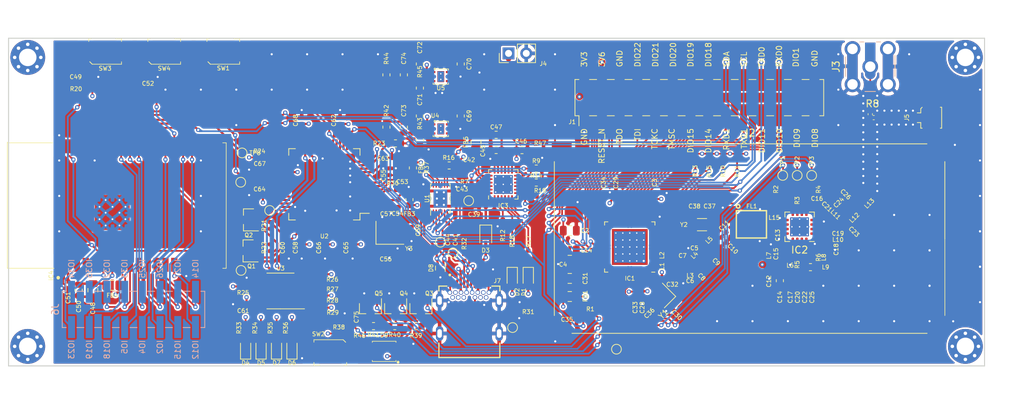
<source format=kicad_pcb>
(kicad_pcb (version 20171130) (host pcbnew 5.1.7-a382d34a8~88~ubuntu18.04.1)
  (title_block (title Turpial) (company "Locha Inc"))
  (layers (0 F.Cu signal) (1 In1.Cu power) (2 In2.Cu power) (31 B.Cu signal) (34 B.Paste user) (35 F.Paste user) (36 B.SilkS user) (37 F.SilkS user) (38 B.Mask user) (39 F.Mask user) (44 Edge.Cuts user))
  (net 0 "")
  (net 1 GND)
  (net 2 "Net-(C11-Pad1)")
  (net 3 CC1312_RESET_N)
  (net 4 "Net-(IC2-Pad14)")
  (net 5 "Net-(IC2-Pad15)")
  (net 6 "Net-(IC2-Pad16)")
  (net 7 "Net-(C13-Pad1)")
  (net 8 "Net-(C19-Pad2)")
  (net 9 "Net-(C16-Pad1)")
  (net 10 "Net-(C16-Pad2)")
  (net 11 "Net-(C15-Pad1)")
  (net 12 "Net-(C7-Pad1)")
  (net 13 "Net-(C9-Pad1)")
  (net 14 "Net-(C10-Pad1)")
  (net 15 +3V3)
  (net 16 "Net-(C14-Pad1)")
  (net 17 "Net-(C18-Pad1)")
  (net 18 "Net-(C21-Pad1)")
  (net 19 "Net-(C19-Pad1)")
  (net 20 "Net-(C24-Pad1)")
  (net 21 "Net-(C37-Pad1)")
  (net 22 "Net-(C38-Pad1)")
  (net 23 "Net-(C34-Pad1)")
  (net 24 "Net-(C36-Pad1)")
  (net 25 "Net-(C30-Pad1)")
  (net 26 CC1312_DIO1)
  (net 27 CC1312_UART0_TXD)
  (net 28 CC1312_UART0_RXD)
  (net 29 CC1312_I2C_SCL)
  (net 30 CC1312_I2C_SDA)
  (net 31 CC1312_UART1_TXD)
  (net 32 CC1312_UART1_RXD)
  (net 33 CC1312_DIO14)
  (net 34 CC1312_DIO15)
  (net 35 CC1312_JTAG_TMSC)
  (net 36 CC1312_JTAG_TCKC)
  (net 37 CC1312_JTAG_TDI)
  (net 38 CC1312_JTAG_TDO)
  (net 39 CC1312_DIO18)
  (net 40 "Net-(IC2-Pad10)")
  (net 41 CC1312_CHG_INT)
  (net 42 CC1312_GAUGE_INT)
  (net 43 "Net-(IC3-Pad2)")
  (net 44 "Net-(IC3-Pad3)")
  (net 45 "Net-(IC3-Pad4)")
  (net 46 "Net-(IC3-Pad8)")
  (net 47 "Net-(IC3-Pad9)")
  (net 48 "Net-(IC3-Pad10)")
  (net 49 "Net-(IC3-Pad12)")
  (net 50 "Net-(C42-Pad1)")
  (net 51 "Net-(C42-Pad2)")
  (net 52 "Net-(C43-Pad1)")
  (net 53 "Net-(U1-Pad4)")
  (net 54 "Net-(C44-Pad1)")
  (net 55 "Net-(U1-Pad11)")
  (net 56 "Net-(U1-Pad9)")
  (net 57 "Net-(C49-Pad1)")
  (net 58 "Net-(IC4-Pad4)")
  (net 59 "Net-(IC4-Pad5)")
  (net 60 "Net-(IC4-Pad16)")
  (net 61 "Net-(IC4-Pad21)")
  (net 62 "Net-(IC4-Pad22)")
  (net 63 "Net-(C52-Pad1)")
  (net 64 "Net-(IC4-Pad27)")
  (net 65 "Net-(IC4-Pad28)")
  (net 66 "Net-(IC4-Pad32)")
  (net 67 "Net-(Q2-Pad1)")
  (net 68 "Net-(Q1-Pad1)")
  (net 69 ESP32_UART0_RXD)
  (net 70 ESP32_UART0_TXD)
  (net 71 ESP32_DTR)
  (net 72 ESP32_RTS)
  (net 73 /Turpial_HMI/EECS)
  (net 74 /Turpial_HMI/EECLK)
  (net 75 "Net-(R25-Pad1)")
  (net 76 /Turpial_HMI/EEDATA)
  (net 77 "Net-(U3-Pad7)")
  (net 78 "Net-(R26-Pad2)")
  (net 79 "Net-(C56-Pad1)")
  (net 80 "Net-(C59-Pad1)")
  (net 81 "Net-(C54-Pad1)")
  (net 82 "Net-(C53-Pad1)")
  (net 83 "Net-(U2-Pad21)")
  (net 84 "Net-(U2-Pad22)")
  (net 85 "Net-(U2-Pad23)")
  (net 86 "Net-(U2-Pad24)")
  (net 87 "Net-(U2-Pad26)")
  (net 88 "Net-(U2-Pad27)")
  (net 89 "Net-(U2-Pad28)")
  (net 90 "Net-(U2-Pad32)")
  (net 91 "Net-(U2-Pad33)")
  (net 92 "Net-(U2-Pad34)")
  (net 93 "Net-(R24-Pad1)")
  (net 94 "Net-(U2-Pad44)")
  (net 95 "Net-(U2-Pad45)")
  (net 96 "Net-(U2-Pad46)")
  (net 97 "Net-(U2-Pad48)")
  (net 98 "Net-(U2-Pad52)")
  (net 99 "Net-(U2-Pad53)")
  (net 100 "Net-(U2-Pad57)")
  (net 101 "Net-(U2-Pad58)")
  (net 102 "Net-(U2-Pad59)")
  (net 103 "Net-(R30-Pad2)")
  (net 104 "Net-(R23-Pad2)")
  (net 105 "Net-(D4-Pad1)")
  (net 106 "Net-(D5-Pad1)")
  (net 107 "Net-(D6-Pad1)")
  (net 108 "Net-(D7-Pad1)")
  (net 109 "Net-(D3-Pad2)")
  (net 110 "Net-(D6-Pad2)")
  (net 111 "Net-(D7-Pad2)")
  (net 112 "Net-(D5-Pad2)")
  (net 113 "Net-(D4-Pad2)")
  (net 114 CC1312_USER_BTN)
  (net 115 "Net-(Q5-Pad3)")
  (net 116 "Net-(Q4-Pad3)")
  (net 117 "Net-(Q3-Pad3)")
  (net 118 CC1312_LED_R)
  (net 119 CC1312_LED_B)
  (net 120 CC1312_LED_G)
  (net 121 "Net-(D1-Pad1)")
  (net 122 "Net-(D2-Pad1)")
  (net 123 /VDDS)
  (net 124 /VDDR)
  (net 125 /DCDC_SW)
  (net 126 /PA_EN)
  (net 127 /LNA_EN)
  (net 128 /HGM)
  (net 129 "Net-(C74-Pad2)")
  (net 130 "Net-(C73-Pad2)")
  (net 131 /3V6)
  (net 132 "Net-(U2-Pad18)")
  (net 133 "Net-(U2-Pad19)")
  (net 134 CC1312_DIO8)
  (net 135 CC1312_DIO11)
  (net 136 CC1312_DIO10)
  (net 137 CC1312_DIO9)
  (net 138 "Net-(R38-Pad2)")
  (net 139 /Power/PMID)
  (net 140 CC1312_DIO22)
  (net 141 CC1312_DIO21)
  (net 142 CC1312_DIO20)
  (net 143 CC1312_DIO19)
  (net 144 CC1312_DIO27)
  (net 145 "Net-(J3-Pad1)")
  (net 146 /Turpial_ESP32/SD2)
  (net 147 /Turpial_ESP32/CMD)
  (net 148 /Turpial_ESP32/CLK)
  (net 149 /Turpial_ESP32/IO12)
  (net 150 /Turpial_ESP32/SD3)
  (net 151 /Turpial_ESP32/IO14)
  (net 152 /Turpial_ESP32/IO23)
  (net 153 /Turpial_ESP32/IO27)
  (net 154 /Turpial_ESP32/IO19)
  (net 155 /Turpial_ESP32/IO26)
  (net 156 /Turpial_ESP32/IO18)
  (net 157 /Turpial_ESP32/IO25)
  (net 158 /Turpial_ESP32/IO5)
  (net 159 /Turpial_ESP32/IO33)
  (net 160 /Turpial_ESP32/IO4)
  (net 161 /Turpial_ESP32/IO32)
  (net 162 /Turpial_ESP32/IO2)
  (net 163 /Turpial_ESP32/IO35)
  (net 164 /Turpial_ESP32/IO15)
  (net 165 /Turpial_ESP32/IO34)
  (net 166 "Net-(L13-Pad2)")
  (net 167 "Net-(IC3-Pad11)")
  (net 168 "Net-(R37-Pad1)")
  (net 169 "Net-(J5-Pad1)")
  (net 170 "Net-(C48-Pad1)")
  (net 171 "Net-(U2-Pad41)")
  (net 172 /Turpial_HMI/D-)
  (net 173 /Turpial_HMI/D+)
  (net 174 "Net-(J7-PadB8)")
  (net 175 "Net-(J7-PadB5)")
  (net 176 "Net-(J7-PadA8)")
  (net 177 "Net-(J7-PadA5)")
  (net 178 /Front-End/RX_TX)
  (net 179 /Front-End/RF_P)
  (net 180 /Front-End/RF_N)
  (net 181 /Front-End/PA_EN)
  (net 182 /Front-End/LNA_EN)
  (net 183 /Front-End/HGM)
  (net 184 "Net-(D9-Pad4)")
  (net 185 "Net-(D9-Pad3)")
  (net 186 "Net-(D9-Pad2)")
  (net 187 +1V8)
  (net 188 +3V6)
  (net 189 /Power/VSYS)
  (net 190 +5V)
  (net 191 /Power/BAT)
  (module Custom:R_0603_1608Metric (layer F.Cu) (at 140.5 87.077 180)
    (fp_text reference R23 (at 2.35 0) (layer F.SilkS) (effects (font (size 0.6 0.6) (thickness 0.1))))
    (fp_text value 1k)
    (pad 1 smd roundrect (at -0.7875 0 180) (size 0.875 0.95) (layers F.Cu F.Paste F.Mask) (net 15 +3V3))
    (pad 2 smd roundrect (at 0.7875 0 180) (size 0.875 0.95) (layers F.Cu F.Paste F.Mask) (net 104 "Net-(R23-Pad2)"))
  )
  (module Custom:WS-TASU-Series (layer F.Cu) (at 107.325 73.925 180)
    (fp_text reference SW4 (at 0 -2.403) (layer F.SilkS) (effects (font (size 0.6 0.6) (thickness 0.1))))
    (fp_text value BOOT)
    (pad 2 smd rect (at -2.8 0.85 180) (size 1.2 1) (layers F.Cu F.Paste F.Mask) (net 1 GND))
    (pad 1 smd rect (at -2.8 -0.85 180) (size 1.2 1) (layers F.Cu F.Paste F.Mask) (net 63 "Net-(C52-Pad1)"))
    (pad 2 smd rect (at 2.8 0.85 180) (size 1.2 1) (layers F.Cu F.Paste F.Mask) (net 1 GND))
    (pad 1 smd rect (at 2.8 -0.85 180) (size 1.2 1) (layers F.Cu F.Paste F.Mask) (net 63 "Net-(C52-Pad1)"))
  )
  (module Custom:WS-TASU-Series (layer F.Cu) (at 98.85 73.925 180)
    (fp_text reference SW3 (at 0 -2.403) (layer F.SilkS) (effects (font (size 0.6 0.6) (thickness 0.1))))
    (fp_text value EN)
    (pad 2 smd rect (at -2.8 0.85 180) (size 1.2 1) (layers F.Cu F.Paste F.Mask) (net 1 GND))
    (pad 1 smd rect (at -2.8 -0.85 180) (size 1.2 1) (layers F.Cu F.Paste F.Mask) (net 57 "Net-(C49-Pad1)"))
    (pad 2 smd rect (at 2.8 0.85 180) (size 1.2 1) (layers F.Cu F.Paste F.Mask) (net 1 GND))
    (pad 1 smd rect (at 2.8 -0.85 180) (size 1.2 1) (layers F.Cu F.Paste F.Mask) (net 57 "Net-(C49-Pad1)"))
  )
  (module Custom:WS-TASU-Series (layer F.Cu) (at 131.15 117.05)
    (fp_text reference SW2 (at -1.7 -2.622) (layer F.SilkS) (effects (font (size 0.6 0.6) (thickness 0.1))))
    (fp_text value USER_BTN)
    (pad 2 smd rect (at -2.8 0.85) (size 1.2 1) (layers F.Cu F.Paste F.Mask) (net 1 GND))
    (pad 1 smd rect (at -2.8 -0.85) (size 1.2 1) (layers F.Cu F.Paste F.Mask) (net 138 "Net-(R38-Pad2)"))
    (pad 2 smd rect (at 2.8 0.85) (size 1.2 1) (layers F.Cu F.Paste F.Mask) (net 1 GND))
    (pad 1 smd rect (at 2.8 -0.85) (size 1.2 1) (layers F.Cu F.Paste F.Mask) (net 138 "Net-(R38-Pad2)"))
  )
  (module Custom:LED_HSMFC118 (layer F.Cu) (at 138.8745 116.9145)
    (fp_text reference D9 (at 0 -2.3145) (layer F.SilkS) (effects (font (size 0.6 0.6) (thickness 0.1))))
    (fp_text value LED_ARGB)
    (pad 4 smd rect (at -1.75 0.7 90) (size 1 1.5) (layers F.Cu F.Paste F.Mask) (net 184 "Net-(D9-Pad4)"))
    (pad 3 smd rect (at -1.75 -0.7 90) (size 1 1.5) (layers F.Cu F.Paste F.Mask) (net 185 "Net-(D9-Pad3)"))
    (pad 2 smd rect (at 1.75 -0.7 90) (size 1 1.5) (layers F.Cu F.Paste F.Mask) (net 186 "Net-(D9-Pad2)"))
    (pad 1 smd rect (at 1.75 0.7 90) (size 1 1.5) (layers F.Cu F.Paste F.Mask) (net 15 +3V3))
  )
  (module Custom:WS-TASU-Series (layer F.Cu) (at 115.8 73.925 180)
    (fp_text reference SW1 (at 0 -2.375) (layer F.SilkS) (effects (font (size 0.6 0.6) (thickness 0.1))))
    (fp_text value RESET)
    (pad 2 smd rect (at -2.8 0.85 180) (size 1.2 1) (layers F.Cu F.Paste F.Mask) (net 1 GND))
    (pad 1 smd rect (at -2.8 -0.85 180) (size 1.2 1) (layers F.Cu F.Paste F.Mask) (net 3 CC1312_RESET_N))
    (pad 2 smd rect (at 2.8 0.85 180) (size 1.2 1) (layers F.Cu F.Paste F.Mask) (net 1 GND))
    (pad 1 smd rect (at 2.8 -0.85 180) (size 1.2 1) (layers F.Cu F.Paste F.Mask) (net 3 CC1312_RESET_N))
  )
  (module Custom:FIL_B39921B3588U410 (layer F.Cu) (at 191.5581 98.6912)
    (fp_text reference FL1 (at 0.0419 -2.5912) (layer F.SilkS) (effects (font (size 0.6 0.6) (thickness 0.1))))
    (fp_text value B3992)
    (pad 1 smd rect (at -0.9 -1.2) (size 1.8 0.8) (layers F.Cu F.Paste F.Mask) (net 1 GND))
    (pad 2 smd rect (at -1.2 0) (size 1.2 0.8) (layers F.Cu F.Paste F.Mask) (net 2 "Net-(C11-Pad1)"))
    (pad 3 smd rect (at -1.2 1.2) (size 1.2 0.8) (layers F.Cu F.Paste F.Mask) (net 1 GND))
    (pad 4 smd rect (at 1.2 -1.2) (size 1.2 0.8) (layers F.Cu F.Paste F.Mask) (net 1 GND))
    (pad 5 smd rect (at 1.2 0) (size 1.2 0.8) (layers F.Cu F.Paste F.Mask) (net 7 "Net-(C13-Pad1)"))
    (pad 6 smd rect (at 1.2 1.2) (size 1.2 0.8) (layers F.Cu F.Paste F.Mask) (net 1 GND))
  )
  (module Custom:CONN-USBC_SS-52400-003 (layer F.Cu) (at 151.1 114.35)
    (fp_text reference J7 (at 4 -7.55) (layer F.SilkS) (effects (font (size 0.6 0.6) (thickness 0.1))))
    (fp_text value USB_C_Receptacle_USB2.0)
    (pad G4 smd rect (at 0 0.55) (size 0.2 1) (layers F.Cu F.Paste F.Mask))
    (pad G3 smd rect (at 0 -2.55) (size 0.2 1) (layers F.Cu F.Paste F.Mask))
    (pad G1 thru_hole circle (at 2 -5.88) (size 0.65 0.65) (drill 0.45) (layers *.Cu *.Mask))
    (pad G2 thru_hole circle (at -2 -5.88) (size 0.65 0.65) (drill 0.45) (layers *.Cu *.Mask))
    (pad B12 thru_hole circle (at -2.8 -5.88) (size 0.65 0.65) (drill 0.45) (layers *.Cu *.Mask) (net 1 GND))
    (pad B11 thru_hole circle (at -2.4 -5.17) (size 0.65 0.65) (drill 0.45) (layers *.Cu *.Mask))
    (pad B10 thru_hole circle (at -1.6 -5.17) (size 0.65 0.65) (drill 0.45) (layers *.Cu *.Mask))
    (pad B9 thru_hole circle (at -1.2 -5.88) (size 0.65 0.65) (drill 0.45) (layers *.Cu *.Mask) (net 109 "Net-(D3-Pad2)"))
    (pad B8 thru_hole circle (at -0.8 -5.17) (size 0.65 0.65) (drill 0.45) (layers *.Cu *.Mask) (net 174 "Net-(J7-PadB8)"))
    (pad B7 thru_hole circle (at -0.4 -5.88) (size 0.65 0.65) (drill 0.45) (layers *.Cu *.Mask) (net 172 /Turpial_HMI/D-))
    (pad B6 thru_hole circle (at 0.4 -5.88) (size 0.65 0.65) (drill 0.45) (layers *.Cu *.Mask) (net 173 /Turpial_HMI/D+))
    (pad B5 thru_hole circle (at 0.8 -5.17) (size 0.65 0.65) (drill 0.45) (layers *.Cu *.Mask) (net 175 "Net-(J7-PadB5)"))
    (pad B4 thru_hole circle (at 1.2 -5.88) (size 0.65 0.65) (drill 0.45) (layers *.Cu *.Mask) (net 109 "Net-(D3-Pad2)"))
    (pad B3 thru_hole circle (at 1.6 -5.17) (size 0.65 0.65) (drill 0.45) (layers *.Cu *.Mask))
    (pad B2 thru_hole circle (at 2.4 -5.17) (size 0.65 0.65) (drill 0.45) (layers *.Cu *.Mask))
    (pad B1 thru_hole circle (at 2.8 -5.88) (size 0.65 0.65) (drill 0.45) (layers *.Cu *.Mask) (net 1 GND))
    (pad A12 smd rect (at 2.75 -7.13) (size 0.3 1.2) (layers F.Cu F.Paste F.Mask) (net 1 GND))
    (pad A11 smd rect (at 2.25 -7.13) (size 0.3 1.2) (layers F.Cu F.Paste F.Mask))
    (pad A10 smd rect (at 1.75 -7.13) (size 0.3 1.2) (layers F.Cu F.Paste F.Mask))
    (pad A9 smd rect (at 1.25 -7.13) (size 0.3 1.2) (layers F.Cu F.Paste F.Mask) (net 109 "Net-(D3-Pad2)"))
    (pad A8 smd rect (at 0.75 -7.13) (size 0.3 1.2) (layers F.Cu F.Paste F.Mask) (net 176 "Net-(J7-PadA8)"))
    (pad A7 smd rect (at 0.25 -7.13) (size 0.3 1.2) (layers F.Cu F.Paste F.Mask) (net 172 /Turpial_HMI/D-))
    (pad A6 smd rect (at -0.25 -7.13) (size 0.3 1.2) (layers F.Cu F.Paste F.Mask) (net 173 /Turpial_HMI/D+))
    (pad A5 smd rect (at -0.75 -7.13) (size 0.3 1.2) (layers F.Cu F.Paste F.Mask) (net 177 "Net-(J7-PadA5)"))
    (pad A4 smd rect (at -1.25 -7.13) (size 0.3 1.2) (layers F.Cu F.Paste F.Mask) (net 109 "Net-(D3-Pad2)"))
    (pad A3 smd rect (at -1.75 -7.13) (size 0.3 1.2) (layers F.Cu F.Paste F.Mask))
    (pad A2 smd rect (at -2.25 -7.13) (size 0.3 1.2) (layers F.Cu F.Paste F.Mask))
    (pad A1 smd rect (at -2.75 -7.13) (size 0.3 1.2) (layers F.Cu F.Paste F.Mask) (net 1 GND))
    (pad S1 thru_hole oval (at 4.27 0) (size 1.05 2.1) (drill oval 0.65 1.25) (layers *.Cu *.Mask) (net 1 GND))
    (pad S1 thru_hole oval (at -4.27 0) (size 1.05 2.1) (drill oval 0.65 1.25) (layers *.Cu *.Mask) (net 1 GND))
    (pad S1 thru_hole oval (at 4.27 -4.73) (size 1.05 2.1) (drill oval 0.65 1.25) (layers *.Cu *.Mask) (net 1 GND))
    (pad S1 thru_hole oval (at -4.27 -4.73) (size 1.05 2.1) (drill oval 0.65 1.25) (layers *.Cu *.Mask) (net 1 GND))
  )
  (module Custom:L_0603_1608Metric (layer F.Cu) (at 142.5 95.15 90)
    (fp_text reference FB3 (at -2.05 0 180) (layer F.SilkS) (effects (font (size 0.6 0.6) (thickness 0.1))))
    (fp_text value 1k)
    (pad 1 smd roundrect (at -0.7875 0 90) (size 0.875 0.95) (layers F.Cu F.Paste F.Mask) (net 15 +3V3))
    (pad 2 smd roundrect (at 0.7875 0 90) (size 0.875 0.95) (layers F.Cu F.Paste F.Mask) (net 81 "Net-(C54-Pad1)"))
  )
  (module TestPoint:TestPoint_Pad_D1.0mm (layer F.Cu) (at 146.95 101.25)
    (fp_text reference TP12 hide)
    (fp_text value TestPoint)
    (pad 1 smd circle (at 0 0) (size 1 1) (layers F.Cu F.Mask) (net 54 "Net-(C44-Pad1)"))
  )
  (module Custom:R_0402_1005Metric (layer F.Cu) (at 161.25 88)
    (fp_text reference R47 (at 0 -0.95) (layer F.SilkS) (effects (font (size 0.6 0.6) (thickness 0.1))))
    (fp_text value 10k)
    (pad 1 smd roundrect (at -0.485 0) (size 0.59 0.64) (layers F.Cu F.Paste F.Mask) (net 167 "Net-(IC3-Pad11)"))
    (pad 2 smd roundrect (at 0.485 0) (size 0.59 0.64) (layers F.Cu F.Paste F.Mask) (net 1 GND))
  )
  (module Custom:PinHeader_2x14_P2.54mm_Vertical_SMD (layer F.Cu) (at 184.0865 80.518 90)
    (fp_text reference J1 (at -3.482 -18.2365 180) (layer F.SilkS) (effects (font (size 0.6 0.6) (thickness 0.1))))
    (fp_text value Conn_02x14_Odd_Even)
    (fp_text user GND (at -5.628572 -16.51 90) (layer F.SilkS) (effects (font (size 0.8 0.8) (thickness 0.12))))
    (fp_text user 3V6 (at 5.492857 -13.97 90) (layer F.SilkS) (effects (font (size 0.8 0.8) (thickness 0.12))))
    (fp_text user 3V3 (at 5.492857 -16.51 90) (layer F.SilkS) (effects (font (size 0.8 0.8) (thickness 0.12))))
    (fp_text user GND (at 5.607142 -11.43 90) (layer F.SilkS) (effects (font (size 0.8 0.8) (thickness 0.12))))
    (fp_text user DIO22 (at 6.159523 -8.85 90) (layer F.SilkS) (effects (font (size 0.8 0.8) (thickness 0.12))))
    (fp_text user RESET_N (at -6.942858 -14 90) (layer F.SilkS) (effects (font (size 0.8 0.8) (thickness 0.12))))
    (fp_text user TMSC (at -5.952381 -3.95 90) (layer F.SilkS) (effects (font (size 0.8 0.8) (thickness 0.12))))
    (fp_text user TCKC (at -5.914286 -6.4 90) (layer F.SilkS) (effects (font (size 0.8 0.8) (thickness 0.12))))
    (fp_text user TDO (at -5.533334 -11.45 90) (layer F.SilkS) (effects (font (size 0.8 0.8) (thickness 0.12))))
    (fp_text user TDI (at -5.304762 -8.85 90) (layer F.SilkS) (effects (font (size 0.8 0.8) (thickness 0.12))))
    (fp_text user DIO15 (at -6.180953 -1.25 90) (layer F.SilkS) (effects (font (size 0.8 0.8) (thickness 0.12))))
    (fp_text user DIO14 (at -6.180953 1.3 90) (layer F.SilkS) (effects (font (size 0.8 0.8) (thickness 0.12))))
    (fp_text user RXD1 (at -5.971429 3.9 90) (layer F.SilkS) (effects (font (size 0.8 0.8) (thickness 0.12))))
    (fp_text user TXD1 (at -5.876191 6.45 90) (layer F.SilkS) (effects (font (size 0.8 0.8) (thickness 0.12))))
    (fp_text user DIO11 (at -6.180953 9 90) (layer F.SilkS) (effects (font (size 0.8 0.8) (thickness 0.12))))
    (fp_text user DIO10 (at -6.180953 11.5 90) (layer F.SilkS) (effects (font (size 0.8 0.8) (thickness 0.12))))
    (fp_text user DIO9 (at -5.8 14 90) (layer F.SilkS) (effects (font (size 0.8 0.8) (thickness 0.12))))
    (fp_text user DIO8 (at -5.8 16.6 90) (layer F.SilkS) (effects (font (size 0.8 0.8) (thickness 0.12))))
    (fp_text user DIO21 (at 6.159523 -6.3 90) (layer F.SilkS) (effects (font (size 0.8 0.8) (thickness 0.12))))
    (fp_text user DIO20 (at 6.159523 -3.75 90) (layer F.SilkS) (effects (font (size 0.8 0.8) (thickness 0.12))))
    (fp_text user DIO19 (at 6.159523 -1.25 90) (layer F.SilkS) (effects (font (size 0.8 0.8) (thickness 0.12))))
    (fp_text user DIO18 (at 6.159523 1.3 90) (layer F.SilkS) (effects (font (size 0.8 0.8) (thickness 0.12))))
    (fp_text user DIO1 (at 5.778571 13.85 90) (layer F.SilkS) (effects (font (size 0.8 0.8) (thickness 0.12))))
    (fp_text user TXD0 (at 5.85 8.95 90) (layer F.SilkS) (effects (font (size 0.8 0.8) (thickness 0.12))))
    (fp_text user RXD0 (at 5.95 11.45 90) (layer F.SilkS) (effects (font (size 0.8 0.8) (thickness 0.12))))
    (fp_text user SCL (at 5.492857 6.4 90) (layer F.SilkS) (effects (font (size 0.8 0.8) (thickness 0.12))))
    (fp_text user SDA (at 5.511904 3.9 90) (layer F.SilkS) (effects (font (size 0.8 0.8) (thickness 0.12))))
    (fp_text user GND (at 5.607142 16.55 90) (layer F.SilkS) (effects (font (size 0.8 0.8) (thickness 0.12))))
    (pad 28 smd rect (at 2.525 16.51 90) (size 3.15 1) (layers F.Cu F.Paste F.Mask) (net 1 GND))
    (pad 27 smd rect (at -2.525 16.51 90) (size 3.15 1) (layers F.Cu F.Paste F.Mask) (net 134 CC1312_DIO8))
    (pad 26 smd rect (at 2.525 13.97 90) (size 3.15 1) (layers F.Cu F.Paste F.Mask) (net 26 CC1312_DIO1))
    (pad 25 smd rect (at -2.525 13.97 90) (size 3.15 1) (layers F.Cu F.Paste F.Mask) (net 137 CC1312_DIO9))
    (pad 24 smd rect (at 2.525 11.43 90) (size 3.15 1) (layers F.Cu F.Paste F.Mask) (net 28 CC1312_UART0_RXD))
    (pad 23 smd rect (at -2.525 11.43 90) (size 3.15 1) (layers F.Cu F.Paste F.Mask) (net 136 CC1312_DIO10))
    (pad 22 smd rect (at 2.525 8.89 90) (size 3.15 1) (layers F.Cu F.Paste F.Mask) (net 27 CC1312_UART0_TXD))
    (pad 21 smd rect (at -2.525 8.89 90) (size 3.15 1) (layers F.Cu F.Paste F.Mask) (net 135 CC1312_DIO11))
    (pad 20 smd rect (at 2.525 6.35 90) (size 3.15 1) (layers F.Cu F.Paste F.Mask) (net 29 CC1312_I2C_SCL))
    (pad 19 smd rect (at -2.525 6.35 90) (size 3.15 1) (layers F.Cu F.Paste F.Mask) (net 31 CC1312_UART1_TXD))
    (pad 18 smd rect (at 2.525 3.81 90) (size 3.15 1) (layers F.Cu F.Paste F.Mask) (net 30 CC1312_I2C_SDA))
    (pad 17 smd rect (at -2.525 3.81 90) (size 3.15 1) (layers F.Cu F.Paste F.Mask) (net 32 CC1312_UART1_RXD))
    (pad 16 smd rect (at 2.525 1.27 90) (size 3.15 1) (layers F.Cu F.Paste F.Mask) (net 39 CC1312_DIO18))
    (pad 15 smd rect (at -2.525 1.27 90) (size 3.15 1) (layers F.Cu F.Paste F.Mask) (net 33 CC1312_DIO14))
    (pad 14 smd rect (at 2.525 -1.27 90) (size 3.15 1) (layers F.Cu F.Paste F.Mask) (net 143 CC1312_DIO19))
    (pad 13 smd rect (at -2.525 -1.27 90) (size 3.15 1) (layers F.Cu F.Paste F.Mask) (net 34 CC1312_DIO15))
    (pad 12 smd rect (at 2.525 -3.81 90) (size 3.15 1) (layers F.Cu F.Paste F.Mask) (net 142 CC1312_DIO20))
    (pad 11 smd rect (at -2.525 -3.81 90) (size 3.15 1) (layers F.Cu F.Paste F.Mask) (net 35 CC1312_JTAG_TMSC))
    (pad 10 smd rect (at 2.525 -6.35 90) (size 3.15 1) (layers F.Cu F.Paste F.Mask) (net 141 CC1312_DIO21))
    (pad 9 smd rect (at -2.525 -6.35 90) (size 3.15 1) (layers F.Cu F.Paste F.Mask) (net 36 CC1312_JTAG_TCKC))
    (pad 8 smd rect (at 2.525 -8.89 90) (size 3.15 1) (layers F.Cu F.Paste F.Mask) (net 140 CC1312_DIO22))
    (pad 7 smd rect (at -2.525 -8.89 90) (size 3.15 1) (layers F.Cu F.Paste F.Mask) (net 37 CC1312_JTAG_TDI))
    (pad 6 smd rect (at 2.525 -11.43 90) (size 3.15 1) (layers F.Cu F.Paste F.Mask) (net 1 GND))
    (pad 5 smd rect (at -2.525 -11.43 90) (size 3.15 1) (layers F.Cu F.Paste F.Mask) (net 38 CC1312_JTAG_TDO))
    (pad 4 smd rect (at 2.525 -13.97 90) (size 3.15 1) (layers F.Cu F.Paste F.Mask) (net 131 /3V6))
    (pad 3 smd rect (at -2.525 -13.97 90) (size 3.15 1) (layers F.Cu F.Paste F.Mask) (net 3 CC1312_RESET_N))
    (pad 2 smd rect (at 2.525 -16.51 90) (size 3.15 1) (layers F.Cu F.Paste F.Mask) (net 15 +3V3))
    (pad 1 smd rect (at -2.525 -16.51 90) (size 3.15 1) (layers F.Cu F.Paste F.Mask) (net 1 GND))
  )
  (module Custom:R_0402_1005Metric (layer F.Cu) (at 166.95 110.85)
    (fp_text reference R1 (at 1.5 0) (layer F.SilkS) (effects (font (size 0.6 0.6) (thickness 0.1))))
    (fp_text value 100k)
    (pad 1 smd roundrect (at -0.485 0) (size 0.59 0.64) (layers F.Cu F.Paste F.Mask) (net 123 /VDDS))
    (pad 2 smd roundrect (at 0.485 0) (size 0.59 0.64) (layers F.Cu F.Paste F.Mask) (net 3 CC1312_RESET_N))
  )
  (module Custom:TestPoint_Pad_D1.0mm (layer F.Cu) (at 172.2 116.6)
    (fp_text reference TP4 hide)
    (fp_text value DIO27)
    (pad 1 smd circle (at 0 0) (size 1 1) (layers F.Cu F.Mask) (net 144 CC1312_DIO27))
  )
  (module Custom:TestPoint_Pad_D1.0mm (layer F.Cu) (at 122.45 96.7)
    (fp_text reference TP11 hide)
    (fp_text value DTR0)
    (pad 1 smd circle (at 0 0) (size 1 1) (layers F.Cu F.Mask) (net 71 ESP32_DTR))
  )
  (module Custom:TestPoint_Pad_D1.0mm (layer F.Cu) (at 118.35 105.3)
    (fp_text reference TP10 hide)
    (fp_text value RTS0)
    (pad 1 smd circle (at 0 0) (size 1 1) (layers F.Cu F.Mask) (net 72 ESP32_RTS))
  )
  (module Custom:TestPoint_Pad_D1.0mm (layer F.Cu) (at 118.3 92.65)
    (fp_text reference TP9 hide)
    (fp_text value TXD0)
    (pad 1 smd circle (at 0 0) (size 1 1) (layers F.Cu F.Mask) (net 70 ESP32_UART0_TXD))
  )
  (module Custom:TestPoint_Pad_D1.0mm (layer F.Cu) (at 118.5 88.45)
    (fp_text reference TP8 (at 1.85 0) (layer F.SilkS) (effects (font (size 0.6 0.6) (thickness 0.1))))
    (fp_text value RXD0)
    (pad 1 smd circle (at 0 0) (size 1 1) (layers F.Cu F.Mask) (net 69 ESP32_UART0_RXD))
  )
  (module Custom:TestPoint_Pad_D1.0mm (layer F.Cu) (at 148.75 102.8)
    (fp_text reference TP7 hide)
    (fp_text value CC1)
    (pad 1 smd circle (at 0 0) (size 1 1) (layers F.Cu F.Mask) (net 177 "Net-(J7-PadA5)"))
  )
  (module Custom:TestPoint_Pad_D1.0mm (layer F.Cu) (at 157.3 113.5)
    (fp_text reference TP5 hide)
    (fp_text value CC2)
    (pad 1 smd circle (at 0 0) (size 1 1) (layers F.Cu F.Mask) (net 175 "Net-(J7-PadB5)"))
  )
  (module Custom:R_0402_1005Metric (layer F.Cu) (at 161.25 94.7)
    (fp_text reference R19 (at 0 -0.85) (layer F.SilkS) (effects (font (size 0.6 0.6) (thickness 0.1))))
    (fp_text value 12k)
    (pad 1 smd roundrect (at -0.485 0) (size 0.59 0.64) (layers F.Cu F.Paste F.Mask) (net 47 "Net-(IC3-Pad9)"))
    (pad 2 smd roundrect (at 0.485 0) (size 0.59 0.64) (layers F.Cu F.Paste F.Mask) (net 1 GND))
  )
  (module Package_DFN_QFN:Texas_S-PVQFN-N48_EP5.15x5.15mm_ThermalVias (layer F.Cu) (at 174.1083 101.9424 180)
    (fp_text reference IC1 (at -0.0127 -4.5076 180) (layer F.SilkS) (effects (font (size 0.6 0.6) (thickness 0.1))))
    (fp_text value CC1312R1F3RGZR)
    (pad 49 smd rect (at 0 0 180) (size 4.5 4.5) (layers B.Cu) (net 1 GND))
    (pad 49 thru_hole circle (at 2 2 180) (size 0.5 0.5) (drill 0.2) (layers *.Cu) (net 1 GND))
    (pad 49 thru_hole circle (at 1 2 180) (size 0.5 0.5) (drill 0.2) (layers *.Cu) (net 1 GND))
    (pad 49 thru_hole circle (at 0 2 180) (size 0.5 0.5) (drill 0.2) (layers *.Cu) (net 1 GND))
    (pad 49 thru_hole circle (at -1 2 180) (size 0.5 0.5) (drill 0.2) (layers *.Cu) (net 1 GND))
    (pad 49 thru_hole circle (at -2 2 180) (size 0.5 0.5) (drill 0.2) (layers *.Cu) (net 1 GND))
    (pad 49 thru_hole circle (at 2 1 180) (size 0.5 0.5) (drill 0.2) (layers *.Cu) (net 1 GND))
    (pad 49 thru_hole circle (at 1 1 180) (size 0.5 0.5) (drill 0.2) (layers *.Cu) (net 1 GND))
    (pad 49 thru_hole circle (at 0 1 180) (size 0.5 0.5) (drill 0.2) (layers *.Cu) (net 1 GND))
    (pad 49 thru_hole circle (at -1 1 180) (size 0.5 0.5) (drill 0.2) (layers *.Cu) (net 1 GND))
    (pad 49 thru_hole circle (at -2 1 180) (size 0.5 0.5) (drill 0.2) (layers *.Cu) (net 1 GND))
    (pad 49 thru_hole circle (at 2 0 180) (size 0.5 0.5) (drill 0.2) (layers *.Cu) (net 1 GND))
    (pad 49 thru_hole circle (at 1 0 180) (size 0.5 0.5) (drill 0.2) (layers *.Cu) (net 1 GND))
    (pad 49 thru_hole circle (at 0 0 180) (size 0.5 0.5) (drill 0.2) (layers *.Cu) (net 1 GND))
    (pad 49 thru_hole circle (at -1 0 180) (size 0.5 0.5) (drill 0.2) (layers *.Cu) (net 1 GND))
    (pad 49 thru_hole circle (at -2 0 180) (size 0.5 0.5) (drill 0.2) (layers *.Cu) (net 1 GND))
    (pad 49 thru_hole circle (at 2 -1 180) (size 0.5 0.5) (drill 0.2) (layers *.Cu) (net 1 GND))
    (pad 49 thru_hole circle (at 1 -1 180) (size 0.5 0.5) (drill 0.2) (layers *.Cu) (net 1 GND))
    (pad 49 thru_hole circle (at 0 -1 180) (size 0.5 0.5) (drill 0.2) (layers *.Cu) (net 1 GND))
    (pad 49 thru_hole circle (at -1 -1 180) (size 0.5 0.5) (drill 0.2) (layers *.Cu) (net 1 GND))
    (pad 49 thru_hole circle (at -2 -1 180) (size 0.5 0.5) (drill 0.2) (layers *.Cu) (net 1 GND))
    (pad 49 thru_hole circle (at 2 -2 180) (size 0.5 0.5) (drill 0.2) (layers *.Cu) (net 1 GND))
    (pad 49 thru_hole circle (at 1 -2 180) (size 0.5 0.5) (drill 0.2) (layers *.Cu) (net 1 GND))
    (pad 49 thru_hole circle (at 0 -2 180) (size 0.5 0.5) (drill 0.2) (layers *.Cu) (net 1 GND))
    (pad 49 thru_hole circle (at -1 -2 180) (size 0.5 0.5) (drill 0.2) (layers *.Cu) (net 1 GND))
    (pad 49 thru_hole circle (at -2 -2 180) (size 0.6 0.6) (drill 0.3) (layers *.Cu) (net 1 GND))
    (pad 49 smd rect (at 0 0 180) (size 5.15 5.15) (layers F.Cu F.Mask) (net 1 GND))
    (pad 48 smd roundrect (at -2.75 -3.4375 180) (size 0.25 0.875) (layers F.Cu F.Paste F.Mask) (net 124 /VDDR))
    (pad 47 smd roundrect (at -2.25 -3.4375 180) (size 0.25 0.875) (layers F.Cu F.Paste F.Mask) (net 25 "Net-(C30-Pad1)"))
    (pad 46 smd roundrect (at -1.75 -3.4375 180) (size 0.25 0.875) (layers F.Cu F.Paste F.Mask) (net 24 "Net-(C36-Pad1)"))
    (pad 45 smd roundrect (at -1.25 -3.4375 180) (size 0.25 0.875) (layers F.Cu F.Paste F.Mask) (net 124 /VDDR))
    (pad 44 smd roundrect (at -0.75 -3.4375 180) (size 0.25 0.875) (layers F.Cu F.Paste F.Mask) (net 123 /VDDS))
    (pad 43 smd roundrect (at -0.25 -3.4375 180) (size 0.25 0.875) (layers F.Cu F.Paste F.Mask) (net 126 /PA_EN))
    (pad 42 smd roundrect (at 0.25 -3.4375 180) (size 0.25 0.875) (layers F.Cu F.Paste F.Mask) (net 127 /LNA_EN))
    (pad 41 smd roundrect (at 0.75 -3.4375 180) (size 0.25 0.875) (layers F.Cu F.Paste F.Mask) (net 128 /HGM))
    (pad 40 smd roundrect (at 1.25 -3.4375 180) (size 0.25 0.875) (layers F.Cu F.Paste F.Mask) (net 144 CC1312_DIO27))
    (pad 39 smd roundrect (at 1.75 -3.4375 180) (size 0.25 0.875) (layers F.Cu F.Paste F.Mask) (net 114 CC1312_USER_BTN))
    (pad 38 smd roundrect (at 2.25 -3.4375 180) (size 0.25 0.875) (layers F.Cu F.Paste F.Mask) (net 119 CC1312_LED_B))
    (pad 37 smd roundrect (at 2.75 -3.4375 180) (size 0.25 0.875) (layers F.Cu F.Paste F.Mask) (net 120 CC1312_LED_G))
    (pad 36 smd roundrect (at 3.4375 -2.75 180) (size 0.875 0.25) (layers F.Cu F.Paste F.Mask) (net 118 CC1312_LED_R))
    (pad 35 smd roundrect (at 3.4375 -2.25 180) (size 0.875 0.25) (layers F.Cu F.Paste F.Mask) (net 3 CC1312_RESET_N))
    (pad 34 smd roundrect (at 3.4375 -1.75 180) (size 0.875 0.25) (layers F.Cu F.Paste F.Mask) (net 123 /VDDS))
    (pad 33 smd roundrect (at 3.4375 -1.25 180) (size 0.875 0.25) (layers F.Cu F.Paste F.Mask) (net 125 /DCDC_SW))
    (pad 32 smd roundrect (at 3.4375 -0.75 180) (size 0.875 0.25) (layers F.Cu F.Paste F.Mask) (net 140 CC1312_DIO22))
    (pad 31 smd roundrect (at 3.4375 -0.25 180) (size 0.875 0.25) (layers F.Cu F.Paste F.Mask) (net 141 CC1312_DIO21))
    (pad 30 smd roundrect (at 3.4375 0.25 180) (size 0.875 0.25) (layers F.Cu F.Paste F.Mask) (net 142 CC1312_DIO20))
    (pad 29 smd roundrect (at 3.4375 0.75 180) (size 0.875 0.25) (layers F.Cu F.Paste F.Mask) (net 143 CC1312_DIO19))
    (pad 28 smd roundrect (at 3.4375 1.25 180) (size 0.875 0.25) (layers F.Cu F.Paste F.Mask) (net 39 CC1312_DIO18))
    (pad 27 smd roundrect (at 3.4375 1.75 180) (size 0.875 0.25) (layers F.Cu F.Paste F.Mask) (net 38 CC1312_JTAG_TDO))
    (pad 26 smd roundrect (at 3.4375 2.25 180) (size 0.875 0.25) (layers F.Cu F.Paste F.Mask) (net 37 CC1312_JTAG_TDI))
    (pad 25 smd roundrect (at 3.4375 2.75 180) (size 0.875 0.25) (layers F.Cu F.Paste F.Mask) (net 36 CC1312_JTAG_TCKC))
    (pad 24 smd roundrect (at 2.75 3.4375 180) (size 0.25 0.875) (layers F.Cu F.Paste F.Mask) (net 35 CC1312_JTAG_TMSC))
    (pad 23 smd roundrect (at 2.25 3.4375 180) (size 0.25 0.875) (layers F.Cu F.Paste F.Mask) (net 23 "Net-(C34-Pad1)"))
    (pad 22 smd roundrect (at 1.75 3.4375 180) (size 0.25 0.875) (layers F.Cu F.Paste F.Mask) (net 123 /VDDS))
    (pad 21 smd roundrect (at 1.25 3.4375 180) (size 0.25 0.875) (layers F.Cu F.Paste F.Mask) (net 34 CC1312_DIO15))
    (pad 20 smd roundrect (at 0.75 3.4375 180) (size 0.25 0.875) (layers F.Cu F.Paste F.Mask) (net 33 CC1312_DIO14))
    (pad 19 smd roundrect (at 0.25 3.4375 180) (size 0.25 0.875) (layers F.Cu F.Paste F.Mask) (net 32 CC1312_UART1_RXD))
    (pad 18 smd roundrect (at -0.25 3.4375 180) (size 0.25 0.875) (layers F.Cu F.Paste F.Mask) (net 31 CC1312_UART1_TXD))
    (pad 17 smd roundrect (at -0.75 3.4375 180) (size 0.25 0.875) (layers F.Cu F.Paste F.Mask) (net 135 CC1312_DIO11))
    (pad 16 smd roundrect (at -1.25 3.4375 180) (size 0.25 0.875) (layers F.Cu F.Paste F.Mask) (net 136 CC1312_DIO10))
    (pad 15 smd roundrect (at -1.75 3.4375 180) (size 0.25 0.875) (layers F.Cu F.Paste F.Mask) (net 137 CC1312_DIO9))
    (pad 14 smd roundrect (at -2.25 3.4375 180) (size 0.25 0.875) (layers F.Cu F.Paste F.Mask) (net 134 CC1312_DIO8))
    (pad 13 smd roundrect (at -2.75 3.4375 180) (size 0.25 0.875) (layers F.Cu F.Paste F.Mask) (net 123 /VDDS))
    (pad 12 smd roundrect (at -3.4375 2.75 180) (size 0.875 0.25) (layers F.Cu F.Paste F.Mask) (net 42 CC1312_GAUGE_INT))
    (pad 11 smd roundrect (at -3.4375 2.25 180) (size 0.875 0.25) (layers F.Cu F.Paste F.Mask) (net 41 CC1312_CHG_INT))
    (pad 10 smd roundrect (at -3.4375 1.75 180) (size 0.875 0.25) (layers F.Cu F.Paste F.Mask) (net 30 CC1312_I2C_SDA))
    (pad 9 smd roundrect (at -3.4375 1.25 180) (size 0.875 0.25) (layers F.Cu F.Paste F.Mask) (net 29 CC1312_I2C_SCL))
    (pad 8 smd roundrect (at -3.4375 0.75 180) (size 0.875 0.25) (layers F.Cu F.Paste F.Mask) (net 27 CC1312_UART0_TXD))
    (pad 7 smd roundrect (at -3.4375 0.25 180) (size 0.875 0.25) (layers F.Cu F.Paste F.Mask) (net 28 CC1312_UART0_RXD))
    (pad 6 smd roundrect (at -3.4375 -0.25 180) (size 0.875 0.25) (layers F.Cu F.Paste F.Mask) (net 26 CC1312_DIO1))
    (pad 5 smd roundrect (at -3.4375 -0.75 180) (size 0.875 0.25) (layers F.Cu F.Paste F.Mask) (net 22 "Net-(C38-Pad1)"))
    (pad 4 smd roundrect (at -3.4375 -1.25 180) (size 0.875 0.25) (layers F.Cu F.Paste F.Mask) (net 21 "Net-(C37-Pad1)"))
    (pad 3 smd roundrect (at -3.4375 -1.75 180) (size 0.875 0.25) (layers F.Cu F.Paste F.Mask) (net 178 /Front-End/RX_TX))
    (pad 2 smd roundrect (at -3.4375 -2.25 180) (size 0.875 0.25) (layers F.Cu F.Paste F.Mask) (net 180 /Front-End/RF_N))
    (pad 1 smd roundrect (at -3.4375 -2.75 180) (size 0.875 0.25) (layers F.Cu F.Paste F.Mask) (net 179 /Front-End/RF_P))
  )
  (module Custom:ESP32-WROVER-B (layer F.Cu) (at 100.5205 96.647 90)
    (fp_text reference IC4 (at -9.403 -9.4205 90) (layer F.SilkS) (effects (font (size 0.6 0.6) (thickness 0.1))))
    (fp_text value ESP32-WROVER-B)
    (pad 39 thru_hole circle (at -0.38227 0.38862 90) (size 0.4572 0.4572) (drill 0.254) (layers *.Cu) (net 1 GND))
    (pad 39 thru_hole circle (at 1.44526 0.38862 90) (size 0.4572 0.4572) (drill 0.254) (layers *.Cu) (net 1 GND))
    (pad 39 thru_hole circle (at -2.2098 0.38862 90) (size 0.4572 0.4572) (drill 0.254) (layers *.Cu) (net 1 GND))
    (pad 39 thru_hole circle (at -1.31064 1.23444 90) (size 0.4572 0.4572) (drill 0.254) (layers *.Cu) (net 1 GND))
    (pad 39 thru_hole circle (at 0.46736 1.24714 90) (size 0.4572 0.4572) (drill 0.254) (layers *.Cu) (net 1 GND))
    (pad 39 thru_hole circle (at -1.31064 -0.61976 90) (size 0.4572 0.4572) (drill 0.254) (layers *.Cu) (net 1 GND))
    (pad 39 thru_hole circle (at 0.46736 -0.61341 90) (size 0.4572 0.4572) (drill 0.254) (layers *.Cu) (net 1 GND))
    (pad 39 thru_hole circle (at 0.46736 -2.47396 90) (size 0.4572 0.4572) (drill 0.254) (layers *.Cu) (net 1 GND))
    (pad 39 thru_hole circle (at 1.44526 -1.59766 90) (size 0.4572 0.4572) (drill 0.254) (layers *.Cu) (net 1 GND))
    (pad 39 thru_hole circle (at -2.2098 -1.59766 90) (size 0.4572 0.4572) (drill 0.254) (layers *.Cu) (net 1 GND))
    (pad 39 thru_hole circle (at -0.38227 -1.59766 90) (size 0.4572 0.4572) (drill 0.254) (layers *.Cu) (net 1 GND))
    (pad 39 thru_hole circle (at -1.31064 -2.47396 90) (size 0.4572 0.4572) (drill 0.254) (layers *.Cu) (net 1 GND))
    (pad 39 smd rect (at -0.35 -0.64 180) (size 5 5) (layers F.Cu F.Mask) (net 1 GND))
    (pad 38 smd rect (at 9.15 -8.26 180) (size 0.9 2) (layers F.Cu F.Paste F.Mask) (net 1 GND))
    (pad 37 smd rect (at 9.15 -6.99 180) (size 0.9 2) (layers F.Cu F.Paste F.Mask) (net 152 /Turpial_ESP32/IO23))
    (pad 36 smd rect (at 9.15 -5.72 180) (size 0.9 2) (layers F.Cu F.Paste F.Mask) (net 32 CC1312_UART1_RXD))
    (pad 35 smd rect (at 9.15 -4.45 180) (size 0.9 2) (layers F.Cu F.Paste F.Mask) (net 70 ESP32_UART0_TXD))
    (pad 34 smd rect (at 9.15 -3.18 180) (size 0.9 2) (layers F.Cu F.Paste F.Mask) (net 69 ESP32_UART0_RXD))
    (pad 33 smd rect (at 9.15 -1.91 180) (size 0.9 2) (layers F.Cu F.Paste F.Mask) (net 31 CC1312_UART1_TXD))
    (pad 32 smd rect (at 9.15 -0.64 180) (size 0.9 2) (layers F.Cu F.Paste F.Mask) (net 66 "Net-(IC4-Pad32)"))
    (pad 31 smd rect (at 9.15 0.63 180) (size 0.9 2) (layers F.Cu F.Paste F.Mask) (net 154 /Turpial_ESP32/IO19))
    (pad 30 smd rect (at 9.15 1.9 180) (size 0.9 2) (layers F.Cu F.Paste F.Mask) (net 156 /Turpial_ESP32/IO18))
    (pad 29 smd rect (at 9.15 3.17 180) (size 0.9 2) (layers F.Cu F.Paste F.Mask) (net 158 /Turpial_ESP32/IO5))
    (pad 28 smd rect (at 9.15 4.44 180) (size 0.9 2) (layers F.Cu F.Paste F.Mask) (net 65 "Net-(IC4-Pad28)"))
    (pad 27 smd rect (at 9.15 5.71 180) (size 0.9 2) (layers F.Cu F.Paste F.Mask) (net 64 "Net-(IC4-Pad27)"))
    (pad 26 smd rect (at 9.15 6.98 180) (size 0.9 2) (layers F.Cu F.Paste F.Mask) (net 160 /Turpial_ESP32/IO4))
    (pad 25 smd rect (at 9.15 8.25 180) (size 0.9 2) (layers F.Cu F.Paste F.Mask) (net 63 "Net-(C52-Pad1)"))
    (pad 24 smd rect (at 9.15 9.52 180) (size 0.9 2) (layers F.Cu F.Paste F.Mask) (net 162 /Turpial_ESP32/IO2))
    (pad 23 smd rect (at 9.15 10.79 180) (size 0.9 2) (layers F.Cu F.Paste F.Mask) (net 164 /Turpial_ESP32/IO15))
    (pad 22 smd rect (at 9.15 12.06 180) (size 0.9 2) (layers F.Cu F.Paste F.Mask) (net 62 "Net-(IC4-Pad22)"))
    (pad 21 smd rect (at 9.15 13.33 180) (size 0.9 2) (layers F.Cu F.Paste F.Mask) (net 61 "Net-(IC4-Pad21)"))
    (pad 20 smd rect (at 9.15 14.6 180) (size 0.9 2) (layers F.Cu F.Paste F.Mask) (net 148 /Turpial_ESP32/CLK))
    (pad 19 smd rect (at -7.85 14.6 180) (size 0.9 2) (layers F.Cu F.Paste F.Mask) (net 147 /Turpial_ESP32/CMD))
    (pad 18 smd rect (at -7.85 13.33 180) (size 0.9 2) (layers F.Cu F.Paste F.Mask) (net 150 /Turpial_ESP32/SD3))
    (pad 17 smd rect (at -7.85 12.06 180) (size 0.9 2) (layers F.Cu F.Paste F.Mask) (net 146 /Turpial_ESP32/SD2))
    (pad 16 smd rect (at -7.85 10.79 180) (size 0.9 2) (layers F.Cu F.Paste F.Mask) (net 60 "Net-(IC4-Pad16)"))
    (pad 15 smd rect (at -7.85 9.52 180) (size 0.9 2) (layers F.Cu F.Paste F.Mask) (net 1 GND))
    (pad 14 smd rect (at -7.85 8.25 180) (size 0.9 2) (layers F.Cu F.Paste F.Mask) (net 149 /Turpial_ESP32/IO12))
    (pad 13 smd rect (at -7.85 6.98 180) (size 0.9 2) (layers F.Cu F.Paste F.Mask) (net 151 /Turpial_ESP32/IO14))
    (pad 12 smd rect (at -7.85 5.71 180) (size 0.9 2) (layers F.Cu F.Paste F.Mask) (net 153 /Turpial_ESP32/IO27))
    (pad 11 smd rect (at -7.85 4.44 180) (size 0.9 2) (layers F.Cu F.Paste F.Mask) (net 155 /Turpial_ESP32/IO26))
    (pad 10 smd rect (at -7.85 3.17 180) (size 0.9 2) (layers F.Cu F.Paste F.Mask) (net 157 /Turpial_ESP32/IO25))
    (pad 9 smd rect (at -7.85 1.9 180) (size 0.9 2) (layers F.Cu F.Paste F.Mask) (net 159 /Turpial_ESP32/IO33))
    (pad 8 smd rect (at -7.85 0.63 180) (size 0.9 2) (layers F.Cu F.Paste F.Mask) (net 161 /Turpial_ESP32/IO32))
    (pad 7 smd rect (at -7.85 -0.64 180) (size 0.9 2) (layers F.Cu F.Paste F.Mask) (net 163 /Turpial_ESP32/IO35))
    (pad 6 smd rect (at -7.85 -1.91 180) (size 0.9 2) (layers F.Cu F.Paste F.Mask) (net 165 /Turpial_ESP32/IO34))
    (pad 5 smd rect (at -7.85 -3.18 180) (size 0.9 2) (layers F.Cu F.Paste F.Mask) (net 59 "Net-(IC4-Pad5)"))
    (pad 4 smd rect (at -7.85 -4.45 180) (size 0.9 2) (layers F.Cu F.Paste F.Mask) (net 58 "Net-(IC4-Pad4)"))
    (pad 3 smd rect (at -7.85 -5.72 180) (size 0.9 2) (layers F.Cu F.Paste F.Mask) (net 57 "Net-(C49-Pad1)"))
    (pad 2 smd rect (at -7.85 -6.99 180) (size 0.9 2) (layers F.Cu F.Paste F.Mask) (net 170 "Net-(C48-Pad1)"))
    (pad 1 smd rect (at -7.85 -8.26 180) (size 0.9 2) (layers F.Cu F.Paste F.Mask) (net 1 GND))
  )
  (module Package_DFN_QFN:Texas_S-PVQFN-N16_EP2.7x2.7mm_ThermalVias (layer F.Cu) (at 198.4669 99.0468 180)
    (fp_text reference IC2 (at 0 -3.32) (layer F.SilkS))
    (fp_text value CC1190)
    (pad 17 smd rect (at 0 0 180) (size 2.7 2.7) (layers B.Cu) (net 1 GND))
    (pad 17 thru_hole circle (at 1.1 1.1 180) (size 0.5 0.5) (drill 0.2) (layers *.Cu) (net 1 GND))
    (pad 17 thru_hole circle (at 0 1.1 180) (size 0.5 0.5) (drill 0.2) (layers *.Cu) (net 1 GND))
    (pad 17 thru_hole circle (at -1.1 1.1 180) (size 0.5 0.5) (drill 0.2) (layers *.Cu) (net 1 GND))
    (pad 17 thru_hole circle (at 1.1 0 180) (size 0.5 0.5) (drill 0.2) (layers *.Cu) (net 1 GND))
    (pad 17 thru_hole circle (at 0 0 180) (size 0.5 0.5) (drill 0.2) (layers *.Cu) (net 1 GND))
    (pad 17 thru_hole circle (at -1.1 0 180) (size 0.5 0.5) (drill 0.2) (layers *.Cu) (net 1 GND))
    (pad 17 thru_hole circle (at 1.1 -1.1 180) (size 0.5 0.5) (drill 0.2) (layers *.Cu) (net 1 GND))
    (pad 17 thru_hole circle (at 0 -1.1 180) (size 0.5 0.5) (drill 0.2) (layers *.Cu) (net 1 GND))
    (pad 17 thru_hole circle (at -1.1 -1.1 180) (size 0.5 0.5) (drill 0.2) (layers *.Cu) (net 1 GND))
    (pad 17 smd rect (at 0 0 180) (size 2.7 2.7) (layers F.Cu F.Mask) (net 1 GND))
    (pad 16 smd roundrect (at -0.975 -1.9625 180) (size 0.35 0.825) (layers F.Cu F.Paste F.Mask) (net 6 "Net-(IC2-Pad16)"))
    (pad 15 smd roundrect (at -0.325 -1.9625 180) (size 0.35 0.825) (layers F.Cu F.Paste F.Mask) (net 5 "Net-(IC2-Pad15)"))
    (pad 14 smd roundrect (at 0.325 -1.9625 180) (size 0.35 0.825) (layers F.Cu F.Paste F.Mask) (net 4 "Net-(IC2-Pad14)"))
    (pad 13 smd roundrect (at 0.975 -1.9625 180) (size 0.35 0.825) (layers F.Cu F.Paste F.Mask) (net 11 "Net-(C15-Pad1)"))
    (pad 12 smd roundrect (at 1.9625 -0.975 180) (size 0.825 0.35) (layers F.Cu F.Paste F.Mask) (net 1 GND))
    (pad 11 smd roundrect (at 1.9625 -0.325 180) (size 0.825 0.35) (layers F.Cu F.Paste F.Mask) (net 40 "Net-(IC2-Pad10)"))
    (pad 10 smd roundrect (at 1.9625 0.325 180) (size 0.825 0.35) (layers F.Cu F.Paste F.Mask) (net 40 "Net-(IC2-Pad10)"))
    (pad 9 smd roundrect (at 1.9625 0.975 180) (size 0.825 0.35) (layers F.Cu F.Paste F.Mask) (net 1 GND))
    (pad 8 smd roundrect (at 0.975 1.9625 180) (size 0.35 0.825) (layers F.Cu F.Paste F.Mask) (net 181 /Front-End/PA_EN))
    (pad 7 smd roundrect (at 0.325 1.9625 180) (size 0.35 0.825) (layers F.Cu F.Paste F.Mask) (net 182 /Front-End/LNA_EN))
    (pad 6 smd roundrect (at -0.325 1.9625 180) (size 0.35 0.825) (layers F.Cu F.Paste F.Mask) (net 183 /Front-End/HGM))
    (pad 5 smd roundrect (at -0.975 1.9625 180) (size 0.35 0.825) (layers F.Cu F.Paste F.Mask) (net 10 "Net-(C16-Pad2)"))
    (pad 4 smd roundrect (at -1.9625 0.975 180) (size 0.825 0.35) (layers F.Cu F.Paste F.Mask) (net 9 "Net-(C16-Pad1)"))
    (pad 3 smd roundrect (at -1.9625 0.325 180) (size 0.825 0.35) (layers F.Cu F.Paste F.Mask) (net 1 GND))
    (pad 2 smd roundrect (at -1.9625 -0.325 180) (size 0.825 0.35) (layers F.Cu F.Paste F.Mask) (net 8 "Net-(C19-Pad2)"))
    (pad 1 smd roundrect (at -1.9625 -0.975 180) (size 0.825 0.35) (layers F.Cu F.Paste F.Mask) (net 1 GND))
  )
  (module Custom:R_0402_1005Metric (layer F.Cu) (at 151.892 92.583 180)
    (fp_text reference R7 (at 1.5 0) (layer F.SilkS) (effects (font (size 0.6 0.6) (thickness 0.1))))
    (fp_text value 5.23k)
    (pad 1 smd roundrect (at -0.485 0 180) (size 0.59 0.64) (layers F.Cu F.Paste F.Mask) (net 52 "Net-(C43-Pad1)"))
    (pad 2 smd roundrect (at 0.485 0 180) (size 0.59 0.64) (layers F.Cu F.Paste F.Mask) (net 167 "Net-(IC3-Pad11)"))
  )
  (module Custom:C_0603_1608Metric (layer F.Cu) (at 149.86 83.15 90)
    (fp_text reference C69 (at 0 1.2065 90) (layer F.SilkS) (effects (font (size 0.6 0.6) (thickness 0.1))))
    (fp_text value 10uF)
    (pad 1 smd roundrect (at -0.7875 0 90) (size 0.875 0.95) (layers F.Cu F.Paste F.Mask) (net 189 /Power/VSYS))
    (pad 2 smd roundrect (at 0.7875 0 90) (size 0.875 0.95) (layers F.Cu F.Paste F.Mask) (net 1 GND))
  )
  (module Custom:SMS-461-F (layer F.Cu) (at 191.285 100.735)
    (fp_text reference J2 (at -0.03 -15.16) (layer F.SilkS))
    (fp_text value "EMI Shield")
    (pad 1 smd custom (at 27.865 13.44 90) (size 1 1) (layers F.Cu F.Paste F.Mask) (net 1 GND) (clearance 0.05) (options (clearance outline) (anchor rect)) (primitives (gr_poly (pts (xy -0.5 0.5) (xy -0.5 -2.35) (xy 0.5 -2.35) (xy 0.5 0.5)) (width 0)) (gr_poly (pts (xy 2.35 0.5) (xy -0.5 0.5) (xy -0.5 -0.5) (xy 2.35 -0.5)) (width 0))))
    (pad 1 smd custom (at 27.865 -13.44 180) (size 1 1) (layers F.Cu F.Paste F.Mask) (net 1 GND) (clearance 0.05) (options (clearance outline) (anchor rect)) (primitives (gr_poly (pts (xy -0.5 0.5) (xy -0.5 -2.35) (xy 0.5 -2.35) (xy 0.5 0.5)) (width 0)) (gr_poly (pts (xy 2.35 0.5) (xy -0.5 0.5) (xy -0.5 -0.5) (xy 2.35 -0.5)) (width 0))))
    (pad 1 smd custom (at -27.865 -13.44 270) (size 1 1) (layers F.Cu F.Paste F.Mask) (net 1 GND) (clearance 0.05) (options (clearance outline) (anchor rect)) (primitives (gr_poly (pts (xy -0.5 0.5) (xy -0.5 -2.35) (xy 0.5 -2.35) (xy 0.5 0.5)) (width 0)) (gr_poly (pts (xy 2.35 0.5) (xy -0.5 0.5) (xy -0.5 -0.5) (xy 2.35 -0.5)) (width 0))))
    (pad 1 smd custom (at -27.865 13.44) (size 1 1) (layers F.Cu F.Paste F.Mask) (net 1 GND) (clearance 0.05) (options (clearance outline) (anchor rect)) (primitives (gr_poly (pts (xy -0.5 0.5) (xy -0.5 -2.35) (xy 0.5 -2.35) (xy 0.5 0.5)) (width 0)) (gr_poly (pts (xy 2.35 0.5) (xy -0.5 0.5) (xy -0.5 -0.5) (xy 2.35 -0.5)) (width 0))))
  )
  (module Custom:YR_0402 (layer F.Cu) (at 208.6 82.9)
    (fp_text reference R8 (at 0.32 -1.51) (layer F.SilkS))
    (fp_text value 0R)
    (pad 2 smd roundrect (at 0.0034 -0.47 270) (size 0.59 0.64) (layers F.Cu F.Paste F.Mask) (net 145 "Net-(J3-Pad1)"))
    (pad 3 smd roundrect (at 0.9764 0.49006) (size 0.59 0.64) (layers F.Cu F.Paste F.Mask) (net 169 "Net-(J5-Pad1)"))
    (pad 1 smd roundrect (at 0.0064 0.49006) (size 0.64 0.64) (layers F.Cu F.Paste F.Mask) (net 166 "Net-(L13-Pad2)"))
  )
  (module MountingHole:MountingHole_2.5mm_Pad_Via (layer F.Cu) (at 222.25 116.2)
    (fp_text reference H4 hide)
    (fp_text value MountingHole)
    (pad 1 thru_hole circle (at 1.325825 -1.325825) (size 0.8 0.8) (drill 0.5) (layers *.Cu *.Mask))
    (pad 1 thru_hole circle (at 0 -1.875) (size 0.8 0.8) (drill 0.5) (layers *.Cu *.Mask))
    (pad 1 thru_hole circle (at -1.325825 -1.325825) (size 0.8 0.8) (drill 0.5) (layers *.Cu *.Mask))
    (pad 1 thru_hole circle (at -1.875 0) (size 0.8 0.8) (drill 0.5) (layers *.Cu *.Mask))
    (pad 1 thru_hole circle (at -1.325825 1.325825) (size 0.8 0.8) (drill 0.5) (layers *.Cu *.Mask))
    (pad 1 thru_hole circle (at 0 1.875) (size 0.8 0.8) (drill 0.5) (layers *.Cu *.Mask))
    (pad 1 thru_hole circle (at 1.325825 1.325825) (size 0.8 0.8) (drill 0.5) (layers *.Cu *.Mask))
    (pad 1 thru_hole circle (at 1.875 0) (size 0.8 0.8) (drill 0.5) (layers *.Cu *.Mask))
    (pad 1 thru_hole circle (at 0 0) (size 5 5) (drill 2.5) (layers *.Cu *.Mask))
  )
  (module MountingHole:MountingHole_2.5mm_Pad_Via (layer F.Cu) (at 222.25 74.75)
    (fp_text reference H3 hide)
    (fp_text value MountingHole)
    (pad 1 thru_hole circle (at 1.325825 -1.325825) (size 0.8 0.8) (drill 0.5) (layers *.Cu *.Mask))
    (pad 1 thru_hole circle (at 0 -1.875) (size 0.8 0.8) (drill 0.5) (layers *.Cu *.Mask))
    (pad 1 thru_hole circle (at -1.325825 -1.325825) (size 0.8 0.8) (drill 0.5) (layers *.Cu *.Mask))
    (pad 1 thru_hole circle (at -1.875 0) (size 0.8 0.8) (drill 0.5) (layers *.Cu *.Mask))
    (pad 1 thru_hole circle (at -1.325825 1.325825) (size 0.8 0.8) (drill 0.5) (layers *.Cu *.Mask))
    (pad 1 thru_hole circle (at 0 1.875) (size 0.8 0.8) (drill 0.5) (layers *.Cu *.Mask))
    (pad 1 thru_hole circle (at 1.325825 1.325825) (size 0.8 0.8) (drill 0.5) (layers *.Cu *.Mask))
    (pad 1 thru_hole circle (at 1.875 0) (size 0.8 0.8) (drill 0.5) (layers *.Cu *.Mask))
    (pad 1 thru_hole circle (at 0 0) (size 5 5) (drill 2.5) (layers *.Cu *.Mask))
  )
  (module MountingHole:MountingHole_2.5mm_Pad_Via (layer F.Cu) (at 87.75 74.75)
    (fp_text reference H2 hide)
    (fp_text value MountingHole)
    (pad 1 thru_hole circle (at 1.325825 -1.325825) (size 0.8 0.8) (drill 0.5) (layers *.Cu *.Mask))
    (pad 1 thru_hole circle (at 0 -1.875) (size 0.8 0.8) (drill 0.5) (layers *.Cu *.Mask))
    (pad 1 thru_hole circle (at -1.325825 -1.325825) (size 0.8 0.8) (drill 0.5) (layers *.Cu *.Mask))
    (pad 1 thru_hole circle (at -1.875 0) (size 0.8 0.8) (drill 0.5) (layers *.Cu *.Mask))
    (pad 1 thru_hole circle (at -1.325825 1.325825) (size 0.8 0.8) (drill 0.5) (layers *.Cu *.Mask))
    (pad 1 thru_hole circle (at 0 1.875) (size 0.8 0.8) (drill 0.5) (layers *.Cu *.Mask))
    (pad 1 thru_hole circle (at 1.325825 1.325825) (size 0.8 0.8) (drill 0.5) (layers *.Cu *.Mask))
    (pad 1 thru_hole circle (at 1.875 0) (size 0.8 0.8) (drill 0.5) (layers *.Cu *.Mask))
    (pad 1 thru_hole circle (at 0 0) (size 5 5) (drill 2.5) (layers *.Cu *.Mask))
  )
  (module MountingHole:MountingHole_2.5mm_Pad_Via (layer F.Cu) (at 87.75 116.2)
    (fp_text reference H1 hide)
    (fp_text value MountingHole)
    (pad 1 thru_hole circle (at 1.325825 -1.325825) (size 0.8 0.8) (drill 0.5) (layers *.Cu *.Mask))
    (pad 1 thru_hole circle (at 0 -1.875) (size 0.8 0.8) (drill 0.5) (layers *.Cu *.Mask))
    (pad 1 thru_hole circle (at -1.325825 -1.325825) (size 0.8 0.8) (drill 0.5) (layers *.Cu *.Mask))
    (pad 1 thru_hole circle (at -1.875 0) (size 0.8 0.8) (drill 0.5) (layers *.Cu *.Mask))
    (pad 1 thru_hole circle (at -1.325825 1.325825) (size 0.8 0.8) (drill 0.5) (layers *.Cu *.Mask))
    (pad 1 thru_hole circle (at 0 1.875) (size 0.8 0.8) (drill 0.5) (layers *.Cu *.Mask))
    (pad 1 thru_hole circle (at 1.325825 1.325825) (size 0.8 0.8) (drill 0.5) (layers *.Cu *.Mask))
    (pad 1 thru_hole circle (at 1.875 0) (size 0.8 0.8) (drill 0.5) (layers *.Cu *.Mask))
    (pad 1 thru_hole circle (at 0 0) (size 5 5) (drill 2.5) (layers *.Cu *.Mask))
  )
  (module Custom:R_0603_1608Metric (layer F.Cu) (at 160.7 92.7)
    (fp_text reference R14 (at 0 -1) (layer F.SilkS) (effects (font (size 0.6 0.6) (thickness 0.1))))
    (fp_text value 1k)
    (pad 2 smd roundrect (at 0.7875 0) (size 0.875 0.95) (layers F.Cu F.Paste F.Mask) (net 1 GND))
    (pad 1 smd roundrect (at -0.7875 0) (size 0.875 0.95) (layers F.Cu F.Paste F.Mask) (net 48 "Net-(IC3-Pad10)"))
  )
  (module Custom:R_0603_1608Metric (layer F.Cu) (at 160.7 90.7)
    (fp_text reference R9 (at 0 -1.1) (layer F.SilkS) (effects (font (size 0.6 0.6) (thickness 0.1))))
    (fp_text value 30.1k)
    (pad 1 smd roundrect (at -0.7875 0) (size 0.875 0.95) (layers F.Cu F.Paste F.Mask) (net 167 "Net-(IC3-Pad11)"))
    (pad 2 smd roundrect (at 0.7875 0) (size 0.875 0.95) (layers F.Cu F.Paste F.Mask) (net 1 GND))
  )
  (module Fiducial:Fiducial_1mm_Mask2mm (layer F.Cu) (at 218.3 73.6)
    (fp_text reference FID4 hide)
    (fp_text value Fiducial)
    (pad "" smd circle (at 0 0) (size 1 1) (layers F.Cu F.Mask) (clearance 0.5))
  )
  (module Fiducial:Fiducial_1mm_Mask2mm (layer F.Cu) (at 218.3 117.4)
    (fp_text reference FID3 hide)
    (fp_text value Fiducial)
    (pad "" smd circle (at 0 0) (size 1 1) (layers F.Cu F.Mask) (clearance 0.5))
  )
  (module Fiducial:Fiducial_1mm_Mask2mm (layer F.Cu) (at 92.75 117.4)
    (fp_text reference FID2 hide)
    (fp_text value Fiducial)
    (pad "" smd circle (at 0 0) (size 1 1) (layers F.Cu F.Mask) (clearance 0.5))
  )
  (module Fiducial:Fiducial_1mm_Mask2mm (layer F.Cu) (at 92.75 73.6)
    (fp_text reference FID1 hide)
    (fp_text value Fiducial)
    (pad "" smd circle (at 0 0) (size 1 1) (layers F.Cu F.Mask) (clearance 0.5))
  )
  (module Custom:R_0402_1005Metric (layer F.Cu) (at 118.65 107.6 180)
    (fp_text reference R25 (at 0.015 -0.9) (layer F.SilkS) (effects (font (size 0.6 0.6) (thickness 0.1))))
    (fp_text value 0R)
    (pad 1 smd roundrect (at -0.485 0 180) (size 0.59 0.64) (layers F.Cu F.Paste F.Mask) (net 75 "Net-(R25-Pad1)"))
    (pad 2 smd roundrect (at 0.485 0 180) (size 0.59 0.64) (layers F.Cu F.Paste F.Mask) (net 15 +3V3))
  )
  (module Custom:C_0402_1005Metric (layer F.Cu) (at 141.45 91.15 90)
    (fp_text reference C53 (at -1.4426 0.0144 180) (layer F.SilkS) (effects (font (size 0.6 0.6) (thickness 0.1))))
    (fp_text value 4.7uF)
    (pad 1 smd roundrect (at -0.485 0 90) (size 0.59 0.64) (layers F.Cu F.Paste F.Mask) (net 82 "Net-(C53-Pad1)"))
    (pad 2 smd roundrect (at 0.485 0 90) (size 0.59 0.64) (layers F.Cu F.Paste F.Mask) (net 1 GND))
  )
  (module Custom:C_0402_1005Metric (layer F.Cu) (at 139.65 91.15 90)
    (fp_text reference C55 (at -0.5211 -0.8656 270) (layer F.SilkS) (effects (font (size 0.6 0.6) (thickness 0.1))))
    (fp_text value 0.1uF)
    (pad 1 smd roundrect (at -0.485 0 90) (size 0.59 0.64) (layers F.Cu F.Paste F.Mask) (net 82 "Net-(C53-Pad1)"))
    (pad 2 smd roundrect (at 0.485 0 90) (size 0.59 0.64) (layers F.Cu F.Paste F.Mask) (net 1 GND))
  )
  (module Custom:C_0402_1005Metric (layer F.Cu) (at 132.55 83.8 90)
    (fp_text reference C62 (at 0 -0.9 270) (layer F.SilkS) (effects (font (size 0.6 0.6) (thickness 0.1))))
    (fp_text value 0.1uF)
    (pad 1 smd roundrect (at -0.485 0 90) (size 0.59 0.64) (layers F.Cu F.Paste F.Mask) (net 15 +3V3))
    (pad 2 smd roundrect (at 0.485 0 90) (size 0.59 0.64) (layers F.Cu F.Paste F.Mask) (net 1 GND))
  )
  (module Package_QFP:LQFP-64_10x10mm_P0.5mm (layer F.Cu) (at 130.3 92.95 180)
    (fp_text reference U2 (at 0 -7.45) (layer F.SilkS) (effects (font (size 0.6 0.6) (thickness 0.1))))
    (fp_text value FT2232H)
    (pad 1 smd roundrect (at -5.675 -3.75 180) (size 1.55 0.3) (layers F.Cu F.Paste F.Mask) (net 1 GND))
    (pad 2 smd roundrect (at -5.675 -3.25 180) (size 1.55 0.3) (layers F.Cu F.Paste F.Mask) (net 79 "Net-(C56-Pad1)"))
    (pad 3 smd roundrect (at -5.675 -2.75 180) (size 1.55 0.3) (layers F.Cu F.Paste F.Mask) (net 80 "Net-(C59-Pad1)"))
    (pad 4 smd roundrect (at -5.675 -2.25 180) (size 1.55 0.3) (layers F.Cu F.Paste F.Mask) (net 81 "Net-(C54-Pad1)"))
    (pad 5 smd roundrect (at -5.675 -1.75 180) (size 1.55 0.3) (layers F.Cu F.Paste F.Mask) (net 1 GND))
    (pad 6 smd roundrect (at -5.675 -1.25 180) (size 1.55 0.3) (layers F.Cu F.Paste F.Mask) (net 103 "Net-(R30-Pad2)"))
    (pad 7 smd roundrect (at -5.675 -0.75 180) (size 1.55 0.3) (layers F.Cu F.Paste F.Mask) (net 172 /Turpial_HMI/D-))
    (pad 8 smd roundrect (at -5.675 -0.25 180) (size 1.55 0.3) (layers F.Cu F.Paste F.Mask) (net 173 /Turpial_HMI/D+))
    (pad 9 smd roundrect (at -5.675 0.25 180) (size 1.55 0.3) (layers F.Cu F.Paste F.Mask) (net 82 "Net-(C53-Pad1)"))
    (pad 10 smd roundrect (at -5.675 0.75 180) (size 1.55 0.3) (layers F.Cu F.Paste F.Mask) (net 1 GND))
    (pad 11 smd roundrect (at -5.675 1.25 180) (size 1.55 0.3) (layers F.Cu F.Paste F.Mask) (net 1 GND))
    (pad 12 smd roundrect (at -5.675 1.75 180) (size 1.55 0.3) (layers F.Cu F.Paste F.Mask) (net 187 +1V8))
    (pad 13 smd roundrect (at -5.675 2.25 180) (size 1.55 0.3) (layers F.Cu F.Paste F.Mask) (net 1 GND))
    (pad 14 smd roundrect (at -5.675 2.75 180) (size 1.55 0.3) (layers F.Cu F.Paste F.Mask) (net 104 "Net-(R23-Pad2)"))
    (pad 15 smd roundrect (at -5.675 3.25 180) (size 1.55 0.3) (layers F.Cu F.Paste F.Mask) (net 1 GND))
    (pad 16 smd roundrect (at -5.675 3.75 180) (size 1.55 0.3) (layers F.Cu F.Paste F.Mask) (net 28 CC1312_UART0_RXD))
    (pad 17 smd roundrect (at -3.75 5.675 180) (size 0.3 1.55) (layers F.Cu F.Paste F.Mask) (net 27 CC1312_UART0_TXD))
    (pad 18 smd roundrect (at -3.25 5.675 180) (size 0.3 1.55) (layers F.Cu F.Paste F.Mask) (net 132 "Net-(U2-Pad18)"))
    (pad 19 smd roundrect (at -2.75 5.675 180) (size 0.3 1.55) (layers F.Cu F.Paste F.Mask) (net 133 "Net-(U2-Pad19)"))
    (pad 20 smd roundrect (at -2.25 5.675 180) (size 0.3 1.55) (layers F.Cu F.Paste F.Mask) (net 15 +3V3))
    (pad 21 smd roundrect (at -1.75 5.675 180) (size 0.3 1.55) (layers F.Cu F.Paste F.Mask) (net 83 "Net-(U2-Pad21)"))
    (pad 22 smd roundrect (at -1.25 5.675 180) (size 0.3 1.55) (layers F.Cu F.Paste F.Mask) (net 84 "Net-(U2-Pad22)"))
    (pad 23 smd roundrect (at -0.75 5.675 180) (size 0.3 1.55) (layers F.Cu F.Paste F.Mask) (net 85 "Net-(U2-Pad23)"))
    (pad 24 smd roundrect (at -0.25 5.675 180) (size 0.3 1.55) (layers F.Cu F.Paste F.Mask) (net 86 "Net-(U2-Pad24)"))
    (pad 25 smd roundrect (at 0.25 5.675 180) (size 0.3 1.55) (layers F.Cu F.Paste F.Mask) (net 1 GND))
    (pad 26 smd roundrect (at 0.75 5.675 180) (size 0.3 1.55) (layers F.Cu F.Paste F.Mask) (net 87 "Net-(U2-Pad26)"))
    (pad 27 smd roundrect (at 1.25 5.675 180) (size 0.3 1.55) (layers F.Cu F.Paste F.Mask) (net 88 "Net-(U2-Pad27)"))
    (pad 28 smd roundrect (at 1.75 5.675 180) (size 0.3 1.55) (layers F.Cu F.Paste F.Mask) (net 89 "Net-(U2-Pad28)"))
    (pad 29 smd roundrect (at 2.25 5.675 180) (size 0.3 1.55) (layers F.Cu F.Paste F.Mask) (net 106 "Net-(D5-Pad1)"))
    (pad 30 smd roundrect (at 2.75 5.675 180) (size 0.3 1.55) (layers F.Cu F.Paste F.Mask) (net 105 "Net-(D4-Pad1)"))
    (pad 31 smd roundrect (at 3.25 5.675 180) (size 0.3 1.55) (layers F.Cu F.Paste F.Mask) (net 15 +3V3))
    (pad 32 smd roundrect (at 3.75 5.675 180) (size 0.3 1.55) (layers F.Cu F.Paste F.Mask) (net 90 "Net-(U2-Pad32)"))
    (pad 33 smd roundrect (at 5.675 3.75 180) (size 1.55 0.3) (layers F.Cu F.Paste F.Mask) (net 91 "Net-(U2-Pad33)"))
    (pad 34 smd roundrect (at 5.675 3.25 180) (size 1.55 0.3) (layers F.Cu F.Paste F.Mask) (net 92 "Net-(U2-Pad34)"))
    (pad 35 smd roundrect (at 5.675 2.75 180) (size 1.55 0.3) (layers F.Cu F.Paste F.Mask) (net 1 GND))
    (pad 36 smd roundrect (at 5.675 2.25 180) (size 1.55 0.3) (layers F.Cu F.Paste F.Mask) (net 93 "Net-(R24-Pad1)"))
    (pad 37 smd roundrect (at 5.675 1.75 180) (size 1.55 0.3) (layers F.Cu F.Paste F.Mask) (net 187 +1V8))
    (pad 38 smd roundrect (at 5.675 1.25 180) (size 1.55 0.3) (layers F.Cu F.Paste F.Mask) (net 69 ESP32_UART0_RXD))
    (pad 39 smd roundrect (at 5.675 0.75 180) (size 1.55 0.3) (layers F.Cu F.Paste F.Mask) (net 70 ESP32_UART0_TXD))
    (pad 40 smd roundrect (at 5.675 0.25 180) (size 1.55 0.3) (layers F.Cu F.Paste F.Mask) (net 72 ESP32_RTS))
    (pad 41 smd roundrect (at 5.675 -0.25 180) (size 1.55 0.3) (layers F.Cu F.Paste F.Mask) (net 171 "Net-(U2-Pad41)"))
    (pad 42 smd roundrect (at 5.675 -0.75 180) (size 1.55 0.3) (layers F.Cu F.Paste F.Mask) (net 15 +3V3))
    (pad 43 smd roundrect (at 5.675 -1.25 180) (size 1.55 0.3) (layers F.Cu F.Paste F.Mask) (net 71 ESP32_DTR))
    (pad 44 smd roundrect (at 5.675 -1.75 180) (size 1.55 0.3) (layers F.Cu F.Paste F.Mask) (net 94 "Net-(U2-Pad44)"))
    (pad 45 smd roundrect (at 5.675 -2.25 180) (size 1.55 0.3) (layers F.Cu F.Paste F.Mask) (net 95 "Net-(U2-Pad45)"))
    (pad 46 smd roundrect (at 5.675 -2.75 180) (size 1.55 0.3) (layers F.Cu F.Paste F.Mask) (net 96 "Net-(U2-Pad46)"))
    (pad 47 smd roundrect (at 5.675 -3.25 180) (size 1.55 0.3) (layers F.Cu F.Paste F.Mask) (net 1 GND))
    (pad 48 smd roundrect (at 5.675 -3.75 180) (size 1.55 0.3) (layers F.Cu F.Paste F.Mask) (net 97 "Net-(U2-Pad48)"))
    (pad 49 smd roundrect (at 3.75 -5.675 180) (size 0.3 1.55) (layers F.Cu F.Paste F.Mask) (net 187 +1V8))
    (pad 50 smd roundrect (at 3.25 -5.675 180) (size 0.3 1.55) (layers F.Cu F.Paste F.Mask) (net 15 +3V3))
    (pad 51 smd roundrect (at 2.75 -5.675 180) (size 0.3 1.55) (layers F.Cu F.Paste F.Mask) (net 1 GND))
    (pad 52 smd roundrect (at 2.25 -5.675 180) (size 0.3 1.55) (layers F.Cu F.Paste F.Mask) (net 98 "Net-(U2-Pad52)"))
    (pad 53 smd roundrect (at 1.75 -5.675 180) (size 0.3 1.55) (layers F.Cu F.Paste F.Mask) (net 99 "Net-(U2-Pad53)"))
    (pad 54 smd roundrect (at 1.25 -5.675 180) (size 0.3 1.55) (layers F.Cu F.Paste F.Mask) (net 108 "Net-(D7-Pad1)"))
    (pad 55 smd roundrect (at 0.75 -5.675 180) (size 0.3 1.55) (layers F.Cu F.Paste F.Mask) (net 107 "Net-(D6-Pad1)"))
    (pad 56 smd roundrect (at 0.25 -5.675 180) (size 0.3 1.55) (layers F.Cu F.Paste F.Mask) (net 15 +3V3))
    (pad 57 smd roundrect (at -0.25 -5.675 180) (size 0.3 1.55) (layers F.Cu F.Paste F.Mask) (net 100 "Net-(U2-Pad57)"))
    (pad 58 smd roundrect (at -0.75 -5.675 180) (size 0.3 1.55) (layers F.Cu F.Paste F.Mask) (net 101 "Net-(U2-Pad58)"))
    (pad 59 smd roundrect (at -1.25 -5.675 180) (size 0.3 1.55) (layers F.Cu F.Paste F.Mask) (net 102 "Net-(U2-Pad59)"))
    (pad 60 smd roundrect (at -1.75 -5.675 180) (size 0.3 1.55) (layers F.Cu F.Paste F.Mask) (net 1 GND))
    (pad 61 smd roundrect (at -2.25 -5.675 180) (size 0.3 1.55) (layers F.Cu F.Paste F.Mask) (net 76 /Turpial_HMI/EEDATA))
    (pad 62 smd roundrect (at -2.75 -5.675 180) (size 0.3 1.55) (layers F.Cu F.Paste F.Mask) (net 74 /Turpial_HMI/EECLK))
    (pad 63 smd roundrect (at -3.25 -5.675 180) (size 0.3 1.55) (layers F.Cu F.Paste F.Mask) (net 73 /Turpial_HMI/EECS))
    (pad 64 smd roundrect (at -3.75 -5.675 180) (size 0.3 1.55) (layers F.Cu F.Paste F.Mask) (net 187 +1V8))
  )
  (module Custom:TPS7A37 (layer F.Cu) (at 147 85)
    (fp_text reference U4 (at -0.82296 -1.90002 180) (layer F.SilkS) (effects (font (size 0.6 0.6) (thickness 0.1))))
    (fp_text value TPS7A37)
    (pad 7 smd rect (at 0 0) (size 0.9 1.5) (layers B.Cu) (net 1 GND))
    (pad 7 thru_hole circle (at 0 0.4) (size 0.5 0.5) (drill 0.2) (layers *.Cu) (net 1 GND))
    (pad 7 thru_hole circle (at 0 -0.4) (size 0.5 0.5) (drill 0.2) (layers *.Cu) (net 1 GND))
    (pad 7 smd rect (at 0 0) (size 1 1.6) (layers F.Cu F.Mask) (net 1 GND))
    (pad 6 smd roundrect (at 0.95 -0.65) (size 0.45 0.3) (layers F.Cu F.Paste F.Mask) (roundrect_rratio 0.05) (net 189 /Power/VSYS))
    (pad 5 smd roundrect (at 0.95 0) (size 0.45 0.3) (layers F.Cu F.Paste F.Mask) (roundrect_rratio 0.05) (net 1 GND))
    (pad 4 smd roundrect (at 0.95 0.65) (size 0.45 0.3) (layers F.Cu F.Paste F.Mask) (roundrect_rratio 0.05) (net 189 /Power/VSYS))
    (pad 3 smd roundrect (at -1.0075 0.65) (size 0.45 0.3) (layers F.Cu F.Paste F.Mask) (roundrect_rratio 0.05) (net 1 GND))
    (pad 2 smd roundrect (at -1.0075 0) (size 0.45 0.3) (layers F.Cu F.Paste F.Mask) (roundrect_rratio 0.05) (net 130 "Net-(C73-Pad2)"))
    (pad 1 smd roundrect (at -1.0075 -0.65) (size 0.45 0.3) (layers F.Cu F.Paste F.Mask) (roundrect_rratio 0.05) (net 15 +3V3))
  )
  (module Custom:TPS7A37 (layer F.Cu) (at 147 77.5)
    (fp_text reference U5 (at 0 1.65 180) (layer F.SilkS) (effects (font (size 0.6 0.6) (thickness 0.1))))
    (fp_text value TPS7A37)
    (pad 7 smd rect (at 0 0) (size 0.9 1.5) (layers B.Cu) (net 1 GND))
    (pad 7 thru_hole circle (at 0 0.4) (size 0.5 0.5) (drill 0.2) (layers *.Cu) (net 1 GND))
    (pad 7 thru_hole circle (at 0 -0.4) (size 0.5 0.5) (drill 0.2) (layers *.Cu) (net 1 GND))
    (pad 7 smd rect (at 0 0) (size 1 1.6) (layers F.Cu F.Mask) (net 1 GND))
    (pad 6 smd roundrect (at 0.95 -0.65) (size 0.45 0.3) (layers F.Cu F.Paste F.Mask) (roundrect_rratio 0.05) (net 189 /Power/VSYS))
    (pad 5 smd roundrect (at 0.95 0) (size 0.45 0.3) (layers F.Cu F.Paste F.Mask) (roundrect_rratio 0.05) (net 1 GND))
    (pad 4 smd roundrect (at 0.95 0.65) (size 0.45 0.3) (layers F.Cu F.Paste F.Mask) (roundrect_rratio 0.05) (net 189 /Power/VSYS))
    (pad 3 smd roundrect (at -1.0075 0.65) (size 0.45 0.3) (layers F.Cu F.Paste F.Mask) (roundrect_rratio 0.05) (net 1 GND))
    (pad 2 smd roundrect (at -1.0075 0) (size 0.45 0.3) (layers F.Cu F.Paste F.Mask) (roundrect_rratio 0.05) (net 129 "Net-(C74-Pad2)"))
    (pad 1 smd roundrect (at -1.0075 -0.65) (size 0.45 0.3) (layers F.Cu F.Paste F.Mask) (roundrect_rratio 0.05) (net 188 +3V6))
  )
  (module Custom:C_0402_1005Metric (layer F.Cu) (at 133.9365 111.949 90)
    (fp_text reference C75 (at -0.051 0.9635 270) (layer F.SilkS) (effects (font (size 0.6 0.6) (thickness 0.1))))
    (fp_text value 0.1uF)
    (pad 1 smd roundrect (at -0.485 0 90) (size 0.59 0.64) (layers F.Cu F.Paste F.Mask) (net 114 CC1312_USER_BTN))
    (pad 2 smd roundrect (at 0.485 0 90) (size 0.59 0.64) (layers F.Cu F.Paste F.Mask) (net 1 GND))
  )
  (module Custom:C_0805_2012Metric (layer F.Cu) (at 97.0915 108.1405 270)
    (fp_text reference C48 (at 2.6 0 90) (layer F.SilkS) (effects (font (size 0.6 0.6) (thickness 0.1))))
    (fp_text value 22uF)
    (pad 2 smd roundrect (at 0.9375 0 270) (size 0.975 1.4) (layers F.Cu F.Paste F.Mask) (net 1 GND))
    (pad 1 smd roundrect (at -0.9375 0 270) (size 0.975 1.4) (layers F.Cu F.Paste F.Mask) (net 170 "Net-(C48-Pad1)"))
  )
  (module Custom:C_0805_2012Metric (layer F.Cu) (at 165.5 106.45 180)
    (fp_text reference C31 (at -2.2225 0 90) (layer F.SilkS) (effects (font (size 0.6 0.6) (thickness 0.1))))
    (fp_text value 22uF)
    (pad 1 smd roundrect (at -0.9375 0 180) (size 0.975 1.4) (layers F.Cu F.Paste F.Mask) (net 123 /VDDS))
    (pad 2 smd roundrect (at 0.9375 0 180) (size 0.975 1.4) (layers F.Cu F.Paste F.Mask) (net 1 GND))
  )
  (module Custom:C_0805_2012Metric (layer F.Cu) (at 165.505 99.6)
    (fp_text reference C2 (at 2.159 0) (layer F.SilkS) (effects (font (size 0.6 0.6) (thickness 0.1))))
    (fp_text value 22uF)
    (pad 1 smd roundrect (at -0.9375 0) (size 0.975 1.4) (layers F.Cu F.Paste F.Mask) (net 124 /VDDR))
    (pad 2 smd roundrect (at 0.9375 0) (size 0.975 1.4) (layers F.Cu F.Paste F.Mask) (net 1 GND))
  )
  (module Custom:L_0805_2012Metric (layer F.Cu) (at 165.505 102.425 180)
    (fp_text reference L14 (at -2.413 0) (layer F.SilkS) (effects (font (size 0.6 0.6) (thickness 0.1))))
    (fp_text value 6.8nH)
    (pad 1 smd roundrect (at -0.9375 0 180) (size 0.975 1.4) (layers F.Cu F.Paste F.Mask) (net 125 /DCDC_SW))
    (pad 2 smd roundrect (at 0.9375 0 180) (size 0.975 1.4) (layers F.Cu F.Paste F.Mask) (net 124 /VDDR))
  )
  (module Custom:L_0805_2012Metric (layer F.Cu) (at 152.05 86.9 90)
    (fp_text reference FB5 (at 0 -1.45 -90) (layer F.SilkS) (effects (font (size 0.6 0.6) (thickness 0.1))))
    (fp_text value 1uH)
    (pad 1 smd roundrect (at -0.9375 0 90) (size 0.975 1.4) (layers F.Cu F.Paste F.Mask) (net 50 "Net-(C42-Pad1)"))
    (pad 2 smd roundrect (at 0.9375 0 90) (size 0.975 1.4) (layers F.Cu F.Paste F.Mask) (net 189 /Power/VSYS))
  )
  (module Custom:L_0805_2012Metric (layer F.Cu) (at 99.8855 107.442 180)
    (fp_text reference FB4 (at 0 -1.45 180) (layer F.SilkS) (effects (font (size 0.6 0.6) (thickness 0.1))))
    (fp_text value 1uH)
    (pad 2 smd roundrect (at 0.9375 0 180) (size 0.975 1.4) (layers F.Cu F.Paste F.Mask) (net 170 "Net-(C48-Pad1)"))
    (pad 1 smd roundrect (at -0.9375 0 180) (size 0.975 1.4) (layers F.Cu F.Paste F.Mask) (net 15 +3V3))
  )
  (module Custom:L_0603_1608Metric (layer F.Cu) (at 143 90.6 270)
    (fp_text reference FB2 (at 0 -1.15 90) (layer F.SilkS) (effects (font (size 0.6 0.6) (thickness 0.1))))
    (fp_text value 1k)
    (pad 1 smd roundrect (at -0.7875 0 270) (size 0.875 0.95) (layers F.Cu F.Paste F.Mask) (net 15 +3V3))
    (pad 2 smd roundrect (at 0.7875 0 270) (size 0.875 0.95) (layers F.Cu F.Paste F.Mask) (net 82 "Net-(C53-Pad1)"))
  )
  (module Custom:L_0805_2012Metric (layer F.Cu) (at 165.5 109.05)
    (fp_text reference FB1 (at 2.2225 -0.0635 90) (layer F.SilkS) (effects (font (size 0.6 0.6) (thickness 0.1))))
    (fp_text value 742792097)
    (pad 1 smd roundrect (at -0.9375 0) (size 0.975 1.4) (layers F.Cu F.Paste F.Mask) (net 15 +3V3))
    (pad 2 smd roundrect (at 0.9375 0) (size 0.975 1.4) (layers F.Cu F.Paste F.Mask) (net 123 /VDDS))
  )
  (module Custom:LED_0603_1608Metric (layer F.Cu) (at 123.434332 116.54168 90)
    (fp_text reference D7 (at -2.00832 0) (layer F.SilkS) (effects (font (size 0.6 0.6) (thickness 0.1))))
    (fp_text value YELLOW)
    (pad 1 smd roundrect (at -0.7875 0 90) (size 0.875 0.95) (layers F.Cu F.Paste F.Mask) (net 108 "Net-(D7-Pad1)"))
    (pad 2 smd roundrect (at 0.7875 0 90) (size 0.875 0.95) (layers F.Cu F.Paste F.Mask) (net 111 "Net-(D7-Pad2)"))
  )
  (module Custom:LED_0603_1608Metric (layer F.Cu) (at 125.65 116.54168 90)
    (fp_text reference D6 (at -2.00832 0) (layer F.SilkS) (effects (font (size 0.6 0.6) (thickness 0.1))))
    (fp_text value GREEN)
    (pad 1 smd roundrect (at -0.7875 0 90) (size 0.875 0.95) (layers F.Cu F.Paste F.Mask) (net 107 "Net-(D6-Pad1)"))
    (pad 2 smd roundrect (at 0.7875 0 90) (size 0.875 0.95) (layers F.Cu F.Paste F.Mask) (net 110 "Net-(D6-Pad2)"))
  )
  (module Custom:LED_0603_1608Metric (layer F.Cu) (at 121.218666 116.54168 90)
    (fp_text reference D5 (at -2.00832 0) (layer F.SilkS) (effects (font (size 0.6 0.6) (thickness 0.1))))
    (fp_text value YELLOW)
    (pad 1 smd roundrect (at -0.7875 0 90) (size 0.875 0.95) (layers F.Cu F.Paste F.Mask) (net 106 "Net-(D5-Pad1)"))
    (pad 2 smd roundrect (at 0.7875 0 90) (size 0.875 0.95) (layers F.Cu F.Paste F.Mask) (net 112 "Net-(D5-Pad2)"))
  )
  (module Custom:LED_0603_1608Metric (layer F.Cu) (at 119.003 116.54168 90)
    (fp_text reference D4 (at -2.00832 -0.003) (layer F.SilkS) (effects (font (size 0.6 0.6) (thickness 0.1))))
    (fp_text value GREEN)
    (pad 1 smd roundrect (at -0.7875 0 90) (size 0.875 0.95) (layers F.Cu F.Paste F.Mask) (net 105 "Net-(D4-Pad1)"))
    (pad 2 smd roundrect (at 0.7875 0 90) (size 0.875 0.95) (layers F.Cu F.Paste F.Mask) (net 113 "Net-(D4-Pad2)"))
  )
  (module Custom:LED_0603_1608Metric (layer F.Cu) (at 159.55 106.35 270)
    (fp_text reference D1 (at 2.05 0.65 270) (layer F.SilkS) (effects (font (size 0.6 0.6) (thickness 0.1))))
    (fp_text value YELLOW)
    (pad 1 smd roundrect (at -0.7875 0 270) (size 0.875 0.95) (layers F.Cu F.Paste F.Mask) (net 121 "Net-(D1-Pad1)"))
    (pad 2 smd roundrect (at 0.7875 0 270) (size 0.875 0.95) (layers F.Cu F.Paste F.Mask) (net 189 /Power/VSYS))
  )
  (module Custom:LED_0603_1608Metric (layer F.Cu) (at 157.25 106.35 270)
    (fp_text reference D2 (at 2.05 -0.7 270) (layer F.SilkS) (effects (font (size 0.6 0.6) (thickness 0.1))))
    (fp_text value GREEN)
    (pad 1 smd roundrect (at -0.7875 0 270) (size 0.875 0.95) (layers F.Cu F.Paste F.Mask) (net 122 "Net-(D2-Pad1)"))
    (pad 2 smd roundrect (at 0.7875 0 270) (size 0.875 0.95) (layers F.Cu F.Paste F.Mask) (net 189 /Power/VSYS))
  )
  (module Custom:PinHeader_2x08_P2.54mm_Vertical_SMD (layer B.Cu) (at 102.9208 110.8964 270)
    (fp_text reference J6 (at 0 11.22 270) (layer B.SilkS) (effects (justify mirror)))
    (fp_text value Conn_02x08_Odd_Even)
    (fp_text user IO34 (at -5.842 8.89 270) (layer B.SilkS) (effects (font (size 0.8 0.8) (thickness 0.12)) (justify mirror)))
    (fp_text user IO23 (at 5.75 8.9 270) (layer B.SilkS) (effects (font (size 0.8 0.8) (thickness 0.12)) (justify mirror)))
    (fp_text user IO35 (at -5.842 6.35 270) (layer B.SilkS) (effects (font (size 0.8 0.8) (thickness 0.12)) (justify mirror)))
    (fp_text user IO32 (at -5.842 3.81 270) (layer B.SilkS) (effects (font (size 0.8 0.8) (thickness 0.12)) (justify mirror)))
    (fp_text user IO33 (at -5.842 1.27 270) (layer B.SilkS) (effects (font (size 0.8 0.8) (thickness 0.12)) (justify mirror)))
    (fp_text user IO25 (at -5.842 -1.27 270) (layer B.SilkS) (effects (font (size 0.8 0.8) (thickness 0.12)) (justify mirror)))
    (fp_text user IO26 (at -5.842 -3.81 270) (layer B.SilkS) (effects (font (size 0.8 0.8) (thickness 0.12)) (justify mirror)))
    (fp_text user IO27 (at -5.842 -6.35 270) (layer B.SilkS) (effects (font (size 0.8 0.8) (thickness 0.12)) (justify mirror)))
    (fp_text user IO14 (at -5.842 -8.89 270) (layer B.SilkS) (effects (font (size 0.8 0.8) (thickness 0.12)) (justify mirror)))
    (fp_text user IO19 (at 5.75 6.35 270) (layer B.SilkS) (effects (font (size 0.8 0.8) (thickness 0.12)) (justify mirror)))
    (fp_text user IO18 (at 5.75 3.81 270) (layer B.SilkS) (effects (font (size 0.8 0.8) (thickness 0.12)) (justify mirror)))
    (fp_text user IO5 (at 5.4 1.27 270) (layer B.SilkS) (effects (font (size 0.8 0.8) (thickness 0.12)) (justify mirror)))
    (fp_text user IO4 (at 5.4 -1.27 270) (layer B.SilkS) (effects (font (size 0.8 0.8) (thickness 0.12)) (justify mirror)))
    (fp_text user IO2 (at 5.4 -3.8 270) (layer B.SilkS) (effects (font (size 0.8 0.8) (thickness 0.12)) (justify mirror)))
    (fp_text user IO15 (at 5.8 -6.35 270) (layer B.SilkS) (effects (font (size 0.8 0.8) (thickness 0.12)) (justify mirror)))
    (fp_text user IO12 (at 5.8 -8.89 270) (layer B.SilkS) (effects (font (size 0.8 0.8) (thickness 0.12)) (justify mirror)))
    (pad 1 smd rect (at -2.525 8.89 270) (size 3.15 1) (layers B.Cu B.Paste B.Mask) (net 165 /Turpial_ESP32/IO34))
    (pad 2 smd rect (at 2.525 8.89 270) (size 3.15 1) (layers B.Cu B.Paste B.Mask) (net 152 /Turpial_ESP32/IO23))
    (pad 3 smd rect (at -2.525 6.35 270) (size 3.15 1) (layers B.Cu B.Paste B.Mask) (net 163 /Turpial_ESP32/IO35))
    (pad 4 smd rect (at 2.525 6.35 270) (size 3.15 1) (layers B.Cu B.Paste B.Mask) (net 154 /Turpial_ESP32/IO19))
    (pad 5 smd rect (at -2.525 3.81 270) (size 3.15 1) (layers B.Cu B.Paste B.Mask) (net 161 /Turpial_ESP32/IO32))
    (pad 6 smd rect (at 2.525 3.81 270) (size 3.15 1) (layers B.Cu B.Paste B.Mask) (net 156 /Turpial_ESP32/IO18))
    (pad 7 smd rect (at -2.525 1.27 270) (size 3.15 1) (layers B.Cu B.Paste B.Mask) (net 159 /Turpial_ESP32/IO33))
    (pad 8 smd rect (at 2.525 1.27 270) (size 3.15 1) (layers B.Cu B.Paste B.Mask) (net 158 /Turpial_ESP32/IO5))
    (pad 9 smd rect (at -2.525 -1.27 270) (size 3.15 1) (layers B.Cu B.Paste B.Mask) (net 157 /Turpial_ESP32/IO25))
    (pad 10 smd rect (at 2.525 -1.27 270) (size 3.15 1) (layers B.Cu B.Paste B.Mask) (net 160 /Turpial_ESP32/IO4))
    (pad 11 smd rect (at -2.525 -3.81 270) (size 3.15 1) (layers B.Cu B.Paste B.Mask) (net 155 /Turpial_ESP32/IO26))
    (pad 12 smd rect (at 2.525 -3.81 270) (size 3.15 1) (layers B.Cu B.Paste B.Mask) (net 162 /Turpial_ESP32/IO2))
    (pad 13 smd rect (at -2.525 -6.35 270) (size 3.15 1) (layers B.Cu B.Paste B.Mask) (net 153 /Turpial_ESP32/IO27))
    (pad 14 smd rect (at 2.525 -6.35 270) (size 3.15 1) (layers B.Cu B.Paste B.Mask) (net 164 /Turpial_ESP32/IO15))
    (pad 15 smd rect (at -2.525 -8.89 270) (size 3.15 1) (layers B.Cu B.Paste B.Mask) (net 151 /Turpial_ESP32/IO14))
    (pad 16 smd rect (at 2.525 -8.89 270) (size 3.15 1) (layers B.Cu B.Paste B.Mask) (net 149 /Turpial_ESP32/IO12))
  )
  (module Custom:R_0402_1005Metric (layer F.Cu) (at 133.95 113.9 270)
    (fp_text reference R46 (at 0.75 -1.4 180) (layer F.SilkS) (effects (font (size 0.6 0.6) (thickness 0.1))))
    (fp_text value 10k)
    (pad 1 smd roundrect (at -0.485 0 270) (size 0.59 0.64) (layers F.Cu F.Paste F.Mask) (net 114 CC1312_USER_BTN))
    (pad 2 smd roundrect (at 0.485 0 270) (size 0.59 0.64) (layers F.Cu F.Paste F.Mask) (net 138 "Net-(R38-Pad2)"))
  )
  (module Custom:R_0402_1005Metric (layer F.Cu) (at 132.4 114.3595)
    (fp_text reference R38 (at -0.0235 -0.9095) (layer F.SilkS) (effects (font (size 0.6 0.6) (thickness 0.1))))
    (fp_text value 10k)
    (pad 1 smd roundrect (at -0.485 0) (size 0.59 0.64) (layers F.Cu F.Paste F.Mask) (net 15 +3V3))
    (pad 2 smd roundrect (at 0.485 0) (size 0.59 0.64) (layers F.Cu F.Paste F.Mask) (net 138 "Net-(R38-Pad2)"))
  )
  (module Custom:R_0402_1005Metric (layer F.Cu) (at 145.85 90.45 90)
    (fp_text reference R37 (at -0.10668 -0.889 90) (layer F.SilkS) (effects (font (size 0.6 0.6) (thickness 0.1))))
    (fp_text value 10k)
    (pad 1 smd roundrect (at -0.485 0 90) (size 0.59 0.64) (layers F.Cu F.Paste F.Mask) (net 168 "Net-(R37-Pad1)"))
    (pad 2 smd roundrect (at 0.485 0 90) (size 0.59 0.64) (layers F.Cu F.Paste F.Mask) (net 1 GND))
  )
  (module Custom:R_0402_1005Metric (layer F.Cu) (at 125.65 113.55 90)
    (fp_text reference R36 (at 0 -0.9 270) (layer F.SilkS) (effects (font (size 0.6 0.6) (thickness 0.1))))
    (fp_text value 2k)
    (pad 1 smd roundrect (at -0.485 0 90) (size 0.59 0.64) (layers F.Cu F.Paste F.Mask) (net 110 "Net-(D6-Pad2)"))
    (pad 2 smd roundrect (at 0.485 0 90) (size 0.59 0.64) (layers F.Cu F.Paste F.Mask) (net 15 +3V3))
  )
  (module Custom:R_0402_1005Metric (layer F.Cu) (at 123.433332 113.55 90)
    (fp_text reference R35 (at 0 -0.883332 270) (layer F.SilkS) (effects (font (size 0.6 0.6) (thickness 0.1))))
    (fp_text value 2k)
    (pad 1 smd roundrect (at -0.485 0 90) (size 0.59 0.64) (layers F.Cu F.Paste F.Mask) (net 111 "Net-(D7-Pad2)"))
    (pad 2 smd roundrect (at 0.485 0 90) (size 0.59 0.64) (layers F.Cu F.Paste F.Mask) (net 15 +3V3))
  )
  (module Custom:R_0402_1005Metric (layer F.Cu) (at 121.216666 113.55 270)
    (fp_text reference R34 (at 0 0.866666 270) (layer F.SilkS) (effects (font (size 0.6 0.6) (thickness 0.1))))
    (fp_text value 2k)
    (pad 1 smd roundrect (at -0.485 0 270) (size 0.59 0.64) (layers F.Cu F.Paste F.Mask) (net 15 +3V3))
    (pad 2 smd roundrect (at 0.485 0 270) (size 0.59 0.64) (layers F.Cu F.Paste F.Mask) (net 112 "Net-(D5-Pad2)"))
  )
  (module Custom:R_0402_1005Metric (layer F.Cu) (at 119 113.55 90)
    (fp_text reference R33 (at 0 -0.95 270) (layer F.SilkS) (effects (font (size 0.6 0.6) (thickness 0.1))))
    (fp_text value 2k)
    (pad 1 smd roundrect (at -0.485 0 90) (size 0.59 0.64) (layers F.Cu F.Paste F.Mask) (net 113 "Net-(D4-Pad2)"))
    (pad 2 smd roundrect (at 0.485 0 90) (size 0.59 0.64) (layers F.Cu F.Paste F.Mask) (net 15 +3V3))
  )
  (module Custom:R_0402_1005Metric (layer F.Cu) (at 150.368 103.4415 90)
    (fp_text reference R32 (at 1.9685 0 90) (layer F.SilkS) (effects (font (size 0.6 0.6) (thickness 0.1))))
    (fp_text value 5.1k)
    (pad 1 smd roundrect (at -0.485 0 90) (size 0.59 0.64) (layers F.Cu F.Paste F.Mask) (net 177 "Net-(J7-PadA5)"))
    (pad 2 smd roundrect (at 0.485 0 90) (size 0.59 0.64) (layers F.Cu F.Paste F.Mask) (net 1 GND))
  )
  (module Custom:R_0402_1005Metric (layer F.Cu) (at 157.7848 111.252)
    (fp_text reference R31 (at 1.7652 -0.002) (layer F.SilkS) (effects (font (size 0.6 0.6) (thickness 0.1))))
    (fp_text value 5.1k)
    (pad 1 smd roundrect (at -0.485 0) (size 0.59 0.64) (layers F.Cu F.Paste F.Mask) (net 175 "Net-(J7-PadB5)"))
    (pad 2 smd roundrect (at 0.485 0) (size 0.59 0.64) (layers F.Cu F.Paste F.Mask) (net 1 GND))
  )
  (module Custom:R_0402_1005Metric (layer F.Cu) (at 140.1 93.75 180)
    (fp_text reference R30 (at 0 0.95) (layer F.SilkS) (effects (font (size 0.6 0.6) (thickness 0.1))))
    (fp_text value 12k)
    (pad 1 smd roundrect (at -0.485 0 180) (size 0.59 0.64) (layers F.Cu F.Paste F.Mask) (net 1 GND))
    (pad 2 smd roundrect (at 0.485 0 180) (size 0.59 0.64) (layers F.Cu F.Paste F.Mask) (net 103 "Net-(R30-Pad2)"))
  )
  (module Custom:R_0402_1005Metric (layer F.Cu) (at 129.6763 110.65 180)
    (fp_text reference R29 (at -1.8237 -0.7) (layer F.SilkS) (effects (font (size 0.6 0.6) (thickness 0.1))))
    (fp_text value 10k)
    (pad 1 smd roundrect (at -0.485 0 180) (size 0.59 0.64) (layers F.Cu F.Paste F.Mask) (net 15 +3V3))
    (pad 2 smd roundrect (at 0.485 0 180) (size 0.59 0.64) (layers F.Cu F.Paste F.Mask) (net 73 /Turpial_HMI/EECS))
  )
  (module Custom:R_0402_1005Metric (layer F.Cu) (at 129.6763 108.9 180)
    (fp_text reference R28 (at -1.7737 -0.7 180) (layer F.SilkS) (effects (font (size 0.6 0.6) (thickness 0.1))))
    (fp_text value 10k)
    (pad 1 smd roundrect (at -0.485 0 180) (size 0.59 0.64) (layers F.Cu F.Paste F.Mask) (net 15 +3V3))
    (pad 2 smd roundrect (at 0.485 0 180) (size 0.59 0.64) (layers F.Cu F.Paste F.Mask) (net 74 /Turpial_HMI/EECLK))
  )
  (module Custom:R_0402_1005Metric (layer F.Cu) (at 129.6763 107.4 180)
    (fp_text reference R27 (at -1.7737 -0.6 180) (layer F.SilkS) (effects (font (size 0.6 0.6) (thickness 0.1))))
    (fp_text value 2k)
    (pad 1 smd roundrect (at -0.485 0 180) (size 0.59 0.64) (layers F.Cu F.Paste F.Mask) (net 78 "Net-(R26-Pad2)"))
    (pad 2 smd roundrect (at 0.485 0 180) (size 0.59 0.64) (layers F.Cu F.Paste F.Mask) (net 76 /Turpial_HMI/EEDATA))
  )
  (module Custom:R_0402_1005Metric (layer F.Cu) (at 129.6763 105.85 180)
    (fp_text reference R26 (at -1.7737 -0.75) (layer F.SilkS) (effects (font (size 0.6 0.6) (thickness 0.1))))
    (fp_text value 10k)
    (pad 1 smd roundrect (at -0.485 0 180) (size 0.59 0.64) (layers F.Cu F.Paste F.Mask) (net 15 +3V3))
    (pad 2 smd roundrect (at 0.485 0 180) (size 0.59 0.64) (layers F.Cu F.Paste F.Mask) (net 78 "Net-(R26-Pad2)"))
  )
  (module Custom:R_0402_1005Metric (layer F.Cu) (at 121 89.1 180)
    (fp_text reference R24 (at 0.024 0.8945) (layer F.SilkS) (effects (font (size 0.6 0.6) (thickness 0.1))))
    (fp_text value 10k)
    (pad 1 smd roundrect (at -0.485 0 180) (size 0.59 0.64) (layers F.Cu F.Paste F.Mask) (net 93 "Net-(R24-Pad1)"))
    (pad 2 smd roundrect (at 0.485 0 180) (size 0.59 0.64) (layers F.Cu F.Paste F.Mask) (net 15 +3V3))
  )
  (module Custom:R_0402_1005Metric (layer F.Cu) (at 122.55 102.05 90)
    (fp_text reference R22 (at 0 -0.9 90) (layer F.SilkS) (effects (font (size 0.6 0.6) (thickness 0.1))))
    (fp_text value 10k)
    (pad 2 smd roundrect (at 0.485 0 90) (size 0.59 0.64) (layers F.Cu F.Paste F.Mask) (net 72 ESP32_RTS))
    (pad 1 smd roundrect (at -0.485 0 90) (size 0.59 0.64) (layers F.Cu F.Paste F.Mask) (net 67 "Net-(Q2-Pad1)"))
  )
  (module Custom:R_0402_1005Metric (layer F.Cu) (at 122.55 98.85 270)
    (fp_text reference R21 (at 0 0.9 90) (layer F.SilkS) (effects (font (size 0.6 0.6) (thickness 0.1))))
    (fp_text value 10k)
    (pad 1 smd roundrect (at -0.485 0 270) (size 0.59 0.64) (layers F.Cu F.Paste F.Mask) (net 68 "Net-(Q1-Pad1)"))
    (pad 2 smd roundrect (at 0.485 0 270) (size 0.59 0.64) (layers F.Cu F.Paste F.Mask) (net 71 ESP32_DTR))
  )
  (module Custom:R_0402_1005Metric (layer F.Cu) (at 96.5345 79.2855 180)
    (fp_text reference R20 (at 1.8595 0.0105) (layer F.SilkS) (effects (font (size 0.6 0.6) (thickness 0.1))))
    (fp_text value 10k)
    (pad 1 smd roundrect (at -0.485 0 180) (size 0.59 0.64) (layers F.Cu F.Paste F.Mask) (net 15 +3V3))
    (pad 2 smd roundrect (at 0.485 0 180) (size 0.59 0.64) (layers F.Cu F.Paste F.Mask) (net 57 "Net-(C49-Pad1)"))
  )
  (module Custom:R_0402_1005Metric (layer F.Cu) (at 157.25 102.95 90)
    (fp_text reference R18 (at 1.8205 0 90) (layer F.SilkS) (effects (font (size 0.6 0.6) (thickness 0.1))))
    (fp_text value 2k)
    (pad 1 smd roundrect (at -0.485 0 90) (size 0.59 0.64) (layers F.Cu F.Paste F.Mask) (net 122 "Net-(D2-Pad1)"))
    (pad 2 smd roundrect (at 0.485 0 90) (size 0.59 0.64) (layers F.Cu F.Paste F.Mask) (net 44 "Net-(IC3-Pad3)"))
  )
  (module Custom:R_0402_1005Metric (layer F.Cu) (at 159.55 102.95 90)
    (fp_text reference R17 (at 1.8205 0.0485 90) (layer F.SilkS) (effects (font (size 0.6 0.6) (thickness 0.1))))
    (fp_text value 2k)
    (pad 1 smd roundrect (at -0.485 0 90) (size 0.59 0.64) (layers F.Cu F.Paste F.Mask) (net 121 "Net-(D1-Pad1)"))
    (pad 2 smd roundrect (at 0.485 0 90) (size 0.59 0.64) (layers F.Cu F.Paste F.Mask) (net 45 "Net-(IC3-Pad4)"))
  )
  (module Custom:R_0603_1608Metric (layer F.Cu) (at 148.2 90.25 180)
    (fp_text reference R16 (at 0.0635 1.117) (layer F.SilkS) (effects (font (size 0.6 0.6) (thickness 0.1))))
    (fp_text value 0.01)
    (pad 1 smd roundrect (at -0.7875 0 180) (size 0.875 0.95) (layers F.Cu F.Paste F.Mask) (net 191 /Power/BAT))
    (pad 2 smd roundrect (at 0.7875 0 180) (size 0.875 0.95) (layers F.Cu F.Paste F.Mask) (net 189 /Power/VSYS))
  )
  (module Custom:R_0402_1005Metric (layer F.Cu) (at 185.5 89.05 270)
    (fp_text reference R15 (at 2.031999 0 90) (layer F.SilkS) (effects (font (size 0.6 0.6) (thickness 0.1))))
    (fp_text value 10k)
    (pad 1 smd roundrect (at -0.485 0 270) (size 0.59 0.64) (layers F.Cu F.Paste F.Mask) (net 15 +3V3))
    (pad 2 smd roundrect (at 0.485 0 270) (size 0.59 0.64) (layers F.Cu F.Paste F.Mask) (net 41 CC1312_CHG_INT))
  )
  (module Custom:R_0402_1005Metric (layer F.Cu) (at 183.5 89.05 270)
    (fp_text reference R13 (at 2 0 90) (layer F.SilkS) (effects (font (size 0.6 0.6) (thickness 0.1))))
    (fp_text value 10k)
    (pad 1 smd roundrect (at -0.485 0 270) (size 0.59 0.64) (layers F.Cu F.Paste F.Mask) (net 15 +3V3))
    (pad 2 smd roundrect (at 0.485 0 270) (size 0.59 0.64) (layers F.Cu F.Paste F.Mask) (net 42 CC1312_GAUGE_INT))
  )
  (module Custom:R_0402_1005Metric (layer F.Cu) (at 155.8925 98.4885 270)
    (fp_text reference R12 (at 1.8115 0 90) (layer F.SilkS) (effects (font (size 0.6 0.6) (thickness 0.1))))
    (fp_text value 10k)
    (pad 1 smd roundrect (at -0.485 0 270) (size 0.59 0.64) (layers F.Cu F.Paste F.Mask) (net 43 "Net-(IC3-Pad2)"))
    (pad 2 smd roundrect (at 0.485 0 270) (size 0.59 0.64) (layers F.Cu F.Paste F.Mask) (net 1 GND))
  )
  (module Custom:R_0402_1005Metric (layer F.Cu) (at 189.5 89.05 270)
    (fp_text reference R11 (at 2.032 0 90) (layer F.SilkS) (effects (font (size 0.6 0.6) (thickness 0.1))))
    (fp_text value 10k)
    (pad 1 smd roundrect (at -0.485 0 270) (size 0.59 0.64) (layers F.Cu F.Paste F.Mask) (net 15 +3V3))
    (pad 2 smd roundrect (at 0.485 0 270) (size 0.59 0.64) (layers F.Cu F.Paste F.Mask) (net 29 CC1312_I2C_SCL))
  )
  (module Custom:R_0402_1005Metric (layer F.Cu) (at 187.5 89.05 270)
    (fp_text reference R10 (at 2.032 0.005 90) (layer F.SilkS) (effects (font (size 0.6 0.6) (thickness 0.1))))
    (fp_text value 10k)
    (pad 1 smd roundrect (at -0.485 0 270) (size 0.59 0.64) (layers F.Cu F.Paste F.Mask) (net 15 +3V3))
    (pad 2 smd roundrect (at 0.485 0 270) (size 0.59 0.64) (layers F.Cu F.Paste F.Mask) (net 30 CC1312_I2C_SDA))
  )
  (module Custom:R_0402_1005Metric (layer F.Cu) (at 199.14 102.96856 90)
    (fp_text reference R6 (at -0.47244 2.032 90) (layer F.SilkS) (effects (font (size 0.6 0.6) (thickness 0.1))))
    (fp_text value 47)
    (pad 1 smd roundrect (at -0.485 0 90) (size 0.59 0.64) (layers F.Cu F.Paste F.Mask) (net 16 "Net-(C14-Pad1)"))
    (pad 2 smd roundrect (at 0.485 0 90) (size 0.59 0.64) (layers F.Cu F.Paste F.Mask) (net 5 "Net-(IC2-Pad15)"))
  )
  (module Custom:R_0402_1005Metric (layer F.Cu) (at 198.124 102.96856 270)
    (fp_text reference R5 (at 1.5 0 90) (layer F.SilkS) (effects (font (size 0.6 0.6) (thickness 0.1))))
    (fp_text value 3.3k)
    (pad 1 smd roundrect (at -0.485 0 270) (size 0.59 0.64) (layers F.Cu F.Paste F.Mask) (net 4 "Net-(IC2-Pad14)"))
    (pad 2 smd roundrect (at 0.485 0 270) (size 0.59 0.64) (layers F.Cu F.Paste F.Mask) (net 1 GND))
  )
  (module Custom:R_0402_1005Metric (layer F.Cu) (at 200.2 93.69782 90)
    (fp_text reference R4 (at 0.02282 0.97536 90) (layer F.SilkS) (effects (font (size 0.6 0.6) (thickness 0.1))))
    (fp_text value 10k)
    (pad 1 smd roundrect (at -0.485 0 90) (size 0.59 0.64) (layers F.Cu F.Paste F.Mask) (net 183 /Front-End/HGM))
    (pad 2 smd roundrect (at 0.485 0 90) (size 0.59 0.64) (layers F.Cu F.Paste F.Mask) (net 128 /HGM))
  )
  (module Custom:R_0402_1005Metric (layer F.Cu) (at 198.126886 93.697883 90)
    (fp_text reference R3 (at -1.577117 0 90) (layer F.SilkS) (effects (font (size 0.6 0.6) (thickness 0.1))))
    (fp_text value 10k)
    (pad 1 smd roundrect (at -0.485 0 90) (size 0.59 0.64) (layers F.Cu F.Paste F.Mask) (net 182 /Front-End/LNA_EN))
    (pad 2 smd roundrect (at 0.485 0 90) (size 0.59 0.64) (layers F.Cu F.Paste F.Mask) (net 127 /LNA_EN))
  )
  (module Custom:R_0402_1005Metric (layer F.Cu) (at 196.05 93.69782 90)
    (fp_text reference R2 (at 0.02282 -0.97536 90) (layer F.SilkS) (effects (font (size 0.6 0.6) (thickness 0.1))))
    (fp_text value 10k)
    (pad 1 smd roundrect (at -0.485 0 90) (size 0.59 0.64) (layers F.Cu F.Paste F.Mask) (net 181 /Front-End/PA_EN))
    (pad 2 smd roundrect (at 0.485 0 90) (size 0.59 0.64) (layers F.Cu F.Paste F.Mask) (net 126 /PA_EN))
  )
  (module Custom:L_0402_1005Metric (layer F.Cu) (at 194.8093 98.7166)
    (fp_text reference L15 (at 0.0127 -0.9906) (layer F.SilkS) (effects (font (size 0.6 0.6) (thickness 0.1))))
    (fp_text value 10nH)
    (pad 1 smd roundrect (at -0.485 0) (size 0.59 0.64) (layers F.Cu F.Paste F.Mask) (net 7 "Net-(C13-Pad1)"))
    (pad 2 smd roundrect (at 0.485 0) (size 0.59 0.64) (layers F.Cu F.Paste F.Mask) (net 40 "Net-(IC2-Pad10)"))
  )
  (module Custom:L_0402_1005Metric (layer F.Cu) (at 207.776 94.9955 45)
    (fp_text reference L13 (at -0.003889 0.992424 225) (layer F.SilkS) (effects (font (size 0.6 0.6) (thickness 0.1))))
    (fp_text value 9.1nH)
    (pad 1 smd roundrect (at -0.485 0 45) (size 0.59 0.64) (layers F.Cu F.Paste F.Mask) (net 20 "Net-(C24-Pad1)"))
    (pad 2 smd roundrect (at 0.485 0 45) (size 0.59 0.64) (layers F.Cu F.Paste F.Mask) (net 166 "Net-(L13-Pad2)"))
  )
  (module Custom:L_0402_1005Metric (layer F.Cu) (at 205.668438 97.070003 45)
    (fp_text reference L12 (at -0.016571 0.94509 45) (layer F.SilkS) (effects (font (size 0.6 0.6) (thickness 0.1))))
    (fp_text value 2.9nH)
    (pad 1 smd roundrect (at -0.485 0 45) (size 0.59 0.64) (layers F.Cu F.Paste F.Mask) (net 19 "Net-(C19-Pad1)"))
    (pad 2 smd roundrect (at 0.485 0 45) (size 0.59 0.64) (layers F.Cu F.Paste F.Mask) (net 20 "Net-(C24-Pad1)"))
  )
  (module Custom:L_0402_1005Metric (layer F.Cu) (at 203.549098 98.488884 135)
    (fp_text reference L11 (at 0.786997 0.894339 135) (layer F.SilkS) (effects (font (size 0.6 0.6) (thickness 0.1))))
    (fp_text value 7.5nH)
    (pad 1 smd roundrect (at -0.485 0 135) (size 0.59 0.64) (layers F.Cu F.Paste F.Mask) (net 19 "Net-(C19-Pad1)"))
    (pad 2 smd roundrect (at 0.485 0 135) (size 0.59 0.64) (layers F.Cu F.Paste F.Mask) (net 18 "Net-(C21-Pad1)"))
  )
  (module Custom:L_0402_1005Metric (layer F.Cu) (at 202.1372 100.393)
    (fp_text reference L10 (at 1.8288 0.508) (layer F.SilkS) (effects (font (size 0.6 0.6) (thickness 0.1))))
    (fp_text value 2.4nH)
    (pad 1 smd roundrect (at -0.485 0) (size 0.59 0.64) (layers F.Cu F.Paste F.Mask) (net 8 "Net-(C19-Pad2)"))
    (pad 2 smd roundrect (at 0.485 0) (size 0.59 0.64) (layers F.Cu F.Paste F.Mask) (net 17 "Net-(C18-Pad1)"))
  )
  (module Custom:L_0402_1005Metric (layer F.Cu) (at 200.1687 102.9711 90)
    (fp_text reference L8 (at -0.4699 1.7653 90) (layer F.SilkS) (effects (font (size 0.6 0.6) (thickness 0.1))))
    (fp_text value 15nH)
    (pad 1 smd roundrect (at -0.485 0 90) (size 0.59 0.64) (layers F.Cu F.Paste F.Mask) (net 16 "Net-(C14-Pad1)"))
    (pad 2 smd roundrect (at 0.485 0 90) (size 0.59 0.64) (layers F.Cu F.Paste F.Mask) (net 6 "Net-(IC2-Pad16)"))
  )
  (module Custom:L_0402_1005Metric (layer F.Cu) (at 196.092 102.9711 90)
    (fp_text reference L7 (at -0.2159 -2.032 90) (layer F.SilkS) (effects (font (size 0.6 0.6) (thickness 0.1))))
    (fp_text value 1.5nH)
    (pad 1 smd roundrect (at -0.485 0 90) (size 0.59 0.64) (layers F.Cu F.Paste F.Mask) (net 16 "Net-(C14-Pad1)"))
    (pad 2 smd roundrect (at 0.485 0 90) (size 0.59 0.64) (layers F.Cu F.Paste F.Mask) (net 11 "Net-(C15-Pad1)"))
  )
  (module Custom:L_0402_1005Metric (layer F.Cu) (at 195.5967 104.4697)
    (fp_text reference L6 (at 1.5113 0.1143) (layer F.SilkS) (effects (font (size 0.6 0.6) (thickness 0.1))))
    (fp_text value 11nH)
    (pad 1 smd roundrect (at -0.485 0) (size 0.59 0.64) (layers F.Cu F.Paste F.Mask) (net 188 +3V6))
    (pad 2 smd roundrect (at 0.485 0) (size 0.59 0.64) (layers F.Cu F.Paste F.Mask) (net 16 "Net-(C14-Pad1)"))
  )
  (module Custom:L_0402_1005Metric (layer F.Cu) (at 186.163617 101.610742 45)
    (fp_text reference L5 (at -0.021125 -0.935049 45) (layer F.SilkS) (effects (font (size 0.6 0.6) (thickness 0.1))))
    (fp_text value 6.8nH)
    (pad 1 smd roundrect (at -0.485 0 45) (size 0.59 0.64) (layers F.Cu F.Paste F.Mask) (net 13 "Net-(C9-Pad1)"))
    (pad 2 smd roundrect (at 0.485 0 45) (size 0.59 0.64) (layers F.Cu F.Paste F.Mask) (net 14 "Net-(C10-Pad1)"))
  )
  (module Custom:L_0402_1005Metric (layer F.Cu) (at 184.033501 103.733675 45)
    (fp_text reference L4 (at -0.022151 -0.885069 45) (layer F.SilkS) (effects (font (size 0.6 0.6) (thickness 0.1))))
    (fp_text value 6.8nH)
    (pad 1 smd roundrect (at -0.485 0 45) (size 0.59 0.64) (layers F.Cu F.Paste F.Mask) (net 12 "Net-(C7-Pad1)"))
    (pad 2 smd roundrect (at 0.485 0 45) (size 0.59 0.64) (layers F.Cu F.Paste F.Mask) (net 13 "Net-(C9-Pad1)"))
  )
  (module Custom:L_0402_1005Metric (layer F.Cu) (at 181.2965 105.2571)
    (fp_text reference L3 (at 1.4605 0.7874) (layer F.SilkS) (effects (font (size 0.6 0.6) (thickness 0.1))))
    (fp_text value 7.5nH)
    (pad 1 smd roundrect (at -0.485 0) (size 0.59 0.64) (layers F.Cu F.Paste F.Mask) (net 179 /Front-End/RF_P))
    (pad 2 smd roundrect (at 0.485 0) (size 0.59 0.64) (layers F.Cu F.Paste F.Mask) (net 12 "Net-(C7-Pad1)"))
  )
  (module Custom:L_0402_1005Metric (layer F.Cu) (at 180.1408 103.1489 180)
    (fp_text reference L2 (at 1.4158 0 90) (layer F.SilkS) (effects (font (size 0.6 0.6) (thickness 0.1))))
    (fp_text value 7.5nH)
    (pad 1 smd roundrect (at -0.485 0 180) (size 0.59 0.64) (layers F.Cu F.Paste F.Mask) (net 180 /Front-End/RF_N))
    (pad 2 smd roundrect (at 0.485 0 180) (size 0.59 0.64) (layers F.Cu F.Paste F.Mask) (net 178 /Front-End/RX_TX))
  )
  (module Custom:L_0402_1005Metric (layer F.Cu) (at 179.6836 104.6705 90)
    (fp_text reference L1 (at -0.0295 -0.9586 90) (layer F.SilkS) (effects (font (size 0.6 0.6) (thickness 0.1))))
    (fp_text value 27nH)
    (pad 1 smd roundrect (at -0.485 0 90) (size 0.59 0.64) (layers F.Cu F.Paste F.Mask) (net 179 /Front-End/RF_P))
    (pad 2 smd roundrect (at 0.485 0 90) (size 0.59 0.64) (layers F.Cu F.Paste F.Mask) (net 180 /Front-End/RF_N))
  )
  (module Custom:L_0603_1608Metric (layer F.Cu) (at 200.029 104.838)
    (fp_text reference L9 (at 2.159 0) (layer F.SilkS) (effects (font (size 0.6 0.6) (thickness 0.1))))
    (fp_text value 22nH)
    (pad 1 smd roundrect (at -0.7875 0) (size 0.875 0.95) (layers F.Cu F.Paste F.Mask) (net 16 "Net-(C14-Pad1)"))
    (pad 2 smd roundrect (at 0.7875 0) (size 0.875 0.95) (layers F.Cu F.Paste F.Mask) (net 8 "Net-(C19-Pad2)"))
  )
  (module Custom:TestPoint_Pad_D1.0mm (layer F.Cu) (at 200.2 91.675 90)
    (fp_text reference TP3 (at 1.95326 0 90) (layer F.SilkS) (effects (font (size 0.6 0.6) (thickness 0.1))))
    (fp_text value HGM)
    (pad 1 smd circle (at 0 0 90) (size 1 1) (layers F.Cu F.Mask) (net 128 /HGM))
  )
  (module Custom:TestPoint_Pad_D1.0mm (layer F.Cu) (at 198.124 91.67826 90)
    (fp_text reference TP2 (at 1.95326 0 90) (layer F.SilkS) (effects (font (size 0.6 0.6) (thickness 0.1))))
    (fp_text value LNA_EN)
    (pad 1 smd circle (at 0 0 90) (size 1 1) (layers F.Cu F.Mask) (net 127 /LNA_EN))
  )
  (module Custom:TestPoint_Pad_D1.0mm (layer F.Cu) (at 196.05 91.675 90)
    (fp_text reference TP1 (at 1.95326 0 90) (layer F.SilkS) (effects (font (size 0.6 0.6) (thickness 0.1))))
    (fp_text value PA_EN)
    (pad 1 smd circle (at 0 0 90) (size 1 1) (layers F.Cu F.Mask) (net 126 /PA_EN))
  )
  (module Custom:C_0402_1005Metric (layer F.Cu) (at 127.05 83.8 90)
    (fp_text reference C68 (at 0.0115 -0.8785 270) (layer F.SilkS) (effects (font (size 0.6 0.6) (thickness 0.1))))
    (fp_text value 0.1uF)
    (pad 1 smd roundrect (at -0.485 0 90) (size 0.59 0.64) (layers F.Cu F.Paste F.Mask) (net 15 +3V3))
    (pad 2 smd roundrect (at 0.485 0 90) (size 0.59 0.64) (layers F.Cu F.Paste F.Mask) (net 1 GND))
  )
  (module Custom:C_0402_1005Metric (layer F.Cu) (at 121 90.85 180)
    (fp_text reference C67 (at -0.026 0.85 180) (layer F.SilkS) (effects (font (size 0.6 0.6) (thickness 0.1))))
    (fp_text value 0.1uF)
    (pad 1 smd roundrect (at -0.485 0 180) (size 0.59 0.64) (layers F.Cu F.Paste F.Mask) (net 187 +1V8))
    (pad 2 smd roundrect (at 0.485 0 180) (size 0.59 0.64) (layers F.Cu F.Paste F.Mask) (net 1 GND))
  )
  (module Custom:C_0402_1005Metric (layer F.Cu) (at 130.4 102.05 270)
    (fp_text reference C66 (at 0 0.9 270) (layer F.SilkS) (effects (font (size 0.6 0.6) (thickness 0.1))))
    (fp_text value 0.1uF)
    (pad 1 smd roundrect (at -0.485 0 270) (size 0.59 0.64) (layers F.Cu F.Paste F.Mask) (net 15 +3V3))
    (pad 2 smd roundrect (at 0.485 0 270) (size 0.59 0.64) (layers F.Cu F.Paste F.Mask) (net 1 GND))
  )
  (module Custom:C_0402_1005Metric (layer F.Cu) (at 134.35 102.05 270)
    (fp_text reference C65 (at 0 0.95 270) (layer F.SilkS) (effects (font (size 0.6 0.6) (thickness 0.1))))
    (fp_text value 0.1uF)
    (pad 1 smd roundrect (at -0.485 0 270) (size 0.59 0.64) (layers F.Cu F.Paste F.Mask) (net 187 +1V8))
    (pad 2 smd roundrect (at 0.485 0 270) (size 0.59 0.64) (layers F.Cu F.Paste F.Mask) (net 1 GND))
  )
  (module Custom:C_0402_1005Metric (layer F.Cu) (at 121 94.5 180)
    (fp_text reference C64 (at 0 0.85 180) (layer F.SilkS) (effects (font (size 0.6 0.6) (thickness 0.1))))
    (fp_text value 0.1uF)
    (pad 1 smd roundrect (at -0.485 0 180) (size 0.59 0.64) (layers F.Cu F.Paste F.Mask) (net 15 +3V3))
    (pad 2 smd roundrect (at 0.485 0 180) (size 0.59 0.64) (layers F.Cu F.Paste F.Mask) (net 1 GND))
  )
  (module Custom:C_0402_1005Metric (layer F.Cu) (at 140.5 89.15)
    (fp_text reference C63 (at -1.783 0.107 180) (layer F.SilkS) (effects (font (size 0.6 0.6) (thickness 0.1))))
    (fp_text value 0.1uF)
    (pad 1 smd roundrect (at -0.485 0) (size 0.59 0.64) (layers F.Cu F.Paste F.Mask) (net 187 +1V8))
    (pad 2 smd roundrect (at 0.485 0) (size 0.59 0.64) (layers F.Cu F.Paste F.Mask) (net 1 GND))
  )
  (module Custom:C_0402_1005Metric (layer F.Cu) (at 118.65 110.15 180)
    (fp_text reference C61 (at 0 -0.95 180) (layer F.SilkS) (effects (font (size 0.6 0.6) (thickness 0.1))))
    (fp_text value 0.1uF)
    (pad 1 smd roundrect (at -0.485 0 180) (size 0.59 0.64) (layers F.Cu F.Paste F.Mask) (net 15 +3V3))
    (pad 2 smd roundrect (at 0.485 0 180) (size 0.59 0.64) (layers F.Cu F.Paste F.Mask) (net 1 GND))
  )
  (module Custom:C_0402_1005Metric (layer F.Cu) (at 125.2 102.05 270)
    (fp_text reference C60 (at 0 0.9 270) (layer F.SilkS) (effects (font (size 0.6 0.6) (thickness 0.1))))
    (fp_text value 4.7uF)
    (pad 2 smd roundrect (at 0.485 0 270) (size 0.59 0.64) (layers F.Cu F.Paste F.Mask) (net 1 GND))
    (pad 1 smd roundrect (at -0.485 0 270) (size 0.59 0.64) (layers F.Cu F.Paste F.Mask) (net 187 +1V8))
  )
  (module Custom:C_0402_1005Metric (layer F.Cu) (at 142.8 99.55 270)
    (fp_text reference C59 (at 0 -0.9525 270) (layer F.SilkS) (effects (font (size 0.6 0.6) (thickness 0.1))))
    (fp_text value 27pF)
    (pad 1 smd roundrect (at -0.485 0 270) (size 0.59 0.64) (layers F.Cu F.Paste F.Mask) (net 80 "Net-(C59-Pad1)"))
    (pad 2 smd roundrect (at 0.485 0 270) (size 0.59 0.64) (layers F.Cu F.Paste F.Mask) (net 1 GND))
  )
  (module Custom:C_0402_1005Metric (layer F.Cu) (at 127.05 102.05 270)
    (fp_text reference C58 (at 0 0.9 270) (layer F.SilkS) (effects (font (size 0.6 0.6) (thickness 0.1))))
    (fp_text value 4.7uF)
    (pad 1 smd roundrect (at -0.485 0 270) (size 0.59 0.64) (layers F.Cu F.Paste F.Mask) (net 15 +3V3))
    (pad 2 smd roundrect (at 0.485 0 270) (size 0.59 0.64) (layers F.Cu F.Paste F.Mask) (net 1 GND))
  )
  (module Custom:C_0402_1005Metric (layer F.Cu) (at 139.15 95.7 270)
    (fp_text reference C57 (at 1.5 0) (layer F.SilkS) (effects (font (size 0.6 0.6) (thickness 0.1))))
    (fp_text value 0.1uF)
    (pad 1 smd roundrect (at -0.485 0 270) (size 0.59 0.64) (layers F.Cu F.Paste F.Mask) (net 81 "Net-(C54-Pad1)"))
    (pad 2 smd roundrect (at 0.485 0 270) (size 0.59 0.64) (layers F.Cu F.Paste F.Mask) (net 1 GND))
  )
  (module Custom:C_0402_1005Metric (layer F.Cu) (at 139.1 102.6)
    (fp_text reference C56 (at 0 1.0795 180) (layer F.SilkS) (effects (font (size 0.6 0.6) (thickness 0.1))))
    (fp_text value 27pF)
    (pad 1 smd roundrect (at -0.485 0) (size 0.59 0.64) (layers F.Cu F.Paste F.Mask) (net 79 "Net-(C56-Pad1)"))
    (pad 2 smd roundrect (at 0.485 0) (size 0.59 0.64) (layers F.Cu F.Paste F.Mask) (net 1 GND))
  )
  (module Custom:C_0402_1005Metric (layer F.Cu) (at 140.95 95.7 270)
    (fp_text reference C54 (at 1.45 0.15 180) (layer F.SilkS) (effects (font (size 0.6 0.6) (thickness 0.1))))
    (fp_text value 4.7uF)
    (pad 1 smd roundrect (at -0.485 0 270) (size 0.59 0.64) (layers F.Cu F.Paste F.Mask) (net 81 "Net-(C54-Pad1)"))
    (pad 2 smd roundrect (at 0.485 0 270) (size 0.59 0.64) (layers F.Cu F.Paste F.Mask) (net 1 GND))
  )
  (module Custom:C_0402_1005Metric (layer F.Cu) (at 104.992 77.5445)
    (fp_text reference C52 (at 0.008 0.9475 180) (layer F.SilkS) (effects (font (size 0.6 0.6) (thickness 0.1))))
    (fp_text value 0.1uF)
    (pad 1 smd roundrect (at -0.485 0) (size 0.59 0.64) (layers F.Cu F.Paste F.Mask) (net 63 "Net-(C52-Pad1)"))
    (pad 2 smd roundrect (at 0.485 0) (size 0.59 0.64) (layers F.Cu F.Paste F.Mask) (net 1 GND))
  )
  (module Custom:C_0402_1005Metric (layer F.Cu) (at 93.5355 107.3785 270)
    (fp_text reference C51 (at 1.85 0 270) (layer F.SilkS) (effects (font (size 0.6 0.6) (thickness 0.1))))
    (fp_text value 0.1uF)
    (pad 2 smd roundrect (at 0.485 0 270) (size 0.59 0.64) (layers F.Cu F.Paste F.Mask) (net 1 GND))
    (pad 1 smd roundrect (at -0.485 0 270) (size 0.59 0.64) (layers F.Cu F.Paste F.Mask) (net 170 "Net-(C48-Pad1)"))
  )
  (module Custom:C_0402_1005Metric (layer F.Cu) (at 96.5345 77.5445)
    (fp_text reference C49 (at -1.9095 0 180) (layer F.SilkS) (effects (font (size 0.6 0.6) (thickness 0.1))))
    (fp_text value 0.1uF)
    (pad 1 smd roundrect (at -0.485 0) (size 0.59 0.64) (layers F.Cu F.Paste F.Mask) (net 57 "Net-(C49-Pad1)"))
    (pad 2 smd roundrect (at 0.485 0) (size 0.59 0.64) (layers F.Cu F.Paste F.Mask) (net 1 GND))
  )
  (module Custom:C_0402_1005Metric (layer F.Cu) (at 148.0185 99.06 270)
    (fp_text reference C44 (at 1.85 0 270) (layer F.SilkS) (effects (font (size 0.6 0.6) (thickness 0.1))))
    (fp_text value 0.47uF)
    (pad 1 smd roundrect (at -0.485 0 270) (size 0.59 0.64) (layers F.Cu F.Paste F.Mask) (net 54 "Net-(C44-Pad1)"))
    (pad 2 smd roundrect (at 0.485 0 270) (size 0.59 0.64) (layers F.Cu F.Paste F.Mask) (net 1 GND))
  )
  (module Custom:C_0402_1005Metric (layer F.Cu) (at 151.892 93.6625 180)
    (fp_text reference C43 (at 1.85 0 180) (layer F.SilkS) (effects (font (size 0.6 0.6) (thickness 0.1))))
    (fp_text value 4.7uF)
    (pad 1 smd roundrect (at -0.485 0 180) (size 0.59 0.64) (layers F.Cu F.Paste F.Mask) (net 52 "Net-(C43-Pad1)"))
    (pad 2 smd roundrect (at 0.485 0 180) (size 0.59 0.64) (layers F.Cu F.Paste F.Mask) (net 1 GND))
  )
  (module Custom:C_0402_1005Metric (layer F.Cu) (at 151.0665 90.297)
    (fp_text reference C42 (at -0.0165 -0.847 180) (layer F.SilkS) (effects (font (size 0.6 0.6) (thickness 0.1))))
    (fp_text value 0.047uF)
    (pad 1 smd roundrect (at -0.485 0) (size 0.59 0.64) (layers F.Cu F.Paste F.Mask) (net 50 "Net-(C42-Pad1)"))
    (pad 2 smd roundrect (at 0.485 0) (size 0.59 0.64) (layers F.Cu F.Paste F.Mask) (net 51 "Net-(C42-Pad2)"))
  )
  (module Custom:C_0402_1005Metric (layer F.Cu) (at 149.098 99.06 270)
    (fp_text reference C41 (at 1.85 0 270) (layer F.SilkS) (effects (font (size 0.6 0.6) (thickness 0.1))))
    (fp_text value 1uF)
    (pad 1 smd roundrect (at -0.485 0 270) (size 0.59 0.64) (layers F.Cu F.Paste F.Mask) (net 191 /Power/BAT))
    (pad 2 smd roundrect (at 0.485 0 270) (size 0.59 0.64) (layers F.Cu F.Paste F.Mask) (net 1 GND))
  )
  (module Custom:C_0402_1005Metric (layer F.Cu) (at 152.9715 96.139 180)
    (fp_text reference C39 (at 1.2065 -1.143 180) (layer F.SilkS) (effects (font (size 0.6 0.6) (thickness 0.1))))
    (fp_text value 1uF)
    (pad 1 smd roundrect (at -0.485 0 180) (size 0.59 0.64) (layers F.Cu F.Paste F.Mask) (net 190 +5V))
    (pad 2 smd roundrect (at 0.485 0 180) (size 0.59 0.64) (layers F.Cu F.Paste F.Mask) (net 1 GND))
  )
  (module Custom:C_0402_1005Metric (layer F.Cu) (at 183.392 97.0275)
    (fp_text reference C38 (at 0 -0.9275 180) (layer F.SilkS) (effects (font (size 0.6 0.6) (thickness 0.1))))
    (fp_text value 12pF)
    (pad 1 smd roundrect (at -0.485 0) (size 0.59 0.64) (layers F.Cu F.Paste F.Mask) (net 22 "Net-(C38-Pad1)"))
    (pad 2 smd roundrect (at 0.485 0) (size 0.59 0.64) (layers F.Cu F.Paste F.Mask) (net 1 GND))
  )
  (module Custom:C_0402_1005Metric (layer F.Cu) (at 185.551 97.0275 180)
    (fp_text reference C37 (at 0 0.9275 180) (layer F.SilkS) (effects (font (size 0.6 0.6) (thickness 0.1))))
    (fp_text value 12pF)
    (pad 1 smd roundrect (at -0.485 0 180) (size 0.59 0.64) (layers F.Cu F.Paste F.Mask) (net 21 "Net-(C37-Pad1)"))
    (pad 2 smd roundrect (at 0.485 0 180) (size 0.59 0.64) (layers F.Cu F.Paste F.Mask) (net 1 GND))
  )
  (module Custom:C_0402_1005Metric (layer F.Cu) (at 177.47126 110.05008 315)
    (fp_text reference C36 (at 0.590901 1.377571 45) (layer F.SilkS) (effects (font (size 0.6 0.6) (thickness 0.1))))
    (fp_text value 8pF)
    (pad 1 smd roundrect (at -0.485 0 315) (size 0.59 0.64) (layers F.Cu F.Paste F.Mask) (net 24 "Net-(C36-Pad1)"))
    (pad 2 smd roundrect (at 0.485 0 315) (size 0.59 0.64) (layers F.Cu F.Paste F.Mask) (net 1 GND))
  )
  (module Custom:C_0402_1005Metric (layer F.Cu) (at 166.95 112.35 180)
    (fp_text reference C35 (at 1.85 0 180) (layer F.SilkS) (effects (font (size 0.6 0.6) (thickness 0.1))))
    (fp_text value 0.1uF)
    (pad 1 smd roundrect (at -0.485 0 180) (size 0.59 0.64) (layers F.Cu F.Paste F.Mask) (net 3 CC1312_RESET_N))
    (pad 2 smd roundrect (at 0.485 0 180) (size 0.59 0.64) (layers F.Cu F.Paste F.Mask) (net 1 GND))
  )
  (module Custom:C_0402_1005Metric (layer F.Cu) (at 170.35 94.575 90)
    (fp_text reference C34 (at 1.85 0 270) (layer F.SilkS) (effects (font (size 0.6 0.6) (thickness 0.1))))
    (fp_text value 1uF)
    (pad 1 smd roundrect (at -0.485 0 90) (size 0.59 0.64) (layers F.Cu F.Paste F.Mask) (net 23 "Net-(C34-Pad1)"))
    (pad 2 smd roundrect (at 0.485 0 90) (size 0.59 0.64) (layers F.Cu F.Paste F.Mask) (net 1 GND))
  )
  (module Custom:C_0402_1005Metric (layer F.Cu) (at 174.883 108.775 270)
    (fp_text reference C33 (at 1.85 0 270) (layer F.SilkS) (effects (font (size 0.6 0.6) (thickness 0.1))))
    (fp_text value 0.1uF)
    (pad 1 smd roundrect (at -0.485 0 270) (size 0.59 0.64) (layers F.Cu F.Paste F.Mask) (net 123 /VDDS))
    (pad 2 smd roundrect (at 0.485 0 270) (size 0.59 0.64) (layers F.Cu F.Paste F.Mask) (net 1 GND))
  )
  (module Custom:C_0402_1005Metric (layer F.Cu) (at 179.201 106.2985)
    (fp_text reference C32 (at 1.016 1.016 180) (layer F.SilkS) (effects (font (size 0.6 0.6) (thickness 0.1))))
    (fp_text value 0.1uF)
    (pad 1 smd roundrect (at -0.485 0) (size 0.59 0.64) (layers F.Cu F.Paste F.Mask) (net 124 /VDDR))
    (pad 2 smd roundrect (at 0.485 0) (size 0.59 0.64) (layers F.Cu F.Paste F.Mask) (net 1 GND))
  )
  (module Custom:C_0402_1005Metric (layer F.Cu) (at 180.35416 110.2355 225)
    (fp_text reference C30 (at 0.680703 -1.384755 315) (layer F.SilkS) (effects (font (size 0.6 0.6) (thickness 0.1))))
    (fp_text value 8pF)
    (pad 1 smd roundrect (at -0.485 0 225) (size 0.59 0.64) (layers F.Cu F.Paste F.Mask) (net 25 "Net-(C30-Pad1)"))
    (pad 2 smd roundrect (at 0.485 0 225) (size 0.59 0.64) (layers F.Cu F.Paste F.Mask) (net 1 GND))
  )
  (module Custom:C_0402_1005Metric (layer F.Cu) (at 172.125 94.575 90)
    (fp_text reference C29 (at 1.85 0 270) (layer F.SilkS) (effects (font (size 0.6 0.6) (thickness 0.1))))
    (fp_text value 0.1uF)
    (pad 1 smd roundrect (at -0.485 0 90) (size 0.59 0.64) (layers F.Cu F.Paste F.Mask) (net 123 /VDDS))
    (pad 2 smd roundrect (at 0.485 0 90) (size 0.59 0.64) (layers F.Cu F.Paste F.Mask) (net 1 GND))
  )
  (module Custom:C_0402_1005Metric (layer F.Cu) (at 175.899 108.775 270)
    (fp_text reference C28 (at 1.85 0 270) (layer F.SilkS) (effects (font (size 0.6 0.6) (thickness 0.1))))
    (fp_text value 0.1uF)
    (pad 1 smd roundrect (at -0.485 0 270) (size 0.59 0.64) (layers F.Cu F.Paste F.Mask) (net 124 /VDDR))
    (pad 2 smd roundrect (at 0.485 0 270) (size 0.59 0.64) (layers F.Cu F.Paste F.Mask) (net 1 GND))
  )
  (module Custom:C_0402_1005Metric (layer F.Cu) (at 206.379 95.694 135)
    (fp_text reference C26 (at 1.85 0 315) (layer F.SilkS) (effects (font (size 0.6 0.6) (thickness 0.1))))
    (fp_text value 7.5pF)
    (pad 1 smd roundrect (at -0.485 0 135) (size 0.59 0.64) (layers F.Cu F.Paste F.Mask) (net 20 "Net-(C24-Pad1)"))
    (pad 2 smd roundrect (at 0.485 0 135) (size 0.59 0.64) (layers F.Cu F.Paste F.Mask) (net 1 GND))
  )
  (module Custom:C_0402_1005Metric (layer F.Cu) (at 200.2449 106.9843 270)
    (fp_text reference C25 (at 2.1675 0 270) (layer F.SilkS) (effects (font (size 0.6 0.6) (thickness 0.1))))
    (fp_text value 47pF)
    (pad 1 smd roundrect (at -0.485 0 270) (size 0.59 0.64) (layers F.Cu F.Paste F.Mask) (net 16 "Net-(C14-Pad1)"))
    (pad 2 smd roundrect (at 0.485 0 270) (size 0.59 0.64) (layers F.Cu F.Paste F.Mask) (net 1 GND))
  )
  (module Custom:C_0402_1005Metric (layer F.Cu) (at 204.905116 96.306682 225)
    (fp_text reference C24 (at 0.051219 1.097287 225) (layer F.SilkS) (effects (font (size 0.6 0.6) (thickness 0.1))))
    (fp_text value 2.2pF)
    (pad 1 smd roundrect (at -0.485 0 225) (size 0.59 0.64) (layers F.Cu F.Paste F.Mask) (net 20 "Net-(C24-Pad1)"))
    (pad 2 smd roundrect (at 0.485 0 225) (size 0.59 0.64) (layers F.Cu F.Paste F.Mask) (net 19 "Net-(C19-Pad1)"))
  )
  (module Custom:C_0402_1005Metric (layer F.Cu) (at 204.958998 98.443982 315)
    (fp_text reference C23 (at 1.85 0 315) (layer F.SilkS) (effects (font (size 0.6 0.6) (thickness 0.1))))
    (fp_text value 3.3pF)
    (pad 1 smd roundrect (at -0.485 0 315) (size 0.59 0.64) (layers F.Cu F.Paste F.Mask) (net 19 "Net-(C19-Pad1)"))
    (pad 2 smd roundrect (at 0.485 0 315) (size 0.59 0.64) (layers F.Cu F.Paste F.Mask) (net 1 GND))
  )
  (module Custom:C_0402_1005Metric (layer F.Cu) (at 199.2162 106.9843 270)
    (fp_text reference C22 (at 2.1675 0 270) (layer F.SilkS) (effects (font (size 0.6 0.6) (thickness 0.1))))
    (fp_text value 1nF)
    (pad 1 smd roundrect (at -0.485 0 270) (size 0.59 0.64) (layers F.Cu F.Paste F.Mask) (net 16 "Net-(C14-Pad1)"))
    (pad 2 smd roundrect (at 0.485 0 270) (size 0.59 0.64) (layers F.Cu F.Paste F.Mask) (net 1 GND))
  )
  (module Custom:C_0402_1005Metric (layer F.Cu) (at 202.1753 97.1164 135)
    (fp_text reference C21 (at 0.542139 0.824557 315) (layer F.SilkS) (effects (font (size 0.6 0.6) (thickness 0.1))))
    (fp_text value 12pF)
    (pad 1 smd roundrect (at -0.485 0 135) (size 0.59 0.64) (layers F.Cu F.Paste F.Mask) (net 18 "Net-(C21-Pad1)"))
    (pad 2 smd roundrect (at 0.485 0 135) (size 0.59 0.64) (layers F.Cu F.Paste F.Mask) (net 9 "Net-(C16-Pad1)"))
  )
  (module Custom:C_0402_1005Metric (layer F.Cu) (at 198.1748 106.9843 270)
    (fp_text reference C20 (at 2.1675 0 270) (layer F.SilkS) (effects (font (size 0.6 0.6) (thickness 0.1))))
    (fp_text value 1uF)
    (pad 1 smd roundrect (at -0.485 0 270) (size 0.59 0.64) (layers F.Cu F.Paste F.Mask) (net 16 "Net-(C14-Pad1)"))
    (pad 2 smd roundrect (at 0.485 0 270) (size 0.59 0.64) (layers F.Cu F.Paste F.Mask) (net 1 GND))
  )
  (module Custom:C_0402_1005Metric (layer F.Cu) (at 202.1372 99.3643 180)
    (fp_text reference C19 (at -1.8288 -0.6477 180) (layer F.SilkS) (effects (font (size 0.6 0.6) (thickness 0.1))))
    (fp_text value 47pF)
    (pad 1 smd roundrect (at -0.485 0 180) (size 0.59 0.64) (layers F.Cu F.Paste F.Mask) (net 19 "Net-(C19-Pad1)"))
    (pad 2 smd roundrect (at 0.485 0 180) (size 0.59 0.64) (layers F.Cu F.Paste F.Mask) (net 8 "Net-(C19-Pad2)"))
  )
  (module Custom:C_0402_1005Metric (layer F.Cu) (at 202.6198 101.8789 270)
    (fp_text reference C18 (at 0.4191 -1.0922 270) (layer F.SilkS) (effects (font (size 0.6 0.6) (thickness 0.1))))
    (fp_text value 2.4pF)
    (pad 1 smd roundrect (at -0.485 0 270) (size 0.59 0.64) (layers F.Cu F.Paste F.Mask) (net 17 "Net-(C18-Pad1)"))
    (pad 2 smd roundrect (at 0.485 0 270) (size 0.59 0.64) (layers F.Cu F.Paste F.Mask) (net 1 GND))
  )
  (module Custom:C_0402_1005Metric (layer F.Cu) (at 200.325 95.8845 180)
    (fp_text reference C16 (at -0.635 0.8845 180) (layer F.SilkS) (effects (font (size 0.6 0.6) (thickness 0.1))))
    (fp_text value 12pF)
    (pad 1 smd roundrect (at -0.485 0 180) (size 0.59 0.64) (layers F.Cu F.Paste F.Mask) (net 9 "Net-(C16-Pad1)"))
    (pad 2 smd roundrect (at 0.485 0 180) (size 0.59 0.64) (layers F.Cu F.Paste F.Mask) (net 10 "Net-(C16-Pad2)"))
  )
  (module Custom:C_0402_1005Metric (layer F.Cu) (at 197.108 102.96842 270)
    (fp_text reference C15 (at -0.03542 2.032 270) (layer F.SilkS) (effects (font (size 0.6 0.6) (thickness 0.1))))
    (fp_text value 15pF)
    (pad 1 smd roundrect (at -0.485 0 270) (size 0.59 0.64) (layers F.Cu F.Paste F.Mask) (net 11 "Net-(C15-Pad1)"))
    (pad 2 smd roundrect (at 0.485 0 270) (size 0.59 0.64) (layers F.Cu F.Paste F.Mask) (net 1 GND))
  )
  (module Custom:C_0402_1005Metric (layer F.Cu) (at 194.3521 100.23538 270)
    (fp_text reference C13 (at 0.03062 -0.9779 270) (layer F.SilkS) (effects (font (size 0.6 0.6) (thickness 0.1))))
    (fp_text value 0.8pF)
    (pad 1 smd roundrect (at -0.485 0 270) (size 0.59 0.64) (layers F.Cu F.Paste F.Mask) (net 7 "Net-(C13-Pad1)"))
    (pad 2 smd roundrect (at 0.485 0 270) (size 0.59 0.64) (layers F.Cu F.Paste F.Mask) (net 1 GND))
  )
  (module Custom:C_0402_1005Metric (layer F.Cu) (at 194.0981 104.9523 270)
    (fp_text reference C12 (at 1.9177 0.0381 270) (layer F.SilkS) (effects (font (size 0.6 0.6) (thickness 0.1))))
    (fp_text value 220pF)
    (pad 1 smd roundrect (at -0.485 0 270) (size 0.59 0.64) (layers F.Cu F.Paste F.Mask) (net 188 +3V6))
    (pad 2 smd roundrect (at 0.485 0 270) (size 0.59 0.64) (layers F.Cu F.Paste F.Mask) (net 1 GND))
  )
  (module Custom:C_0402_1005Metric (layer F.Cu) (at 188.282958 99.491402 225)
    (fp_text reference C11 (at 0.009939 0.890148 225) (layer F.SilkS) (effects (font (size 0.6 0.6) (thickness 0.1))))
    (fp_text value 100pF)
    (pad 1 smd roundrect (at -0.485 0 225) (size 0.59 0.64) (layers F.Cu F.Paste F.Mask) (net 2 "Net-(C11-Pad1)"))
    (pad 2 smd roundrect (at 0.485 0 225) (size 0.59 0.64) (layers F.Cu F.Paste F.Mask) (net 14 "Net-(C10-Pad1)"))
  )
  (module Custom:C_0402_1005Metric (layer F.Cu) (at 187.575314 100.88873 315)
    (fp_text reference C10 (at 1.85 0 315) (layer F.SilkS) (effects (font (size 0.6 0.6) (thickness 0.1))))
    (fp_text value 3pF)
    (pad 1 smd roundrect (at -0.485 0 315) (size 0.59 0.64) (layers F.Cu F.Paste F.Mask) (net 14 "Net-(C10-Pad1)"))
    (pad 2 smd roundrect (at 0.485 0 315) (size 0.59 0.64) (layers F.Cu F.Paste F.Mask) (net 1 GND))
  )
  (module Custom:C_0402_1005Metric (layer F.Cu) (at 185.441605 103.015254 315)
    (fp_text reference C9 (at 1.500934 -0.000812 315) (layer F.SilkS) (effects (font (size 0.6 0.6) (thickness 0.1))))
    (fp_text value 6.2pF)
    (pad 1 smd roundrect (at -0.485 0 315) (size 0.59 0.64) (layers F.Cu F.Paste F.Mask) (net 13 "Net-(C9-Pad1)"))
    (pad 2 smd roundrect (at 0.485 0 315) (size 0.59 0.64) (layers F.Cu F.Paste F.Mask) (net 1 GND))
  )
  (module Custom:C_0402_1005Metric (layer F.Cu) (at 183.316876 105.122022 315)
    (fp_text reference C8 (at 1.558535 0.015453 315) (layer F.SilkS) (effects (font (size 0.6 0.6) (thickness 0.1))))
    (fp_text value 2.7pF)
    (pad 1 smd roundrect (at -0.485 0 315) (size 0.59 0.64) (layers F.Cu F.Paste F.Mask) (net 12 "Net-(C7-Pad1)"))
    (pad 2 smd roundrect (at 0.485 0 315) (size 0.59 0.64) (layers F.Cu F.Paste F.Mask) (net 1 GND))
  )
  (module Custom:C_0402_1005Metric (layer F.Cu) (at 181.2965 104.1903 180)
    (fp_text reference C7 (at -0.381 1.0033 180) (layer F.SilkS) (effects (font (size 0.6 0.6) (thickness 0.1))))
    (fp_text value 3.6pF)
    (pad 1 smd roundrect (at -0.485 0 180) (size 0.59 0.64) (layers F.Cu F.Paste F.Mask) (net 12 "Net-(C7-Pad1)"))
    (pad 2 smd roundrect (at 0.485 0 180) (size 0.59 0.64) (layers F.Cu F.Paste F.Mask) (net 180 /Front-End/RF_N))
  )
  (module Custom:C_0402_1005Metric (layer F.Cu) (at 181.2965 106.2985 180)
    (fp_text reference C6 (at -1.4605 -0.508 180) (layer F.SilkS) (effects (font (size 0.6 0.6) (thickness 0.1))))
    (fp_text value 3.6pF)
    (pad 1 smd roundrect (at -0.485 0 180) (size 0.59 0.64) (layers F.Cu F.Paste F.Mask) (net 1 GND))
    (pad 2 smd roundrect (at 0.485 0 180) (size 0.59 0.64) (layers F.Cu F.Paste F.Mask) (net 179 /Front-End/RF_P))
  )
  (module Custom:C_0402_1005Metric (layer F.Cu) (at 181.1568 102.1329)
    (fp_text reference C5 (at 2.2182 -0.0329 180) (layer F.SilkS) (effects (font (size 0.6 0.6) (thickness 0.1))))
    (fp_text value 100pF)
    (pad 1 smd roundrect (at -0.485 0) (size 0.59 0.64) (layers F.Cu F.Paste F.Mask) (net 178 /Front-End/RX_TX))
    (pad 2 smd roundrect (at 0.485 0) (size 0.59 0.64) (layers F.Cu F.Paste F.Mask) (net 1 GND))
  )
  (module Custom:C_0402_1005Metric (layer F.Cu) (at 166.25 104.45 180)
    (fp_text reference C4 (at 1.7145 0 180) (layer F.SilkS) (effects (font (size 0.6 0.6) (thickness 0.1))))
    (fp_text value 0.1uF)
    (pad 1 smd roundrect (at -0.485 0 180) (size 0.59 0.64) (layers F.Cu F.Paste F.Mask) (net 123 /VDDS))
    (pad 2 smd roundrect (at 0.485 0 180) (size 0.59 0.64) (layers F.Cu F.Paste F.Mask) (net 1 GND))
  )
  (module Custom:C_0402_1005Metric (layer F.Cu) (at 177.677 94.575 90)
    (fp_text reference C3 (at 1.85 0 270) (layer F.SilkS) (effects (font (size 0.6 0.6) (thickness 0.1))))
    (fp_text value 0.1uF)
    (pad 1 smd roundrect (at -0.485 0 90) (size 0.59 0.64) (layers F.Cu F.Paste F.Mask) (net 123 /VDDS))
    (pad 2 smd roundrect (at 0.485 0 90) (size 0.59 0.64) (layers F.Cu F.Paste F.Mask) (net 1 GND))
  )
  (module Custom:C_0402_1005Metric (layer F.Cu) (at 197.1334 106.9843 270)
    (fp_text reference C17 (at 2.1675 0 270) (layer F.SilkS) (effects (font (size 0.6 0.6) (thickness 0.1))))
    (fp_text value 27pF)
    (pad 1 smd roundrect (at -0.485 0 270) (size 0.59 0.64) (layers F.Cu F.Paste F.Mask) (net 16 "Net-(C14-Pad1)"))
    (pad 2 smd roundrect (at 0.485 0 270) (size 0.59 0.64) (layers F.Cu F.Paste F.Mask) (net 1 GND))
  )
  (module Custom:C_0603_1608Metric (layer F.Cu) (at 195.6348 106.7811 270)
    (fp_text reference C14 (at 2.35 0 90) (layer F.SilkS) (effects (font (size 0.6 0.6) (thickness 0.1))))
    (fp_text value 10uF)
    (pad 1 smd roundrect (at -0.7875 0 270) (size 0.875 0.95) (layers F.Cu F.Paste F.Mask) (net 16 "Net-(C14-Pad1)"))
    (pad 2 smd roundrect (at 0.7875 0 270) (size 0.875 0.95) (layers F.Cu F.Paste F.Mask) (net 1 GND))
  )
  (module Custom:C_0603_1608Metric (layer F.Cu) (at 141.7 77.25 270)
    (fp_text reference C74 (at -2.35712 0 90) (layer F.SilkS) (effects (font (size 0.6 0.6) (thickness 0.1))))
    (fp_text value 0.01uF)
    (pad 1 smd roundrect (at -0.7875 0 270) (size 0.875 0.95) (layers F.Cu F.Paste F.Mask) (net 188 +3V6))
    (pad 2 smd roundrect (at 0.7875 0 270) (size 0.875 0.95) (layers F.Cu F.Paste F.Mask) (net 129 "Net-(C74-Pad2)"))
  )
  (module Custom:C_0603_1608Metric (layer F.Cu) (at 144 75.692 90)
    (fp_text reference C72 (at 2.35 0 90) (layer F.SilkS) (effects (font (size 0.6 0.6) (thickness 0.1))))
    (fp_text value 10uF)
    (pad 1 smd roundrect (at -0.7875 0 90) (size 0.875 0.95) (layers F.Cu F.Paste F.Mask) (net 188 +3V6))
    (pad 2 smd roundrect (at 0.7875 0 90) (size 0.875 0.95) (layers F.Cu F.Paste F.Mask) (net 1 GND))
  )
  (module Custom:C_0603_1608Metric (layer F.Cu) (at 144 83.15 90)
    (fp_text reference C71 (at 2.35 0 90) (layer F.SilkS) (effects (font (size 0.6 0.6) (thickness 0.1))))
    (fp_text value 10uF)
    (pad 1 smd roundrect (at -0.7875 0 90) (size 0.875 0.95) (layers F.Cu F.Paste F.Mask) (net 15 +3V3))
    (pad 2 smd roundrect (at 0.7875 0 90) (size 0.875 0.95) (layers F.Cu F.Paste F.Mask) (net 1 GND))
  )
  (module Custom:C_0603_1608Metric (layer F.Cu) (at 149.86 75.692 90)
    (fp_text reference C70 (at 0 1.2065 90) (layer F.SilkS) (effects (font (size 0.6 0.6) (thickness 0.1))))
    (fp_text value 10uF)
    (pad 1 smd roundrect (at -0.7875 0 90) (size 0.875 0.95) (layers F.Cu F.Paste F.Mask) (net 189 /Power/VSYS))
    (pad 2 smd roundrect (at 0.7875 0 90) (size 0.875 0.95) (layers F.Cu F.Paste F.Mask) (net 1 GND))
  )
  (module Custom:C_0603_1608Metric (layer F.Cu) (at 95.0595 108.1405 270)
    (fp_text reference C50 (at 2.35 0 90) (layer F.SilkS) (effects (font (size 0.6 0.6) (thickness 0.1))))
    (fp_text value 10uF)
    (pad 2 smd roundrect (at 0.7875 0 270) (size 0.875 0.95) (layers F.Cu F.Paste F.Mask) (net 1 GND))
    (pad 1 smd roundrect (at -0.7875 0 270) (size 0.875 0.95) (layers F.Cu F.Paste F.Mask) (net 170 "Net-(C48-Pad1)"))
  )
  (module Custom:C_0603_1608Metric (layer F.Cu) (at 154.94 85.85 180)
    (fp_text reference C47 (at -0.01 1.111) (layer F.SilkS) (effects (font (size 0.6 0.6) (thickness 0.1))))
    (fp_text value 10uF)
    (pad 1 smd roundrect (at -0.7875 0 180) (size 0.875 0.95) (layers F.Cu F.Paste F.Mask) (net 189 /Power/VSYS))
    (pad 2 smd roundrect (at 0.7875 0 180) (size 0.875 0.95) (layers F.Cu F.Paste F.Mask) (net 1 GND))
  )
  (module Custom:C_0603_1608Metric (layer F.Cu) (at 158.65 88.05 180)
    (fp_text reference C46 (at 0.127 1.27 180) (layer F.SilkS) (effects (font (size 0.6 0.6) (thickness 0.1))))
    (fp_text value 10uF)
    (pad 1 smd roundrect (at -0.7875 0 180) (size 0.875 0.95) (layers F.Cu F.Paste F.Mask) (net 1 GND))
    (pad 2 smd roundrect (at 0.7875 0 180) (size 0.875 0.95) (layers F.Cu F.Paste F.Mask) (net 191 /Power/BAT))
  )
  (module Custom:C_0603_1608Metric (layer F.Cu) (at 154.94 88.035 180)
    (fp_text reference C45 (at 1.905 -0.127 270) (layer F.SilkS) (effects (font (size 0.6 0.6) (thickness 0.1))))
    (fp_text value 10uF)
    (pad 1 smd roundrect (at -0.7875 0 180) (size 0.875 0.95) (layers F.Cu F.Paste F.Mask) (net 189 /Power/VSYS))
    (pad 2 smd roundrect (at 0.7875 0 180) (size 0.875 0.95) (layers F.Cu F.Paste F.Mask) (net 1 GND))
  )
  (module Custom:C_0603_1608Metric (layer F.Cu) (at 141.7 84.75 270)
    (fp_text reference C73 (at -2.3495 -0.00254 90) (layer F.SilkS) (effects (font (size 0.6 0.6) (thickness 0.1))))
    (fp_text value 0.01uF)
    (pad 1 smd roundrect (at -0.7875 0 270) (size 0.875 0.95) (layers F.Cu F.Paste F.Mask) (net 15 +3V3))
    (pad 2 smd roundrect (at 0.7875 0 270) (size 0.875 0.95) (layers F.Cu F.Paste F.Mask) (net 130 "Net-(C73-Pad2)"))
  )
  (module Custom:R_0603_1608Metric (layer F.Cu) (at 139.2 84.75 90)
    (fp_text reference R42 (at 2.35 0 90) (layer F.SilkS) (effects (font (size 0.6 0.6) (thickness 0.1))))
    (fp_text value 52.3k)
    (pad 1 smd roundrect (at -0.7875 0 90) (size 0.875 0.95) (layers F.Cu F.Paste F.Mask) (net 130 "Net-(C73-Pad2)"))
    (pad 2 smd roundrect (at 0.7875 0 90) (size 0.875 0.95) (layers F.Cu F.Paste F.Mask) (net 15 +3V3))
  )
  (module Custom:R_0603_1608Metric (layer F.Cu) (at 137.3505 113.295)
    (fp_text reference R41 (at -0.0005 1.255) (layer F.SilkS) (effects (font (size 0.6 0.6) (thickness 0.1))))
    (fp_text value 220R)
    (pad 1 smd roundrect (at -0.7875 0) (size 0.875 0.95) (layers F.Cu F.Paste F.Mask) (net 184 "Net-(D9-Pad4)"))
    (pad 2 smd roundrect (at 0.7875 0) (size 0.875 0.95) (layers F.Cu F.Paste F.Mask) (net 115 "Net-(Q5-Pad3)"))
  )
  (module Custom:R_0603_1608Metric (layer F.Cu) (at 140.3985 113.295 180)
    (fp_text reference R40 (at -0.0015 -1.255) (layer F.SilkS) (effects (font (size 0.6 0.6) (thickness 0.1))))
    (fp_text value 220R)
    (pad 1 smd roundrect (at -0.7875 0 180) (size 0.875 0.95) (layers F.Cu F.Paste F.Mask) (net 116 "Net-(Q4-Pad3)"))
    (pad 2 smd roundrect (at 0.7875 0 180) (size 0.875 0.95) (layers F.Cu F.Paste F.Mask) (net 185 "Net-(D9-Pad3)"))
  )
  (module Custom:R_0603_1608Metric (layer F.Cu) (at 143.4465 113.295 180)
    (fp_text reference R39 (at -0.0035 -1.355) (layer F.SilkS) (effects (font (size 0.6 0.6) (thickness 0.1))))
    (fp_text value 220R)
    (pad 1 smd roundrect (at -0.7875 0 180) (size 0.875 0.95) (layers F.Cu F.Paste F.Mask) (net 117 "Net-(Q3-Pad3)"))
    (pad 2 smd roundrect (at 0.7875 0 180) (size 0.875 0.95) (layers F.Cu F.Paste F.Mask) (net 186 "Net-(D9-Pad2)"))
  )
  (module Custom:R_0603_1608Metric (layer F.Cu) (at 144 79.15 90)
    (fp_text reference R45 (at 2.35 0 90) (layer F.SilkS) (effects (font (size 0.6 0.6) (thickness 0.1))))
    (fp_text value 28.0k)
    (pad 1 smd roundrect (at -0.7875 0 90) (size 0.875 0.95) (layers F.Cu F.Paste F.Mask) (net 1 GND))
    (pad 2 smd roundrect (at 0.7875 0 90) (size 0.875 0.95) (layers F.Cu F.Paste F.Mask) (net 129 "Net-(C74-Pad2)"))
  )
  (module Custom:R_0603_1608Metric (layer F.Cu) (at 139.2 77.25 90)
    (fp_text reference R44 (at 2.35 0 90) (layer F.SilkS) (effects (font (size 0.6 0.6) (thickness 0.1))))
    (fp_text value 56.2k)
    (pad 1 smd roundrect (at -0.7875 0 90) (size 0.875 0.95) (layers F.Cu F.Paste F.Mask) (net 129 "Net-(C74-Pad2)"))
    (pad 2 smd roundrect (at 0.7875 0 90) (size 0.875 0.95) (layers F.Cu F.Paste F.Mask) (net 188 +3V6))
  )
  (module Custom:R_0603_1608Metric (layer F.Cu) (at 144 86.6 90)
    (fp_text reference R43 (at 2.35 0 90) (layer F.SilkS) (effects (font (size 0.6 0.6) (thickness 0.1))))
    (fp_text value 30.1k)
    (pad 1 smd roundrect (at -0.7875 0 90) (size 0.875 0.95) (layers F.Cu F.Paste F.Mask) (net 1 GND))
    (pad 2 smd roundrect (at 0.7875 0 90) (size 0.875 0.95) (layers F.Cu F.Paste F.Mask) (net 130 "Net-(C73-Pad2)"))
  )
  (module Custom:U.FL_Linx_CONUFL001-SMD-T (layer F.Cu) (at 217.35 83.4 270)
    (fp_text reference J5 (at 0 3.5 90) (layer F.SilkS) (effects (font (size 0.6 0.6) (thickness 0.1))))
    (fp_text value U.FL)
    (pad 2 smd rect (at -1.475 0 270) (size 1.05 2.2) (layers F.Cu F.Paste F.Mask) (net 1 GND))
    (pad 2 smd rect (at 1.475 0 270) (size 1.05 2.2) (layers F.Cu F.Paste F.Mask) (net 1 GND))
    (pad 1 smd rect (at 0 1.55 270) (size 1 1.05) (layers F.Cu F.Paste F.Mask) (net 169 "Net-(J5-Pad1)"))
  )
  (module Connector_PinHeader_2.54mm:PinHeader_1x02_P2.54mm_Vertical (layer F.Cu) (at 156.718 74.168 90)
    (fp_text reference J4 (at -1.482 4.982 180) (layer F.SilkS) (effects (font (size 0.6 0.6) (thickness 0.1))))
    (fp_text value Conn_01x02_Female hide)
    (pad 2 thru_hole oval (at 0 2.54 90) (size 1.7 1.7) (drill 1) (layers *.Cu *.Mask) (net 1 GND))
    (pad 1 thru_hole rect (at 0 0 90) (size 1.7 1.7) (drill 1) (layers *.Cu *.Mask) (net 191 /Power/BAT))
  )
  (module Package_SO:SOIC-8_3.9x4.9mm_P1.27mm (layer F.Cu) (at 124 108.25 180)
    (fp_text reference U3 (at 0 3.25 180) (layer F.SilkS) (effects (font (size 0.6 0.6) (thickness 0.1))))
    (fp_text value AT93C46 hide)
    (pad 8 smd roundrect (at 2.475 -1.905 180) (size 1.95 0.6) (layers F.Cu F.Paste F.Mask) (net 15 +3V3))
    (pad 7 smd roundrect (at 2.475 -0.635 180) (size 1.95 0.6) (layers F.Cu F.Paste F.Mask) (net 77 "Net-(U3-Pad7)"))
    (pad 6 smd roundrect (at 2.475 0.635 180) (size 1.95 0.6) (layers F.Cu F.Paste F.Mask) (net 75 "Net-(R25-Pad1)"))
    (pad 5 smd roundrect (at 2.475 1.905 180) (size 1.95 0.6) (layers F.Cu F.Paste F.Mask) (net 1 GND))
    (pad 4 smd roundrect (at -2.475 1.905 180) (size 1.95 0.6) (layers F.Cu F.Paste F.Mask) (net 78 "Net-(R26-Pad2)"))
    (pad 3 smd roundrect (at -2.475 0.635 180) (size 1.95 0.6) (layers F.Cu F.Paste F.Mask) (net 76 /Turpial_HMI/EEDATA))
    (pad 2 smd roundrect (at -2.475 -0.635 180) (size 1.95 0.6) (layers F.Cu F.Paste F.Mask) (net 74 /Turpial_HMI/EECLK))
    (pad 1 smd roundrect (at -2.475 -1.905 180) (size 1.95 0.6) (layers F.Cu F.Paste F.Mask) (net 73 /Turpial_HMI/EECS))
  )
  (module Package_DFN_QFN:Texas_S-PWQFN-N24_EP2.7x2.7mm_ThermalVias (layer F.Cu) (at 155.968699 92.964 90)
    (fp_text reference IC3 (at -3.048 -0.012699 180) (layer F.SilkS) (effects (font (size 0.6 0.6) (thickness 0.1))))
    (fp_text value BQ24298RTWR)
    (pad 25 smd rect (at 0 0 90) (size 2.7 2.7) (layers B.Cu) (net 1 GND))
    (pad 25 thru_hole circle (at 1.1 1.1 90) (size 0.5 0.5) (drill 0.2) (layers *.Cu) (net 1 GND))
    (pad 25 thru_hole circle (at 0 1.1 90) (size 0.5 0.5) (drill 0.2) (layers *.Cu) (net 1 GND))
    (pad 25 thru_hole circle (at -1.1 1.1 90) (size 0.5 0.5) (drill 0.2) (layers *.Cu) (net 1 GND))
    (pad 25 thru_hole circle (at 1.1 0 90) (size 0.5 0.5) (drill 0.2) (layers *.Cu) (net 1 GND))
    (pad 25 thru_hole circle (at 0 0 90) (size 0.5 0.5) (drill 0.2) (layers *.Cu) (net 1 GND))
    (pad 25 thru_hole circle (at -1.1 0 90) (size 0.5 0.5) (drill 0.2) (layers *.Cu) (net 1 GND))
    (pad 25 thru_hole circle (at 1.1 -1.1 90) (size 0.5 0.5) (drill 0.2) (layers *.Cu) (net 1 GND))
    (pad 25 thru_hole circle (at 0 -1.1 90) (size 0.5 0.5) (drill 0.2) (layers *.Cu) (net 1 GND))
    (pad 25 thru_hole circle (at -1.1 -1.1 90) (size 0.5 0.5) (drill 0.2) (layers *.Cu) (net 1 GND))
    (pad 25 smd rect (at 0 0 90) (size 2.7 2.7) (layers F.Cu F.Mask) (net 1 GND))
    (pad 24 smd roundrect (at -1.25 -1.9625 90) (size 0.25 0.825) (layers F.Cu F.Paste F.Mask) (net 190 +5V))
    (pad 23 smd roundrect (at -0.75 -1.9625 90) (size 0.25 0.825) (layers F.Cu F.Paste F.Mask) (net 139 /Power/PMID))
    (pad 22 smd roundrect (at -0.25 -1.9625 90) (size 0.25 0.825) (layers F.Cu F.Paste F.Mask) (net 52 "Net-(C43-Pad1)"))
    (pad 21 smd roundrect (at 0.25 -1.9625 90) (size 0.25 0.825) (layers F.Cu F.Paste F.Mask) (net 51 "Net-(C42-Pad2)"))
    (pad 20 smd roundrect (at 0.75 -1.9625 90) (size 0.25 0.825) (layers F.Cu F.Paste F.Mask) (net 50 "Net-(C42-Pad1)"))
    (pad 19 smd roundrect (at 1.25 -1.9625 90) (size 0.25 0.825) (layers F.Cu F.Paste F.Mask) (net 50 "Net-(C42-Pad1)"))
    (pad 18 smd roundrect (at 1.9625 -1.25 90) (size 0.825 0.25) (layers F.Cu F.Paste F.Mask) (net 1 GND))
    (pad 17 smd roundrect (at 1.9625 -0.75 90) (size 0.825 0.25) (layers F.Cu F.Paste F.Mask) (net 1 GND))
    (pad 16 smd roundrect (at 1.9625 -0.25 90) (size 0.825 0.25) (layers F.Cu F.Paste F.Mask) (net 189 /Power/VSYS))
    (pad 15 smd roundrect (at 1.9625 0.25 90) (size 0.825 0.25) (layers F.Cu F.Paste F.Mask) (net 189 /Power/VSYS))
    (pad 14 smd roundrect (at 1.9625 0.75 90) (size 0.825 0.25) (layers F.Cu F.Paste F.Mask) (net 191 /Power/BAT))
    (pad 13 smd roundrect (at 1.9625 1.25 90) (size 0.825 0.25) (layers F.Cu F.Paste F.Mask) (net 191 /Power/BAT))
    (pad 12 smd roundrect (at 1.25 1.9625 90) (size 0.25 0.825) (layers F.Cu F.Paste F.Mask) (net 49 "Net-(IC3-Pad12)"))
    (pad 11 smd roundrect (at 0.75 1.9625 90) (size 0.25 0.825) (layers F.Cu F.Paste F.Mask) (net 167 "Net-(IC3-Pad11)"))
    (pad 10 smd roundrect (at 0.25 1.9625 90) (size 0.25 0.825) (layers F.Cu F.Paste F.Mask) (net 48 "Net-(IC3-Pad10)"))
    (pad 9 smd roundrect (at -0.25 1.9625 90) (size 0.25 0.825) (layers F.Cu F.Paste F.Mask) (net 47 "Net-(IC3-Pad9)"))
    (pad 8 smd roundrect (at -0.75 1.9625 90) (size 0.25 0.825) (layers F.Cu F.Paste F.Mask) (net 46 "Net-(IC3-Pad8)"))
    (pad 7 smd roundrect (at -1.25 1.9625 90) (size 0.25 0.825) (layers F.Cu F.Paste F.Mask) (net 41 CC1312_CHG_INT))
    (pad 6 smd roundrect (at -1.9625 1.25 90) (size 0.825 0.25) (layers F.Cu F.Paste F.Mask) (net 30 CC1312_I2C_SDA))
    (pad 5 smd roundrect (at -1.9625 0.75 90) (size 0.825 0.25) (layers F.Cu F.Paste F.Mask) (net 29 CC1312_I2C_SCL))
    (pad 4 smd roundrect (at -1.9625 0.25 90) (size 0.825 0.25) (layers F.Cu F.Paste F.Mask) (net 45 "Net-(IC3-Pad4)"))
    (pad 3 smd roundrect (at -1.9625 -0.25 90) (size 0.825 0.25) (layers F.Cu F.Paste F.Mask) (net 44 "Net-(IC3-Pad3)"))
    (pad 2 smd roundrect (at -1.9625 -0.75 90) (size 0.825 0.25) (layers F.Cu F.Paste F.Mask) (net 43 "Net-(IC3-Pad2)"))
    (pad 1 smd roundrect (at -1.9625 -1.25 90) (size 0.825 0.25) (layers F.Cu F.Paste F.Mask) (net 190 +5V))
  )
  (module Package_TO_SOT_SMD:SOT-723 (layer F.Cu) (at 146.939 104.9655 270)
    (fp_text reference D8 (at 0 1.339 90) (layer F.SilkS) (effects (font (size 0.6 0.6) (thickness 0.1))))
    (fp_text value ESD5V3U2U)
    (pad 3 smd rect (at 0.575 0 270) (size 0.45 0.5) (layers F.Cu F.Paste F.Mask) (net 1 GND))
    (pad 2 smd rect (at -0.575 0.4 270) (size 0.45 0.4) (layers F.Cu F.Paste F.Mask) (net 172 /Turpial_HMI/D-))
    (pad 1 smd rect (at -0.575 -0.4 270) (size 0.45 0.4) (layers F.Cu F.Paste F.Mask) (net 173 /Turpial_HMI/D+))
  )
  (module Custom:SMA_EDGEMOUNT (layer F.Cu) (at 208.6 76.073)
    (fp_text reference J3 (at -4.9 0 90) (layer F.SilkS))
    (fp_text value SMA)
    (pad 1 smd custom (at 0 -1.2) (size 1.5 4.5) (layers B.Cu B.Mask) (net 145 "Net-(J3-Pad1)") (options (clearance outline) (anchor rect)) (primitives (gr_circle (center 0 2.25) (end 0.25 2.25) (width 1))))
    (pad 1 smd custom (at 0 -1.2) (size 1.5 4.5) (layers F.Cu F.Mask) (net 145 "Net-(J3-Pad1)") (options (clearance outline) (anchor rect)) (primitives (gr_circle (center 0 2.25) (end 0.25 2.25) (width 1))))
    (pad 2 smd rect (at 2.54 -0.01) (size 1.5 5) (layers B.Cu B.Mask) (net 1 GND))
    (pad 2 smd rect (at -2.55 -0.06) (size 1.5 5) (layers B.Cu B.Mask) (net 1 GND))
    (pad 2 smd rect (at -2.55 -0.05) (size 1.5 5) (layers F.Cu F.Mask) (net 1 GND))
    (pad 2 smd rect (at 2.55 0) (size 1.5 5) (layers F.Cu F.Mask) (net 1 GND))
    (pad 2 thru_hole circle (at -2.54 2.54) (size 2.25 2.25) (drill 1.5) (layers *.Cu *.Mask) (net 1 GND))
    (pad 2 thru_hole circle (at -2.54 -2.54) (size 2.25 2.25) (drill 1.5) (layers *.Cu *.Mask) (net 1 GND))
    (pad 2 thru_hole circle (at 2.54 -2.54) (size 2.25 2.25) (drill 1.5) (layers *.Cu *.Mask) (net 1 GND))
    (pad 2 thru_hole circle (at 2.54 2.54 90) (size 2.25 2.25) (drill 1.5) (layers *.Cu *.Mask) (net 1 GND))
    (pad 1 thru_hole circle (at 0 0) (size 2.25 2.25) (drill 1.5) (layers *.Cu *.Mask) (net 145 "Net-(J3-Pad1)"))
  )
  (module Crystal:Crystal_SMD_3215-2Pin_3.2x1.5mm (layer F.Cu) (at 184.4715 98.742)
    (fp_text reference Y2 (at -2.6035 0) (layer F.SilkS) (effects (font (size 0.6 0.6) (thickness 0.1))))
    (fp_text value "32.768 kHz")
    (pad 2 smd rect (at -1.25 0) (size 1 1.8) (layers F.Cu F.Paste F.Mask) (net 22 "Net-(C38-Pad1)"))
    (pad 1 smd rect (at 1.25 0) (size 1 1.8) (layers F.Cu F.Paste F.Mask) (net 21 "Net-(C37-Pad1)"))
  )
  (module Package_TO_SOT_SMD:SOT-23 (layer F.Cu) (at 119.45 98.05 180)
    (fp_text reference Q2 (at 0 -2.2) (layer F.SilkS) (effects (font (size 0.6 0.6) (thickness 0.1))))
    (fp_text value MMBT2222)
    (pad 3 smd rect (at 1 0 180) (size 0.9 0.8) (layers F.Cu F.Paste F.Mask) (net 63 "Net-(C52-Pad1)"))
    (pad 2 smd rect (at -1 0.95 180) (size 0.9 0.8) (layers F.Cu F.Paste F.Mask) (net 71 ESP32_DTR))
    (pad 1 smd rect (at -1 -0.95 180) (size 0.9 0.8) (layers F.Cu F.Paste F.Mask) (net 67 "Net-(Q2-Pad1)"))
  )
  (module Crystal:Crystal_SMD_2016-4Pin_2.0x1.6mm (layer F.Cu) (at 178.9324 108.8977 135)
    (fp_text reference Y1 (at -1.899218 -1.878571 225) (layer F.SilkS) (effects (font (size 0.8 0.8) (thickness 0.12))))
    (fp_text value "48 MHz")
    (pad 4 smd rect (at -0.7 -0.55 135) (size 0.9 0.8) (layers F.Cu F.Paste F.Mask) (net 1 GND))
    (pad 3 smd rect (at 0.7 -0.55 135) (size 0.9 0.8) (layers F.Cu F.Paste F.Mask) (net 24 "Net-(C36-Pad1)"))
    (pad 2 smd rect (at 0.7 0.55 135) (size 0.9 0.8) (layers F.Cu F.Paste F.Mask) (net 1 GND))
    (pad 1 smd rect (at -0.7 0.55 135) (size 0.9 0.8) (layers F.Cu F.Paste F.Mask) (net 25 "Net-(C30-Pad1)"))
  )
  (module Diode_SMD:D_SOD-323 (layer F.Cu) (at 153.45 100.3 270)
    (fp_text reference D3 (at 2.125 0.02) (layer F.SilkS) (effects (font (size 0.6 0.6) (thickness 0.1))))
    (fp_text value BAS3010)
    (pad 2 smd rect (at 1.05 0 270) (size 0.6 0.45) (layers F.Cu F.Paste F.Mask) (net 109 "Net-(D3-Pad2)"))
    (pad 1 smd rect (at -1.05 0 270) (size 0.6 0.45) (layers F.Cu F.Paste F.Mask) (net 190 +5V))
  )
  (module Crystal:Crystal_SMD_3225-4Pin_3.2x2.5mm (layer F.Cu) (at 139.7 99.9)
    (fp_text reference Y3 (at 2.7305 2.2695) (layer F.SilkS) (effects (font (size 0.6 0.6) (thickness 0.1))))
    (fp_text value "12 MHz")
    (pad 4 smd rect (at -1.1 -0.85) (size 1.4 1.2) (layers F.Cu F.Paste F.Mask) (net 1 GND))
    (pad 3 smd rect (at 1.1 -0.85) (size 1.4 1.2) (layers F.Cu F.Paste F.Mask) (net 80 "Net-(C59-Pad1)"))
    (pad 2 smd rect (at 1.1 0.85) (size 1.4 1.2) (layers F.Cu F.Paste F.Mask) (net 1 GND))
    (pad 1 smd rect (at -1.1 0.85) (size 1.4 1.2) (layers F.Cu F.Paste F.Mask) (net 79 "Net-(C56-Pad1)"))
  )
  (module TestPoint:TestPoint_Pad_D1.0mm (layer F.Cu) (at 151.003 95.3135)
    (fp_text reference TP6 hide)
    (fp_text value PMID)
    (pad 1 smd circle (at 0 0) (size 1 1) (layers F.Cu F.Mask) (net 139 /Power/PMID))
  )
  (module Package_TO_SOT_SMD:SOT-23 (layer F.Cu) (at 140.5255 110.755 270)
    (fp_text reference Q4 (at -2.155 -1.1745) (layer F.SilkS) (effects (font (size 0.6 0.6) (thickness 0.1))))
    (fp_text value BSS138L)
    (pad 3 smd rect (at 1 0 270) (size 0.9 0.8) (layers F.Cu F.Paste F.Mask) (net 116 "Net-(Q4-Pad3)"))
    (pad 2 smd rect (at -1 0.95 270) (size 0.9 0.8) (layers F.Cu F.Paste F.Mask) (net 1 GND))
    (pad 1 smd rect (at -1 -0.95 270) (size 0.9 0.8) (layers F.Cu F.Paste F.Mask) (net 120 CC1312_LED_G))
  )
  (module Package_TO_SOT_SMD:SOT-23 (layer F.Cu) (at 136.906 110.755 270)
    (fp_text reference Q5 (at -2.155 -1.194) (layer F.SilkS) (effects (font (size 0.6 0.6) (thickness 0.1))))
    (fp_text value BSS138L)
    (pad 3 smd rect (at 1 0 270) (size 0.9 0.8) (layers F.Cu F.Paste F.Mask) (net 115 "Net-(Q5-Pad3)"))
    (pad 2 smd rect (at -1 0.95 270) (size 0.9 0.8) (layers F.Cu F.Paste F.Mask) (net 1 GND))
    (pad 1 smd rect (at -1 -0.95 270) (size 0.9 0.8) (layers F.Cu F.Paste F.Mask) (net 119 CC1312_LED_B))
  )
  (module Package_TO_SOT_SMD:SOT-23 (layer F.Cu) (at 144.145 110.755 270)
    (fp_text reference Q3 (at -2.155 -1.205) (layer F.SilkS) (effects (font (size 0.6 0.6) (thickness 0.1))))
    (fp_text value BSS138L)
    (pad 3 smd rect (at 1 0 270) (size 0.9 0.8) (layers F.Cu F.Paste F.Mask) (net 117 "Net-(Q3-Pad3)"))
    (pad 2 smd rect (at -1 0.95 270) (size 0.9 0.8) (layers F.Cu F.Paste F.Mask) (net 1 GND))
    (pad 1 smd rect (at -1 -0.95 270) (size 0.9 0.8) (layers F.Cu F.Paste F.Mask) (net 118 CC1312_LED_R))
  )
  (module Package_TO_SOT_SMD:SOT-23 (layer F.Cu) (at 119.4 102.5 180)
    (fp_text reference Q1 (at -0.45 -2.2) (layer F.SilkS) (effects (font (size 0.6 0.6) (thickness 0.1))))
    (fp_text value MMBT2222)
    (pad 3 smd rect (at 1 0 180) (size 0.9 0.8) (layers F.Cu F.Paste F.Mask) (net 57 "Net-(C49-Pad1)"))
    (pad 2 smd rect (at -1 0.95 180) (size 0.9 0.8) (layers F.Cu F.Paste F.Mask) (net 72 ESP32_RTS))
    (pad 1 smd rect (at -1 -0.95 180) (size 0.9 0.8) (layers F.Cu F.Paste F.Mask) (net 68 "Net-(Q1-Pad1)"))
  )
  (module Package_SON:Texas_S-PDSO-N12 (layer F.Cu) (at 146.939 94.996 90)
    (fp_text reference U1 (at 0 -1.905 90) (layer F.SilkS) (effects (font (size 0.6 0.6) (thickness 0.1))))
    (fp_text value BQ27441-G1)
    (pad 13 smd rect (at -1.1 1.365) (size 0.575 0.4) (layers F.Cu F.Paste F.Mask) (net 1 GND))
    (pad 13 smd rect (at -1.1 -1.365) (size 0.575 0.4) (layers F.Cu F.Paste F.Mask) (net 1 GND))
    (pad 13 smd rect (at 1.1 -1.365) (size 0.575 0.4) (layers F.Cu F.Paste F.Mask) (net 1 GND))
    (pad 13 smd rect (at 1.1 1.365) (size 0.575 0.4) (layers F.Cu F.Paste F.Mask) (net 1 GND))
    (pad 13 smd rect (at 0.65 0.4875 180) (size 0.975 1.3) (layers F.Cu F.Paste) (net 1 GND))
    (pad 13 smd rect (at -0.65 0.4875 180) (size 0.975 1.3) (layers F.Cu F.Paste) (net 1 GND))
    (pad 13 smd rect (at -0.65 -0.4875 180) (size 0.975 1.3) (layers F.Cu F.Paste) (net 1 GND))
    (pad 13 smd rect (at 0.65 -0.4875 180) (size 0.975 1.3) (layers F.Cu F.Paste) (net 1 GND))
    (pad 13 smd rect (at 0 0) (size 1.95 2.6) (layers B.Cu F.Mask) (net 1 GND))
    (pad 13 thru_hole circle (at 0 0.5 90) (size 0.6 0.6) (drill 0.3) (layers *.Cu) (net 1 GND))
    (pad 13 thru_hole circle (at 0 -0.5 90) (size 0.6 0.6) (drill 0.3) (layers *.Cu) (net 1 GND))
    (pad 13 thru_hole circle (at -0.9 -0.5 90) (size 0.6 0.6) (drill 0.3) (layers *.Cu) (net 1 GND))
    (pad 13 thru_hole circle (at 0.9 -0.5 90) (size 0.6 0.6) (drill 0.3) (layers *.Cu) (net 1 GND))
    (pad 13 thru_hole circle (at 0.9 0.5 90) (size 0.6 0.6) (drill 0.3) (layers *.Cu) (net 1 GND))
    (pad 13 thru_hole circle (at -0.9 0.5 90) (size 0.6 0.6) (drill 0.3) (layers *.Cu) (net 1 GND))
    (pad 7 smd rect (at 2.3 1 90) (size 0.2 0.2) (layers F.Cu F.Paste F.Mask) (net 191 /Power/BAT))
    (pad 8 smd rect (at 2.3 0.6 90) (size 0.2 0.2) (layers F.Cu F.Paste F.Mask) (net 189 /Power/VSYS))
    (pad 9 smd rect (at 2.3 0.2 90) (size 0.2 0.2) (layers F.Cu F.Paste F.Mask) (net 56 "Net-(U1-Pad9)"))
    (pad 10 smd rect (at 2.3 -0.2 90) (size 0.2 0.2) (layers F.Cu F.Paste F.Mask) (net 168 "Net-(R37-Pad1)"))
    (pad 11 smd rect (at 2.3 -0.6 90) (size 0.2 0.2) (layers F.Cu F.Paste F.Mask) (net 55 "Net-(U1-Pad11)"))
    (pad 12 smd rect (at 2.3 -1 90) (size 0.2 0.2) (layers F.Cu F.Paste F.Mask) (net 42 CC1312_GAUGE_INT))
    (pad 1 smd rect (at -2.3 -1 90) (size 0.2 0.2) (layers F.Cu F.Paste F.Mask) (net 30 CC1312_I2C_SDA))
    (pad 2 smd rect (at -2.3 -0.6 90) (size 0.2 0.2) (layers F.Cu F.Paste F.Mask) (net 29 CC1312_I2C_SCL))
    (pad 6 smd rect (at -2.3 1 90) (size 0.2 0.2) (layers F.Cu F.Paste F.Mask) (net 191 /Power/BAT))
    (pad 5 smd rect (at -2.3 0.6 90) (size 0.2 0.2) (layers F.Cu F.Paste F.Mask) (net 54 "Net-(C44-Pad1)"))
    (pad 4 smd rect (at -2.3 0.2 90) (size 0.2 0.2) (layers F.Cu F.Paste F.Mask) (net 53 "Net-(U1-Pad4)"))
    (pad 7 smd oval (at 1.975 1 90) (size 0.85 0.2) (layers F.Cu F.Paste F.Mask) (net 191 /Power/BAT))
    (pad 8 smd oval (at 1.975 0.6 90) (size 0.85 0.2) (layers F.Cu F.Paste F.Mask) (net 189 /Power/VSYS))
    (pad 9 smd oval (at 1.975 0.2 90) (size 0.85 0.2) (layers F.Cu F.Paste F.Mask) (net 56 "Net-(U1-Pad9)"))
    (pad 10 smd oval (at 1.975 -0.2 90) (size 0.85 0.2) (layers F.Cu F.Paste F.Mask) (net 168 "Net-(R37-Pad1)"))
    (pad 11 smd oval (at 1.975 -0.6 90) (size 0.85 0.2) (layers F.Cu F.Paste F.Mask) (net 55 "Net-(U1-Pad11)"))
    (pad 12 smd oval (at 1.975 -1 90) (size 0.85 0.2) (layers F.Cu F.Paste F.Mask) (net 42 CC1312_GAUGE_INT))
    (pad 6 smd oval (at -1.975 1 90) (size 0.85 0.2) (layers F.Cu F.Paste F.Mask) (net 191 /Power/BAT))
    (pad 5 smd oval (at -1.975 0.6 90) (size 0.85 0.2) (layers F.Cu F.Paste F.Mask) (net 54 "Net-(C44-Pad1)"))
    (pad 4 smd oval (at -1.975 0.2 90) (size 0.85 0.2) (layers F.Cu F.Paste F.Mask) (net 53 "Net-(U1-Pad4)"))
    (pad 1 smd oval (at -1.975 -1 90) (size 0.85 0.2) (layers F.Cu F.Paste F.Mask) (net 30 CC1312_I2C_SDA))
    (pad 2 smd oval (at -1.975 -0.6 90) (size 0.85 0.2) (layers F.Cu F.Paste F.Mask) (net 29 CC1312_I2C_SCL))
    (pad 3 smd oval (at -1.975 -0.2 90) (size 0.85 0.2) (layers F.Cu F.Paste F.Mask) (net 1 GND))
    (pad 3 smd rect (at -2.3 -0.2 90) (size 0.2 0.2) (layers F.Cu F.Paste F.Mask) (net 1 GND))
    (pad 13 smd rect (at -1.1 -1.3125) (size 0.675 0.4) (layers F.Cu F.Mask) (net 1 GND))
    (pad 13 smd rect (at 1.1 -1.3125) (size 0.675 0.4) (layers F.Cu F.Mask) (net 1 GND))
    (pad 13 smd rect (at 1.1 1.3125) (size 0.675 0.4) (layers F.Cu F.Mask) (net 1 GND))
    (pad 13 smd rect (at -1.1 1.3125) (size 0.675 0.4) (layers F.Cu F.Mask) (net 1 GND))
    (pad 13 smd rect (at 0 0) (size 1.95 2.6) (layers F.Cu F.Mask) (net 1 GND))
  )
  (gr_line (start 85 119) (end 85 72) (layer Edge.Cuts) (width 0.15))
  (gr_line (start 225 119) (end 85 119) (layer Edge.Cuts) (width 0.15))
  (gr_line (start 225 72) (end 225 119) (layer Edge.Cuts) (width 0.15))
  (gr_line (start 85 72) (end 225 72) (layer Edge.Cuts) (width 0.15))
  (via (at 207.6064 84.442564) (size 0.6096) (drill 0.3048) (layers F.Cu B.Cu) (net 1))
  (via (at 207.6064 85.495068) (size 0.6096) (drill 0.3048) (layers F.Cu B.Cu) (net 1))
  (via (at 207.6064 86.547572) (size 0.6096) (drill 0.3048) (layers F.Cu B.Cu) (net 1))
  (via (at 207.6064 87.600076) (size 0.6096) (drill 0.3048) (layers F.Cu B.Cu) (net 1))
  (via (at 207.6064 88.65258) (size 0.6096) (drill 0.3048) (layers F.Cu B.Cu) (net 1))
  (via (at 207.6064 89.705084) (size 0.6096) (drill 0.3048) (layers F.Cu B.Cu) (net 1))
  (via (at 207.6064 90.757588) (size 0.6096) (drill 0.3048) (layers F.Cu B.Cu) (net 1))
  (via (at 209.5764 84.39006) (size 0.6096) (drill 0.3048) (layers F.Cu B.Cu) (net 1))
  (via (at 209.6064 92.856762) (size 0.6096) (drill 0.3048) (layers F.Cu B.Cu) (net 1))
  (via (at 209.6064 91.798424) (size 0.6096) (drill 0.3048) (layers F.Cu B.Cu) (net 1))
  (via (at 209.6064 90.740086) (size 0.6096) (drill 0.3048) (layers F.Cu B.Cu) (net 1))
  (via (at 209.6064 89.681748) (size 0.6096) (drill 0.3048) (layers F.Cu B.Cu) (net 1))
  (via (at 209.6064 88.623411) (size 0.6096) (drill 0.3048) (layers F.Cu B.Cu) (net 1))
  (via (at 209.6064 87.565073) (size 0.6096) (drill 0.3048) (layers F.Cu B.Cu) (net 1))
  (via (at 209.6064 86.506735) (size 0.6096) (drill 0.3048) (layers F.Cu B.Cu) (net 1))
  (via (at 209.6064 85.448397) (size 0.6096) (drill 0.3048) (layers F.Cu B.Cu) (net 1))
  (via (at 210.63701 84.39006) (size 0.6096) (drill 0.3048) (layers F.Cu B.Cu) (net 1))
  (via (at 211.66762 84.39006) (size 0.6096) (drill 0.3048) (layers F.Cu B.Cu) (net 1))
  (via (at 212.69823 84.39006) (size 0.6096) (drill 0.3048) (layers F.Cu B.Cu) (net 1))
  (via (at 213.72884 84.39006) (size 0.6096) (drill 0.3048) (layers F.Cu B.Cu) (net 1))
  (via (at 209.6064 93.9151) (size 0.6096) (drill 0.3048) (layers F.Cu B.Cu) (net 1))
  (via (at 213.72784 82.39006) (size 0.6096) (drill 0.3048) (layers F.Cu B.Cu) (net 1))
  (via (at 212.69673 82.39006) (size 0.6096) (drill 0.3048) (layers F.Cu B.Cu) (net 1))
  (via (at 211.66562 82.39006) (size 0.6096) (drill 0.3048) (layers F.Cu B.Cu) (net 1))
  (via (at 210.63451 82.39006) (size 0.6096) (drill 0.3048) (layers F.Cu B.Cu) (net 1))
  (via (at 209.6034 81.31668) (size 0.6096) (drill 0.3048) (layers F.Cu B.Cu) (net 1))
  (via (at 209.6034 80.2433) (size 0.6096) (drill 0.3048) (layers F.Cu B.Cu) (net 1))
  (via (at 209.6034 82.39006) (size 0.6096) (drill 0.3048) (layers F.Cu B.Cu) (net 1))
  (via (at 207.6034 80.271828) (size 0.6096) (drill 0.3048) (layers F.Cu B.Cu) (net 1))
  (via (at 207.6034 81.350914) (size 0.6096) (drill 0.3048) (layers F.Cu B.Cu) (net 1))
  (via (at 207.6034 82.43) (size 0.6096) (drill 0.3048) (layers F.Cu B.Cu) (net 1))
  (segment (start 174.883 109.26) (end 175.899 109.26) (width 0.25) (layer F.Cu) (net 1))
  (segment (start 179.214349 109.781583) (end 180.011213 110.578447) (width 0.25) (layer F.Cu) (net 1))
  (segment (start 179.038466 109.781583) (end 179.214349 109.781583) (width 0.25) (layer F.Cu) (net 1))
  (segment (start 178.425651 109.781583) (end 177.814207 110.393027) (width 0.25) (layer F.Cu) (net 1))
  (segment (start 179.038466 109.781583) (end 178.425651 109.781583) (width 0.25) (layer F.Cu) (net 1))
  (segment (start 178.990232 109.733349) (end 179.038466 109.781583) (width 0.25) (layer F.Cu) (net 1))
  (segment (start 178.990232 108.177715) (end 178.990232 109.733349) (width 0.25) (layer F.Cu) (net 1))
  (segment (start 178.826334 108.013817) (end 178.990232 108.177715) (width 0.25) (layer F.Cu) (net 1))
  (segment (start 198.12386 103.45342) (end 198.124 103.45356) (width 0.35) (layer F.Cu) (net 1))
  (segment (start 197.108 103.45342) (end 198.12386 103.45342) (width 0.35) (layer F.Cu) (net 1))
  (segment (start 190.3581 99.8912) (end 192.7581 99.8912) (width 0.25) (layer F.Cu) (net 1))
  (segment (start 175.899 109.26) (end 175.899 110.1085) (width 0.25) (layer F.Cu) (net 1))
  (segment (start 175.899 110.1085) (end 175.899 110.1085) (width 0.25) (layer F.Cu) (net 1))
  (via (at 175.899 110.1085) (size 0.6096) (drill 0.3048) (layers F.Cu B.Cu) (net 1))
  (segment (start 93.5355 108.5215) (end 93.5355 107.8635) (width 0.25) (layer F.Cu) (net 1))
  (segment (start 95.059501 109.078) (end 94.75 109.078) (width 0.25) (layer F.Cu) (net 1))
  (segment (start 95.059501 109.078) (end 94.092 109.078) (width 0.25) (layer F.Cu) (net 1))
  (segment (start 97.091501 109.078) (end 95.059501 109.078) (width 0.35) (layer F.Cu) (net 1))
  (via (at 92.6084 107.8484) (size 0.6096) (drill 0.3048) (layers F.Cu B.Cu) (net 1))
  (segment (start 93.75775 108.74375) (end 93.5355 108.5215) (width 0.25) (layer F.Cu) (net 1))
  (segment (start 94.092 109.078) (end 93.75775 108.74375) (width 0.25) (layer F.Cu) (net 1))
  (via (at 97.868 77.5445) (size 0.6096) (drill 0.3048) (layers F.Cu B.Cu) (net 1))
  (segment (start 97.868 77.5445) (end 97.0195 77.5445) (width 0.25) (layer F.Cu) (net 1))
  (via (at 106.389 77.5525) (size 0.6096) (drill 0.3048) (layers F.Cu B.Cu) (net 1))
  (segment (start 158.2698 111.9354) (end 158.2698 111.9354) (width 0.25) (layer F.Cu) (net 1))
  (via (at 136.017 108.596) (size 0.6096) (drill 0.3048) (layers F.Cu B.Cu) (net 1))
  (via (at 139.60475 108.596) (size 0.6096) (drill 0.3048) (layers F.Cu B.Cu) (net 1))
  (via (at 143.1925 108.596) (size 0.6096) (drill 0.3048) (layers F.Cu B.Cu) (net 1))
  (segment (start 139.60475 109.72575) (end 139.5755 109.755) (width 0.25) (layer F.Cu) (net 1))
  (segment (start 139.60475 108.596) (end 139.60475 109.72575) (width 0.25) (layer F.Cu) (net 1))
  (segment (start 143.1925 109.7525) (end 143.195 109.755) (width 0.25) (layer F.Cu) (net 1))
  (segment (start 143.1925 108.596) (end 143.1925 109.7525) (width 0.25) (layer F.Cu) (net 1))
  (segment (start 136.017 109.694) (end 135.956 109.755) (width 0.25) (layer F.Cu) (net 1))
  (segment (start 136.017 108.596) (end 136.017 109.694) (width 0.25) (layer F.Cu) (net 1))
  (segment (start 133.9365 111.464) (end 133.215 111.464) (width 0.25) (layer F.Cu) (net 1))
  (segment (start 133.215 111.464) (end 133.215 111.464) (width 0.25) (layer F.Cu) (net 1))
  (via (at 133.215 111.464) (size 0.6096) (drill 0.3048) (layers F.Cu B.Cu) (net 1))
  (segment (start 105.477 77.5525) (end 106.389 77.5525) (width 0.25) (layer F.Cu) (net 1))
  (via (at 152.545499 76.9195) (size 0.6096) (drill 0.3048) (layers F.Cu B.Cu) (net 1))
  (segment (start 181.7815 106.2985) (end 181.7815 107.147) (width 0.25) (layer F.Cu) (net 1))
  (via (at 181.7815 107.147) (size 0.6096) (drill 0.3048) (layers F.Cu B.Cu) (net 1))
  (segment (start 180.5345 107.147) (end 181.7815 107.147) (width 0.25) (layer F.Cu) (net 1))
  (segment (start 179.686 106.2985) (end 180.5345 107.147) (width 0.25) (layer F.Cu) (net 1))
  (segment (start 185.766591 103.358201) (end 185.784552 103.358201) (width 0.25) (layer F.Cu) (net 1))
  (segment (start 187.911076 101.231677) (end 187.918261 101.231677) (width 0.25) (layer F.Cu) (net 1))
  (via (at 182.503 102.1075) (size 0.6096) (drill 0.3048) (layers F.Cu B.Cu) (net 1))
  (segment (start 181.6672 102.1075) (end 181.6418 102.1329) (width 0.25) (layer F.Cu) (net 1))
  (segment (start 182.503 102.1075) (end 181.6672 102.1075) (width 0.25) (layer F.Cu) (net 1))
  (segment (start 147.066 98.3615) (end 147.066 98.3615) (width 0.25) (layer F.Cu) (net 1))
  (segment (start 92.2605 106.5885) (end 93.5355 107.8635) (width 0.25) (layer F.Cu) (net 1))
  (segment (start 92.2605 104.497) (end 92.2605 106.5885) (width 0.25) (layer F.Cu) (net 1))
  (segment (start 197.1334 107.4693) (end 198.1748 107.4693) (width 0.35) (layer F.Cu) (net 1))
  (segment (start 198.1748 107.4693) (end 199.2162 107.4693) (width 0.35) (layer F.Cu) (net 1))
  (segment (start 199.2162 107.4693) (end 200.2449 107.4693) (width 0.35) (layer F.Cu) (net 1))
  (segment (start 193.233726 100.366826) (end 192.7581 99.8912) (width 0.25) (layer F.Cu) (net 1))
  (segment (start 193.233726 100.366826) (end 193.276636 100.407679) (width 0.25) (layer F.Cu) (net 1))
  (segment (start 193.276636 100.407679) (end 193.321499 100.446378) (width 0.25) (layer F.Cu) (net 1))
  (segment (start 193.321499 100.446378) (end 193.368206 100.482829) (width 0.25) (layer F.Cu) (net 1))
  (segment (start 193.368206 100.482829) (end 193.416646 100.516945) (width 0.25) (layer F.Cu) (net 1))
  (segment (start 193.416646 100.516945) (end 193.466702 100.548642) (width 0.25) (layer F.Cu) (net 1))
  (segment (start 193.466702 100.548642) (end 193.518253 100.577845) (width 0.25) (layer F.Cu) (net 1))
  (segment (start 193.518253 100.577845) (end 193.571174 100.604484) (width 0.25) (layer F.Cu) (net 1))
  (segment (start 193.571174 100.604484) (end 193.625339 100.628494) (width 0.25) (layer F.Cu) (net 1))
  (segment (start 193.625339 100.628494) (end 193.680617 100.649817) (width 0.25) (layer F.Cu) (net 1))
  (segment (start 193.680617 100.649817) (end 193.736875 100.668401) (width 0.25) (layer F.Cu) (net 1))
  (segment (start 193.736875 100.668401) (end 193.793976 100.684204) (width 0.25) (layer F.Cu) (net 1))
  (segment (start 193.793976 100.684204) (end 193.851784 100.697185) (width 0.25) (layer F.Cu) (net 1))
  (segment (start 193.851784 100.697185) (end 193.91016 100.707314) (width 0.25) (layer F.Cu) (net 1))
  (segment (start 193.91016 100.707314) (end 193.968962 100.714567) (width 0.25) (layer F.Cu) (net 1))
  (segment (start 193.968962 100.714567) (end 194.02805 100.718925) (width 0.25) (layer F.Cu) (net 1))
  (segment (start 194.02805 100.718925) (end 194.08728 100.72038) (width 0.25) (layer F.Cu) (net 1))
  (segment (start 194.08728 100.72038) (end 194.3521 100.72038) (width 0.25) (layer F.Cu) (net 1))
  (segment (start 189.081961 100.067976) (end 187.918261 101.231677) (width 0.25) (layer F.Cu) (net 1))
  (segment (start 189.081961 100.067976) (end 189.103415 100.047548) (width 0.25) (layer F.Cu) (net 1))
  (segment (start 189.103415 100.047548) (end 189.125847 100.028199) (width 0.25) (layer F.Cu) (net 1))
  (segment (start 189.125847 100.028199) (end 189.149201 100.009973) (width 0.25) (layer F.Cu) (net 1))
  (segment (start 189.149201 100.009973) (end 189.173421 99.992916) (width 0.25) (layer F.Cu) (net 1))
  (segment (start 189.173421 99.992916) (end 189.198449 99.977067) (width 0.25) (layer F.Cu) (net 1))
  (segment (start 189.198449 99.977067) (end 189.224224 99.962466) (width 0.25) (layer F.Cu) (net 1))
  (segment (start 189.224224 99.962466) (end 189.250685 99.949146) (width 0.25) (layer F.Cu) (net 1))
  (segment (start 189.250685 99.949146) (end 189.277767 99.937142) (width 0.25) (layer F.Cu) (net 1))
  (segment (start 189.277767 99.937142) (end 189.305406 99.92648) (width 0.25) (layer F.Cu) (net 1))
  (segment (start 189.305406 99.92648) (end 189.333535 99.917188) (width 0.25) (layer F.Cu) (net 1))
  (segment (start 189.333535 99.917188) (end 189.362086 99.909287) (width 0.25) (layer F.Cu) (net 1))
  (segment (start 189.362086 99.909287) (end 189.39099 99.902796) (width 0.25) (layer F.Cu) (net 1))
  (segment (start 189.39099 99.902796) (end 189.420178 99.897732) (width 0.25) (layer F.Cu) (net 1))
  (segment (start 189.420178 99.897732) (end 189.449579 99.894105) (width 0.25) (layer F.Cu) (net 1))
  (segment (start 189.449579 99.894105) (end 189.479123 99.891926) (width 0.25) (layer F.Cu) (net 1))
  (segment (start 189.479123 99.891926) (end 189.508738 99.8912) (width 0.25) (layer F.Cu) (net 1))
  (segment (start 189.508738 99.8912) (end 190.3581 99.8912) (width 0.25) (layer F.Cu) (net 1))
  (segment (start 92.2605 87.497) (end 92.2605 85.9205) (width 0.25) (layer F.Cu) (net 1))
  (segment (start 92.2605 85.9205) (end 92.2605 85.9205) (width 0.25) (layer F.Cu) (net 1))
  (via (at 92.2605 85.9205) (size 0.6096) (drill 0.3048) (layers F.Cu B.Cu) (net 1))
  (segment (start 183.877 97.0275) (end 185.066 97.0275) (width 0.25) (layer F.Cu) (net 1))
  (segment (start 194.3521 100.72038) (end 194.3521 101.3709) (width 0.25) (layer F.Cu) (net 1))
  (segment (start 194.3521 101.3709) (end 194.3521 101.5614) (width 0.25) (layer F.Cu) (net 1))
  (segment (start 194.3521 101.5614) (end 194.3521 101.5614) (width 0.25) (layer F.Cu) (net 1))
  (via (at 194.3521 101.5614) (size 0.6096) (drill 0.3048) (layers F.Cu B.Cu) (net 1))
  (segment (start 196.5044 98.0718) (end 195.9298 98.0718) (width 0.35) (layer F.Cu) (net 1))
  (segment (start 195.9298 98.0718) (end 195.6475 97.7895) (width 0.35) (layer F.Cu) (net 1))
  (segment (start 195.6475 97.7895) (end 195.6475 97.7895) (width 0.25) (layer F.Cu) (net 1))
  (via (at 195.6475 97.7895) (size 0.6096) (drill 0.3048) (layers F.Cu B.Cu) (net 1))
  (segment (start 211.0205 73.416) (end 211.0105 73.406) (width 0.25) (layer F.Cu) (net 1))
  (segment (start 211.0205 75.946) (end 211.0205 73.416) (width 0.25) (layer F.Cu) (net 1))
  (segment (start 205.9205 73.416) (end 205.9305 73.406) (width 0.25) (layer F.Cu) (net 1))
  (segment (start 205.9205 75.896) (end 205.9205 73.416) (width 0.25) (layer F.Cu) (net 1))
  (segment (start 205.9205 78.476) (end 205.9305 78.486) (width 0.25) (layer F.Cu) (net 1))
  (segment (start 205.9205 75.896) (end 205.9205 78.476) (width 0.25) (layer F.Cu) (net 1))
  (segment (start 211.0205 78.476) (end 211.0105 78.486) (width 0.25) (layer F.Cu) (net 1))
  (segment (start 211.0205 75.946) (end 211.0205 78.476) (width 0.25) (layer F.Cu) (net 1))
  (segment (start 146.239 96.096) (end 146.439 95.896) (width 0.25) (layer F.Cu) (net 1))
  (segment (start 145.574 96.096) (end 146.239 96.096) (width 0.25) (layer F.Cu) (net 1))
  (segment (start 147.639 96.096) (end 147.439 95.896) (width 0.25) (layer F.Cu) (net 1))
  (segment (start 148.304 96.096) (end 147.639 96.096) (width 0.25) (layer F.Cu) (net 1))
  (segment (start 167.5765 83.043) (end 167.5765 85.471) (width 0.25) (layer F.Cu) (net 1))
  (segment (start 167.5765 85.471) (end 167.5765 85.471) (width 0.25) (layer F.Cu) (net 1))
  (via (at 167.5765 85.471) (size 0.6096) (drill 0.3048) (layers F.Cu B.Cu) (net 1))
  (segment (start 154.4955 105.156) (end 154.4955 105.156) (width 0.25) (layer F.Cu) (net 1))
  (segment (start 155.218699 92.214) (end 155.968699 92.964) (width 0.25) (layer F.Cu) (net 1))
  (segment (start 183.179845 105.944946) (end 183.659823 105.464969) (width 0.25) (layer F.Cu) (net 1))
  (segment (start 183.179845 105.944946) (end 183.136934 105.985799) (width 0.25) (layer F.Cu) (net 1))
  (segment (start 183.136934 105.985799) (end 183.092071 106.024498) (width 0.25) (layer F.Cu) (net 1))
  (segment (start 183.092071 106.024498) (end 183.045364 106.060949) (width 0.25) (layer F.Cu) (net 1))
  (segment (start 183.045364 106.060949) (end 182.996924 106.095065) (width 0.25) (layer F.Cu) (net 1))
  (segment (start 182.996924 106.095065) (end 182.946868 106.126762) (width 0.25) (layer F.Cu) (net 1))
  (segment (start 182.946868 106.126762) (end 182.895317 106.155965) (width 0.25) (layer F.Cu) (net 1))
  (segment (start 182.895317 106.155965) (end 182.842396 106.182604) (width 0.25) (layer F.Cu) (net 1))
  (segment (start 182.842396 106.182604) (end 182.788231 106.206613) (width 0.25) (layer F.Cu) (net 1))
  (segment (start 182.788231 106.206613) (end 182.732953 106.227936) (width 0.25) (layer F.Cu) (net 1))
  (segment (start 182.732953 106.227936) (end 182.676696 106.246521) (width 0.25) (layer F.Cu) (net 1))
  (segment (start 182.676696 106.246521) (end 182.619594 106.262324) (width 0.25) (layer F.Cu) (net 1))
  (segment (start 182.619594 106.262324) (end 182.561786 106.275305) (width 0.25) (layer F.Cu) (net 1))
  (segment (start 182.561786 106.275305) (end 182.503411 106.285434) (width 0.25) (layer F.Cu) (net 1))
  (segment (start 182.503411 106.285434) (end 182.444609 106.292686) (width 0.25) (layer F.Cu) (net 1))
  (segment (start 182.444609 106.292686) (end 182.385521 106.297045) (width 0.25) (layer F.Cu) (net 1))
  (segment (start 182.385521 106.297045) (end 182.326292 106.2985) (width 0.25) (layer F.Cu) (net 1))
  (segment (start 182.326292 106.2985) (end 181.7815 106.2985) (width 0.25) (layer F.Cu) (net 1))
  (segment (start 148.0185 99.545) (end 149.098 99.545) (width 0.25) (layer F.Cu) (net 1))
  (segment (start 146.939 105.5405) (end 146.939 106.1085) (width 0.25) (layer F.Cu) (net 1))
  (segment (start 146.939 106.1085) (end 146.939 106.299) (width 0.25) (layer F.Cu) (net 1))
  (segment (start 146.939 106.299) (end 146.939 106.299) (width 0.25) (layer F.Cu) (net 1))
  (via (at 146.939 106.299) (size 0.6096) (drill 0.3048) (layers F.Cu B.Cu) (net 1))
  (segment (start 93.5204 107.8484) (end 93.5355 107.8635) (width 0.25) (layer F.Cu) (net 1))
  (segment (start 92.6084 107.8484) (end 93.5204 107.8484) (width 0.25) (layer F.Cu) (net 1))
  (via (at 122.7455 74.295) (size 0.6096) (drill 0.3048) (layers F.Cu B.Cu) (net 1))
  (via (at 127.8255 74.295) (size 0.6096) (drill 0.3048) (layers F.Cu B.Cu) (net 1))
  (via (at 132.9055 74.295) (size 0.6096) (drill 0.3048) (layers F.Cu B.Cu) (net 1))
  (via (at 137.9855 74.295) (size 0.6096) (drill 0.3048) (layers F.Cu B.Cu) (net 1))
  (via (at 153.2255 74.295) (size 0.6096) (drill 0.3048) (layers F.Cu B.Cu) (net 1))
  (via (at 163.3855 74.295) (size 0.6096) (drill 0.3048) (layers F.Cu B.Cu) (net 1))
  (via (at 204.0255 74.295) (size 0.6096) (drill 0.3048) (layers F.Cu B.Cu) (net 1))
  (via (at 214.1855 74.295) (size 0.6096) (drill 0.3048) (layers F.Cu B.Cu) (net 1))
  (via (at 107.5055 79.375) (size 0.6096) (drill 0.3048) (layers F.Cu B.Cu) (net 1))
  (via (at 112.5855 79.375) (size 0.6096) (drill 0.3048) (layers F.Cu B.Cu) (net 1))
  (via (at 117.6655 79.375) (size 0.6096) (drill 0.3048) (layers F.Cu B.Cu) (net 1))
  (via (at 122.7455 79.375) (size 0.6096) (drill 0.3048) (layers F.Cu B.Cu) (net 1))
  (via (at 127.8255 79.375) (size 0.6096) (drill 0.3048) (layers F.Cu B.Cu) (net 1))
  (via (at 132.9055 79.375) (size 0.6096) (drill 0.3048) (layers F.Cu B.Cu) (net 1))
  (via (at 153.2255 79.375) (size 0.6096) (drill 0.3048) (layers F.Cu B.Cu) (net 1))
  (via (at 163.3855 79.375) (size 0.6096) (drill 0.3048) (layers F.Cu B.Cu) (net 1))
  (via (at 204.0255 79.375) (size 0.6096) (drill 0.3048) (layers F.Cu B.Cu) (net 1))
  (via (at 117.6655 84.455) (size 0.6096) (drill 0.3048) (layers F.Cu B.Cu) (net 1))
  (via (at 163.3855 84.455) (size 0.6096) (drill 0.3048) (layers F.Cu B.Cu) (net 1))
  (via (at 204.0255 84.455) (size 0.6096) (drill 0.3048) (layers F.Cu B.Cu) (net 1))
  (via (at 92.2655 89.535) (size 0.6096) (drill 0.3048) (layers F.Cu B.Cu) (net 1))
  (via (at 97.3455 89.535) (size 0.6096) (drill 0.3048) (layers F.Cu B.Cu) (net 1))
  (via (at 112.5855 89.535) (size 0.6096) (drill 0.3048) (layers F.Cu B.Cu) (net 1))
  (via (at 92.2655 94.615) (size 0.6096) (drill 0.3048) (layers F.Cu B.Cu) (net 1))
  (via (at 112.5855 94.615) (size 0.6096) (drill 0.3048) (layers F.Cu B.Cu) (net 1))
  (via (at 207.6064 91.757588) (size 0.6096) (drill 0.3048) (layers F.Cu B.Cu) (net 1))
  (via (at 92.2655 99.695) (size 0.6096) (drill 0.3048) (layers F.Cu B.Cu) (net 1))
  (via (at 112.5855 99.695) (size 0.6096) (drill 0.3048) (layers F.Cu B.Cu) (net 1))
  (via (at 212.0305 97.345) (size 0.6096) (drill 0.3048) (layers F.Cu B.Cu) (net 1))
  (via (at 217.1105 97.345) (size 0.6096) (drill 0.3048) (layers F.Cu B.Cu) (net 1))
  (via (at 142.4655 102.225) (size 0.6096) (drill 0.3048) (layers F.Cu B.Cu) (net 1))
  (via (at 206.9505 102.425) (size 0.6096) (drill 0.3048) (layers F.Cu B.Cu) (net 1))
  (via (at 212.0305 102.425) (size 0.6096) (drill 0.3048) (layers F.Cu B.Cu) (net 1))
  (via (at 217.1105 102.425) (size 0.6096) (drill 0.3048) (layers F.Cu B.Cu) (net 1))
  (via (at 148.1455 109.855) (size 0.6096) (drill 0.3048) (layers F.Cu B.Cu) (net 1))
  (via (at 153.2255 110.25) (size 0.6096) (drill 0.3048) (layers F.Cu B.Cu) (net 1))
  (via (at 191.7105 107.505) (size 0.6096) (drill 0.3048) (layers F.Cu B.Cu) (net 1))
  (via (at 201.8705 107.505) (size 0.6096) (drill 0.3048) (layers F.Cu B.Cu) (net 1))
  (via (at 206.9505 107.505) (size 0.6096) (drill 0.3048) (layers F.Cu B.Cu) (net 1))
  (via (at 212.0305 107.505) (size 0.6096) (drill 0.3048) (layers F.Cu B.Cu) (net 1))
  (via (at 217.1105 107.505) (size 0.6096) (drill 0.3048) (layers F.Cu B.Cu) (net 1))
  (via (at 143.0655 115.835) (size 0.6096) (drill 0.3048) (layers F.Cu B.Cu) (net 1))
  (via (at 186.6305 112.585) (size 0.6096) (drill 0.3048) (layers F.Cu B.Cu) (net 1))
  (via (at 191.7105 112.585) (size 0.6096) (drill 0.3048) (layers F.Cu B.Cu) (net 1))
  (via (at 196.7905 112.585) (size 0.6096) (drill 0.3048) (layers F.Cu B.Cu) (net 1))
  (via (at 201.8705 112.585) (size 0.6096) (drill 0.3048) (layers F.Cu B.Cu) (net 1))
  (via (at 206.9505 112.585) (size 0.6096) (drill 0.3048) (layers F.Cu B.Cu) (net 1))
  (via (at 212.0305 112.585) (size 0.6096) (drill 0.3048) (layers F.Cu B.Cu) (net 1))
  (segment (start 172.6565 77.993) (end 172.6565 78.583046) (width 0.25) (layer F.Cu) (net 1))
  (segment (start 110.0405 104.497) (end 110.0405 105.659) (width 0.25) (layer F.Cu) (net 1))
  (segment (start 110.0405 105.659) (end 110.49 106.1085) (width 0.25) (layer F.Cu) (net 1))
  (via (at 110.49 106.1085) (size 0.6096) (drill 0.3048) (layers F.Cu B.Cu) (net 1))
  (segment (start 194.0981 106.1819) (end 194.0981 106.1819) (width 0.35) (layer F.Cu) (net 1))
  (via (at 158.25 112.15) (size 0.6096) (drill 0.3048) (layers F.Cu B.Cu) (net 1))
  (segment (start 158.2698 112.1302) (end 158.25 112.15) (width 0.25) (layer F.Cu) (net 1))
  (segment (start 158.2698 111.252) (end 158.2698 112.1302) (width 0.25) (layer F.Cu) (net 1))
  (segment (start 148.35 108.42) (end 148.3 108.47) (width 0.25) (layer F.Cu) (net 1))
  (segment (start 148.35 107.22) (end 148.35 108.42) (width 0.25) (layer F.Cu) (net 1))
  (segment (start 153.85 108.42) (end 153.9 108.47) (width 0.25) (layer F.Cu) (net 1))
  (segment (start 153.85 107.22) (end 153.85 108.42) (width 0.25) (layer F.Cu) (net 1))
  (via (at 127.1 117.9) (size 0.6096) (drill 0.3048) (layers F.Cu B.Cu) (net 1))
  (via (at 224.3455 99.695) (size 0.6096) (drill 0.3048) (layers F.Cu B.Cu) (net 1))
  (via (at 217.1105 102.425) (size 0.6096) (drill 0.3048) (layers F.Cu B.Cu) (net 1))
  (via (at 224.3455 104.775) (size 0.6096) (drill 0.3048) (layers F.Cu B.Cu) (net 1))
  (via (at 217.1105 107.505) (size 0.6096) (drill 0.3048) (layers F.Cu B.Cu) (net 1))
  (via (at 224.3455 109.855) (size 0.6096) (drill 0.3048) (layers F.Cu B.Cu) (net 1))
  (via (at 217.1105 112.585) (size 0.6096) (drill 0.3048) (layers F.Cu B.Cu) (net 1))
  (via (at 224.3455 79.375) (size 0.6096) (drill 0.3048) (layers F.Cu B.Cu) (net 1))
  (via (at 224.3455 84.455) (size 0.6096) (drill 0.3048) (layers F.Cu B.Cu) (net 1))
  (via (at 224.3455 89.535) (size 0.6096) (drill 0.3048) (layers F.Cu B.Cu) (net 1))
  (via (at 224.3455 94.615) (size 0.6096) (drill 0.3048) (layers F.Cu B.Cu) (net 1))
  (via (at 224.3455 99.695) (size 0.6096) (drill 0.3048) (layers F.Cu B.Cu) (net 1))
  (via (at 224.3455 104.775) (size 0.6096) (drill 0.3048) (layers F.Cu B.Cu) (net 1))
  (via (at 147.2 79.85) (size 0.6096) (drill 0.3048) (layers F.Cu B.Cu) (net 1))
  (segment (start 128.35 117.9) (end 127.1 117.9) (width 0.25) (layer F.Cu) (net 1))
  (via (at 147.066 98.3615) (size 0.6096) (drill 0.3048) (layers F.Cu B.Cu) (net 1))
  (segment (start 146.739 96.971) (end 146.739 98.0345) (width 0.2) (layer F.Cu) (net 1))
  (segment (start 146.739 98.0345) (end 147.066 98.3615) (width 0.2) (layer F.Cu) (net 1))
  (via (at 134.35 103.6) (size 0.6096) (drill 0.3048) (layers F.Cu B.Cu) (net 1))
  (via (at 130.4 103.6) (size 0.6096) (drill 0.3048) (layers F.Cu B.Cu) (net 1))
  (via (at 127.05 103.6) (size 0.6096) (drill 0.3048) (layers F.Cu B.Cu) (net 1))
  (via (at 125.2 103.6) (size 0.6096) (drill 0.3048) (layers F.Cu B.Cu) (net 1))
  (segment (start 127.05 102.535) (end 127.05 103.6) (width 0.3) (layer F.Cu) (net 1))
  (segment (start 125.2 102.535) (end 125.2 103.6) (width 0.3) (layer F.Cu) (net 1))
  (segment (start 130.4 102.535) (end 130.4 103.6) (width 0.3) (layer F.Cu) (net 1))
  (segment (start 134.35 102.535) (end 134.35 103.6) (width 0.25) (layer F.Cu) (net 1))
  (via (at 132.55 82.3) (size 0.6096) (drill 0.3048) (layers F.Cu B.Cu) (net 1))
  (via (at 127.05 82.3) (size 0.6096) (drill 0.3048) (layers F.Cu B.Cu) (net 1))
  (via (at 139.6 103.5) (size 0.6096) (drill 0.3048) (layers F.Cu B.Cu) (net 1))
  (via (at 142.8 101.1) (size 0.6096) (drill 0.3048) (layers F.Cu B.Cu) (net 1))
  (segment (start 139.135 96.2) (end 139.15 96.185) (width 0.25) (layer F.Cu) (net 1))
  (segment (start 139.165 96.2) (end 139.15 96.185) (width 0.25) (layer F.Cu) (net 1))
  (segment (start 142.8 100.035) (end 142.8 101.1) (width 0.25) (layer F.Cu) (net 1))
  (via (at 117.2 110.15) (size 0.6096) (drill 0.3048) (layers F.Cu B.Cu) (net 1))
  (segment (start 117.2 110.15) (end 118.165 110.15) (width 0.3) (layer F.Cu) (net 1))
  (via (at 119.15 106.35) (size 0.6096) (drill 0.3048) (layers F.Cu B.Cu) (net 1))
  (segment (start 121.52 106.35) (end 121.525 106.345001) (width 0.25) (layer F.Cu) (net 1))
  (segment (start 119.15 106.35) (end 121.52 106.35) (width 0.3) (layer F.Cu) (net 1))
  (via (at 119.5 90.85) (size 0.6096) (drill 0.3048) (layers F.Cu B.Cu) (net 1))
  (segment (start 119.5 90.85) (end 120.515 90.85) (width 0.3) (layer F.Cu) (net 1))
  (segment (start 148.0855 105.5405) (end 148.38 105.835) (width 0.25) (layer F.Cu) (net 1))
  (segment (start 146.939 105.5405) (end 148.0855 105.5405) (width 0.25) (layer F.Cu) (net 1))
  (segment (start 148.38 105.835) (end 148.38 106.5985) (width 0.25) (layer F.Cu) (net 1))
  (segment (start 148.33 106.6485) (end 148.38 106.5985) (width 0.25) (layer F.Cu) (net 1))
  (via (at 141 88.2) (size 0.6096) (drill 0.3048) (layers F.Cu B.Cu) (net 1))
  (via (at 140.95 97.1) (size 0.6096) (drill 0.3048) (layers F.Cu B.Cu) (net 1))
  (via (at 139.85 97.1) (size 0.6096) (drill 0.3048) (layers F.Cu B.Cu) (net 1))
  (segment (start 139.15 96.4) (end 139.85 97.1) (width 0.25) (layer F.Cu) (net 1))
  (segment (start 139.15 96.185) (end 139.15 96.4) (width 0.25) (layer F.Cu) (net 1))
  (segment (start 140.95 96.185) (end 140.95 97.1) (width 0.25) (layer F.Cu) (net 1))
  (via (at 140.8 102.15) (size 0.6096) (drill 0.3048) (layers F.Cu B.Cu) (net 1))
  (via (at 138.6 97.65) (size 0.6096) (drill 0.3048) (layers F.Cu B.Cu) (net 1))
  (segment (start 138.6 97.65) (end 138.6 99.05) (width 0.25) (layer F.Cu) (net 1))
  (segment (start 139.585 103.485) (end 139.6 103.5) (width 0.25) (layer F.Cu) (net 1))
  (segment (start 139.585 102.6) (end 139.585 103.485) (width 0.25) (layer F.Cu) (net 1))
  (segment (start 140.8 100.75) (end 140.8 102.15) (width 0.25) (layer F.Cu) (net 1))
  (segment (start 120.515 94.5) (end 119.50481 94.5) (width 0.25) (layer F.Cu) (net 1))
  (via (at 119.50481 94.5) (size 0.6096) (drill 0.3048) (layers F.Cu B.Cu) (net 1))
  (segment (start 124.625 90.2) (end 124.7 90.2) (width 0.25) (layer F.Cu) (net 1))
  (via (at 126.5 90.2) (size 0.6096) (drill 0.3048) (layers F.Cu B.Cu) (net 1))
  (segment (start 126.5 90.2) (end 124.625 90.2) (width 0.3) (layer F.Cu) (net 1))
  (segment (start 126.1 96.2) (end 126.1 96.2) (width 0.25) (layer F.Cu) (net 1))
  (segment (start 124.625 96.2) (end 126.1 96.2) (width 0.3) (layer F.Cu) (net 1))
  (via (at 126.1 96.2) (size 0.6096) (drill 0.3048) (layers F.Cu B.Cu) (net 1))
  (via (at 132.05 96.700002) (size 0.6096) (drill 0.3048) (layers F.Cu B.Cu) (net 1))
  (segment (start 132.05 98.625) (end 132.05 96.700002) (width 0.3) (layer F.Cu) (net 1))
  (via (at 127.55 96.75) (size 0.6096) (drill 0.3048) (layers F.Cu B.Cu) (net 1))
  (segment (start 127.55 98.625) (end 127.55 96.75) (width 0.3) (layer F.Cu) (net 1))
  (segment (start 132.55 82.3) (end 132.55 83.315) (width 0.3) (layer F.Cu) (net 1))
  (segment (start 127.05 82.3) (end 127.05 83.315) (width 0.3) (layer F.Cu) (net 1))
  (via (at 133.999998 96.7) (size 0.6096) (drill 0.3048) (layers F.Cu B.Cu) (net 1))
  (segment (start 135.975 96.7) (end 133.999998 96.7) (width 0.3) (layer F.Cu) (net 1))
  (via (at 134 94.7) (size 0.6096) (drill 0.3048) (layers F.Cu B.Cu) (net 1))
  (segment (start 135.975 94.7) (end 134 94.7) (width 0.3) (layer F.Cu) (net 1))
  (via (at 133.999998 92.65) (size 0.6096) (drill 0.3048) (layers F.Cu B.Cu) (net 1))
  (segment (start 134.449998 92.2) (end 133.999998 92.65) (width 0.3) (layer F.Cu) (net 1))
  (segment (start 135.975 92.2) (end 134.449998 92.2) (width 0.3) (layer F.Cu) (net 1))
  (via (at 133.999998 91.7) (size 0.6096) (drill 0.3048) (layers F.Cu B.Cu) (net 1))
  (segment (start 135.975 91.7) (end 133.999998 91.7) (width 0.3) (layer F.Cu) (net 1))
  (via (at 134 90.7) (size 0.6096) (drill 0.3048) (layers F.Cu B.Cu) (net 1))
  (segment (start 135.975 90.7) (end 134 90.7) (width 0.3) (layer F.Cu) (net 1))
  (segment (start 135.975 89.7) (end 134 89.7) (width 0.3) (layer F.Cu) (net 1))
  (via (at 134 89.7) (size 0.6096) (drill 0.3048) (layers F.Cu B.Cu) (net 1))
  (via (at 138.749998 90.665) (size 0.6096) (drill 0.3048) (layers F.Cu B.Cu) (net 1))
  (segment (start 139.65 90.665) (end 138.749998 90.665) (width 0.25) (layer F.Cu) (net 1))
  (segment (start 140.55 90.65) (end 141.435 90.65) (width 0.25) (layer F.Cu) (net 1))
  (via (at 140.55 90.65) (size 0.6096) (drill 0.3048) (layers F.Cu B.Cu) (net 1))
  (segment (start 141.435 90.65) (end 141.45 90.665) (width 0.25) (layer F.Cu) (net 1))
  (via (at 130.05 89.250004) (size 0.6096) (drill 0.3048) (layers F.Cu B.Cu) (net 1))
  (segment (start 130.05 87.275) (end 130.05 89.250004) (width 0.3) (layer F.Cu) (net 1))
  (segment (start 153.88 107.19) (end 153.88 105.7715) (width 0.25) (layer F.Cu) (net 1))
  (via (at 154.4955 105.156) (size 0.6096) (drill 0.3048) (layers F.Cu B.Cu) (net 1))
  (segment (start 153.85 107.22) (end 153.88 107.19) (width 0.25) (layer F.Cu) (net 1))
  (segment (start 153.88 105.7715) (end 154.4955 105.156) (width 0.25) (layer F.Cu) (net 1))
  (via (at 158.3055 109.855) (size 0.6096) (drill 0.3048) (layers F.Cu B.Cu) (net 1))
  (via (at 201.95 98.290133) (size 0.6096) (drill 0.3048) (layers F.Cu B.Cu) (net 1))
  (via (at 203.55 102.35) (size 0.6096) (drill 0.3048) (layers F.Cu B.Cu) (net 1))
  (segment (start 203.5361 102.3639) (end 203.55 102.35) (width 0.25) (layer F.Cu) (net 1))
  (segment (start 202.6198 102.3639) (end 203.5361 102.3639) (width 0.25) (layer F.Cu) (net 1))
  (via (at 179.332617 111.129117) (size 0.6096) (drill 0.3048) (layers F.Cu B.Cu) (net 1))
  (segment (start 179.460543 111.129117) (end 179.332617 111.129117) (width 0.25) (layer F.Cu) (net 1))
  (segment (start 180.011213 110.578447) (end 179.460543 111.129117) (width 0.25) (layer F.Cu) (net 1))
  (via (at 171.25 94.1) (size 0.6096) (drill 0.3048) (layers F.Cu B.Cu) (net 1))
  (segment (start 171.24 94.09) (end 171.25 94.1) (width 0.25) (layer F.Cu) (net 1))
  (segment (start 170.35 94.09) (end 171.24 94.09) (width 0.25) (layer F.Cu) (net 1))
  (segment (start 171.26 94.09) (end 171.25 94.1) (width 0.25) (layer F.Cu) (net 1))
  (segment (start 172.125 94.09) (end 171.26 94.09) (width 0.25) (layer F.Cu) (net 1))
  (via (at 179.4 94.2) (size 0.6096) (drill 0.3048) (layers F.Cu B.Cu) (net 1))
  (via (at 178.4 97.6) (size 0.6096) (drill 0.3048) (layers F.Cu B.Cu) (net 1))
  (segment (start 192.79 97.4593) (end 192.7581 97.4912) (width 0.25) (layer F.Cu) (net 1))
  (segment (start 192.79 96.5195) (end 192.79 96.5195) (width 0.25) (layer F.Cu) (net 1))
  (via (at 163.83 104.394) (size 0.6096) (drill 0.3048) (layers F.Cu B.Cu) (net 1))
  (via (at 166.624 95.504) (size 0.6096) (drill 0.3048) (layers F.Cu B.Cu) (net 1))
  (via (at 161.544 89.154) (size 0.6096) (drill 0.3048) (layers F.Cu B.Cu) (net 1))
  (segment (start 147.95 77.5) (end 149.83 77.5) (width 0.25) (layer F.Cu) (net 1))
  (segment (start 149.83 77.5) (end 149.83 77.5) (width 0.25) (layer F.Cu) (net 1))
  (via (at 149.83 77.5) (size 0.6096) (drill 0.3048) (layers F.Cu B.Cu) (net 1))
  (via (at 149.8 85) (size 0.6096) (drill 0.3048) (layers F.Cu B.Cu) (net 1))
  (segment (start 147.95 85) (end 149.8 85) (width 0.3) (layer F.Cu) (net 1))
  (via (at 207.6034 83.43) (size 0.6096) (drill 0.3048) (layers F.Cu B.Cu) (net 1))
  (via (at 214.72884 84.39006) (size 0.6096) (drill 0.3048) (layers F.Cu B.Cu) (net 1))
  (via (at 214.72784 82.39006) (size 0.6096) (drill 0.3048) (layers F.Cu B.Cu) (net 1))
  (via (at 207.6064 92.757588) (size 0.6096) (drill 0.3048) (layers F.Cu B.Cu) (net 1))
  (via (at 195.5 100.8) (size 0.6096) (drill 0.3048) (layers F.Cu B.Cu) (net 1))
  (segment (start 195.6782 100.0218) (end 196.5044 100.0218) (width 0.35) (layer F.Cu) (net 1))
  (segment (start 195.5 100.8) (end 195.5 100.2) (width 0.35) (layer F.Cu) (net 1))
  (segment (start 195.5 100.2) (end 195.6782 100.0218) (width 0.35) (layer F.Cu) (net 1))
  (segment (start 192.79 96.5195) (end 192.79 97.4593) (width 0.25) (layer F.Cu) (net 1))
  (via (at 192.79 96.5195) (size 0.6096) (drill 0.3048) (layers F.Cu B.Cu) (net 1))
  (via (at 192.75 101.1) (size 0.6096) (drill 0.3048) (layers F.Cu B.Cu) (net 1))
  (via (at 154.1 89.3) (size 0.6096) (drill 0.3048) (layers F.Cu B.Cu) (net 1))
  (segment (start 154.1 88.0875) (end 154.1525 88.035) (width 0.25) (layer F.Cu) (net 1))
  (segment (start 154.1 89.3) (end 154.1 88.0875) (width 0.25) (layer F.Cu) (net 1))
  (segment (start 154.718699 89.918699) (end 154.1 89.3) (width 0.25) (layer F.Cu) (net 1))
  (segment (start 154.718699 91.0015) (end 154.718699 89.918699) (width 0.25) (layer F.Cu) (net 1))
  (segment (start 155.218699 90.418699) (end 154.1 89.3) (width 0.25) (layer F.Cu) (net 1))
  (segment (start 155.218699 91.0015) (end 155.218699 90.418699) (width 0.25) (layer F.Cu) (net 1))
  (segment (start 163.3855 87.2605) (end 163.42 87.295) (width 0.25) (layer F.Cu) (net 1))
  (segment (start 163.3855 84.455) (end 163.3855 87.2605) (width 0.25) (layer F.Cu) (net 1))
  (segment (start 219.15 87.295) (end 220.745 87.295) (width 0.25) (layer F.Cu) (net 1))
  (segment (start 220.745 87.295) (end 220.745 87.295) (width 0.25) (layer F.Cu) (net 1))
  (via (at 220.745 87.295) (size 0.6096) (drill 0.3048) (layers F.Cu B.Cu) (net 1))
  (segment (start 220.5 112.6) (end 220.5 112.6) (width 0.25) (layer F.Cu) (net 1))
  (via (at 220.5 112.6) (size 0.6096) (drill 0.3048) (layers F.Cu B.Cu) (net 1))
  (segment (start 163.42 114.175) (end 163.42 115.48) (width 0.25) (layer F.Cu) (net 1))
  (via (at 163.42 115.48) (size 0.6096) (drill 0.3048) (layers F.Cu B.Cu) (net 1))
  (via (at 187.45 96.3) (size 0.6096) (drill 0.3048) (layers F.Cu B.Cu) (net 1))
  (segment (start 185.066 97.0275) (end 185.066 96.584) (width 0.25) (layer F.Cu) (net 1))
  (segment (start 185.35 96.3) (end 187.45 96.3) (width 0.25) (layer F.Cu) (net 1))
  (segment (start 185.066 96.584) (end 185.35 96.3) (width 0.25) (layer F.Cu) (net 1))
  (segment (start 219.15 113.95) (end 220.5 112.6) (width 0.25) (layer F.Cu) (net 1))
  (segment (start 219.15 114.175) (end 219.15 113.95) (width 0.25) (layer F.Cu) (net 1))
  (segment (start 145.9925 85.65) (end 145.55 85.65) (width 0.3) (layer F.Cu) (net 1))
  (segment (start 145.55 85.65) (end 145.25 85.95) (width 0.3) (layer F.Cu) (net 1))
  (segment (start 145.25 85.95) (end 145.25 86.5) (width 0.3) (layer F.Cu) (net 1))
  (via (at 145.25 87.95) (size 0.6096) (drill 0.3048) (layers F.Cu B.Cu) (net 1))
  (segment (start 145.25 86.5) (end 145.25 87.95) (width 0.3) (layer F.Cu) (net 1))
  (via (at 146.25 79.85) (size 0.6096) (drill 0.3048) (layers F.Cu B.Cu) (net 1))
  (segment (start 145.618948 79.85) (end 146.25 79.85) (width 0.3) (layer F.Cu) (net 1))
  (segment (start 145.1 79.331052) (end 145.618948 79.85) (width 0.3) (layer F.Cu) (net 1))
  (segment (start 145.1 78.35) (end 145.1 79.331052) (width 0.3) (layer F.Cu) (net 1))
  (segment (start 145.9925 78.15) (end 145.3 78.15) (width 0.3) (layer F.Cu) (net 1))
  (segment (start 145.3 78.15) (end 145.1 78.35) (width 0.3) (layer F.Cu) (net 1))
  (via (at 200.65 101.5) (size 0.6096) (drill 0.3048) (layers F.Cu B.Cu) (net 1))
  (segment (start 200.4294 100.0218) (end 200.7718 100.0218) (width 0.35) (layer F.Cu) (net 1))
  (segment (start 195.6348 107.7186) (end 195.8534 107.5) (width 0.35) (layer F.Cu) (net 1))
  (segment (start 197.1027 107.5) (end 197.1334 107.4693) (width 0.35) (layer F.Cu) (net 1))
  (segment (start 195.8534 107.5) (end 197.1027 107.5) (width 0.35) (layer F.Cu) (net 1))
  (via (at 194.0981 106.5) (size 0.6096) (drill 0.3048) (layers F.Cu B.Cu) (net 1))
  (segment (start 194.0981 105.4373) (end 194.0981 106.5) (width 0.35) (layer F.Cu) (net 1))
  (segment (start 201.018333 98.7218) (end 200.4294 98.7218) (width 0.35) (layer F.Cu) (net 1))
  (segment (start 201.018333 98.7218) (end 201.077562 98.720345) (width 0.35) (layer F.Cu) (net 1))
  (segment (start 201.077562 98.720345) (end 201.13665 98.715987) (width 0.35) (layer F.Cu) (net 1))
  (segment (start 201.13665 98.715987) (end 201.195452 98.708734) (width 0.35) (layer F.Cu) (net 1))
  (segment (start 201.195452 98.708734) (end 201.253827 98.698605) (width 0.35) (layer F.Cu) (net 1))
  (segment (start 201.253827 98.698605) (end 201.311635 98.685624) (width 0.35) (layer F.Cu) (net 1))
  (segment (start 201.311635 98.685624) (end 201.368737 98.669821) (width 0.35) (layer F.Cu) (net 1))
  (segment (start 201.368737 98.669821) (end 201.424994 98.651236) (width 0.35) (layer F.Cu) (net 1))
  (segment (start 201.424994 98.651236) (end 201.480272 98.629913) (width 0.35) (layer F.Cu) (net 1))
  (segment (start 201.480272 98.629913) (end 201.534437 98.605904) (width 0.35) (layer F.Cu) (net 1))
  (segment (start 201.534437 98.605904) (end 201.587358 98.579265) (width 0.35) (layer F.Cu) (net 1))
  (segment (start 201.587358 98.579265) (end 201.638909 98.550062) (width 0.35) (layer F.Cu) (net 1))
  (segment (start 201.638909 98.550062) (end 201.688965 98.518365) (width 0.35) (layer F.Cu) (net 1))
  (segment (start 201.688965 98.518365) (end 201.737405 98.484249) (width 0.35) (layer F.Cu) (net 1))
  (segment (start 201.737405 98.484249) (end 201.784112 98.447798) (width 0.35) (layer F.Cu) (net 1))
  (segment (start 201.784112 98.447798) (end 201.828975 98.409099) (width 0.35) (layer F.Cu) (net 1))
  (segment (start 201.828975 98.409099) (end 201.871886 98.368246) (width 0.35) (layer F.Cu) (net 1))
  (segment (start 201.871886 98.368246) (end 201.95 98.290133) (width 0.35) (layer F.Cu) (net 1))
  (segment (start 200.823223 101.326776) (end 200.65 101.5) (width 0.35) (layer F.Cu) (net 1))
  (segment (start 200.823223 101.326776) (end 200.843649 101.30532) (width 0.35) (layer F.Cu) (net 1))
  (segment (start 200.843649 101.30532) (end 200.862999 101.282889) (width 0.35) (layer F.Cu) (net 1))
  (segment (start 200.862999 101.282889) (end 200.881224 101.259535) (width 0.35) (layer F.Cu) (net 1))
  (segment (start 200.881224 101.259535) (end 200.898282 101.235315) (width 0.35) (layer F.Cu) (net 1))
  (segment (start 200.898282 101.235315) (end 200.914131 101.210287) (width 0.35) (layer F.Cu) (net 1))
  (segment (start 200.914131 101.210287) (end 200.928732 101.184512) (width 0.35) (layer F.Cu) (net 1))
  (segment (start 200.928732 101.184512) (end 200.942052 101.158051) (width 0.35) (layer F.Cu) (net 1))
  (segment (start 200.942052 101.158051) (end 200.954056 101.130969) (width 0.35) (layer F.Cu) (net 1))
  (segment (start 200.954056 101.130969) (end 200.964718 101.10333) (width 0.35) (layer F.Cu) (net 1))
  (segment (start 200.964718 101.10333) (end 200.97401 101.075202) (width 0.35) (layer F.Cu) (net 1))
  (segment (start 200.97401 101.075202) (end 200.981911 101.046651) (width 0.35) (layer F.Cu) (net 1))
  (segment (start 200.981911 101.046651) (end 200.988402 101.017747) (width 0.35) (layer F.Cu) (net 1))
  (segment (start 200.988402 101.017747) (end 200.993467 100.988559) (width 0.35) (layer F.Cu) (net 1))
  (segment (start 200.993467 100.988559) (end 200.997093 100.959158) (width 0.35) (layer F.Cu) (net 1))
  (segment (start 200.997093 100.959158) (end 200.999272 100.929614) (width 0.35) (layer F.Cu) (net 1))
  (segment (start 200.999272 100.929614) (end 201 100.9) (width 0.35) (layer F.Cu) (net 1))
  (segment (start 200.7718 100.0218) (end 201 100.25) (width 0.35) (layer F.Cu) (net 1))
  (segment (start 201 100.9) (end 201 100.25) (width 0.35) (layer F.Cu) (net 1))
  (segment (start 197.108 103.45342) (end 197.108 104.492001) (width 0.35) (layer F.Cu) (net 1))
  (via (at 197.100001 104.5) (size 0.6096) (drill 0.3048) (layers F.Cu B.Cu) (net 1))
  (segment (start 197.108 104.492001) (end 197.100001 104.5) (width 0.35) (layer F.Cu) (net 1))
  (via (at 144.5 92.95) (size 0.6096) (drill 0.3048) (layers F.Cu B.Cu) (net 1))
  (segment (start 145.196 93.896) (end 144.5 93.2) (width 0.4) (layer F.Cu) (net 1))
  (segment (start 145.6265 93.896) (end 145.196 93.896) (width 0.4) (layer F.Cu) (net 1))
  (segment (start 144.5 93.2) (end 144.5 92.95) (width 0.4) (layer F.Cu) (net 1))
  (via (at 149.2 93.3) (size 0.6096) (drill 0.3048) (layers F.Cu B.Cu) (net 1))
  (segment (start 148.2515 93.896) (end 148.604 93.896) (width 0.4) (layer F.Cu) (net 1))
  (segment (start 148.604 93.896) (end 149.2 93.3) (width 0.4) (layer F.Cu) (net 1))
  (via (at 150.4 93.2) (size 0.6096) (drill 0.3048) (layers F.Cu B.Cu) (net 1))
  (segment (start 140.585 93.75) (end 141.97981 93.75) (width 0.25) (layer F.Cu) (net 1))
  (via (at 142.4 93.32981) (size 0.6096) (drill 0.3048) (layers F.Cu B.Cu) (net 1))
  (segment (start 141.97981 93.75) (end 142.4 93.32981) (width 0.25) (layer F.Cu) (net 1))
  (segment (start 188.729606 99.044753) (end 188.625905 99.148455) (width 0.25) (layer F.Cu) (net 2))
  (segment (start 188.729606 99.044753) (end 188.772515 99.003899) (width 0.25) (layer F.Cu) (net 2))
  (segment (start 188.772515 99.003899) (end 188.817378 98.9652) (width 0.25) (layer F.Cu) (net 2))
  (segment (start 188.817378 98.9652) (end 188.864086 98.928748) (width 0.25) (layer F.Cu) (net 2))
  (segment (start 188.864086 98.928748) (end 188.912526 98.894633) (width 0.25) (layer F.Cu) (net 2))
  (segment (start 188.912526 98.894633) (end 188.962582 98.862936) (width 0.25) (layer F.Cu) (net 2))
  (segment (start 188.962582 98.862936) (end 189.014133 98.833733) (width 0.25) (layer F.Cu) (net 2))
  (segment (start 189.014133 98.833733) (end 189.067054 98.807094) (width 0.25) (layer F.Cu) (net 2))
  (segment (start 189.067054 98.807094) (end 189.121219 98.783085) (width 0.25) (layer F.Cu) (net 2))
  (segment (start 189.121219 98.783085) (end 189.176497 98.761762) (width 0.25) (layer F.Cu) (net 2))
  (segment (start 189.176497 98.761762) (end 189.232755 98.743177) (width 0.25) (layer F.Cu) (net 2))
  (segment (start 189.232755 98.743177) (end 189.289856 98.727375) (width 0.25) (layer F.Cu) (net 2))
  (segment (start 189.289856 98.727375) (end 189.347664 98.714393) (width 0.25) (layer F.Cu) (net 2))
  (segment (start 189.347664 98.714393) (end 189.40604 98.704264) (width 0.25) (layer F.Cu) (net 2))
  (segment (start 189.40604 98.704264) (end 189.464842 98.697012) (width 0.25) (layer F.Cu) (net 2))
  (segment (start 189.464842 98.697012) (end 189.52393 98.692653) (width 0.25) (layer F.Cu) (net 2))
  (segment (start 189.52393 98.692653) (end 189.58316 98.6912) (width 0.25) (layer F.Cu) (net 2))
  (segment (start 189.58316 98.6912) (end 190.3581 98.6912) (width 0.25) (layer F.Cu) (net 2))
  (segment (start 170.6602 104.203) (end 170.6708 104.1924) (width 0.25) (layer F.Cu) (net 3))
  (via (at 162.5 99.5) (size 0.6096) (drill 0.3048) (layers F.Cu B.Cu) (net 3))
  (segment (start 161.839699 104.606301) (end 161.839699 102.447301) (width 0.25) (layer B.Cu) (net 3))
  (segment (start 116.8 74.3) (end 117.25 74.75) (width 0.25) (layer F.Cu) (net 3))
  (segment (start 114.7 74.3) (end 116.8 74.3) (width 0.25) (layer F.Cu) (net 3))
  (segment (start 113 74.75) (end 114.25 74.75) (width 0.25) (layer F.Cu) (net 3))
  (segment (start 114.25 74.75) (end 114.7 74.3) (width 0.25) (layer F.Cu) (net 3))
  (via (at 131 85.7) (size 0.6096) (drill 0.3048) (layers F.Cu B.Cu) (net 3))
  (segment (start 131 84.65) (end 131 85.7) (width 0.25) (layer F.Cu) (net 3))
  (segment (start 121.125 74.775) (end 131 84.65) (width 0.25) (layer F.Cu) (net 3))
  (segment (start 167.435 112.35) (end 167.435 110.85) (width 0.25) (layer F.Cu) (net 3))
  (segment (start 167.95 110.85) (end 168.949989 109.850011) (width 0.25) (layer F.Cu) (net 3))
  (segment (start 167.435 110.85) (end 167.95 110.85) (width 0.25) (layer F.Cu) (net 3))
  (segment (start 168.949989 109.850011) (end 168.949989 104.955021) (width 0.25) (layer F.Cu) (net 3))
  (segment (start 168.949989 104.955021) (end 169.71261 104.1924) (width 0.25) (layer F.Cu) (net 3))
  (segment (start 169.71261 104.1924) (end 170.6708 104.1924) (width 0.25) (layer F.Cu) (net 3))
  (segment (start 167.435 112.35) (end 167.435 113.285) (width 0.25) (layer F.Cu) (net 3))
  (segment (start 167.435 113.285) (end 167.435 113.285) (width 0.25) (layer F.Cu) (net 3))
  (via (at 167.435 113.285) (size 0.6096) (drill 0.3048) (layers F.Cu B.Cu) (net 3))
  (segment (start 161.839699 108.789699) (end 166.335 113.285) (width 0.25) (layer B.Cu) (net 3))
  (segment (start 161.839699 104.606301) (end 161.839699 108.789699) (width 0.25) (layer B.Cu) (net 3))
  (segment (start 166.335 113.285) (end 167.435 113.285) (width 0.25) (layer B.Cu) (net 3))
  (segment (start 170.1165 90.506762) (end 170.1165 90.4835) (width 0.25) (layer F.Cu) (net 3))
  (segment (start 170.1165 90.4835) (end 170.1165 83.043) (width 0.25) (layer F.Cu) (net 3))
  (segment (start 161.839699 100.160301) (end 162.5 99.5) (width 0.25) (layer B.Cu) (net 3))
  (segment (start 161.839699 100.625699) (end 161.839699 100.160301) (width 0.25) (layer B.Cu) (net 3))
  (segment (start 161.839699 102.447301) (end 161.839699 100.625699) (width 0.25) (layer B.Cu) (net 3))
  (segment (start 170.1165 90.506764) (end 170.1165 90.4835) (width 0.25) (layer F.Cu) (net 3))
  (segment (start 162.691 99.5) (end 163 99.191) (width 0.25) (layer F.Cu) (net 3))
  (segment (start 163 99.191) (end 163 98.784106) (width 0.25) (layer F.Cu) (net 3))
  (segment (start 164.4 97.384106) (end 164.4 96.223264) (width 0.25) (layer F.Cu) (net 3))
  (segment (start 162.5 99.5) (end 162.691 99.5) (width 0.25) (layer F.Cu) (net 3))
  (segment (start 163 98.784106) (end 164.4 97.384106) (width 0.25) (layer F.Cu) (net 3))
  (segment (start 164.4 96.223264) (end 170.1165 90.506764) (width 0.25) (layer F.Cu) (net 3))
  (segment (start 145.542 101.219) (end 141.599989 97.276989) (width 0.25) (layer B.Cu) (net 3))
  (segment (start 131.304799 86.004799) (end 131 85.7) (width 0.25) (layer B.Cu) (net 3))
  (segment (start 141.599989 96.344979) (end 131.304799 86.049789) (width 0.25) (layer B.Cu) (net 3))
  (segment (start 141.599989 97.276989) (end 141.599989 96.344979) (width 0.25) (layer B.Cu) (net 3))
  (segment (start 131.304799 86.049789) (end 131.304799 86.004799) (width 0.25) (layer B.Cu) (net 3))
  (segment (start 158.452398 101.219) (end 145.542 101.219) (width 0.25) (layer B.Cu) (net 3))
  (segment (start 161.839699 104.606301) (end 158.452398 101.219) (width 0.25) (layer B.Cu) (net 3))
  (segment (start 117.25 74.75) (end 118.6 74.75) (width 0.25) (layer F.Cu) (net 3))
  (segment (start 118.6 74.775) (end 121.125 74.775) (width 0.25) (layer F.Cu) (net 3))
  (segment (start 198.1419 102.46566) (end 198.124 102.48356) (width 0.35) (layer F.Cu) (net 4))
  (segment (start 198.1419 101.0093) (end 198.1419 102.46566) (width 0.35) (layer F.Cu) (net 4))
  (segment (start 198.7919 101.88546) (end 198.7919 101.0093) (width 0.35) (layer F.Cu) (net 5))
  (segment (start 198.7919 101.88546) (end 198.792627 101.915074) (width 0.35) (layer F.Cu) (net 5))
  (segment (start 198.792627 101.915074) (end 198.794806 101.944618) (width 0.35) (layer F.Cu) (net 5))
  (segment (start 198.794806 101.944618) (end 198.798432 101.974019) (width 0.35) (layer F.Cu) (net 5))
  (segment (start 198.798432 101.974019) (end 198.803497 102.003207) (width 0.35) (layer F.Cu) (net 5))
  (segment (start 198.803497 102.003207) (end 198.809987 102.032111) (width 0.35) (layer F.Cu) (net 5))
  (segment (start 198.809987 102.032111) (end 198.817888 102.060661) (width 0.35) (layer F.Cu) (net 5))
  (segment (start 198.817888 102.060661) (end 198.827181 102.08879) (width 0.35) (layer F.Cu) (net 5))
  (segment (start 198.827181 102.08879) (end 198.837842 102.116429) (width 0.35) (layer F.Cu) (net 5))
  (segment (start 198.837842 102.116429) (end 198.849847 102.143511) (width 0.35) (layer F.Cu) (net 5))
  (segment (start 198.849847 102.143511) (end 198.863166 102.169972) (width 0.35) (layer F.Cu) (net 5))
  (segment (start 198.863166 102.169972) (end 198.877768 102.195747) (width 0.35) (layer F.Cu) (net 5))
  (segment (start 198.877768 102.195747) (end 198.893616 102.220775) (width 0.35) (layer F.Cu) (net 5))
  (segment (start 198.893616 102.220775) (end 198.910674 102.244995) (width 0.35) (layer F.Cu) (net 5))
  (segment (start 198.910674 102.244995) (end 198.928899 102.268349) (width 0.35) (layer F.Cu) (net 5))
  (segment (start 198.928899 102.268349) (end 198.948249 102.29078) (width 0.35) (layer F.Cu) (net 5))
  (segment (start 198.948249 102.29078) (end 198.968676 102.312236) (width 0.35) (layer F.Cu) (net 5))
  (segment (start 198.968676 102.312236) (end 199.14 102.48356) (width 0.35) (layer F.Cu) (net 5))
  (segment (start 199.618676 101.936076) (end 200.1687 102.4861) (width 0.35) (layer F.Cu) (net 6))
  (segment (start 199.618676 101.936076) (end 199.598249 101.914621) (width 0.35) (layer F.Cu) (net 6))
  (segment (start 199.598249 101.914621) (end 199.578899 101.892189) (width 0.35) (layer F.Cu) (net 6))
  (segment (start 199.578899 101.892189) (end 199.560674 101.868835) (width 0.35) (layer F.Cu) (net 6))
  (segment (start 199.560674 101.868835) (end 199.543616 101.844615) (width 0.35) (layer F.Cu) (net 6))
  (segment (start 199.543616 101.844615) (end 199.527767 101.819587) (width 0.35) (layer F.Cu) (net 6))
  (segment (start 199.527767 101.819587) (end 199.513166 101.793812) (width 0.35) (layer F.Cu) (net 6))
  (segment (start 199.513166 101.793812) (end 199.499847 101.767351) (width 0.35) (layer F.Cu) (net 6))
  (segment (start 199.499847 101.767351) (end 199.487842 101.740269) (width 0.35) (layer F.Cu) (net 6))
  (segment (start 199.487842 101.740269) (end 199.47718 101.71263) (width 0.35) (layer F.Cu) (net 6))
  (segment (start 199.47718 101.71263) (end 199.467888 101.684502) (width 0.35) (layer F.Cu) (net 6))
  (segment (start 199.467888 101.684502) (end 199.459987 101.655951) (width 0.35) (layer F.Cu) (net 6))
  (segment (start 199.459987 101.655951) (end 199.453496 101.627047) (width 0.35) (layer F.Cu) (net 6))
  (segment (start 199.453496 101.627047) (end 199.448432 101.597859) (width 0.35) (layer F.Cu) (net 6))
  (segment (start 199.448432 101.597859) (end 199.444805 101.568458) (width 0.35) (layer F.Cu) (net 6))
  (segment (start 199.444805 101.568458) (end 199.442626 101.538914) (width 0.35) (layer F.Cu) (net 6))
  (segment (start 199.442626 101.538914) (end 199.4419 101.5093) (width 0.35) (layer F.Cu) (net 6))
  (segment (start 199.4419 101.5093) (end 199.4419 101.0093) (width 0.35) (layer F.Cu) (net 6))
  (segment (start 194.3243 99.72258) (end 194.3521 99.75038) (width 0.25) (layer F.Cu) (net 7))
  (segment (start 194.3243 98.7166) (end 194.3243 99.72258) (width 0.25) (layer F.Cu) (net 7))
  (segment (start 194.2989 98.6912) (end 194.3243 98.7166) (width 0.25) (layer F.Cu) (net 7))
  (segment (start 192.7581 98.6912) (end 194.2989 98.6912) (width 0.25) (layer F.Cu) (net 7))
  (segment (start 201.64954 99.36164) (end 201.6522 99.3643) (width 0.35) (layer F.Cu) (net 8))
  (segment (start 201.6522 99.3643) (end 201.6522 100.393) (width 0.35) (layer F.Cu) (net 8))
  (segment (start 201.6447 99.3718) (end 201.6522 99.3643) (width 0.35) (layer F.Cu) (net 8))
  (segment (start 200.4294 99.3718) (end 201.6447 99.3718) (width 0.35) (layer F.Cu) (net 8))
  (segment (start 200.8165 104.838) (end 201.1085 104.838) (width 0.35) (layer F.Cu) (net 8))
  (segment (start 200.8165 104.838) (end 201.3625 104.838) (width 0.35) (layer F.Cu) (net 8))
  (segment (start 201.6522 104.5483) (end 201.6522 100.393) (width 0.35) (layer F.Cu) (net 8))
  (segment (start 201.3625 104.838) (end 201.6522 104.5483) (width 0.35) (layer F.Cu) (net 8))
  (segment (start 200.9434 95.8845) (end 201.832353 96.773453) (width 0.25) (layer F.Cu) (net 9))
  (segment (start 200.81 95.8845) (end 200.9434 95.8845) (width 0.25) (layer F.Cu) (net 9))
  (segment (start 201.832353 97.317647) (end 201.832353 96.773453) (width 0.35) (layer F.Cu) (net 9))
  (segment (start 201.0782 98.0718) (end 201.832353 97.317647) (width 0.35) (layer F.Cu) (net 9))
  (segment (start 200.4294 98.0718) (end 201.0782 98.0718) (width 0.35) (layer F.Cu) (net 9))
  (segment (start 199.4419 96.2826) (end 199.84 95.8845) (width 0.35) (layer F.Cu) (net 10))
  (segment (start 199.4419 97.0843) (end 199.4419 96.2826) (width 0.35) (layer F.Cu) (net 10))
  (segment (start 197.10532 102.4861) (end 197.108 102.48342) (width 0.35) (layer F.Cu) (net 11))
  (segment (start 196.092 102.4861) (end 197.10532 102.4861) (width 0.35) (layer F.Cu) (net 11))
  (segment (start 197.315123 102.276296) (end 197.108 102.48342) (width 0.35) (layer F.Cu) (net 11))
  (segment (start 197.315123 102.276296) (end 197.335549 102.25484) (width 0.35) (layer F.Cu) (net 11))
  (segment (start 197.335549 102.25484) (end 197.354899 102.232409) (width 0.35) (layer F.Cu) (net 11))
  (segment (start 197.354899 102.232409) (end 197.373124 102.209055) (width 0.35) (layer F.Cu) (net 11))
  (segment (start 197.373124 102.209055) (end 197.390182 102.184835) (width 0.35) (layer F.Cu) (net 11))
  (segment (start 197.390182 102.184835) (end 197.406031 102.159807) (width 0.35) (layer F.Cu) (net 11))
  (segment (start 197.406031 102.159807) (end 197.420632 102.134032) (width 0.35) (layer F.Cu) (net 11))
  (segment (start 197.420632 102.134032) (end 197.433952 102.107571) (width 0.35) (layer F.Cu) (net 11))
  (segment (start 197.433952 102.107571) (end 197.445956 102.080489) (width 0.35) (layer F.Cu) (net 11))
  (segment (start 197.445956 102.080489) (end 197.456618 102.05285) (width 0.35) (layer F.Cu) (net 11))
  (segment (start 197.456618 102.05285) (end 197.46591 102.024722) (width 0.35) (layer F.Cu) (net 11))
  (segment (start 197.46591 102.024722) (end 197.473811 101.996171) (width 0.35) (layer F.Cu) (net 11))
  (segment (start 197.473811 101.996171) (end 197.480302 101.967267) (width 0.35) (layer F.Cu) (net 11))
  (segment (start 197.480302 101.967267) (end 197.485367 101.938079) (width 0.35) (layer F.Cu) (net 11))
  (segment (start 197.485367 101.938079) (end 197.488993 101.908678) (width 0.35) (layer F.Cu) (net 11))
  (segment (start 197.488993 101.908678) (end 197.491172 101.879134) (width 0.35) (layer F.Cu) (net 11))
  (segment (start 197.491172 101.879134) (end 197.4919 101.84952) (width 0.35) (layer F.Cu) (net 11))
  (segment (start 197.4919 101.84952) (end 197.4919 101.0093) (width 0.35) (layer F.Cu) (net 11))
  (segment (start 181.7815 104.1903) (end 181.7815 105.2571) (width 0.25) (layer F.Cu) (net 12))
  (segment (start 183.690554 104.076621) (end 182.9881 104.779076) (width 0.25) (layer F.Cu) (net 12))
  (segment (start 182.849457 104.903546) (end 182.973929 104.779075) (width 0.25) (layer F.Cu) (net 12))
  (segment (start 182.849457 104.903546) (end 182.806546 104.944399) (width 0.25) (layer F.Cu) (net 12))
  (segment (start 182.806546 104.944399) (end 182.761683 104.983098) (width 0.25) (layer F.Cu) (net 12))
  (segment (start 182.761683 104.983098) (end 182.714976 105.019549) (width 0.25) (layer F.Cu) (net 12))
  (segment (start 182.714976 105.019549) (end 182.666536 105.053665) (width 0.25) (layer F.Cu) (net 12))
  (segment (start 182.666536 105.053665) (end 182.61648 105.085362) (width 0.25) (layer F.Cu) (net 12))
  (segment (start 182.61648 105.085362) (end 182.564929 105.114565) (width 0.25) (layer F.Cu) (net 12))
  (segment (start 182.564929 105.114565) (end 182.512008 105.141204) (width 0.25) (layer F.Cu) (net 12))
  (segment (start 182.512008 105.141204) (end 182.457843 105.165213) (width 0.25) (layer F.Cu) (net 12))
  (segment (start 182.457843 105.165213) (end 182.402565 105.186536) (width 0.25) (layer F.Cu) (net 12))
  (segment (start 182.402565 105.186536) (end 182.346308 105.205121) (width 0.25) (layer F.Cu) (net 12))
  (segment (start 182.346308 105.205121) (end 182.289206 105.220924) (width 0.25) (layer F.Cu) (net 12))
  (segment (start 182.289206 105.220924) (end 182.231398 105.233905) (width 0.25) (layer F.Cu) (net 12))
  (segment (start 182.231398 105.233905) (end 182.173023 105.244034) (width 0.25) (layer F.Cu) (net 12))
  (segment (start 182.173023 105.244034) (end 182.114221 105.251286) (width 0.25) (layer F.Cu) (net 12))
  (segment (start 182.114221 105.251286) (end 182.055133 105.255645) (width 0.25) (layer F.Cu) (net 12))
  (segment (start 182.055133 105.255645) (end 181.995904 105.2571) (width 0.25) (layer F.Cu) (net 12))
  (segment (start 181.995904 105.2571) (end 181.7815 105.2571) (width 0.25) (layer F.Cu) (net 12))
  (segment (start 184.376447 103.390728) (end 185.094868 102.672307) (width 0.25) (layer F.Cu) (net 13))
  (segment (start 185.817276 101.953689) (end 185.098658 102.672307) (width 0.25) (layer F.Cu) (net 13))
  (segment (start 185.82067 101.953689) (end 185.817276 101.953689) (width 0.25) (layer F.Cu) (net 13))
  (segment (start 187.228577 100.545783) (end 187.232367 100.545783) (width 0.25) (layer F.Cu) (net 14))
  (segment (start 186.506564 101.267795) (end 187.228577 100.545783) (width 0.25) (layer F.Cu) (net 14))
  (segment (start 187.940011 99.838139) (end 187.940011 99.834349) (width 0.25) (layer F.Cu) (net 14))
  (segment (start 187.232367 100.545783) (end 187.940011 99.838139) (width 0.25) (layer F.Cu) (net 14))
  (via (at 123.45 112) (size 0.6096) (drill 0.3048) (layers F.Cu B.Cu) (net 15))
  (via (at 131.5 101.565) (size 0.6096) (drill 0.3048) (layers F.Cu B.Cu) (net 15))
  (via (at 131.3 110.65) (size 0.6096) (drill 0.3048) (layers F.Cu B.Cu) (net 15))
  (via (at 139.319 117.613) (size 0.6096) (drill 0.3048) (layers F.Cu B.Cu) (net 15))
  (segment (start 139.3205 117.6145) (end 139.319 117.613) (width 0.25) (layer F.Cu) (net 15))
  (segment (start 140.6245 117.6145) (end 139.3205 117.6145) (width 0.25) (layer F.Cu) (net 15))
  (via (at 130.8 114.35) (size 0.6096) (drill 0.3048) (layers F.Cu B.Cu) (net 15))
  (segment (start 155.1535 98.9735) (end 155.1535 98.9735) (width 0.25) (layer F.Cu) (net 1))
  (segment (start 97.0195 79.2855) (end 97.0195 80.2785) (width 0.25) (layer F.Cu) (net 15))
  (via (at 166.878 80.391) (size 0.6096) (drill 0.3048) (layers F.Cu B.Cu) (net 15))
  (segment (start 167.5765 79.6925) (end 166.878 80.391) (width 1) (layer F.Cu) (net 15))
  (segment (start 167.5765 77.993) (end 167.5765 79.6925) (width 1) (layer F.Cu) (net 15))
  (via (at 97.025 80.3) (size 0.6096) (drill 0.3048) (layers F.Cu B.Cu) (net 15))
  (via (at 100.330012 108.7755) (size 0.6096) (drill 0.3048) (layers F.Cu B.Cu) (net 15))
  (segment (start 131.9055 114.35) (end 131.915 114.3595) (width 0.25) (layer F.Cu) (net 15))
  (segment (start 130.8 114.35) (end 131.9055 114.35) (width 0.25) (layer F.Cu) (net 15))
  (segment (start 132.55 87.275) (end 132.55 84.285) (width 0.3) (layer F.Cu) (net 15))
  (segment (start 127.05 87.275) (end 127.05 84.285) (width 0.3) (layer F.Cu) (net 15))
  (segment (start 130.1613 110.65) (end 131.3 110.65) (width 0.3) (layer F.Cu) (net 15))
  (via (at 131.3 105.85) (size 0.6096) (drill 0.3048) (layers F.Cu B.Cu) (net 15))
  (segment (start 130.1613 105.85) (end 131.3 105.85) (width 0.3) (layer F.Cu) (net 15))
  (via (at 117.2 107.600001) (size 0.6096) (drill 0.3048) (layers F.Cu B.Cu) (net 15))
  (via (at 119.135 109.15) (size 0.6096) (drill 0.3048) (layers F.Cu B.Cu) (net 15))
  (segment (start 117.2 107.600001) (end 118.165 107.600001) (width 0.3) (layer F.Cu) (net 15))
  (segment (start 121.52 110.149999) (end 121.525 110.154999) (width 0.25) (layer F.Cu) (net 15))
  (segment (start 119.135 110.149999) (end 121.52 110.149999) (width 0.3) (layer F.Cu) (net 15))
  (segment (start 131.299487 108.899999) (end 131.299743 108.899743) (width 0.3) (layer F.Cu) (net 15))
  (segment (start 130.1613 108.899999) (end 131.299487 108.899999) (width 0.3) (layer F.Cu) (net 15))
  (via (at 131.3 108.899743) (size 0.6096) (drill 0.3048) (layers F.Cu B.Cu) (net 15))
  (segment (start 130.05 101.215) (end 130.4 101.565) (width 0.3) (layer F.Cu) (net 15))
  (segment (start 130.05 98.625) (end 130.05 101.215) (width 0.3) (layer F.Cu) (net 15))
  (via (at 128.15 101.565) (size 0.6096) (drill 0.3048) (layers F.Cu B.Cu) (net 15))
  (segment (start 131.5 101.565) (end 130.4 101.565) (width 0.3) (layer F.Cu) (net 15))
  (segment (start 128.15 101.565) (end 127.05 101.565) (width 0.3) (layer F.Cu) (net 15))
  (via (at 121.2 112) (size 0.6096) (drill 0.3048) (layers F.Cu B.Cu) (net 15))
  (via (at 119 112) (size 0.6096) (drill 0.3048) (layers F.Cu B.Cu) (net 15))
  (via (at 125.65 112) (size 0.6096) (drill 0.3048) (layers F.Cu B.Cu) (net 15))
  (segment (start 119.135 109.15) (end 119.135 110.15) (width 0.3) (layer F.Cu) (net 15))
  (segment (start 123.45 113.048332) (end 123.433332 113.065) (width 0.25) (layer F.Cu) (net 15))
  (segment (start 123.45 112) (end 123.45 113.048332) (width 0.25) (layer F.Cu) (net 15))
  (segment (start 121.2 113.048334) (end 121.216666 113.065) (width 0.25) (layer F.Cu) (net 15))
  (segment (start 121.2 112) (end 121.2 113.048334) (width 0.25) (layer F.Cu) (net 15))
  (segment (start 119 112) (end 119 113.065) (width 0.25) (layer F.Cu) (net 15))
  (segment (start 125.65 112) (end 125.65 113.065) (width 0.25) (layer F.Cu) (net 15))
  (via (at 121.485 95.55) (size 0.6096) (drill 0.3048) (layers F.Cu B.Cu) (net 15))
  (segment (start 121.485 94.5) (end 121.485 95.55) (width 0.3) (layer F.Cu) (net 15))
  (via (at 119.5 89.1) (size 0.6096) (drill 0.3048) (layers F.Cu B.Cu) (net 15))
  (segment (start 119.5 89.1) (end 120.515 89.1) (width 0.25) (layer F.Cu) (net 15))
  (via (at 144.145179 89.8125) (size 0.6096) (drill 0.3048) (layers F.Cu B.Cu) (net 15))
  (segment (start 143 89.8125) (end 144.145179 89.8125) (width 0.3) (layer F.Cu) (net 15))
  (segment (start 124.625 93.7) (end 123.3 93.7) (width 0.3) (layer F.Cu) (net 15))
  (segment (start 122.5 94.5) (end 121.485 94.5) (width 0.3) (layer F.Cu) (net 15))
  (segment (start 123.3 93.7) (end 122.5 94.5) (width 0.3) (layer F.Cu) (net 15))
  (segment (start 127.05 98.625) (end 127.05 101.565) (width 0.3) (layer F.Cu) (net 15))
  (segment (start 127.05 84.285) (end 128.014999 84.285) (width 0.3) (layer F.Cu) (net 15))
  (segment (start 128.014999 84.285) (end 128.049999 84.25) (width 0.25) (layer F.Cu) (net 15))
  (via (at 128.049999 84.25) (size 0.6096) (drill 0.3048) (layers F.Cu B.Cu) (net 15))
  (via (at 142.35 87.077) (size 0.6096) (drill 0.3048) (layers F.Cu B.Cu) (net 15))
  (via (at 133.75 84.3) (size 0.6096) (drill 0.3048) (layers F.Cu B.Cu) (net 15))
  (segment (start 133.735 84.285) (end 133.75 84.3) (width 0.25) (layer F.Cu) (net 15))
  (segment (start 132.55 84.285) (end 133.735 84.285) (width 0.3) (layer F.Cu) (net 15))
  (via (at 155.1535 98.9735) (size 0.6096) (drill 0.3048) (layers F.Cu B.Cu) (net 1))
  (segment (start 155.8925 98.9735) (end 155.1535 98.9735) (width 0.25) (layer F.Cu) (net 1))
  (segment (start 183.5 88.565) (end 184.485 88.565) (width 0.25) (layer F.Cu) (net 15))
  (segment (start 185.5 88.565) (end 186.585 88.565) (width 0.25) (layer F.Cu) (net 15))
  (segment (start 187.5 88.565) (end 188.485 88.565) (width 0.25) (layer F.Cu) (net 15))
  (segment (start 188.485 88.565) (end 189.5 88.565) (width 0.25) (layer F.Cu) (net 15))
  (via (at 188.485 88.565) (size 0.6096) (drill 0.3048) (layers F.Cu B.Cu) (net 15))
  (segment (start 186.585 88.565) (end 187.5 88.565) (width 0.25) (layer F.Cu) (net 15))
  (via (at 186.585 88.565) (size 0.6096) (drill 0.3048) (layers F.Cu B.Cu) (net 15))
  (segment (start 184.485 88.565) (end 185.5 88.565) (width 0.25) (layer F.Cu) (net 15))
  (via (at 184.485 88.565) (size 0.6096) (drill 0.3048) (layers F.Cu B.Cu) (net 15))
  (segment (start 190.785 88.565) (end 190.8 88.55) (width 0.25) (layer F.Cu) (net 15))
  (via (at 190.8 88.565) (size 0.6096) (drill 0.3048) (layers F.Cu B.Cu) (net 15))
  (segment (start 189.5 88.565) (end 190.8 88.565) (width 0.25) (layer F.Cu) (net 15))
  (via (at 164.5625 110.49) (size 0.6096) (drill 0.3048) (layers F.Cu B.Cu) (net 15))
  (segment (start 164.5625 110.49) (end 164.5625 109.05) (width 0.25) (layer F.Cu) (net 15))
  (segment (start 144.8875 83.9375) (end 144 83.9375) (width 0.3) (layer F.Cu) (net 15))
  (segment (start 145.9925 84.35) (end 145.3 84.35) (width 0.3) (layer F.Cu) (net 15))
  (segment (start 145.05 84.1) (end 145.05 83.25) (width 0.3) (layer F.Cu) (net 15))
  (segment (start 145.05 84.1) (end 144.8875 83.9375) (width 0.3) (layer F.Cu) (net 15))
  (segment (start 145.3 84.35) (end 145.05 84.1) (width 0.3) (layer F.Cu) (net 15))
  (segment (start 145.05 83.25) (end 145.05 83.25) (width 0.3) (layer F.Cu) (net 15))
  (via (at 145.05 83.25) (size 0.6096) (drill 0.3048) (layers F.Cu B.Cu) (net 15))
  (segment (start 143.975 83.9625) (end 144 83.9375) (width 0.3) (layer F.Cu) (net 15))
  (segment (start 141.7 83.9625) (end 143.975 83.9625) (width 0.3) (layer F.Cu) (net 15))
  (segment (start 141.7 83.9625) (end 139.2 83.9625) (width 0.3) (layer F.Cu) (net 15))
  (segment (start 100.85 108.255512) (end 100.330012 108.7755) (width 0.35) (layer F.Cu) (net 15))
  (segment (start 100.823 107.442) (end 100.85 107.469) (width 0.35) (layer F.Cu) (net 15))
  (segment (start 100.85 107.469) (end 100.85 108.255512) (width 0.35) (layer F.Cu) (net 15))
  (segment (start 142.5 95.9375) (end 143.62019 95.9375) (width 0.3) (layer F.Cu) (net 15))
  (via (at 143.62019 95.9375) (size 0.6096) (drill 0.3048) (layers F.Cu B.Cu) (net 15))
  (segment (start 140.985 87.077) (end 142.35 87.077) (width 0.3) (layer F.Cu) (net 15))
  (segment (start 196.092 104.4594) (end 196.0817 104.4697) (width 0.35) (layer F.Cu) (net 16))
  (segment (start 196.092 103.4561) (end 196.092 104.4594) (width 0.35) (layer F.Cu) (net 16))
  (segment (start 199.09174 103.4561) (end 199.0892 103.45356) (width 0.35) (layer F.Cu) (net 16))
  (segment (start 200.1179 103.4561) (end 199.09174 103.4561) (width 0.35) (layer F.Cu) (net 16))
  (segment (start 197.1334 106.4993) (end 198.1748 106.4993) (width 0.35) (layer F.Cu) (net 16))
  (segment (start 199.0892 104.5689) (end 199.1376 104.5205) (width 0.35) (layer F.Cu) (net 16))
  (segment (start 199.2162 106.4993) (end 198.1748 106.4993) (width 0.35) (layer F.Cu) (net 16))
  (segment (start 199.2162 106.4993) (end 200.2449 106.4993) (width 0.35) (layer F.Cu) (net 16))
  (segment (start 196.0817 105.3967) (end 195.6348 105.8436) (width 0.35) (layer F.Cu) (net 16))
  (segment (start 196.0817 104.4697) (end 196.0817 105.3967) (width 0.35) (layer F.Cu) (net 16))
  (segment (start 199.2162 104.5991) (end 199.1376 104.5205) (width 0.35) (layer F.Cu) (net 16))
  (segment (start 199.14 104.5181) (end 199.1376 104.5205) (width 0.35) (layer F.Cu) (net 16))
  (segment (start 199.2162 106.4993) (end 199.2162 104.8633) (width 0.35) (layer F.Cu) (net 16))
  (segment (start 199.14 103.45356) (end 199.14 104.7365) (width 0.35) (layer F.Cu) (net 16))
  (segment (start 196.4993 106.4993) (end 197.1334 106.4993) (width 0.35) (layer F.Cu) (net 16))
  (segment (start 195.6348 105.9936) (end 195.9936 105.9936) (width 0.35) (layer F.Cu) (net 16))
  (segment (start 195.9936 105.9936) (end 196.4993 106.4993) (width 0.35) (layer F.Cu) (net 16))
  (segment (start 202.6222 101.3915) (end 202.6198 101.3939) (width 0.25) (layer F.Cu) (net 17))
  (segment (start 202.6222 100.393) (end 202.6222 101.3915) (width 0.25) (layer F.Cu) (net 17))
  (segment (start 202.519561 97.459347) (end 203.206151 98.145937) (width 0.25) (layer F.Cu) (net 18))
  (segment (start 202.518247 97.459347) (end 202.519561 97.459347) (width 0.25) (layer F.Cu) (net 18))
  (segment (start 203.88865 98.831831) (end 203.892045 98.831831) (width 0.25) (layer F.Cu) (net 19))
  (segment (start 204.616051 98.107824) (end 204.616051 98.101036) (width 0.25) (layer F.Cu) (net 19))
  (segment (start 205.325491 97.41295) (end 204.56217 96.649628) (width 0.25) (layer F.Cu) (net 19))
  (segment (start 204.637406 98.101036) (end 204.616051 98.101036) (width 0.25) (layer F.Cu) (net 19))
  (segment (start 205.325491 97.41295) (end 204.637406 98.101036) (width 0.25) (layer F.Cu) (net 19))
  (segment (start 203.536352 99.187523) (end 203.892045 98.831831) (width 0.25) (layer F.Cu) (net 19))
  (segment (start 203.536352 99.187523) (end 203.514896 99.207949) (width 0.25) (layer F.Cu) (net 19))
  (segment (start 203.514896 99.207949) (end 203.492465 99.227299) (width 0.25) (layer F.Cu) (net 19))
  (segment (start 203.492465 99.227299) (end 203.469111 99.245524) (width 0.25) (layer F.Cu) (net 19))
  (segment (start 203.469111 99.245524) (end 203.444891 99.262582) (width 0.25) (layer F.Cu) (net 19))
  (segment (start 203.444891 99.262582) (end 203.419863 99.278431) (width 0.25) (layer F.Cu) (net 19))
  (segment (start 203.419863 99.278431) (end 203.394088 99.293032) (width 0.25) (layer F.Cu) (net 19))
  (segment (start 203.394088 99.293032) (end 203.367627 99.306352) (width 0.25) (layer F.Cu) (net 19))
  (segment (start 203.367627 99.306352) (end 203.340545 99.318356) (width 0.25) (layer F.Cu) (net 19))
  (segment (start 203.340545 99.318356) (end 203.312906 99.329018) (width 0.25) (layer F.Cu) (net 19))
  (segment (start 203.312906 99.329018) (end 203.284778 99.33831) (width 0.25) (layer F.Cu) (net 19))
  (segment (start 203.284778 99.33831) (end 203.256227 99.346211) (width 0.25) (layer F.Cu) (net 19))
  (segment (start 203.256227 99.346211) (end 203.227323 99.352702) (width 0.25) (layer F.Cu) (net 19))
  (segment (start 203.227323 99.352702) (end 203.198135 99.357767) (width 0.25) (layer F.Cu) (net 19))
  (segment (start 203.198135 99.357767) (end 203.168734 99.361393) (width 0.25) (layer F.Cu) (net 19))
  (segment (start 203.168734 99.361393) (end 203.13919 99.363572) (width 0.25) (layer F.Cu) (net 19))
  (segment (start 203.13919 99.363572) (end 203.109576 99.3643) (width 0.25) (layer F.Cu) (net 19))
  (segment (start 203.109576 99.3643) (end 202.6222 99.3643) (width 0.25) (layer F.Cu) (net 19))
  (segment (start 204.616051 98.107825) (end 203.892045 98.831831) (width 0.25) (layer F.Cu) (net 19))
  (segment (start 204.616051 98.101035) (end 204.616051 98.107825) (width 0.25) (layer F.Cu) (net 19))
  (segment (start 205.248063 95.963735) (end 206.011385 96.727057) (width 0.25) (layer F.Cu) (net 20))
  (segment (start 206.726411 96.01203) (end 206.726411 96.008636) (width 0.25) (layer F.Cu) (net 20))
  (segment (start 206.011385 96.727057) (end 206.726411 96.01203) (width 0.25) (layer F.Cu) (net 20))
  (segment (start 207.420447 95.338447) (end 206.721947 96.036947) (width 0.25) (layer F.Cu) (net 20))
  (segment (start 207.433053 95.338447) (end 207.420447 95.338447) (width 0.25) (layer F.Cu) (net 20))
  (segment (start 186.036 98.4275) (end 185.7215 98.742) (width 0.25) (layer F.Cu) (net 21))
  (segment (start 186.036 97.0275) (end 186.036 98.4275) (width 0.25) (layer F.Cu) (net 21))
  (segment (start 185.7215 100.0535) (end 185.7215 98.742) (width 0.25) (layer F.Cu) (net 21))
  (segment (start 185.025 100.75) (end 185.7215 100.0535) (width 0.25) (layer F.Cu) (net 21))
  (segment (start 181.20789 100.75) (end 185.025 100.75) (width 0.25) (layer F.Cu) (net 21))
  (segment (start 177.5458 103.1924) (end 178.76549 103.1924) (width 0.25) (layer F.Cu) (net 21))
  (segment (start 178.76549 103.1924) (end 181.20789 100.75) (width 0.25) (layer F.Cu) (net 21))
  (segment (start 182.907 98.4275) (end 183.2215 98.742) (width 0.25) (layer F.Cu) (net 22))
  (segment (start 182.907 97.0275) (end 182.907 98.4275) (width 0.25) (layer F.Cu) (net 22))
  (segment (start 183.2215 99.306512) (end 183.2215 98.742) (width 0.25) (layer F.Cu) (net 22))
  (segment (start 178.770502 102.6924) (end 181.062912 100.39999) (width 0.25) (layer F.Cu) (net 22))
  (segment (start 178.770502 102.6924) (end 177.5458 102.6924) (width 0.25) (layer F.Cu) (net 22))
  (segment (start 181.062912 100.39999) (end 182.87501 100.39999) (width 0.25) (layer F.Cu) (net 22))
  (segment (start 182.87501 100.39999) (end 183.2215 100.0535) (width 0.25) (layer F.Cu) (net 22))
  (segment (start 183.2215 100.0535) (end 183.2215 98.742) (width 0.25) (layer F.Cu) (net 22))
  (segment (start 171.8604 98.5028) (end 171.8583 98.5049) (width 0.25) (layer F.Cu) (net 23))
  (segment (start 171.8583 97.588312) (end 171.8583 98.5049) (width 0.25) (layer F.Cu) (net 23))
  (segment (start 170.35 96.080012) (end 170.897494 96.627506) (width 0.25) (layer F.Cu) (net 23))
  (segment (start 170.35 95.06) (end 170.35 96.080012) (width 0.25) (layer F.Cu) (net 23))
  (segment (start 170.6 96.330012) (end 170.897494 96.627506) (width 0.25) (layer F.Cu) (net 23))
  (segment (start 170.897494 96.627506) (end 171.8583 97.588312) (width 0.25) (layer F.Cu) (net 23))
  (segment (start 177.133018 109.707133) (end 178.048517 108.791634) (width 0.25) (layer F.Cu) (net 24))
  (segment (start 177.128313 109.707133) (end 177.133018 109.707133) (width 0.25) (layer F.Cu) (net 24))
  (segment (start 175.8583 106.601417) (end 175.8583 105.3799) (width 0.25) (layer F.Cu) (net 24))
  (segment (start 178.048517 108.791634) (end 175.8583 106.601417) (width 0.25) (layer F.Cu) (net 24))
  (segment (start 179.816283 109.011729) (end 180.697107 109.892553) (width 0.25) (layer F.Cu) (net 25))
  (segment (start 179.816283 108.119866) (end 179.816283 109.003766) (width 0.25) (layer F.Cu) (net 25))
  (segment (start 178.884183 107.187766) (end 179.816283 108.119866) (width 0.25) (layer F.Cu) (net 25))
  (segment (start 177.372777 107.187766) (end 178.884183 107.187766) (width 0.25) (layer F.Cu) (net 25))
  (segment (start 176.3583 106.173289) (end 177.372777 107.187766) (width 0.25) (layer F.Cu) (net 25))
  (segment (start 176.3583 105.3799) (end 176.3583 106.173289) (width 0.25) (layer F.Cu) (net 25))
  (segment (start 189.134106 95.7) (end 182.87495 95.7) (width 0.25) (layer F.Cu) (net 26))
  (segment (start 196.534096 88.30001) (end 189.134106 95.7) (width 0.25) (layer F.Cu) (net 26))
  (segment (start 198.0565 80.0565) (end 199 81) (width 0.25) (layer F.Cu) (net 26))
  (segment (start 198.0565 77.993) (end 198.0565 80.0565) (width 0.25) (layer F.Cu) (net 26))
  (segment (start 182.350066 98.617848) (end 178.775514 102.1924) (width 0.25) (layer F.Cu) (net 26))
  (segment (start 182.350066 96.224884) (end 182.350066 98.617848) (width 0.25) (layer F.Cu) (net 26))
  (segment (start 199 81) (end 201.033502 81) (width 0.25) (layer F.Cu) (net 26))
  (segment (start 201.033502 81) (end 201.8 81.766498) (width 0.25) (layer F.Cu) (net 26))
  (segment (start 198.155006 88.30001) (end 196.534096 88.30001) (width 0.25) (layer F.Cu) (net 26))
  (segment (start 182.87495 95.7) (end 182.350066 96.224884) (width 0.25) (layer F.Cu) (net 26))
  (segment (start 201.8 84.655016) (end 198.155006 88.30001) (width 0.25) (layer F.Cu) (net 26))
  (segment (start 201.8 81.766498) (end 201.8 84.655016) (width 0.25) (layer F.Cu) (net 26))
  (segment (start 178.775514 102.1924) (end 177.5458 102.1924) (width 0.25) (layer F.Cu) (net 26))
  (segment (start 178.769594 101.1924) (end 181.650043 98.311951) (width 0.25) (layer F.Cu) (net 27))
  (segment (start 177.5458 101.1924) (end 178.769594 101.1924) (width 0.25) (layer F.Cu) (net 27))
  (segment (start 181.650043 98.311951) (end 181.650043 95.934925) (width 0.25) (layer F.Cu) (net 27))
  (segment (start 184.080958 93.50401) (end 188.24599 93.50401) (width 0.25) (layer F.Cu) (net 27))
  (segment (start 181.650043 95.934925) (end 184.080958 93.50401) (width 0.25) (layer F.Cu) (net 27))
  (segment (start 188.24599 93.50401) (end 189.04599 93.50401) (width 0.25) (layer F.Cu) (net 27))
  (segment (start 189.04599 93.50401) (end 189.95 92.6) (width 0.25) (layer F.Cu) (net 27))
  (segment (start 189.95 92.6) (end 189.95 92.6) (width 0.25) (layer F.Cu) (net 27))
  (via (at 189.95 92.6) (size 0.6096) (drill 0.3048) (layers F.Cu B.Cu) (net 27))
  (via (at 192.9765 75.4165) (size 0.6096) (drill 0.3048) (layers F.Cu B.Cu) (net 27))
  (segment (start 192.9765 77.993) (end 192.9765 75.4165) (width 0.25) (layer F.Cu) (net 27))
  (segment (start 192.9765 89.5735) (end 192.9765 75.4165) (width 0.25) (layer B.Cu) (net 27))
  (segment (start 189.95 92.6) (end 192.9765 89.5735) (width 0.25) (layer B.Cu) (net 27))
  (segment (start 189.95 92.6) (end 189.5 93.05) (width 0.25) (layer B.Cu) (net 27))
  (segment (start 164.45 93.05) (end 164.449988 93.049988) (width 0.25) (layer B.Cu) (net 27))
  (segment (start 189.5 93.05) (end 164.45 93.05) (width 0.25) (layer B.Cu) (net 27))
  (via (at 134.6 85.05) (size 0.6096) (drill 0.3048) (layers F.Cu B.Cu) (net 27))
  (segment (start 134.05 87.275) (end 134.05 85.6) (width 0.3) (layer F.Cu) (net 27))
  (segment (start 136.215894 85.05) (end 134.6 85.05) (width 0.25) (layer B.Cu) (net 27))
  (segment (start 134.05 85.6) (end 134.6 85.05) (width 0.3) (layer F.Cu) (net 27))
  (segment (start 139.757947 88.592053) (end 136.215894 85.05) (width 0.25) (layer B.Cu) (net 27))
  (segment (start 164.434968 93.05) (end 164.45 93.05) (width 0.25) (layer B.Cu) (net 27))
  (segment (start 139.757947 93.512959) (end 142.30001 96.055022) (width 0.25) (layer B.Cu) (net 27))
  (segment (start 157.006167 100.478801) (end 164.434968 93.05) (width 0.25) (layer B.Cu) (net 27))
  (segment (start 139.757947 88.592053) (end 139.757947 93.512959) (width 0.25) (layer B.Cu) (net 27))
  (segment (start 142.30001 96.055022) (end 142.30001 96.983116) (width 0.25) (layer B.Cu) (net 27))
  (segment (start 142.30001 96.983116) (end 145.795695 100.478801) (width 0.25) (layer B.Cu) (net 27))
  (segment (start 145.795695 100.478801) (end 157.006167 100.478801) (width 0.25) (layer B.Cu) (net 27))
  (segment (start 178.764582 101.6924) (end 182.000053 98.456929) (width 0.25) (layer F.Cu) (net 28))
  (segment (start 177.5458 101.6924) (end 178.764582 101.6924) (width 0.25) (layer F.Cu) (net 28))
  (segment (start 182.000053 96.079909) (end 184.225942 93.85402) (width 0.25) (layer F.Cu) (net 28))
  (segment (start 182.000053 98.456929) (end 182.000053 96.079909) (width 0.25) (layer F.Cu) (net 28))
  (segment (start 184.225942 93.85402) (end 189.89598 93.85402) (width 0.25) (layer F.Cu) (net 28))
  (segment (start 189.89598 93.85402) (end 189.89598 93.85402) (width 0.25) (layer F.Cu) (net 28))
  (via (at 189.89598 93.85402) (size 0.6096) (drill 0.3048) (layers F.Cu B.Cu) (net 28))
  (via (at 195.5165 75.4165) (size 0.6096) (drill 0.3048) (layers F.Cu B.Cu) (net 28))
  (segment (start 195.5165 77.993) (end 195.5165 75.4165) (width 0.25) (layer F.Cu) (net 28))
  (segment (start 195.5165 88.2335) (end 195.5165 75.4165) (width 0.25) (layer B.Cu) (net 28))
  (segment (start 189.89598 93.85402) (end 195.5165 88.2335) (width 0.25) (layer B.Cu) (net 28))
  (segment (start 137.85 87.9) (end 137.85 87.9) (width 0.3) (layer F.Cu) (net 28))
  (via (at 137.85 87.9) (size 0.6096) (drill 0.3048) (layers F.Cu B.Cu) (net 28))
  (segment (start 135.975 89.2) (end 137.3 89.2) (width 0.3) (layer F.Cu) (net 28))
  (segment (start 137.85 88.65) (end 137.85 87.9) (width 0.3) (layer F.Cu) (net 28))
  (segment (start 137.3 89.2) (end 137.85 88.65) (width 0.3) (layer F.Cu) (net 28))
  (segment (start 137.85 89.4) (end 137.85 87.9) (width 0.25) (layer B.Cu) (net 28))
  (segment (start 141.95 96.2) (end 137.85 92.1) (width 0.25) (layer B.Cu) (net 28))
  (segment (start 141.95 97.128094) (end 141.95 96.2) (width 0.25) (layer B.Cu) (net 28))
  (segment (start 189.89598 93.85402) (end 188.80401 93.85402) (width 0.25) (layer B.Cu) (net 28))
  (segment (start 188.80401 93.85402) (end 188.34999 93.4) (width 0.25) (layer B.Cu) (net 28))
  (segment (start 188.34999 93.4) (end 164.579956 93.4) (width 0.25) (layer B.Cu) (net 28))
  (segment (start 164.579956 93.4) (end 157.151145 100.828811) (width 0.25) (layer B.Cu) (net 28))
  (segment (start 157.151145 100.828811) (end 145.650717 100.828811) (width 0.25) (layer B.Cu) (net 28))
  (segment (start 137.85 92.1) (end 137.85 89.4) (width 0.25) (layer B.Cu) (net 28))
  (segment (start 145.650717 100.828811) (end 141.95 97.128094) (width 0.25) (layer B.Cu) (net 28))
  (via (at 189.5 91.05) (size 0.6096) (drill 0.3048) (layers F.Cu B.Cu) (net 29))
  (via (at 146.558 99.949) (size 0.6096) (drill 0.3048) (layers F.Cu B.Cu) (net 29))
  (segment (start 146.339 96.971) (end 146.339 99.73) (width 0.2) (layer F.Cu) (net 29))
  (segment (start 146.339 99.73) (end 146.558 99.949) (width 0.2) (layer F.Cu) (net 29))
  (segment (start 158.35 97.55) (end 159.1 97.55) (width 0.25) (layer F.Cu) (net 29))
  (via (at 159.1 97.55) (size 0.6096) (drill 0.3048) (layers F.Cu B.Cu) (net 29))
  (segment (start 156.718699 95.918699) (end 158.35 97.55) (width 0.25) (layer F.Cu) (net 29))
  (segment (start 156.718699 94.9265) (end 156.718699 95.918699) (width 0.25) (layer F.Cu) (net 29))
  (segment (start 159.43998 97.55) (end 164.290002 92.699978) (width 0.25) (layer B.Cu) (net 29))
  (segment (start 159.1 97.55) (end 159.43998 97.55) (width 0.25) (layer B.Cu) (net 29))
  (segment (start 189.5 89.535) (end 189.5 91.05) (width 0.25) (layer F.Cu) (net 29))
  (segment (start 185.200022 92.699978) (end 188.700022 92.699978) (width 0.25) (layer B.Cu) (net 29))
  (segment (start 185.200022 92.699978) (end 185.689958 92.699978) (width 0.25) (layer B.Cu) (net 29))
  (segment (start 164.290002 92.699978) (end 185.200022 92.699978) (width 0.25) (layer B.Cu) (net 29))
  (segment (start 189.5 91.9) (end 189.5 91.05) (width 0.25) (layer B.Cu) (net 29))
  (segment (start 188.700022 92.699978) (end 189.5 91.9) (width 0.25) (layer B.Cu) (net 29))
  (via (at 190.4365 75.4165) (size 0.6096) (drill 0.3048) (layers F.Cu B.Cu) (net 29))
  (segment (start 190.4365 75.4165) (end 190.4365 77.993) (width 0.25) (layer F.Cu) (net 29))
  (segment (start 190.4365 75.4165) (end 190.4365 83.0365) (width 0.25) (layer B.Cu) (net 29))
  (segment (start 192.05001 84.65001) (end 192.05001 89.64999) (width 0.25) (layer B.Cu) (net 29))
  (segment (start 190.4365 83.0365) (end 192.05001 84.65001) (width 0.25) (layer B.Cu) (net 29))
  (segment (start 190.65 91.05) (end 189.5 91.05) (width 0.25) (layer B.Cu) (net 29))
  (segment (start 192.05001 89.64999) (end 190.65 91.05) (width 0.25) (layer B.Cu) (net 29))
  (segment (start 148.957 97.55) (end 146.558 99.949) (width 0.25) (layer B.Cu) (net 29))
  (segment (start 159.1 97.55) (end 148.957 97.55) (width 0.25) (layer B.Cu) (net 29))
  (segment (start 183.93598 93.154) (end 187.396 93.154) (width 0.25) (layer F.Cu) (net 29))
  (segment (start 181.300033 98.166973) (end 181.300033 95.789947) (width 0.25) (layer F.Cu) (net 29))
  (segment (start 189.195201 91.354799) (end 189.5 91.05) (width 0.25) (layer F.Cu) (net 29))
  (segment (start 187.396 93.154) (end 189.195201 91.354799) (width 0.25) (layer F.Cu) (net 29))
  (segment (start 178.774606 100.6924) (end 181.300033 98.166973) (width 0.25) (layer F.Cu) (net 29))
  (segment (start 181.300033 95.789947) (end 183.93598 93.154) (width 0.25) (layer F.Cu) (net 29))
  (segment (start 177.5458 100.6924) (end 178.774606 100.6924) (width 0.25) (layer F.Cu) (net 29))
  (segment (start 177.5458 100.1924) (end 177.6034 100.1924) (width 0.25) (layer F.Cu) (net 30))
  (via (at 159.1 96.65) (size 0.6096) (drill 0.3048) (layers F.Cu B.Cu) (net 30))
  (segment (start 164.16649 92.3285) (end 159.84499 96.65) (width 0.25) (layer B.Cu) (net 30))
  (segment (start 159.84499 96.65) (end 159.1 96.65) (width 0.25) (layer B.Cu) (net 30))
  (via (at 187.5 91.05) (size 0.6096) (drill 0.3048) (layers F.Cu B.Cu) (net 30))
  (segment (start 187.5 91.05) (end 187.5 89.535) (width 0.25) (layer F.Cu) (net 30))
  (segment (start 186.2215 92.3285) (end 186.0715 92.3285) (width 0.25) (layer B.Cu) (net 30))
  (segment (start 187.5 91.05) (end 186.2215 92.3285) (width 0.25) (layer B.Cu) (net 30))
  (segment (start 186.1225 92.3285) (end 186.0715 92.3285) (width 0.25) (layer B.Cu) (net 30))
  (segment (start 186.0715 92.3285) (end 164.16649 92.3285) (width 0.25) (layer B.Cu) (net 30))
  (via (at 187.8965 75.4165) (size 0.6096) (drill 0.3048) (layers F.Cu B.Cu) (net 30))
  (segment (start 187.8965 75.4165) (end 187.8965 77.993) (width 0.25) (layer F.Cu) (net 30))
  (segment (start 187.8965 80.9965) (end 187.8965 75.4165) (width 0.25) (layer B.Cu) (net 30))
  (segment (start 191.7 84.8) (end 187.8965 80.9965) (width 0.25) (layer B.Cu) (net 30))
  (segment (start 191.7 89.5) (end 191.7 84.8) (width 0.25) (layer B.Cu) (net 30))
  (segment (start 191 90.2) (end 191.7 89.5) (width 0.25) (layer B.Cu) (net 30))
  (segment (start 187.5 91.05) (end 188.35 90.2) (width 0.25) (layer B.Cu) (net 30))
  (segment (start 188.35 90.2) (end 191 90.2) (width 0.25) (layer B.Cu) (net 30))
  (segment (start 157.95 96.65) (end 159.1 96.65) (width 0.25) (layer F.Cu) (net 30))
  (segment (start 157.218699 94.9265) (end 157.218699 95.918699) (width 0.25) (layer F.Cu) (net 30))
  (segment (start 157.218699 95.918699) (end 157.95 96.65) (width 0.25) (layer F.Cu) (net 30))
  (segment (start 187.5 91.05) (end 186.2215 92.3285) (width 0.25) (layer F.Cu) (net 30))
  (segment (start 180.950022 95.644968) (end 180.950022 98.02199) (width 0.25) (layer F.Cu) (net 30))
  (segment (start 180.950022 98.02199) (end 178.779612 100.1924) (width 0.25) (layer F.Cu) (net 30))
  (segment (start 184.26649 92.3285) (end 180.950022 95.644968) (width 0.25) (layer F.Cu) (net 30))
  (segment (start 186.2215 92.3285) (end 184.26649 92.3285) (width 0.25) (layer F.Cu) (net 30))
  (segment (start 178.779612 100.1924) (end 177.5458 100.1924) (width 0.25) (layer F.Cu) (net 30))
  (via (at 145.3515 99.2505) (size 0.6096) (drill 0.3048) (layers F.Cu B.Cu) (net 30))
  (segment (start 145.939 96.971) (end 145.939 98.663) (width 0.2) (layer F.Cu) (net 30))
  (segment (start 147.952 96.65) (end 159.1 96.65) (width 0.25) (layer B.Cu) (net 30))
  (segment (start 145.3515 99.2505) (end 147.952 96.65) (width 0.25) (layer B.Cu) (net 30))
  (segment (start 145.939 98.663) (end 145.3515 99.2505) (width 0.2) (layer F.Cu) (net 30))
  (via (at 124.68225 84.16925) (size 0.6096) (drill 0.3048) (layers F.Cu B.Cu) (net 31))
  (via (at 112.2045 85.1535) (size 0.6096) (drill 0.3048) (layers F.Cu B.Cu) (net 31))
  (segment (start 121.76125 84.16925) (end 121.76125 84.16925) (width 0.25) (layer F.Cu) (net 31))
  (segment (start 124.68225 84.16925) (end 121.76125 84.16925) (width 0.25) (layer F.Cu) (net 31))
  (via (at 121.76125 84.16925) (size 0.6096) (drill 0.3048) (layers F.Cu B.Cu) (net 31))
  (segment (start 112.395 85.344) (end 120.5865 85.344) (width 0.25) (layer B.Cu) (net 31))
  (segment (start 112.2045 85.1535) (end 112.395 85.344) (width 0.25) (layer B.Cu) (net 31))
  (segment (start 120.5865 85.344) (end 121.76125 84.16925) (width 0.25) (layer B.Cu) (net 31))
  (segment (start 174.3583 98.5049) (end 174.3583 94.58193) (width 0.25) (layer F.Cu) (net 31))
  (via (at 190.4365 85.9135) (size 0.6096) (drill 0.3048) (layers F.Cu B.Cu) (net 31))
  (segment (start 190.4365 83.043) (end 190.4365 85.9135) (width 0.25) (layer F.Cu) (net 31))
  (segment (start 189.800044 86.549956) (end 190.4365 85.9135) (width 0.25) (layer F.Cu) (net 31))
  (segment (start 182.390274 86.549956) (end 189.800044 86.549956) (width 0.25) (layer F.Cu) (net 31))
  (segment (start 174.3583 94.58193) (end 182.390274 86.549956) (width 0.25) (layer F.Cu) (net 31))
  (segment (start 139.7795 83.6295) (end 125.222 83.6295) (width 0.25) (layer B.Cu) (net 31))
  (segment (start 125.222 83.6295) (end 124.68225 84.16925) (width 0.25) (layer B.Cu) (net 31))
  (segment (start 189.099989 87.250011) (end 143.400011 87.250011) (width 0.25) (layer B.Cu) (net 31))
  (segment (start 143.400011 87.250011) (end 139.7795 83.6295) (width 0.25) (layer B.Cu) (net 31))
  (segment (start 190.4365 85.9135) (end 189.099989 87.250011) (width 0.25) (layer B.Cu) (net 31))
  (segment (start 98.6105 85.5395) (end 98.6105 87.497) (width 0.25) (layer F.Cu) (net 31))
  (segment (start 99.301299 84.848701) (end 98.6105 85.5395) (width 0.25) (layer F.Cu) (net 31))
  (segment (start 112.2045 85.1535) (end 111.899701 84.848701) (width 0.25) (layer F.Cu) (net 31))
  (segment (start 111.899701 84.848701) (end 99.301299 84.848701) (width 0.25) (layer F.Cu) (net 31))
  (segment (start 94.8005 87.497) (end 94.8005 86.911998) (width 0.25) (layer F.Cu) (net 32))
  (via (at 124.68225 82.677) (size 0.6096) (drill 0.3048) (layers F.Cu B.Cu) (net 32))
  (via (at 187.760072 85.510072) (size 0.6096) (drill 0.3048) (layers F.Cu B.Cu) (net 32))
  (segment (start 173.8583 98.5049) (end 173.8583 94.58695) (width 0.25) (layer F.Cu) (net 32))
  (segment (start 187.8965 83.043) (end 187.8965 85.373644) (width 0.25) (layer F.Cu) (net 32))
  (segment (start 187.8965 85.373644) (end 187.760072 85.510072) (width 0.25) (layer F.Cu) (net 32))
  (segment (start 182.290451 86.154799) (end 187.115345 86.154799) (width 0.25) (layer F.Cu) (net 32))
  (segment (start 187.115345 86.154799) (end 187.760072 85.510072) (width 0.25) (layer F.Cu) (net 32))
  (segment (start 173.8583 94.58695) (end 182.290451 86.154799) (width 0.25) (layer F.Cu) (net 32))
  (segment (start 186.370144 86.9) (end 187.760072 85.510072) (width 0.25) (layer B.Cu) (net 32))
  (segment (start 143.54499 86.9) (end 186.370144 86.9) (width 0.25) (layer B.Cu) (net 32))
  (segment (start 139.89349 83.2485) (end 143.54499 86.9) (width 0.25) (layer B.Cu) (net 32))
  (segment (start 125.25375 83.2485) (end 139.89349 83.2485) (width 0.25) (layer B.Cu) (net 32))
  (segment (start 124.68225 82.677) (end 125.25375 83.2485) (width 0.25) (layer B.Cu) (net 32))
  (segment (start 124.35925 83) (end 124.68225 82.677) (width 0.25) (layer F.Cu) (net 32))
  (segment (start 96.5 83) (end 124.35925 83) (width 0.25) (layer F.Cu) (net 32))
  (segment (start 94.8005 87.497) (end 94.8005 84.6995) (width 0.25) (layer F.Cu) (net 32))
  (segment (start 94.8005 84.6995) (end 96.5 83) (width 0.25) (layer F.Cu) (net 32))
  (segment (start 185.3565 84.868) (end 185.3565 83.043) (width 0.25) (layer F.Cu) (net 33))
  (segment (start 184.424489 85.800011) (end 185.3565 84.868) (width 0.25) (layer F.Cu) (net 33))
  (segment (start 182.149989 85.800011) (end 184.424489 85.800011) (width 0.25) (layer F.Cu) (net 33))
  (segment (start 173.3583 98.5049) (end 173.3583 94.5917) (width 0.25) (layer F.Cu) (net 33))
  (segment (start 173.3583 94.5917) (end 182.149989 85.800011) (width 0.25) (layer F.Cu) (net 33))
  (segment (start 182.8165 83.043) (end 182.8165 83.84357) (width 0.25) (layer F.Cu) (net 34))
  (segment (start 172.8583 94.5917) (end 172.8583 98.5049) (width 0.25) (layer F.Cu) (net 34))
  (segment (start 182.5 85.45) (end 182 85.45) (width 0.25) (layer F.Cu) (net 34))
  (segment (start 182.8165 83.043) (end 182.8165 85.1335) (width 0.25) (layer F.Cu) (net 34))
  (segment (start 182 85.45) (end 172.8583 94.5917) (width 0.25) (layer F.Cu) (net 34))
  (segment (start 182.8165 85.1335) (end 182.5 85.45) (width 0.25) (layer F.Cu) (net 34))
  (segment (start 171.3583 97.6083) (end 171.3583 98.5049) (width 0.25) (layer F.Cu) (net 35))
  (segment (start 180.2765 85.3235) (end 178.55 87.05) (width 0.25) (layer F.Cu) (net 35))
  (segment (start 180.2765 83.043) (end 180.2765 85.3235) (width 0.25) (layer F.Cu) (net 35))
  (segment (start 178.55 87.05) (end 176.54319 87.05) (width 0.25) (layer F.Cu) (net 35))
  (segment (start 176.54319 87.05) (end 169.5 94.09319) (width 0.25) (layer F.Cu) (net 35))
  (segment (start 169.5 95.75) (end 171.3583 97.6083) (width 0.25) (layer F.Cu) (net 35))
  (segment (start 169.5 94.09319) (end 169.5 95.75) (width 0.25) (layer F.Cu) (net 35))
  (segment (start 177.673 83.1065) (end 177.7365 83.043) (width 0.25) (layer F.Cu) (net 36))
  (segment (start 177.7365 85.3617) (end 177.7365 84.868) (width 0.25) (layer F.Cu) (net 36))
  (segment (start 177.7365 84.868) (end 177.7365 83.043) (width 0.25) (layer F.Cu) (net 36))
  (segment (start 169.14999 97.67159) (end 169.14999 93.94821) (width 0.25) (layer F.Cu) (net 36))
  (segment (start 170.6708 99.1924) (end 169.14999 97.67159) (width 0.25) (layer F.Cu) (net 36))
  (segment (start 169.14999 93.94821) (end 177.7365 85.3617) (width 0.25) (layer F.Cu) (net 36))
  (segment (start 175.133 83.1065) (end 175.1965 83.043) (width 0.25) (layer F.Cu) (net 37))
  (segment (start 168.79998 99.094968) (end 168.79998 93.80323) (width 0.25) (layer F.Cu) (net 37))
  (segment (start 168.79998 93.80323) (end 175.1965 87.40671) (width 0.25) (layer F.Cu) (net 37))
  (segment (start 175.1965 87.40671) (end 175.1965 83.043) (width 0.25) (layer F.Cu) (net 37))
  (segment (start 169.397412 99.6924) (end 168.79998 99.094968) (width 0.25) (layer F.Cu) (net 37))
  (segment (start 170.6708 99.6924) (end 169.397412 99.6924) (width 0.25) (layer F.Cu) (net 37))
  (segment (start 170.6708 100.1924) (end 169.40242 100.1924) (width 0.25) (layer F.Cu) (net 38))
  (segment (start 168.449978 93.658248) (end 172.6565 89.451726) (width 0.25) (layer F.Cu) (net 38))
  (segment (start 168.449978 99.239958) (end 168.449978 93.658248) (width 0.25) (layer F.Cu) (net 38))
  (segment (start 169.40242 100.1924) (end 168.449978 99.239958) (width 0.25) (layer F.Cu) (net 38))
  (segment (start 172.6565 89.451726) (end 172.6565 83.043) (width 0.25) (layer F.Cu) (net 38))
  (segment (start 184.15 81.2) (end 182.01999 81.2) (width 0.25) (layer F.Cu) (net 39))
  (segment (start 182.01999 81.2) (end 181.969979 81.250011) (width 0.25) (layer F.Cu) (net 39))
  (segment (start 173.343533 81.250031) (end 173.336501 81.242999) (width 0.25) (layer F.Cu) (net 39))
  (segment (start 177.056499 81.242999) (end 177.049467 81.250031) (width 0.25) (layer F.Cu) (net 39))
  (segment (start 177.049467 81.250031) (end 175.883533 81.250031) (width 0.25) (layer F.Cu) (net 39))
  (segment (start 171.55 81.669498) (end 171.55 90.063232) (width 0.25) (layer F.Cu) (net 39))
  (segment (start 168.09996 99.384922) (end 169.407438 100.6924) (width 0.25) (layer F.Cu) (net 39))
  (segment (start 174.516499 81.242999) (end 174.509467 81.250031) (width 0.25) (layer F.Cu) (net 39))
  (segment (start 185.3565 79.9935) (end 184.15 81.2) (width 0.25) (layer F.Cu) (net 39))
  (segment (start 171.976499 81.242999) (end 171.55 81.669498) (width 0.25) (layer F.Cu) (net 39))
  (segment (start 185.3565 77.993) (end 185.3565 79.9935) (width 0.25) (layer F.Cu) (net 39))
  (segment (start 175.883533 81.250031) (end 175.876501 81.242999) (width 0.25) (layer F.Cu) (net 39))
  (segment (start 180.963513 81.250011) (end 180.956501 81.242999) (width 0.25) (layer F.Cu) (net 39))
  (segment (start 175.876501 81.242999) (end 174.516499 81.242999) (width 0.25) (layer F.Cu) (net 39))
  (segment (start 180.956501 81.242999) (end 177.056499 81.242999) (width 0.25) (layer F.Cu) (net 39))
  (segment (start 168.09996 93.513272) (end 168.09996 99.384922) (width 0.25) (layer F.Cu) (net 39))
  (segment (start 169.407438 100.6924) (end 170.6708 100.6924) (width 0.25) (layer F.Cu) (net 39))
  (segment (start 171.55 90.063232) (end 168.09996 93.513272) (width 0.25) (layer F.Cu) (net 39))
  (segment (start 173.336501 81.242999) (end 171.976499 81.242999) (width 0.25) (layer F.Cu) (net 39))
  (segment (start 181.969979 81.250011) (end 180.963513 81.250011) (width 0.25) (layer F.Cu) (net 39))
  (segment (start 174.509467 81.250031) (end 173.343533 81.250031) (width 0.25) (layer F.Cu) (net 39))
  (segment (start 196.4992 98.7166) (end 196.5044 98.7218) (width 0.25) (layer F.Cu) (net 40))
  (segment (start 195.2943 98.7166) (end 196.4992 98.7166) (width 0.35) (layer F.Cu) (net 40))
  (segment (start 195.2943 98.7166) (end 195.8492 98.7166) (width 0.25) (layer F.Cu) (net 40))
  (segment (start 196.5044 99.3718) (end 195.9218 99.3718) (width 0.35) (layer F.Cu) (net 40))
  (segment (start 195.2943 98.7443) (end 195.2943 98.7166) (width 0.25) (layer F.Cu) (net 40))
  (segment (start 195.9218 99.3718) (end 195.2943 98.7443) (width 0.35) (layer F.Cu) (net 40))
  (via (at 159.1 95.75) (size 0.6096) (drill 0.3048) (layers F.Cu B.Cu) (net 41))
  (segment (start 164.05 91.95) (end 160.25 95.75) (width 0.25) (layer B.Cu) (net 41))
  (segment (start 160.25 95.75) (end 159.1 95.75) (width 0.25) (layer B.Cu) (net 41))
  (via (at 185.5 91.05) (size 0.6096) (drill 0.3048) (layers F.Cu B.Cu) (net 41))
  (segment (start 185.5 89.535) (end 185.5 91.05) (width 0.25) (layer F.Cu) (net 41))
  (segment (start 184.6 91.95) (end 184.25 91.95) (width 0.25) (layer B.Cu) (net 41))
  (segment (start 185.5 91.05) (end 184.6 91.95) (width 0.25) (layer B.Cu) (net 41))
  (segment (start 184.25 91.95) (end 164.05 91.95) (width 0.25) (layer B.Cu) (net 41))
  (segment (start 177.5458 99.6924) (end 178.70259 99.6924) (width 0.25) (layer F.Cu) (net 41))
  (segment (start 184.844988 91.05) (end 185.068948 91.05) (width 0.25) (layer F.Cu) (net 41))
  (segment (start 185.068948 91.05) (end 185.5 91.05) (width 0.25) (layer F.Cu) (net 41))
  (segment (start 180.600011 97.794979) (end 180.600011 95.294979) (width 0.25) (layer F.Cu) (net 41))
  (segment (start 178.70259 99.6924) (end 180.600011 97.794979) (width 0.25) (layer F.Cu) (net 41))
  (segment (start 180.600011 95.294979) (end 184.844988 91.05) (width 0.25) (layer F.Cu) (net 41))
  (segment (start 159.1 94.6) (end 159.1 95.75) (width 0.25) (layer F.Cu) (net 41))
  (segment (start 157.931199 94.214) (end 158.714 94.214) (width 0.25) (layer F.Cu) (net 41))
  (segment (start 158.714 94.214) (end 159.1 94.6) (width 0.25) (layer F.Cu) (net 41))
  (via (at 183.5 91.05) (size 0.6096) (drill 0.3048) (layers F.Cu B.Cu) (net 42))
  (segment (start 183.5 91.05) (end 183.5 89.535) (width 0.25) (layer F.Cu) (net 42))
  (via (at 144.9 91.6) (size 0.6096) (drill 0.3048) (layers F.Cu B.Cu) (net 42))
  (segment (start 145.3 91.6) (end 144.9 91.6) (width 0.2) (layer F.Cu) (net 42))
  (segment (start 145.939 93.021) (end 145.939 92.239) (width 0.2) (layer F.Cu) (net 42))
  (segment (start 145.939 92.239) (end 145.3 91.6) (width 0.2) (layer F.Cu) (net 42))
  (segment (start 145.7 92.4) (end 145.204799 91.904799) (width 0.25) (layer B.Cu) (net 42))
  (segment (start 183 91.55) (end 158.95 91.55) (width 0.25) (layer B.Cu) (net 42))
  (segment (start 145.204799 91.904799) (end 144.9 91.6) (width 0.25) (layer B.Cu) (net 42))
  (segment (start 158.45 91.05) (end 153.3 91.05) (width 0.25) (layer B.Cu) (net 42))
  (segment (start 183.5 91.05) (end 183 91.55) (width 0.25) (layer B.Cu) (net 42))
  (segment (start 158.95 91.55) (end 158.45 91.05) (width 0.25) (layer B.Cu) (net 42))
  (segment (start 151.95 92.4) (end 145.7 92.4) (width 0.25) (layer B.Cu) (net 42))
  (segment (start 153.3 91.05) (end 151.95 92.4) (width 0.25) (layer B.Cu) (net 42))
  (segment (start 183.5 91.9) (end 183.5 91.05) (width 0.25) (layer F.Cu) (net 42))
  (segment (start 177.5458 99.1924) (end 178.7076 99.1924) (width 0.25) (layer F.Cu) (net 42))
  (segment (start 178.7076 99.1924) (end 180.25 97.65) (width 0.25) (layer F.Cu) (net 42))
  (segment (start 180.25 97.65) (end 180.25 95.15) (width 0.25) (layer F.Cu) (net 42))
  (segment (start 180.25 95.15) (end 183.5 91.9) (width 0.25) (layer F.Cu) (net 42))
  (segment (start 155.2067 94.9385) (end 155.2187 94.9265) (width 0.25) (layer F.Cu) (net 43))
  (segment (start 155.218699 96.100199) (end 155.218699 94.9265) (width 0.25) (layer F.Cu) (net 43))
  (segment (start 155.8925 96.774) (end 155.35275 96.23425) (width 0.25) (layer F.Cu) (net 43))
  (segment (start 155.8925 98.0035) (end 155.8925 96.774) (width 0.25) (layer F.Cu) (net 43))
  (segment (start 155.35275 96.23425) (end 155.218699 96.100199) (width 0.25) (layer F.Cu) (net 43))
  (segment (start 155.718699 95.908679) (end 155.718699 94.9265) (width 0.25) (layer F.Cu) (net 44))
  (segment (start 157.25 102.465) (end 157.25 97.43998) (width 0.25) (layer F.Cu) (net 44))
  (segment (start 157.25 97.43998) (end 155.718699 95.908679) (width 0.25) (layer F.Cu) (net 44))
  (segment (start 159.55 99.24499) (end 159.55 102.465) (width 0.25) (layer F.Cu) (net 45))
  (segment (start 156.218699 94.9265) (end 156.218699 95.913689) (width 0.25) (layer F.Cu) (net 45))
  (segment (start 156.218699 95.913689) (end 159.55 99.24499) (width 0.25) (layer F.Cu) (net 45))
  (segment (start 160.35 94.7) (end 160.765 94.7) (width 0.25) (layer F.Cu) (net 47))
  (segment (start 157.931199 93.214) (end 158.864 93.214) (width 0.25) (layer F.Cu) (net 47))
  (segment (start 158.864 93.214) (end 160.35 94.7) (width 0.25) (layer F.Cu) (net 47))
  (segment (start 159.8985 92.714) (end 159.9125 92.7) (width 0.25) (layer F.Cu) (net 48))
  (segment (start 157.931199 92.714) (end 159.8985 92.714) (width 0.25) (layer F.Cu) (net 48))
  (segment (start 154.0062 92.214) (end 153.588688 92.214) (width 0.25) (layer F.Cu) (net 50))
  (segment (start 151 89.25) (end 151.55 89.25) (width 0.25) (layer F.Cu) (net 50))
  (segment (start 150.5815 90.297) (end 150.5815 89.6685) (width 0.25) (layer F.Cu) (net 50))
  (segment (start 152.05 88.75) (end 152.05 87.8375) (width 0.25) (layer F.Cu) (net 50))
  (segment (start 151.55 89.25) (end 152.05 88.75) (width 0.25) (layer F.Cu) (net 50))
  (segment (start 150.5815 89.6685) (end 151 89.25) (width 0.25) (layer F.Cu) (net 50))
  (segment (start 153.364 92.214) (end 154.006199 92.214) (width 0.25) (layer F.Cu) (net 50))
  (segment (start 152.42152 89.77152) (end 152.42152 91.27152) (width 0.25) (layer F.Cu) (net 50))
  (segment (start 151.55 89.25) (end 151.9 89.25) (width 0.25) (layer F.Cu) (net 50))
  (segment (start 151.9 89.25) (end 152.42152 89.77152) (width 0.25) (layer F.Cu) (net 50))
  (segment (start 152.864 91.714) (end 152.75 91.6) (width 0.25) (layer F.Cu) (net 50))
  (segment (start 154.006199 91.714) (end 152.864 91.714) (width 0.25) (layer F.Cu) (net 50))
  (segment (start 152.42152 91.27152) (end 152.75 91.6) (width 0.25) (layer F.Cu) (net 50))
  (segment (start 152.75 91.6) (end 153.364 92.214) (width 0.25) (layer F.Cu) (net 50))
  (segment (start 152.07151 91.42151) (end 152.07151 90.81701) (width 0.25) (layer F.Cu) (net 51))
  (segment (start 154.0062 92.714) (end 153.364 92.714) (width 0.25) (layer F.Cu) (net 51))
  (segment (start 153.364 92.714) (end 152.07151 91.42151) (width 0.25) (layer F.Cu) (net 51))
  (segment (start 152.07151 90.81701) (end 151.5515 90.297) (width 0.25) (layer F.Cu) (net 51))
  (segment (start 154.0062 93.214) (end 153.5937 93.214) (width 0.25) (layer F.Cu) (net 52))
  (segment (start 152.377 92.583) (end 152.377 93.6625) (width 0.25) (layer F.Cu) (net 52))
  (segment (start 152.8255 93.214) (end 154.006199 93.214) (width 0.25) (layer F.Cu) (net 52))
  (segment (start 152.377 93.6625) (end 152.8255 93.214) (width 0.25) (layer F.Cu) (net 52))
  (segment (start 147.539 98.0955) (end 148.0185 98.575) (width 0.2) (layer F.Cu) (net 54))
  (segment (start 147.539 96.971) (end 147.539 98.0955) (width 0.2) (layer F.Cu) (net 54))
  (segment (start 147.25 100.95) (end 146.95 101.25) (width 0.25) (layer F.Cu) (net 54))
  (segment (start 148.0185 98.575) (end 147.25 99.3435) (width 0.25) (layer F.Cu) (net 54))
  (segment (start 147.25 99.3435) (end 147.25 100.95) (width 0.25) (layer F.Cu) (net 54))
  (segment (start 97.048998 101.6635) (end 97.048998 101.6635) (width 0.25) (layer F.Cu) (net 57))
  (segment (start 94.8005 104.497) (end 94.8005 103.247) (width 0.25) (layer F.Cu) (net 57))
  (via (at 96.94269 101.6635) (size 0.6096) (drill 0.3048) (layers F.Cu B.Cu) (net 57))
  (segment (start 96.384 101.6635) (end 96.94269 101.6635) (width 0.25) (layer F.Cu) (net 57))
  (segment (start 94.8005 103.247) (end 96.384 101.6635) (width 0.25) (layer F.Cu) (net 57))
  (segment (start 100.2 74.775) (end 101.65 74.775) (width 0.25) (layer F.Cu) (net 57))
  (segment (start 99.75 74.325) (end 100.2 74.775) (width 0.25) (layer F.Cu) (net 57))
  (segment (start 97.65 74.325) (end 99.75 74.325) (width 0.25) (layer F.Cu) (net 57))
  (segment (start 96.05 74.775) (end 97.2 74.775) (width 0.25) (layer F.Cu) (net 57))
  (segment (start 97.2 74.775) (end 97.65 74.325) (width 0.25) (layer F.Cu) (net 57))
  (segment (start 118.4 102.5) (end 97.77919 102.5) (width 0.25) (layer F.Cu) (net 57))
  (segment (start 97.77919 102.5) (end 96.94269 101.6635) (width 0.25) (layer F.Cu) (net 57))
  (segment (start 96.05 77.544) (end 96.0495 77.5445) (width 0.25) (layer F.Cu) (net 57))
  (segment (start 96.05 74.775) (end 96.05 77.544) (width 0.25) (layer F.Cu) (net 57))
  (segment (start 96.0495 77.5445) (end 96.0495 79.2855) (width 0.25) (layer F.Cu) (net 57))
  (segment (start 96.94269 101.6635) (end 93.495201 98.216011) (width 0.25) (layer B.Cu) (net 57))
  (segment (start 96.0495 79.2855) (end 96.0495 80.7005) (width 0.25) (layer F.Cu) (net 57))
  (via (at 94.85 81.9) (size 0.6096) (drill 0.3048) (layers F.Cu B.Cu) (net 57))
  (segment (start 93.495201 98.216011) (end 93.495201 83.254799) (width 0.25) (layer B.Cu) (net 57))
  (segment (start 93.495201 83.254799) (end 94.85 81.9) (width 0.25) (layer B.Cu) (net 57))
  (segment (start 96.0495 80.7005) (end 94.85 81.9) (width 0.25) (layer F.Cu) (net 57))
  (segment (start 106.2355 81.8515) (end 106.2355 81.8515) (width 0.25) (layer F.Cu) (net 63))
  (via (at 106.2355 81.8515) (size 0.6096) (drill 0.3048) (layers F.Cu B.Cu) (net 63))
  (segment (start 108.7705 87.497) (end 108.7705 85.6615) (width 0.25) (layer F.Cu) (net 63))
  (via (at 108.7705 85.6615) (size 0.6096) (drill 0.3048) (layers F.Cu B.Cu) (net 63))
  (segment (start 106.2355 81.8515) (end 106.2355 83.1215) (width 0.25) (layer B.Cu) (net 63))
  (segment (start 106.2355 83.1215) (end 108.7705 85.6565) (width 0.25) (layer B.Cu) (net 63))
  (segment (start 108.7705 85.6565) (end 108.7705 85.6615) (width 0.25) (layer B.Cu) (net 63))
  (segment (start 118.45 98.05) (end 113.85 98.05) (width 0.25) (layer F.Cu) (net 63))
  (segment (start 108.7705 92.9705) (end 108.7705 87.497) (width 0.25) (layer F.Cu) (net 63))
  (segment (start 113.85 98.05) (end 108.7705 92.9705) (width 0.25) (layer F.Cu) (net 63))
  (segment (start 108.65 74.775) (end 110.125 74.775) (width 0.25) (layer F.Cu) (net 63))
  (segment (start 108.2 74.325) (end 108.65 74.775) (width 0.25) (layer F.Cu) (net 63))
  (segment (start 106.45 74.325) (end 108.2 74.325) (width 0.25) (layer F.Cu) (net 63))
  (segment (start 104.525 74.775) (end 106 74.775) (width 0.25) (layer F.Cu) (net 63))
  (segment (start 106 74.775) (end 106.45 74.325) (width 0.25) (layer F.Cu) (net 63))
  (segment (start 104.525 77.5265) (end 104.507 77.5445) (width 0.25) (layer F.Cu) (net 63))
  (segment (start 104.525 74.775) (end 104.525 77.5265) (width 0.25) (layer F.Cu) (net 63))
  (segment (start 104.507 79.207) (end 104.507 77.5445) (width 0.25) (layer F.Cu) (net 63))
  (segment (start 106.2355 81.8515) (end 106.2355 80.9355) (width 0.25) (layer F.Cu) (net 63))
  (segment (start 106.2355 80.9355) (end 104.507 79.207) (width 0.25) (layer F.Cu) (net 63))
  (segment (start 121.15 99) (end 120.45 99) (width 0.3) (layer F.Cu) (net 67))
  (segment (start 123.55 101.4) (end 121.15 99) (width 0.3) (layer F.Cu) (net 67))
  (segment (start 123.55 102.15) (end 123.55 101.4) (width 0.3) (layer F.Cu) (net 67))
  (segment (start 122.55 102.535) (end 123.165 102.535) (width 0.3) (layer F.Cu) (net 67))
  (segment (start 123.165 102.535) (end 123.55 102.15) (width 0.3) (layer F.Cu) (net 67))
  (segment (start 122.81999 103.45) (end 124.05 102.21999) (width 0.3) (layer F.Cu) (net 68))
  (segment (start 124.05 99.865) (end 122.55 98.365) (width 0.3) (layer F.Cu) (net 68))
  (segment (start 120.4 103.45) (end 122.81999 103.45) (width 0.3) (layer F.Cu) (net 68))
  (segment (start 124.05 102.21999) (end 124.05 99.865) (width 0.3) (layer F.Cu) (net 68))
  (segment (start 97.3405 85.5595) (end 97.3405 87.497) (width 0.3) (layer F.Cu) (net 69))
  (segment (start 98.65 84.25) (end 97.3405 85.5595) (width 0.3) (layer F.Cu) (net 69))
  (segment (start 118.5 88.45) (end 114.3 84.25) (width 0.3) (layer F.Cu) (net 69))
  (segment (start 114.3 84.25) (end 98.65 84.25) (width 0.3) (layer F.Cu) (net 69))
  (segment (start 118.5 91) (end 118.5 88.45) (width 0.3) (layer F.Cu) (net 69))
  (segment (start 124.625 91.7) (end 119.2 91.7) (width 0.3) (layer F.Cu) (net 69))
  (segment (start 119.2 91.7) (end 118.5 91) (width 0.3) (layer F.Cu) (net 69))
  (segment (start 118.75 92.2) (end 118.3 92.65) (width 0.3) (layer F.Cu) (net 70))
  (segment (start 124.625 92.2) (end 118.75 92.2) (width 0.3) (layer F.Cu) (net 70))
  (segment (start 115.3 83.7) (end 117.5 85.9) (width 0.3) (layer F.Cu) (net 70))
  (segment (start 97.9 83.7) (end 115.3 83.7) (width 0.3) (layer F.Cu) (net 70))
  (segment (start 96.0705 87.497) (end 96.0705 85.5295) (width 0.3) (layer F.Cu) (net 70))
  (segment (start 96.0705 85.5295) (end 97.9 83.7) (width 0.3) (layer F.Cu) (net 70))
  (segment (start 117.6 91.05) (end 117.6 91.05) (width 0.3) (layer F.Cu) (net 70))
  (segment (start 118.75 92.2) (end 117.6 91.05) (width 0.3) (layer F.Cu) (net 70))
  (via (at 117.6 91.05) (size 0.6096) (drill 0.3048) (layers F.Cu B.Cu) (net 70))
  (segment (start 117.5 85.9) (end 117.5 85.9) (width 0.3) (layer F.Cu) (net 70))
  (via (at 117.5 85.9) (size 0.6096) (drill 0.3048) (layers F.Cu B.Cu) (net 70))
  (segment (start 117.6 86) (end 117.5 85.9) (width 0.25) (layer B.Cu) (net 70))
  (segment (start 117.6 91.05) (end 117.6 86) (width 0.25) (layer B.Cu) (net 70))
  (segment (start 122.0507 99.335) (end 120.45 97.7343) (width 0.3) (layer F.Cu) (net 71))
  (segment (start 120.45 97.7343) (end 120.45 97.1) (width 0.3) (layer F.Cu) (net 71))
  (segment (start 122.55 99.335) (end 122.0507 99.335) (width 0.3) (layer F.Cu) (net 71))
  (segment (start 122.05 97.1) (end 122.45 96.7) (width 0.3) (layer F.Cu) (net 71))
  (segment (start 120.45 97.1) (end 122.05 97.1) (width 0.3) (layer F.Cu) (net 71))
  (segment (start 123.5 94.2) (end 124.625 94.2) (width 0.3) (layer F.Cu) (net 71))
  (segment (start 122.45 96.7) (end 122.45 95.25) (width 0.3) (layer F.Cu) (net 71))
  (segment (start 122.45 95.25) (end 123.5 94.2) (width 0.3) (layer F.Cu) (net 71))
  (segment (start 122.535 101.55) (end 122.55 101.565) (width 0.25) (layer F.Cu) (net 72))
  (segment (start 120.4 101.55) (end 122.535 101.55) (width 0.3) (layer F.Cu) (net 72))
  (segment (start 118.499989 93.934311) (end 119.7343 92.7) (width 0.3) (layer F.Cu) (net 72))
  (segment (start 118.499989 96.465689) (end 118.499989 93.934311) (width 0.3) (layer F.Cu) (net 72))
  (segment (start 119.25 97.2157) (end 118.499989 96.465689) (width 0.3) (layer F.Cu) (net 72))
  (segment (start 119.25 101.15) (end 119.25 97.2157) (width 0.3) (layer F.Cu) (net 72))
  (segment (start 119.7343 92.7) (end 124.625 92.7) (width 0.3) (layer F.Cu) (net 72))
  (segment (start 120.4 101.55) (end 119.65 101.55) (width 0.3) (layer F.Cu) (net 72))
  (segment (start 119.65 101.55) (end 119.25 101.15) (width 0.3) (layer F.Cu) (net 72))
  (segment (start 119.65 101.55) (end 119.65 102.6) (width 0.3) (layer F.Cu) (net 72))
  (segment (start 118.35 103.9) (end 118.35 105.3) (width 0.3) (layer F.Cu) (net 72))
  (segment (start 119.65 102.6) (end 118.35 103.9) (width 0.3) (layer F.Cu) (net 72))
  (segment (start 126.475 110.155) (end 128.004999 110.154999) (width 0.3) (layer F.Cu) (net 73))
  (segment (start 128.5 110.65) (end 129.1913 110.65) (width 0.3) (layer F.Cu) (net 73))
  (segment (start 128.004999 110.154999) (end 128.5 110.65) (width 0.3) (layer F.Cu) (net 73))
  (segment (start 133.55 108.207225) (end 133.55 98.625) (width 0.3) (layer F.Cu) (net 73))
  (segment (start 131.732214 110.025011) (end 133.55 108.207225) (width 0.3) (layer F.Cu) (net 73))
  (segment (start 129.816289 110.025011) (end 131.732214 110.025011) (width 0.3) (layer F.Cu) (net 73))
  (segment (start 129.1913 110.65) (end 129.816289 110.025011) (width 0.3) (layer F.Cu) (net 73))
  (segment (start 126.49 108.899999) (end 126.474999 108.884999) (width 0.25) (layer F.Cu) (net 74))
  (segment (start 129.1913 108.9) (end 126.49 108.899999) (width 0.3) (layer F.Cu) (net 74))
  (segment (start 131.525 109.625) (end 133.05 108.1) (width 0.3) (layer F.Cu) (net 74))
  (segment (start 133.05 108.1) (end 133.05 98.625) (width 0.3) (layer F.Cu) (net 74))
  (segment (start 129.1913 108.9) (end 129.9163 109.625) (width 0.3) (layer F.Cu) (net 74))
  (segment (start 129.9163 109.625) (end 131.525 109.625) (width 0.3) (layer F.Cu) (net 74))
  (segment (start 121.51 107.6) (end 121.525 107.615) (width 0.25) (layer F.Cu) (net 75))
  (segment (start 119.135 107.6) (end 121.51 107.6) (width 0.3) (layer F.Cu) (net 75))
  (segment (start 126.475 107.615) (end 127.985 107.615) (width 0.3) (layer F.Cu) (net 76))
  (segment (start 128.2 107.4) (end 129.1913 107.4) (width 0.3) (layer F.Cu) (net 76))
  (segment (start 127.985 107.615) (end 128.2 107.4) (width 0.3) (layer F.Cu) (net 76))
  (segment (start 132.55 106.6) (end 132.55 98.625) (width 0.3) (layer F.Cu) (net 76))
  (segment (start 129.45 108.15) (end 131 108.15) (width 0.3) (layer F.Cu) (net 76))
  (segment (start 131 108.15) (end 132.55 106.6) (width 0.3) (layer F.Cu) (net 76))
  (segment (start 129.1913 107.4) (end 129.1913 107.8913) (width 0.3) (layer F.Cu) (net 76))
  (segment (start 129.1913 107.8913) (end 129.45 108.15) (width 0.3) (layer F.Cu) (net 76))
  (segment (start 126.475 106.345) (end 128.005 106.345001) (width 0.3) (layer F.Cu) (net 78))
  (segment (start 128.005 106.345001) (end 128.5 105.85) (width 0.3) (layer F.Cu) (net 78))
  (segment (start 128.5 105.85) (end 129.1913 105.85) (width 0.3) (layer F.Cu) (net 78))
  (segment (start 129.1913 106.441299) (end 129.1913 105.85) (width 0.3) (layer F.Cu) (net 78))
  (segment (start 129.4 106.65) (end 129.1913 106.441299) (width 0.3) (layer F.Cu) (net 78))
  (segment (start 129.95 106.650001) (end 129.4 106.65) (width 0.3) (layer F.Cu) (net 78))
  (segment (start 130.1613 107.4) (end 130.1613 106.8613) (width 0.3) (layer F.Cu) (net 78))
  (segment (start 130.1613 106.8613) (end 129.95 106.650001) (width 0.3) (layer F.Cu) (net 78))
  (segment (start 138.6 102.585) (end 138.615 102.6) (width 0.25) (layer F.Cu) (net 79))
  (segment (start 138.6 100.75) (end 138.6 102.585) (width 0.3) (layer F.Cu) (net 79))
  (segment (start 137.65 96.628892) (end 137.65 99.8) (width 0.3) (layer F.Cu) (net 79))
  (segment (start 137.65 99.8) (end 138.6 100.75) (width 0.3) (layer F.Cu) (net 79))
  (segment (start 135.975 96.2) (end 137.221108 96.2) (width 0.3) (layer F.Cu) (net 79))
  (segment (start 137.221108 96.2) (end 137.65 96.628892) (width 0.3) (layer F.Cu) (net 79))
  (segment (start 142.935 99.05) (end 142.95 99.065) (width 0.25) (layer F.Cu) (net 80))
  (segment (start 140.95 99.05) (end 142.935 99.05) (width 0.3) (layer F.Cu) (net 80))
  (segment (start 140.8 99) (end 140.8 99.05) (width 0.3) (layer F.Cu) (net 80))
  (segment (start 135.975 95.7) (end 137.5 95.7) (width 0.3) (layer F.Cu) (net 80))
  (segment (start 137.5 95.7) (end 140.8 99) (width 0.3) (layer F.Cu) (net 80))
  (segment (start 141.2875 94.3625) (end 141.8875 94.3625) (width 0.3) (layer F.Cu) (net 81))
  (segment (start 141.8875 94.3625) (end 142.5 94.3625) (width 0.3) (layer F.Cu) (net 81))
  (segment (start 140.95 95.215) (end 140.95 94.7) (width 0.3) (layer F.Cu) (net 81))
  (segment (start 140.95 94.7) (end 141.2875 94.3625) (width 0.3) (layer F.Cu) (net 81))
  (segment (start 139.135 95.2) (end 139.15 95.215) (width 0.25) (layer F.Cu) (net 81))
  (segment (start 139.15 95.215) (end 140.95 95.215) (width 0.3) (layer F.Cu) (net 81))
  (segment (start 135.975 95.2) (end 139.135 95.2) (width 0.3) (layer F.Cu) (net 81))
  (segment (start 138.175 92.7) (end 135.975 92.7) (width 0.3) (layer F.Cu) (net 82))
  (segment (start 139.65 91.635) (end 139.49 91.635) (width 0.3) (layer F.Cu) (net 82))
  (segment (start 139.284656 91.635) (end 139.65 91.635) (width 0.25) (layer F.Cu) (net 82))
  (segment (start 138.219656 92.7) (end 139.284656 91.635) (width 0.25) (layer F.Cu) (net 82))
  (segment (start 138.175 92.7) (end 138.219656 92.7) (width 0.25) (layer F.Cu) (net 82))
  (segment (start 139.65 91.635) (end 141.45 91.635) (width 0.25) (layer F.Cu) (net 82))
  (segment (start 142.7525 91.635) (end 143 91.3875) (width 0.25) (layer F.Cu) (net 82))
  (segment (start 141.45 91.635) (end 142.7525 91.635) (width 0.25) (layer F.Cu) (net 82))
  (segment (start 123.065699 90.7) (end 124.625 90.7) (width 0.3) (layer F.Cu) (net 93))
  (segment (start 122.85 90.484301) (end 123.065699 90.7) (width 0.3) (layer F.Cu) (net 93))
  (segment (start 122.85 89.65) (end 122.85 90.484301) (width 0.3) (layer F.Cu) (net 93))
  (segment (start 121.485 89.1) (end 122.3 89.1) (width 0.3) (layer F.Cu) (net 93))
  (segment (start 122.3 89.1) (end 122.85 89.65) (width 0.3) (layer F.Cu) (net 93))
  (segment (start 138.65 94.2) (end 135.975 94.2) (width 0.3) (layer F.Cu) (net 103))
  (segment (start 139.615 93.75) (end 139.1 93.75) (width 0.3) (layer F.Cu) (net 103))
  (segment (start 139.1 93.75) (end 138.65 94.2) (width 0.3) (layer F.Cu) (net 103))
  (segment (start 139.473 87.077) (end 139.7125 87.077) (width 0.3) (layer F.Cu) (net 104))
  (segment (start 138.571 88.579) (end 138.571 87.979) (width 0.3) (layer F.Cu) (net 104))
  (segment (start 138.571 87.979) (end 139.473 87.077) (width 0.3) (layer F.Cu) (net 104))
  (segment (start 135.975 90.2) (end 136.95 90.2) (width 0.3) (layer F.Cu) (net 104))
  (segment (start 136.95 90.2) (end 138.571 88.579) (width 0.3) (layer F.Cu) (net 104))
  (via (at 122.05 104.650002) (size 0.6096) (drill 0.3048) (layers F.Cu B.Cu) (net 105))
  (via (at 127.55 89.2) (size 0.6096) (drill 0.3048) (layers F.Cu B.Cu) (net 105))
  (segment (start 127.55 87.275) (end 127.55 89.2) (width 0.3) (layer F.Cu) (net 105))
  (segment (start 122.05 104.650002) (end 122.05 98.20501) (width 0.3) (layer B.Cu) (net 105))
  (segment (start 122.05 98.20501) (end 127.854799 92.400211) (width 0.3) (layer B.Cu) (net 105))
  (segment (start 127.854799 92.400211) (end 127.854799 89.504799) (width 0.3) (layer B.Cu) (net 105))
  (segment (start 127.854799 89.504799) (end 127.55 89.2) (width 0.3) (layer B.Cu) (net 105))
  (segment (start 123.55 106.150002) (end 122.05 104.650002) (width 0.3) (layer F.Cu) (net 105))
  (segment (start 119.003 117.32918) (end 119.9 116.43218) (width 0.3) (layer F.Cu) (net 105))
  (segment (start 119.9 111.6) (end 120.45 111.05) (width 0.3) (layer F.Cu) (net 105))
  (segment (start 120.45 111.05) (end 122.45 111.05) (width 0.3) (layer F.Cu) (net 105))
  (segment (start 119.9 116.43218) (end 119.9 111.6) (width 0.3) (layer F.Cu) (net 105))
  (segment (start 122.45 111.05) (end 123.55 109.95) (width 0.3) (layer F.Cu) (net 105))
  (segment (start 123.55 109.95) (end 123.55 106.150002) (width 0.3) (layer F.Cu) (net 105))
  (via (at 123.5 104.65) (size 0.6096) (drill 0.3048) (layers F.Cu B.Cu) (net 106))
  (segment (start 128.05 88.424999) (end 128.85 89.224999) (width 0.3) (layer F.Cu) (net 106))
  (via (at 128.85 89.224999) (size 0.6096) (drill 0.3048) (layers F.Cu B.Cu) (net 106))
  (segment (start 128.05 87.275) (end 128.05 88.424999) (width 0.3) (layer F.Cu) (net 106))
  (segment (start 122.65 111.4657) (end 123.95 110.1657) (width 0.3) (layer F.Cu) (net 106))
  (segment (start 123.95 105.1) (end 123.5 104.65) (width 0.3) (layer F.Cu) (net 106))
  (segment (start 121.218666 117.32918) (end 122.65 115.897846) (width 0.3) (layer F.Cu) (net 106))
  (segment (start 123.95 110.1657) (end 123.95 105.1) (width 0.3) (layer F.Cu) (net 106))
  (segment (start 122.65 115.897846) (end 122.65 111.4657) (width 0.3) (layer F.Cu) (net 106))
  (segment (start 123.5 104.65) (end 123.5 97.55) (width 0.3) (layer B.Cu) (net 106))
  (segment (start 128.85 92.2) (end 128.85 89.224999) (width 0.3) (layer B.Cu) (net 106))
  (segment (start 123.5 97.55) (end 128.85 92.2) (width 0.3) (layer B.Cu) (net 106))
  (segment (start 129.55 99.4) (end 129.55 98.625) (width 0.25) (layer F.Cu) (net 107))
  (segment (start 128.374999 105.150001) (end 129.55 103.975) (width 0.3) (layer F.Cu) (net 107))
  (segment (start 125.62082 117.3) (end 125 117.3) (width 0.3) (layer F.Cu) (net 107))
  (segment (start 125.65 117.32918) (end 125.62082 117.3) (width 0.3) (layer F.Cu) (net 107))
  (segment (start 129.55 103.975) (end 129.55 99.4) (width 0.3) (layer F.Cu) (net 107))
  (segment (start 125.920711 105.150001) (end 128.374999 105.150001) (width 0.3) (layer F.Cu) (net 107))
  (segment (start 125 117.3) (end 124.750011 117.050011) (width 0.3) (layer F.Cu) (net 107))
  (segment (start 124.750011 117.050011) (end 124.750011 106.320701) (width 0.3) (layer F.Cu) (net 107))
  (segment (start 124.750011 106.320701) (end 125.920711 105.150001) (width 0.3) (layer F.Cu) (net 107))
  (segment (start 124.35 106.155012) (end 124.35 117.1) (width 0.3) (layer F.Cu) (net 108))
  (segment (start 124.12082 117.32918) (end 123.434332 117.32918) (width 0.3) (layer F.Cu) (net 108))
  (segment (start 124.35 117.1) (end 124.12082 117.32918) (width 0.3) (layer F.Cu) (net 108))
  (segment (start 128.15001 104.74999) (end 125.755022 104.74999) (width 0.3) (layer F.Cu) (net 108))
  (segment (start 129.05 98.625) (end 129.05 103.85) (width 0.3) (layer F.Cu) (net 108))
  (segment (start 125.755022 104.74999) (end 124.35 106.155012) (width 0.3) (layer F.Cu) (net 108))
  (segment (start 129.05 103.85) (end 128.15001 104.74999) (width 0.3) (layer F.Cu) (net 108))
  (segment (start 149.4155 105.2195) (end 149.4155 105.2195) (width 0.35) (layer F.Cu) (net 109))
  (segment (start 149.85 108.42) (end 149.9 108.47) (width 0.35) (layer F.Cu) (net 109))
  (segment (start 149.85 107.22) (end 149.85 108.42) (width 0.35) (layer F.Cu) (net 109))
  (segment (start 152.35 108.42) (end 152.3 108.47) (width 0.35) (layer F.Cu) (net 109))
  (segment (start 152.35 107.22) (end 152.35 108.42) (width 0.35) (layer F.Cu) (net 109))
  (via (at 153.45 103.45) (size 0.6096) (drill 0.3048) (layers F.Cu B.Cu) (net 109))
  (segment (start 152.35 107.22) (end 152.35 104.55) (width 0.35) (layer F.Cu) (net 109))
  (segment (start 152.35 104.55) (end 153.45 103.45) (width 0.35) (layer F.Cu) (net 109))
  (segment (start 153.45 101.35) (end 153.45 103.45) (width 0.35) (layer F.Cu) (net 109))
  (segment (start 149.85 105.400734) (end 149.542133 105.092867) (width 0.35) (layer F.Cu) (net 109))
  (via (at 149.542133 105.092867) (size 0.6096) (drill 0.3048) (layers F.Cu B.Cu) (net 109))
  (segment (start 149.85 107.22) (end 149.85 105.400734) (width 0.35) (layer F.Cu) (net 109))
  (segment (start 125.65 114.035) (end 125.65 115.75418) (width 0.25) (layer F.Cu) (net 110))
  (segment (start 123.433332 115.75318) (end 123.434332 115.75418) (width 0.25) (layer F.Cu) (net 111))
  (segment (start 123.433332 114.035) (end 123.433332 115.75318) (width 0.25) (layer F.Cu) (net 111))
  (segment (start 121.216666 115.75218) (end 121.218666 115.75418) (width 0.25) (layer F.Cu) (net 112))
  (segment (start 121.216666 114.035) (end 121.216666 115.75218) (width 0.25) (layer F.Cu) (net 112))
  (segment (start 119 115.75118) (end 119.003 115.75418) (width 0.25) (layer F.Cu) (net 113))
  (segment (start 119 114.035) (end 119 115.75118) (width 0.25) (layer F.Cu) (net 113))
  (segment (start 172.3583 105.724002) (end 172.3583 105.3799) (width 0.25) (layer F.Cu) (net 114))
  (segment (start 133.9365 113.4015) (end 133.95 113.415) (width 0.25) (layer F.Cu) (net 114))
  (segment (start 133.9365 112.434) (end 133.9365 113.4015) (width 0.25) (layer F.Cu) (net 114))
  (via (at 135.1 113.9) (size 0.6096) (drill 0.3048) (layers F.Cu B.Cu) (net 114))
  (segment (start 142.723536 114.438) (end 135.638 114.438) (width 0.25) (layer B.Cu) (net 114))
  (segment (start 135.638 114.438) (end 135.1 113.9) (width 0.25) (layer B.Cu) (net 114))
  (segment (start 134.615 113.415) (end 135.1 113.9) (width 0.25) (layer F.Cu) (net 114))
  (segment (start 133.95 113.415) (end 134.615 113.415) (width 0.25) (layer F.Cu) (net 114))
  (via (at 169.45 116) (size 0.6096) (drill 0.3048) (layers F.Cu B.Cu) (net 114))
  (segment (start 142.7 114.45) (end 145.500031 117.250031) (width 0.25) (layer B.Cu) (net 114))
  (segment (start 145.500031 117.250031) (end 168.199969 117.250031) (width 0.25) (layer B.Cu) (net 114))
  (segment (start 168.199969 117.250031) (end 169.45 116) (width 0.25) (layer B.Cu) (net 114))
  (segment (start 171.7 107.806036) (end 171.7 113.75) (width 0.25) (layer F.Cu) (net 114))
  (segment (start 171.7 113.75) (end 169.45 116) (width 0.25) (layer F.Cu) (net 114))
  (segment (start 172.3583 105.3799) (end 172.3583 107.147736) (width 0.25) (layer F.Cu) (net 114))
  (segment (start 172.3583 107.147736) (end 171.7 107.806036) (width 0.25) (layer F.Cu) (net 114))
  (segment (start 138.138 112.987) (end 136.906 111.755) (width 0.25) (layer F.Cu) (net 115))
  (segment (start 138.138 113.295) (end 138.138 112.987) (width 0.25) (layer F.Cu) (net 115))
  (segment (start 140.5255 112.6345) (end 141.186 113.295) (width 0.25) (layer F.Cu) (net 116))
  (segment (start 140.5255 111.755) (end 140.5255 112.6345) (width 0.25) (layer F.Cu) (net 116))
  (segment (start 144.145 112.009) (end 144.145 112.0655) (width 0.25) (layer F.Cu) (net 117))
  (segment (start 144.234 111.844) (end 144.145 111.755) (width 0.25) (layer F.Cu) (net 117))
  (segment (start 144.234 113.295) (end 144.234 111.844) (width 0.25) (layer F.Cu) (net 117))
  (via (at 145.095 110.694) (size 0.6096) (drill 0.3048) (layers F.Cu B.Cu) (net 118))
  (segment (start 145.095 109.755) (end 145.095 110.694) (width 0.25) (layer F.Cu) (net 118))
  (via (at 169.724634 112.225368) (size 0.6096) (drill 0.3048) (layers F.Cu B.Cu) (net 118))
  (segment (start 145.095 110.694) (end 150.601 116.2) (width 0.25) (layer B.Cu) (net 118))
  (segment (start 150.601 116.2) (end 165.750002 116.2) (width 0.25) (layer B.Cu) (net 118))
  (segment (start 165.750002 116.2) (end 169.724634 112.225368) (width 0.25) (layer B.Cu) (net 118))
  (segment (start 169.3 111.800734) (end 169.724634 112.225368) (width 0.25) (layer F.Cu) (net 118))
  (segment (start 169.7076 104.6924) (end 169.3 105.1) (width 0.25) (layer F.Cu) (net 118))
  (segment (start 169.3 105.1) (end 169.3 111.800734) (width 0.25) (layer F.Cu) (net 118))
  (segment (start 170.6708 104.6924) (end 169.7076 104.6924) (width 0.25) (layer F.Cu) (net 118))
  (via (at 137.856 110.694) (size 0.6096) (drill 0.3048) (layers F.Cu B.Cu) (net 119))
  (segment (start 137.856 109.755) (end 137.856 110.694) (width 0.25) (layer F.Cu) (net 119))
  (segment (start 137.856 110.694) (end 140.04675 112.88475) (width 0.25) (layer B.Cu) (net 119))
  (segment (start 140.04675 112.88475) (end 141.665274 112.88475) (width 0.25) (layer B.Cu) (net 119))
  (segment (start 146.255032 116.900022) (end 167.399978 116.900022) (width 0.25) (layer B.Cu) (net 119))
  (via (at 169.5 114.8) (size 0.6096) (drill 0.3048) (layers F.Cu B.Cu) (net 119))
  (segment (start 167.399978 116.900022) (end 169.5 114.8) (width 0.25) (layer B.Cu) (net 119))
  (segment (start 142.25501 112.9) (end 146.255032 116.900022) (width 0.25) (layer B.Cu) (net 119))
  (segment (start 141.65 112.9) (end 142.25501 112.9) (width 0.25) (layer B.Cu) (net 119))
  (segment (start 170.975011 113.324989) (end 169.5 114.8) (width 0.25) (layer F.Cu) (net 119))
  (segment (start 170.975011 108.036036) (end 170.975011 113.324989) (width 0.25) (layer F.Cu) (net 119))
  (segment (start 171.8583 105.3799) (end 171.8583 107.152747) (width 0.25) (layer F.Cu) (net 119))
  (segment (start 171.8583 107.152747) (end 170.975011 108.036036) (width 0.25) (layer F.Cu) (net 119))
  (via (at 141.4755 110.694) (size 0.6096) (drill 0.3048) (layers F.Cu B.Cu) (net 120))
  (segment (start 141.4755 109.755) (end 141.4755 110.694) (width 0.25) (layer F.Cu) (net 120))
  (via (at 169.549999 113.600001) (size 0.6096) (drill 0.3048) (layers F.Cu B.Cu) (net 120))
  (segment (start 147.331511 116.550011) (end 166.599989 116.550011) (width 0.25) (layer B.Cu) (net 120))
  (segment (start 141.4755 110.694) (end 147.331511 116.550011) (width 0.25) (layer B.Cu) (net 120))
  (segment (start 166.599989 116.550011) (end 169.549999 113.600001) (width 0.25) (layer B.Cu) (net 120))
  (segment (start 170.3 112.85) (end 169.549999 113.600001) (width 0.25) (layer F.Cu) (net 120))
  (segment (start 170.3 108.15) (end 170.3 112.85) (width 0.25) (layer F.Cu) (net 120))
  (segment (start 171.3583 105.3799) (end 171.3583 107.0917) (width 0.25) (layer F.Cu) (net 120))
  (segment (start 171.3583 107.0917) (end 170.3 108.15) (width 0.25) (layer F.Cu) (net 120))
  (segment (start 159.55 103.435) (end 159.55 105.5625) (width 0.25) (layer F.Cu) (net 121))
  (segment (start 157.25 103.435) (end 157.25 105.5625) (width 0.25) (layer F.Cu) (net 122))
  (segment (start 174.8583 108.2653) (end 174.883 108.29) (width 0.25) (layer F.Cu) (net 123))
  (segment (start 174.86 108.267) (end 174.883 108.29) (width 0.25) (layer F.Cu) (net 123))
  (via (at 173.975001 108.349499) (size 0.6096) (drill 0.3048) (layers F.Cu B.Cu) (net 123))
  (segment (start 174.823501 108.349499) (end 174.883 108.29) (width 0.25) (layer F.Cu) (net 123))
  (segment (start 173.975001 108.349499) (end 174.823501 108.349499) (width 0.25) (layer F.Cu) (net 123))
  (segment (start 174.883 105.4046) (end 174.8583 105.3799) (width 0.25) (layer F.Cu) (net 123))
  (segment (start 174.883 108.29) (end 174.883 105.4046) (width 0.25) (layer F.Cu) (net 123))
  (segment (start 172.35 98.4966) (end 172.3583 98.5049) (width 0.25) (layer F.Cu) (net 123))
  (via (at 178.625 95.05) (size 0.6096) (drill 0.3048) (layers F.Cu B.Cu) (net 123))
  (segment (start 178.615 95.06) (end 178.625 95.05) (width 0.25) (layer F.Cu) (net 123))
  (segment (start 177.677 95.06) (end 178.615 95.06) (width 0.25) (layer F.Cu) (net 123))
  (segment (start 176.8583 96.8667) (end 176.8583 98.5049) (width 0.25) (layer F.Cu) (net 123))
  (segment (start 176.8583 96.7667) (end 176.8583 96.8667) (width 0.25) (layer F.Cu) (net 123))
  (segment (start 177.677 95.06) (end 177.677 95.948) (width 0.25) (layer F.Cu) (net 123))
  (segment (start 177.677 95.948) (end 176.8583 96.7667) (width 0.25) (layer F.Cu) (net 123))
  (segment (start 172.125 96.45) (end 172.125 95.06) (width 0.25) (layer F.Cu) (net 123))
  (segment (start 172.3583 98.5049) (end 172.3583 96.6833) (width 0.25) (layer F.Cu) (net 123))
  (segment (start 172.3583 96.6833) (end 172.125 96.45) (width 0.25) (layer F.Cu) (net 123))
  (segment (start 169.0576 103.6924) (end 170.6708 103.6924) (width 0.25) (layer F.Cu) (net 123))
  (segment (start 166.735 104.45) (end 168.3 104.45) (width 0.25) (layer F.Cu) (net 123))
  (segment (start 168.3 104.45) (end 169.0576 103.6924) (width 0.25) (layer F.Cu) (net 123))
  (segment (start 166.4375 105.7125) (end 166.735 105.415) (width 0.25) (layer F.Cu) (net 123))
  (segment (start 166.735 105.415) (end 166.735 104.45) (width 0.25) (layer F.Cu) (net 123))
  (segment (start 166.4375 106.45) (end 166.4375 105.7125) (width 0.25) (layer F.Cu) (net 123))
  (segment (start 166.4375 109.05) (end 166.4375 106.45) (width 0.25) (layer F.Cu) (net 123))
  (segment (start 166.465 109.0775) (end 166.4375 109.05) (width 0.25) (layer F.Cu) (net 123))
  (segment (start 166.465 110.85) (end 166.465 109.0775) (width 0.25) (layer F.Cu) (net 123))
  (via (at 167.75 109.05) (size 0.6096) (drill 0.3048) (layers F.Cu B.Cu) (net 123))
  (segment (start 166.4375 109.05) (end 167.75 109.05) (width 0.25) (layer F.Cu) (net 123))
  (via (at 171.225 95.650016) (size 0.6096) (drill 0.3048) (layers F.Cu B.Cu) (net 123))
  (segment (start 171.225 95.475) (end 171.225 95.650016) (width 0.25) (layer F.Cu) (net 123))
  (segment (start 172.125 95.06) (end 171.64 95.06) (width 0.25) (layer F.Cu) (net 123))
  (segment (start 171.64 95.06) (end 171.225 95.475) (width 0.25) (layer F.Cu) (net 123))
  (segment (start 176.8583 105.3799) (end 176.8583 105.6068) (width 0.25) (layer F.Cu) (net 124))
  (segment (start 175.899 108.29) (end 176.638 108.29) (width 0.25) (layer F.Cu) (net 124))
  (segment (start 176.638 108.29) (end 176.638 108.29) (width 0.25) (layer F.Cu) (net 124))
  (via (at 176.638 108.29) (size 0.6096) (drill 0.3048) (layers F.Cu B.Cu) (net 124))
  (segment (start 175.3583 107.7493) (end 175.899 108.29) (width 0.25) (layer F.Cu) (net 124))
  (segment (start 175.3583 105.3799) (end 175.3583 107.7493) (width 0.25) (layer F.Cu) (net 124))
  (segment (start 178.716 106.2985) (end 178.716 105.5595) (width 0.25) (layer F.Cu) (net 124))
  (segment (start 178.716 105.5595) (end 178.716 105.5595) (width 0.25) (layer F.Cu) (net 124))
  (via (at 178.716 105.5595) (size 0.6096) (drill 0.3048) (layers F.Cu B.Cu) (net 124))
  (segment (start 176.8583 105.3799) (end 176.8583 106.107591) (width 0.25) (layer F.Cu) (net 124))
  (segment (start 177.049209 106.2985) (end 176.8583 106.107591) (width 0.25) (layer F.Cu) (net 124))
  (segment (start 178.716 106.2985) (end 177.049209 106.2985) (width 0.25) (layer F.Cu) (net 124))
  (segment (start 164.5675 99.6) (end 164.5675 102.425) (width 0.25) (layer F.Cu) (net 124))
  (segment (start 164.5675 99.6) (end 164.5675 98.0325) (width 0.25) (layer F.Cu) (net 124))
  (via (at 164.6 98) (size 0.6096) (drill 0.3048) (layers F.Cu B.Cu) (net 124))
  (segment (start 170.6654 103.187) (end 170.6708 103.1924) (width 0.25) (layer F.Cu) (net 125))
  (segment (start 170.6708 103.1924) (end 167.2099 103.1924) (width 0.25) (layer F.Cu) (net 125))
  (segment (start 167.2099 103.1924) (end 166.4425 102.425) (width 0.25) (layer F.Cu) (net 125))
  (segment (start 196.05 91.675) (end 196.05 93.21282) (width 0.25) (layer F.Cu) (net 126))
  (segment (start 174.3583 107.182094) (end 174.3583 105.3799) (width 0.25) (layer F.Cu) (net 126))
  (segment (start 173.4452 108.66901) (end 173.4452 108.095194) (width 0.25) (layer F.Cu) (net 126))
  (via (at 180.597999 113.1565) (size 0.6096) (drill 0.3048) (layers F.Cu B.Cu) (net 126))
  (segment (start 173.4452 108.095194) (end 174.3583 107.182094) (width 0.25) (layer F.Cu) (net 126))
  (segment (start 176.97619 112.2) (end 173.4452 108.66901) (width 0.25) (layer F.Cu) (net 126))
  (segment (start 179.641499 112.2) (end 176.97619 112.2) (width 0.25) (layer F.Cu) (net 126))
  (segment (start 180.597999 113.1565) (end 179.641499 112.2) (width 0.25) (layer F.Cu) (net 126))
  (segment (start 180.597999 113.1565) (end 188.10002 105.654479) (width 0.25) (layer B.Cu) (net 126))
  (segment (start 188.10002 98.219692) (end 196.097356 90.222356) (width 0.25) (layer B.Cu) (net 126))
  (via (at 196.097356 90.222356) (size 0.6096) (drill 0.3048) (layers F.Cu B.Cu) (net 126))
  (segment (start 188.10002 105.654479) (end 188.10002 98.219692) (width 0.25) (layer B.Cu) (net 126))
  (segment (start 196.097356 91.627644) (end 196.05 91.675) (width 0.25) (layer F.Cu) (net 126))
  (segment (start 196.097356 90.222356) (end 196.097356 91.627644) (width 0.25) (layer F.Cu) (net 126))
  (segment (start 198.126886 91.681146) (end 198.124 91.67826) (width 0.25) (layer F.Cu) (net 127))
  (segment (start 173.8583 107.1327) (end 173.8583 105.3799) (width 0.25) (layer F.Cu) (net 127))
  (segment (start 173.09519 107.950216) (end 173.095192 107.950214) (width 0.25) (layer F.Cu) (net 127))
  (segment (start 173.09519 107.89581) (end 173.8583 107.1327) (width 0.25) (layer F.Cu) (net 127))
  (segment (start 173.09519 107.950216) (end 173.09519 107.89581) (width 0.25) (layer F.Cu) (net 127))
  (via (at 198.124 90.17826) (size 0.6096) (drill 0.3048) (layers F.Cu B.Cu) (net 127))
  (segment (start 198.124 93.384997) (end 198.126886 93.387883) (width 0.25) (layer F.Cu) (net 127))
  (segment (start 198.124 93.209997) (end 198.126886 93.212883) (width 0.25) (layer F.Cu) (net 127))
  (segment (start 198.124 91.67826) (end 198.124 93.209997) (width 0.25) (layer F.Cu) (net 127))
  (segment (start 173.09519 108.813988) (end 173.09519 107.950216) (width 0.25) (layer F.Cu) (net 127))
  (segment (start 176.831202 112.55) (end 173.09519 108.813988) (width 0.25) (layer F.Cu) (net 127))
  (via (at 179.61375 113.156499) (size 0.6096) (drill 0.3048) (layers F.Cu B.Cu) (net 127))
  (segment (start 179.61375 113.137762) (end 179.025988 112.55) (width 0.25) (layer F.Cu) (net 127))
  (segment (start 179.025988 112.55) (end 176.831202 112.55) (width 0.25) (layer F.Cu) (net 127))
  (segment (start 179.61375 113.156499) (end 179.61375 113.137762) (width 0.25) (layer F.Cu) (net 127))
  (segment (start 197.59094 89.6452) (end 198.124 90.17826) (width 0.25) (layer B.Cu) (net 127))
  (segment (start 195.925247 89.6452) (end 197.59094 89.6452) (width 0.25) (layer B.Cu) (net 127))
  (segment (start 187.75001 97.820437) (end 195.925247 89.6452) (width 0.25) (layer B.Cu) (net 127))
  (segment (start 179.61375 113.156499) (end 187.75001 105.020239) (width 0.25) (layer B.Cu) (net 127))
  (segment (start 187.75001 105.020239) (end 187.75001 97.820437) (width 0.25) (layer B.Cu) (net 127))
  (segment (start 198.124 90.17826) (end 198.124 91.67826) (width 0.25) (layer F.Cu) (net 127))
  (segment (start 200.283 93.37982) (end 200.275 93.38782) (width 0.25) (layer F.Cu) (net 128))
  (segment (start 200.2 91.675) (end 200.2 93.21282) (width 0.25) (layer F.Cu) (net 128))
  (via (at 178.6295 113.1565) (size 0.6096) (drill 0.3048) (layers F.Cu B.Cu) (net 128))
  (segment (start 172.6605 107.835512) (end 173.3583 107.137712) (width 0.25) (layer F.Cu) (net 128))
  (segment (start 176.942714 113.1565) (end 172.6605 108.874286) (width 0.25) (layer F.Cu) (net 128))
  (segment (start 173.3583 107.137712) (end 173.3583 105.3799) (width 0.25) (layer F.Cu) (net 128))
  (segment (start 172.6605 108.874286) (end 172.6605 107.835512) (width 0.25) (layer F.Cu) (net 128))
  (segment (start 178.6295 113.1565) (end 176.942714 113.1565) (width 0.25) (layer F.Cu) (net 128))
  (via (at 200.2 90.175) (size 0.6096) (drill 0.3048) (layers F.Cu B.Cu) (net 128))
  (segment (start 178.6295 113.1565) (end 178.6435 113.1565) (width 0.25) (layer B.Cu) (net 128))
  (segment (start 178.6435 113.1565) (end 187.4 104.4) (width 0.25) (layer B.Cu) (net 128))
  (segment (start 187.4 104.4) (end 187.4 99.1) (width 0.25) (layer B.Cu) (net 128))
  (segment (start 187.4 99.1) (end 187.4 98.8) (width 0.25) (layer B.Cu) (net 128))
  (segment (start 195.538917 89.295189) (end 187.4 97.434106) (width 0.25) (layer B.Cu) (net 128))
  (segment (start 199.320189 89.295189) (end 195.538917 89.295189) (width 0.25) (layer B.Cu) (net 128))
  (segment (start 200.2 90.175) (end 199.320189 89.295189) (width 0.25) (layer B.Cu) (net 128))
  (segment (start 187.4 97.434106) (end 187.4 98.1) (width 0.25) (layer B.Cu) (net 128))
  (segment (start 187.4 97.545906) (end 187.4 98.1) (width 0.25) (layer B.Cu) (net 128))
  (segment (start 187.4 98.1) (end 187.4 99.1) (width 0.25) (layer B.Cu) (net 128))
  (segment (start 200.2 90.175) (end 200.2 91.675) (width 0.25) (layer F.Cu) (net 128))
  (segment (start 141.7 78.0375) (end 139.2 78.0375) (width 0.3) (layer F.Cu) (net 129))
  (segment (start 142.5375 78.0375) (end 142.8625 78.3625) (width 0.3) (layer F.Cu) (net 129))
  (segment (start 142.8625 78.3625) (end 144 78.3625) (width 0.3) (layer F.Cu) (net 129))
  (segment (start 141.7 78.0375) (end 142.5375 78.0375) (width 0.3) (layer F.Cu) (net 129))
  (segment (start 144.2375 78.3625) (end 145.1 77.5) (width 0.3) (layer F.Cu) (net 129))
  (segment (start 144 78.3625) (end 144.2375 78.3625) (width 0.3) (layer F.Cu) (net 129))
  (segment (start 145.1 77.5) (end 145.9925 77.5) (width 0.3) (layer F.Cu) (net 129))
  (segment (start 145.9925 85) (end 145.25 85) (width 0.3) (layer F.Cu) (net 130))
  (segment (start 144.4375 85.8125) (end 144 85.8125) (width 0.3) (layer F.Cu) (net 130))
  (segment (start 145.25 85) (end 144.4375 85.8125) (width 0.3) (layer F.Cu) (net 130))
  (segment (start 139.2 85.5375) (end 141.7 85.5375) (width 0.3) (layer F.Cu) (net 130))
  (segment (start 142.6375 85.5375) (end 141.7 85.5375) (width 0.3) (layer F.Cu) (net 130))
  (segment (start 144 85.8125) (end 142.9125 85.8125) (width 0.3) (layer F.Cu) (net 130))
  (segment (start 142.9125 85.8125) (end 142.6375 85.5375) (width 0.3) (layer F.Cu) (net 130))
  (segment (start 200.5965 83.043) (end 200.5965 84.7035) (width 0.25) (layer F.Cu) (net 134))
  (segment (start 200.5965 84.7035) (end 200.5965 85.2535) (width 0.25) (layer F.Cu) (net 134))
  (segment (start 198.010028 87.95) (end 200.5965 85.363528) (width 0.25) (layer F.Cu) (net 134))
  (segment (start 182.97019 87.95) (end 198.010028 87.95) (width 0.25) (layer F.Cu) (net 134))
  (segment (start 176.3583 98.5049) (end 176.3583 94.56189) (width 0.25) (layer F.Cu) (net 134))
  (segment (start 200.5965 85.363528) (end 200.5965 84.7035) (width 0.25) (layer F.Cu) (net 134))
  (segment (start 176.3583 94.56189) (end 182.97019 87.95) (width 0.25) (layer F.Cu) (net 134))
  (segment (start 190.944533 86.899967) (end 192.9765 84.868) (width 0.25) (layer F.Cu) (net 135))
  (segment (start 182.535253 86.899967) (end 190.944533 86.899967) (width 0.25) (layer F.Cu) (net 135))
  (segment (start 174.8583 98.5049) (end 174.8583 94.57692) (width 0.25) (layer F.Cu) (net 135))
  (segment (start 192.9765 84.868) (end 192.9765 83.043) (width 0.25) (layer F.Cu) (net 135))
  (segment (start 174.8583 94.57692) (end 182.535253 86.899967) (width 0.25) (layer F.Cu) (net 135))
  (segment (start 195.5165 85.2335) (end 195.5165 83.043) (width 0.25) (layer F.Cu) (net 136))
  (segment (start 193.500022 87.249978) (end 195.5165 85.2335) (width 0.25) (layer F.Cu) (net 136))
  (segment (start 182.680232 87.249978) (end 193.500022 87.249978) (width 0.25) (layer F.Cu) (net 136))
  (segment (start 175.3583 98.5049) (end 175.3583 94.57191) (width 0.25) (layer F.Cu) (net 136))
  (segment (start 175.3583 94.57191) (end 182.680232 87.249978) (width 0.25) (layer F.Cu) (net 136))
  (segment (start 182.825211 87.599989) (end 195.750011 87.599989) (width 0.25) (layer F.Cu) (net 137))
  (segment (start 198.0565 85.2935) (end 198.0565 83.043) (width 0.25) (layer F.Cu) (net 137))
  (segment (start 175.8583 98.5049) (end 175.8583 94.5669) (width 0.25) (layer F.Cu) (net 137))
  (segment (start 195.750011 87.599989) (end 198.0565 85.2935) (width 0.25) (layer F.Cu) (net 137))
  (segment (start 175.8583 94.5669) (end 182.825211 87.599989) (width 0.25) (layer F.Cu) (net 137))
  (segment (start 132.875 116.2) (end 133.95 116.2) (width 0.25) (layer F.Cu) (net 138))
  (segment (start 132.425 116.65) (end 132.875 116.2) (width 0.25) (layer F.Cu) (net 138))
  (segment (start 129.85 116.65) (end 132.425 116.65) (width 0.25) (layer F.Cu) (net 138))
  (segment (start 128.35 116.2) (end 129.4 116.2) (width 0.25) (layer F.Cu) (net 138))
  (segment (start 129.4 116.2) (end 129.85 116.65) (width 0.25) (layer F.Cu) (net 138))
  (segment (start 133.95 114.385) (end 133.95 116.2) (width 0.25) (layer F.Cu) (net 138))
  (segment (start 133.9245 114.3595) (end 133.95 114.385) (width 0.25) (layer F.Cu) (net 138))
  (segment (start 132.885 114.3595) (end 133.9245 114.3595) (width 0.25) (layer F.Cu) (net 138))
  (segment (start 151.7865 95.3135) (end 151.003 95.3135) (width 0.25) (layer F.Cu) (net 139))
  (segment (start 154.006199 93.714) (end 153.386 93.714) (width 0.25) (layer F.Cu) (net 139))
  (segment (start 153.386 93.714) (end 151.7865 95.3135) (width 0.25) (layer F.Cu) (net 139))
  (via (at 165.95 101.15) (size 0.6096) (drill 0.3048) (layers F.Cu B.Cu) (net 140))
  (segment (start 166.55 101.15) (end 165.95 101.15) (width 0.25) (layer F.Cu) (net 140))
  (segment (start 170.6708 102.6924) (end 168.0924 102.6924) (width 0.25) (layer F.Cu) (net 140))
  (segment (start 168.0924 102.6924) (end 166.55 101.15) (width 0.25) (layer F.Cu) (net 140))
  (via (at 162.5 96.5) (size 0.6096) (drill 0.3048) (layers F.Cu B.Cu) (net 140))
  (segment (start 162.638299 96.5) (end 162.5 96.5) (width 0.25) (layer F.Cu) (net 140))
  (segment (start 175.1965 79.6035) (end 174.957042 79.842958) (width 0.25) (layer F.Cu) (net 140))
  (segment (start 175.1965 77.993) (end 175.1965 79.6035) (width 0.25) (layer F.Cu) (net 140))
  (segment (start 168.691479 80.998043) (end 168.691479 90.446819) (width 0.25) (layer F.Cu) (net 140))
  (segment (start 168.691479 90.446819) (end 162.638299 96.5) (width 0.25) (layer F.Cu) (net 140))
  (segment (start 174.957042 79.842958) (end 169.846564 79.842958) (width 0.25) (layer F.Cu) (net 140))
  (segment (start 169.846564 79.842958) (end 168.691479 80.998043) (width 0.25) (layer F.Cu) (net 140))
  (segment (start 162.5 96.5) (end 166.189976 96.5) (width 0.25) (layer B.Cu) (net 140))
  (segment (start 167.620199 101.679801) (end 167.9 101.4) (width 0.25) (layer B.Cu) (net 140))
  (segment (start 165.95 101.15) (end 166.479801 101.679801) (width 0.25) (layer B.Cu) (net 140))
  (segment (start 166.479801 101.679801) (end 167.620199 101.679801) (width 0.25) (layer B.Cu) (net 140))
  (segment (start 167.9 98.210024) (end 166.189976 96.5) (width 0.25) (layer B.Cu) (net 140))
  (segment (start 167.9 101.4) (end 167.9 98.210024) (width 0.25) (layer B.Cu) (net 140))
  (segment (start 169.8879 102.1924) (end 170.6708 102.1924) (width 0.25) (layer F.Cu) (net 141))
  (segment (start 169.5069 102.1924) (end 169.8879 102.1924) (width 0.25) (layer F.Cu) (net 141))
  (segment (start 169.8879 102.1924) (end 168.40725 102.1924) (width 0.25) (layer F.Cu) (net 141))
  (via (at 167.36485 101.15) (size 0.6096) (drill 0.3048) (layers F.Cu B.Cu) (net 141))
  (segment (start 168.40725 102.1924) (end 167.36485 101.15) (width 0.25) (layer F.Cu) (net 141))
  (segment (start 177.7365 77.993) (end 177.7365 78.4635) (width 0.25) (layer F.Cu) (net 141))
  (via (at 162.5 97.5) (size 0.6096) (drill 0.3048) (layers F.Cu B.Cu) (net 141))
  (segment (start 167.36485 101.15) (end 167.36485 98.53085) (width 0.25) (layer B.Cu) (net 141))
  (segment (start 166.304199 97.470199) (end 162.494199 97.470199) (width 0.25) (layer B.Cu) (net 141))
  (segment (start 167.36485 98.53085) (end 166.304199 97.470199) (width 0.25) (layer B.Cu) (net 141))
  (segment (start 163.699982 95.933306) (end 163.699982 96.300018) (width 0.25) (layer F.Cu) (net 141))
  (segment (start 169.041489 90.591797) (end 163.699982 95.933306) (width 0.25) (layer F.Cu) (net 141))
  (segment (start 169.041489 81.143021) (end 169.041489 90.591797) (width 0.25) (layer F.Cu) (net 141))
  (segment (start 176.318469 80.199998) (end 176.311438 80.192968) (width 0.25) (layer F.Cu) (net 141))
  (segment (start 176.621562 80.192966) (end 176.61453 80.199998) (width 0.25) (layer F.Cu) (net 141))
  (segment (start 171.534528 80.2) (end 169.98451 80.2) (width 0.25) (layer F.Cu) (net 141))
  (segment (start 163.699982 96.300018) (end 162.5 97.5) (width 0.25) (layer F.Cu) (net 141))
  (segment (start 177.361534 80.192966) (end 176.621562 80.192966) (width 0.25) (layer F.Cu) (net 141))
  (segment (start 177.7365 77.993) (end 177.7365 79.818) (width 0.25) (layer F.Cu) (net 141))
  (segment (start 176.61453 80.199998) (end 176.318469 80.199998) (width 0.25) (layer F.Cu) (net 141))
  (segment (start 177.7365 79.818) (end 177.361534 80.192966) (width 0.25) (layer F.Cu) (net 141))
  (segment (start 176.311438 80.192968) (end 174.081561 80.192967) (width 0.25) (layer F.Cu) (net 141))
  (segment (start 174.081561 80.192967) (end 174.07453 80.199998) (width 0.25) (layer F.Cu) (net 141))
  (segment (start 173.778469 80.199998) (end 173.771438 80.192968) (width 0.25) (layer F.Cu) (net 141))
  (segment (start 174.07453 80.199998) (end 173.778469 80.199998) (width 0.25) (layer F.Cu) (net 141))
  (segment (start 173.771438 80.192968) (end 171.831519 80.192967) (width 0.25) (layer F.Cu) (net 141))
  (segment (start 171.831519 80.192967) (end 171.831517 80.192969) (width 0.25) (layer F.Cu) (net 141))
  (segment (start 171.541557 80.192971) (end 171.534528 80.2) (width 0.25) (layer F.Cu) (net 141))
  (segment (start 171.831517 80.192969) (end 171.541557 80.192971) (width 0.25) (layer F.Cu) (net 141))
  (segment (start 169.98451 80.2) (end 169.041489 81.143021) (width 0.25) (layer F.Cu) (net 141))
  (segment (start 170.6708 101.6924) (end 169.0424 101.6924) (width 0.25) (layer F.Cu) (net 142))
  (segment (start 169.0424 101.6924) (end 168.5 101.15) (width 0.25) (layer F.Cu) (net 142))
  (via (at 168.5 101.15) (size 0.6096) (drill 0.3048) (layers F.Cu B.Cu) (net 142))
  (via (at 162.5 98.5) (size 0.6096) (drill 0.3048) (layers F.Cu B.Cu) (net 142))
  (segment (start 166.05 102.25) (end 162.5 98.7) (width 0.25) (layer B.Cu) (net 142))
  (segment (start 168.05 102.25) (end 166.05 102.25) (width 0.25) (layer B.Cu) (net 142))
  (segment (start 162.5 98.7) (end 162.5 98.5) (width 0.25) (layer B.Cu) (net 142))
  (segment (start 168.5 101.15) (end 168.5 101.8) (width 0.25) (layer B.Cu) (net 142))
  (segment (start 168.5 101.8) (end 168.05 102.25) (width 0.25) (layer B.Cu) (net 142))
  (segment (start 162.612 98.5) (end 162.5 98.5) (width 0.25) (layer F.Cu) (net 142))
  (segment (start 164.049992 97.062008) (end 162.612 98.5) (width 0.25) (layer F.Cu) (net 142))
  (segment (start 164.049992 96.078284) (end 164.049992 97.062008) (width 0.25) (layer F.Cu) (net 142))
  (segment (start 176.173491 80.550009) (end 176.16646 80.542978) (width 0.25) (layer F.Cu) (net 142))
  (segment (start 176.759509 80.550009) (end 176.173491 80.550009) (width 0.25) (layer F.Cu) (net 142))
  (segment (start 180.2765 77.993) (end 180.2765 80.0235) (width 0.25) (layer F.Cu) (net 142))
  (segment (start 170.129489 80.550011) (end 169.3915 81.288) (width 0.25) (layer F.Cu) (net 142))
  (segment (start 176.16646 80.542978) (end 174.226541 80.542977) (width 0.25) (layer F.Cu) (net 142))
  (segment (start 174.226541 80.542977) (end 174.219509 80.550009) (width 0.25) (layer F.Cu) (net 142))
  (segment (start 179.757023 80.542977) (end 176.766541 80.542977) (width 0.25) (layer F.Cu) (net 142))
  (segment (start 174.219509 80.550009) (end 173.633491 80.550009) (width 0.25) (layer F.Cu) (net 142))
  (segment (start 173.633491 80.550009) (end 173.62646 80.542978) (width 0.25) (layer F.Cu) (net 142))
  (segment (start 180.2765 80.0235) (end 179.757023 80.542977) (width 0.25) (layer F.Cu) (net 142))
  (segment (start 173.62646 80.542978) (end 171.68654 80.542978) (width 0.25) (layer F.Cu) (net 142))
  (segment (start 176.766541 80.542977) (end 176.759509 80.550009) (width 0.25) (layer F.Cu) (net 142))
  (segment (start 169.3915 81.288) (end 169.3915 90.736776) (width 0.25) (layer F.Cu) (net 142))
  (segment (start 171.68654 80.542978) (end 171.679507 80.550011) (width 0.25) (layer F.Cu) (net 142))
  (segment (start 171.679507 80.550011) (end 170.129489 80.550011) (width 0.25) (layer F.Cu) (net 142))
  (segment (start 169.3915 90.736776) (end 164.049992 96.078284) (width 0.25) (layer F.Cu) (net 142))
  (segment (start 171.15 89.968246) (end 171.15 81.57451) (width 0.25) (layer F.Cu) (net 143))
  (segment (start 167.74995 99.529902) (end 167.74995 93.368296) (width 0.25) (layer F.Cu) (net 143))
  (segment (start 167.74995 93.368296) (end 171.15 89.968246) (width 0.25) (layer F.Cu) (net 143))
  (segment (start 174.37152 80.892988) (end 176.02148 80.892988) (width 0.25) (layer F.Cu) (net 143))
  (segment (start 173.488512 80.90002) (end 174.364488 80.90002) (width 0.25) (layer F.Cu) (net 143))
  (segment (start 171.15 81.57451) (end 171.83152 80.892988) (width 0.25) (layer F.Cu) (net 143))
  (segment (start 174.364488 80.90002) (end 174.37152 80.892988) (width 0.25) (layer F.Cu) (net 143))
  (segment (start 176.02148 80.892988) (end 176.028512 80.90002) (width 0.25) (layer F.Cu) (net 143))
  (segment (start 171.83152 80.892988) (end 173.48148 80.892988) (width 0.25) (layer F.Cu) (net 143))
  (segment (start 170.6708 101.1924) (end 169.412448 101.1924) (width 0.25) (layer F.Cu) (net 143))
  (segment (start 181.10148 80.892988) (end 181.108492 80.9) (width 0.25) (layer F.Cu) (net 143))
  (segment (start 169.412448 101.1924) (end 167.74995 99.529902) (width 0.25) (layer F.Cu) (net 143))
  (segment (start 176.91152 80.892988) (end 181.10148 80.892988) (width 0.25) (layer F.Cu) (net 143))
  (segment (start 181.7345 80.9) (end 182.8165 79.818) (width 0.25) (layer F.Cu) (net 143))
  (segment (start 176.028512 80.90002) (end 176.904488 80.90002) (width 0.25) (layer F.Cu) (net 143))
  (segment (start 176.904488 80.90002) (end 176.91152 80.892988) (width 0.25) (layer F.Cu) (net 143))
  (segment (start 173.48148 80.892988) (end 173.488512 80.90002) (width 0.25) (layer F.Cu) (net 143))
  (segment (start 182.8165 79.818) (end 182.8165 77.993) (width 0.25) (layer F.Cu) (net 143))
  (segment (start 181.108492 80.9) (end 181.7345 80.9) (width 0.25) (layer F.Cu) (net 143))
  (segment (start 172.8583 105.3799) (end 172.8583 107.142724) (width 0.25) (layer F.Cu) (net 144))
  (segment (start 172.2 107.801024) (end 172.550512 107.450512) (width 0.25) (layer F.Cu) (net 144))
  (segment (start 172.2 116.6) (end 172.2 107.801024) (width 0.25) (layer F.Cu) (net 144))
  (segment (start 172.8583 107.142724) (end 172.550512 107.450512) (width 0.25) (layer F.Cu) (net 144))
  (segment (start 208.4705 74.746) (end 208.4104 74.8061) (width 0.25) (layer F.Cu) (net 145))
  (segment (start 208.6034 74.8764) (end 208.6 74.873) (width 0.25) (layer F.Cu) (net 145))
  (segment (start 208.6034 82.43) (end 208.6034 74.8764) (width 0.25) (layer F.Cu) (net 145))
  (via (at 108.7755 106.1085) (size 0.6096) (drill 0.3048) (layers F.Cu B.Cu) (net 149))
  (segment (start 110.6424 107.2809) (end 110.6424 112.253) (width 0.25) (layer B.Cu) (net 149))
  (segment (start 110.6424 112.253) (end 111.8108 113.4214) (width 0.25) (layer B.Cu) (net 149))
  (segment (start 108.7755 106.1085) (end 109.47 106.1085) (width 0.25) (layer B.Cu) (net 149))
  (segment (start 109.47 106.1085) (end 110.6424 107.2809) (width 0.25) (layer B.Cu) (net 149))
  (segment (start 108.7705 106.1035) (end 108.7755 106.1085) (width 0.25) (layer F.Cu) (net 149))
  (segment (start 108.7705 104.497) (end 108.7705 106.1035) (width 0.25) (layer F.Cu) (net 149))
  (via (at 111.8108 110.5408) (size 0.6096) (drill 0.3048) (layers F.Cu B.Cu) (net 151))
  (segment (start 111.8108 108.3714) (end 111.8108 110.5408) (width 0.25) (layer B.Cu) (net 151))
  (segment (start 107.5005 106.2305) (end 107.5005 104.497) (width 0.25) (layer F.Cu) (net 151))
  (segment (start 111.8108 110.5408) (end 107.5005 106.2305) (width 0.25) (layer F.Cu) (net 151))
  (via (at 94.2975 89.3953) (size 0.6096) (drill 0.3048) (layers F.Cu B.Cu) (net 152))
  (segment (start 93.5305 88.7045) (end 93.5305 87.497) (width 0.25) (layer F.Cu) (net 152))
  (segment (start 94.2975 89.3953) (end 94.2213 89.3953) (width 0.25) (layer F.Cu) (net 152))
  (segment (start 94.2213 89.3953) (end 93.5305 88.7045) (width 0.25) (layer F.Cu) (net 152))
  (segment (start 93.1545 112.5451) (end 94.0308 113.4214) (width 0.25) (layer B.Cu) (net 152))
  (segment (start 93.1545 106.562406) (end 93.1545 112.5451) (width 0.25) (layer B.Cu) (net 152))
  (segment (start 97.4725 102.244406) (end 93.1545 106.562406) (width 0.25) (layer B.Cu) (net 152))
  (segment (start 97.4725 100.7745) (end 97.4725 102.244406) (width 0.25) (layer B.Cu) (net 152))
  (segment (start 94.2975 89.3953) (end 94.2975 97.5995) (width 0.25) (layer B.Cu) (net 152))
  (segment (start 94.2975 97.5995) (end 97.4725 100.7745) (width 0.25) (layer B.Cu) (net 152))
  (via (at 109.2708 110.5408) (size 0.6096) (drill 0.3048) (layers F.Cu B.Cu) (net 153))
  (segment (start 109.2708 108.3714) (end 109.2708 106.934) (width 0.25) (layer B.Cu) (net 153))
  (segment (start 109.2708 110.5408) (end 109.2708 108.3714) (width 0.25) (layer B.Cu) (net 153))
  (segment (start 106.2305 105.8241) (end 106.2305 104.497) (width 0.25) (layer F.Cu) (net 153))
  (segment (start 106.2305 107.5005) (end 106.2305 105.8241) (width 0.25) (layer F.Cu) (net 153))
  (segment (start 109.2708 110.5408) (end 106.2305 107.5005) (width 0.25) (layer F.Cu) (net 153))
  (via (at 101.1555 89.3953) (size 0.6096) (drill 0.3048) (layers F.Cu B.Cu) (net 154))
  (segment (start 101.1505 89.3903) (end 101.1555 89.3953) (width 0.25) (layer F.Cu) (net 154))
  (segment (start 101.1505 87.497) (end 101.1505 89.3903) (width 0.25) (layer F.Cu) (net 154))
  (segment (start 96.9787 111.1885) (end 96.5708 111.5964) (width 0.25) (layer B.Cu) (net 154))
  (segment (start 100.923307 106.721693) (end 100.923307 110.087193) (width 0.25) (layer B.Cu) (net 154))
  (segment (start 100.925799 106.719201) (end 100.923307 106.721693) (width 0.25) (layer B.Cu) (net 154))
  (segment (start 100.925799 106.616399) (end 100.925799 106.719201) (width 0.25) (layer B.Cu) (net 154))
  (segment (start 100.923307 110.087193) (end 99.822 111.1885) (width 0.25) (layer B.Cu) (net 154))
  (segment (start 101.073601 106.571399) (end 100.970799 106.571399) (width 0.25) (layer B.Cu) (net 154))
  (segment (start 103.378 104.267) (end 101.073601 106.571399) (width 0.25) (layer B.Cu) (net 154))
  (segment (start 103.378 91.6178) (end 103.378 104.267) (width 0.25) (layer B.Cu) (net 154))
  (segment (start 100.970799 106.571399) (end 100.925799 106.616399) (width 0.25) (layer B.Cu) (net 154))
  (segment (start 96.5708 111.5964) (end 96.5708 113.4214) (width 0.25) (layer B.Cu) (net 154))
  (segment (start 101.1555 89.3953) (end 103.378 91.6178) (width 0.25) (layer B.Cu) (net 154))
  (segment (start 99.822 111.1885) (end 96.9787 111.1885) (width 0.25) (layer B.Cu) (net 154))
  (via (at 106.7308 110.5408) (size 0.6096) (drill 0.3048) (layers F.Cu B.Cu) (net 155))
  (segment (start 106.7308 110.5408) (end 106.7308 108.3714) (width 0.25) (layer B.Cu) (net 155))
  (segment (start 104.9605 108.7705) (end 104.9605 104.497) (width 0.25) (layer F.Cu) (net 155))
  (segment (start 106.7308 110.5408) (end 104.9605 108.7705) (width 0.25) (layer F.Cu) (net 155))
  (via (at 102.4255 89.3953) (size 0.6096) (drill 0.3048) (layers F.Cu B.Cu) (net 156))
  (segment (start 102.4205 89.3903) (end 102.4255 89.3953) (width 0.25) (layer F.Cu) (net 156))
  (segment (start 102.4205 87.497) (end 102.4205 89.3903) (width 0.25) (layer F.Cu) (net 156))
  (segment (start 99.1131 113.4214) (end 99.1108 113.4214) (width 0.25) (layer B.Cu) (net 156))
  (segment (start 103.728011 104.411979) (end 103.728011 90.697811) (width 0.25) (layer B.Cu) (net 156))
  (segment (start 103.728011 90.697811) (end 102.4255 89.3953) (width 0.25) (layer B.Cu) (net 156))
  (segment (start 99.1108 112.9792) (end 100.711 111.379) (width 0.25) (layer B.Cu) (net 156))
  (segment (start 99.1108 113.4214) (end 99.1108 112.9792) (width 0.25) (layer B.Cu) (net 156))
  (segment (start 102.9335 105.20649) (end 103.728011 104.411979) (width 0.25) (layer B.Cu) (net 156))
  (segment (start 100.711 111.379) (end 101.9175 111.379) (width 0.25) (layer B.Cu) (net 156))
  (segment (start 101.9175 111.379) (end 102.9335 110.363) (width 0.25) (layer B.Cu) (net 156))
  (segment (start 102.9335 110.363) (end 102.9335 105.20649) (width 0.25) (layer B.Cu) (net 156))
  (via (at 104.1908 110.5408) (size 0.6096) (drill 0.3048) (layers F.Cu B.Cu) (net 157))
  (segment (start 104.1908 110.5408) (end 104.1908 108.3714) (width 0.25) (layer B.Cu) (net 157))
  (segment (start 103.6905 110.0405) (end 104.1908 110.5408) (width 0.25) (layer F.Cu) (net 157))
  (segment (start 103.6905 104.497) (end 103.6905 110.0405) (width 0.25) (layer F.Cu) (net 157))
  (via (at 103.6955 89.3953) (size 0.6096) (drill 0.3048) (layers F.Cu B.Cu) (net 158))
  (segment (start 103.6905 89.3903) (end 103.6955 89.3953) (width 0.25) (layer F.Cu) (net 158))
  (segment (start 103.6905 87.497) (end 103.6905 89.3903) (width 0.25) (layer F.Cu) (net 158))
  (segment (start 103.3145 111.7577) (end 101.6508 113.4214) (width 0.25) (layer B.Cu) (net 158))
  (segment (start 104.078022 104.556958) (end 103.3145 105.32048) (width 0.25) (layer B.Cu) (net 158))
  (segment (start 103.6955 89.3953) (end 104.078022 89.777822) (width 0.25) (layer B.Cu) (net 158))
  (segment (start 103.3145 105.32048) (end 103.3145 111.7577) (width 0.25) (layer B.Cu) (net 158))
  (segment (start 104.078022 89.777822) (end 104.078022 104.556958) (width 0.25) (layer B.Cu) (net 158))
  (via (at 101.6508 110.5408) (size 0.6096) (drill 0.3048) (layers F.Cu B.Cu) (net 159))
  (segment (start 101.6508 110.5408) (end 101.6508 108.3714) (width 0.25) (layer B.Cu) (net 159))
  (segment (start 102.4205 109.7711) (end 101.6508 110.5408) (width 0.25) (layer F.Cu) (net 159))
  (segment (start 102.4205 104.497) (end 102.4205 109.7711) (width 0.25) (layer F.Cu) (net 159))
  (via (at 107.5055 89.3953) (size 0.6096) (drill 0.3048) (layers F.Cu B.Cu) (net 160))
  (segment (start 107.5005 89.3903) (end 107.5055 89.3953) (width 0.25) (layer F.Cu) (net 160))
  (segment (start 107.5005 87.497) (end 107.5005 89.3903) (width 0.25) (layer F.Cu) (net 160))
  (segment (start 107.5055 100.2665) (end 107.5055 89.3953) (width 0.25) (layer B.Cu) (net 160))
  (segment (start 105.156 104.4575) (end 107.5055 102.108) (width 0.25) (layer B.Cu) (net 160))
  (segment (start 104.1908 113.4214) (end 104.1908 112.2172) (width 0.25) (layer B.Cu) (net 160))
  (segment (start 107.5055 102.108) (end 107.5055 100.2665) (width 0.25) (layer B.Cu) (net 160))
  (segment (start 105.156 111.252) (end 105.156 104.4575) (width 0.25) (layer B.Cu) (net 160))
  (segment (start 104.1908 112.2172) (end 105.156 111.252) (width 0.25) (layer B.Cu) (net 160))
  (via (at 99.1108 110.5408) (size 0.6096) (drill 0.3048) (layers F.Cu B.Cu) (net 161))
  (segment (start 99.1108 110.5408) (end 99.1108 108.3714) (width 0.25) (layer B.Cu) (net 161))
  (segment (start 101.727 109.347) (end 101.727 106.3235) (width 0.25) (layer F.Cu) (net 161))
  (segment (start 101.1505 105.747) (end 101.1505 104.497) (width 0.25) (layer F.Cu) (net 161))
  (segment (start 99.1108 110.5408) (end 100.5332 110.5408) (width 0.25) (layer F.Cu) (net 161))
  (segment (start 101.727 106.3235) (end 101.1505 105.747) (width 0.25) (layer F.Cu) (net 161))
  (segment (start 100.5332 110.5408) (end 101.727 109.347) (width 0.25) (layer F.Cu) (net 161))
  (via (at 110.0328 89.3953) (size 0.6096) (drill 0.3048) (layers F.Cu B.Cu) (net 162))
  (segment (start 110.0405 89.3876) (end 110.0328 89.3953) (width 0.25) (layer F.Cu) (net 162))
  (segment (start 110.0405 87.497) (end 110.0405 89.3876) (width 0.25) (layer F.Cu) (net 162))
  (segment (start 105.664 105.6005) (end 105.664 112.3546) (width 0.25) (layer B.Cu) (net 162))
  (segment (start 110.0328 89.3953) (end 110.0328 101.2317) (width 0.25) (layer B.Cu) (net 162))
  (segment (start 105.664 112.3546) (end 106.7308 113.4214) (width 0.25) (layer B.Cu) (net 162))
  (segment (start 110.0328 101.2317) (end 105.664 105.6005) (width 0.25) (layer B.Cu) (net 162))
  (via (at 99.8805 106.0627) (size 0.6096) (drill 0.3048) (layers F.Cu B.Cu) (net 163))
  (segment (start 99.8805 106.0627) (end 99.8805 104.497) (width 0.25) (layer F.Cu) (net 163))
  (segment (start 98.400499 106.541701) (end 96.5708 108.3714) (width 0.25) (layer B.Cu) (net 163))
  (segment (start 99.8805 106.0627) (end 99.401499 106.541701) (width 0.25) (layer B.Cu) (net 163))
  (segment (start 99.401499 106.541701) (end 98.400499 106.541701) (width 0.25) (layer B.Cu) (net 163))
  (via (at 111.3155 89.3953) (size 0.6096) (drill 0.3048) (layers F.Cu B.Cu) (net 164))
  (segment (start 111.3105 89.3903) (end 111.3155 89.3953) (width 0.25) (layer F.Cu) (net 164))
  (segment (start 111.3105 87.497) (end 111.3105 89.3903) (width 0.25) (layer F.Cu) (net 164))
  (segment (start 111.3155 89.3953) (end 111.3155 101.219) (width 0.25) (layer B.Cu) (net 164))
  (segment (start 111.3155 101.219) (end 108.1405 104.394) (width 0.25) (layer B.Cu) (net 164))
  (segment (start 108.1405 112.2911) (end 109.2708 113.4214) (width 0.25) (layer B.Cu) (net 164))
  (segment (start 108.1405 104.394) (end 108.1405 112.2911) (width 0.25) (layer B.Cu) (net 164))
  (via (at 98.6105 106.0119) (size 0.6096) (drill 0.3048) (layers F.Cu B.Cu) (net 165))
  (segment (start 98.6105 106.0119) (end 98.6105 104.497) (width 0.25) (layer F.Cu) (net 165))
  (segment (start 96.450298 106.0119) (end 94.0308 108.431398) (width 0.25) (layer B.Cu) (net 165))
  (segment (start 98.6105 106.0119) (end 96.450298 106.0119) (width 0.25) (layer B.Cu) (net 165))
  (segment (start 208.6064 93.9151) (end 208.6064 83.39006) (width 0.25) (layer F.Cu) (net 166))
  (segment (start 208.429623 94.341876) (end 208.118947 94.652553) (width 0.25) (layer F.Cu) (net 166))
  (segment (start 208.450049 94.32042) (end 208.429623 94.341876) (width 0.25) (layer F.Cu) (net 166))
  (segment (start 208.469399 94.297989) (end 208.450049 94.32042) (width 0.25) (layer F.Cu) (net 166))
  (segment (start 208.487624 94.274635) (end 208.469399 94.297989) (width 0.25) (layer F.Cu) (net 166))
  (segment (start 208.504682 94.250415) (end 208.487624 94.274635) (width 0.25) (layer F.Cu) (net 166))
  (segment (start 208.520531 94.225387) (end 208.504682 94.250415) (width 0.25) (layer F.Cu) (net 166))
  (segment (start 208.535132 94.199612) (end 208.520531 94.225387) (width 0.25) (layer F.Cu) (net 166))
  (segment (start 208.548451 94.173151) (end 208.535132 94.199612) (width 0.25) (layer F.Cu) (net 166))
  (segment (start 208.560456 94.146069) (end 208.548451 94.173151) (width 0.25) (layer F.Cu) (net 166))
  (segment (start 208.571118 94.11843) (end 208.560456 94.146069) (width 0.25) (layer F.Cu) (net 166))
  (segment (start 208.58041 94.090301) (end 208.571118 94.11843) (width 0.25) (layer F.Cu) (net 166))
  (segment (start 208.588311 94.061751) (end 208.58041 94.090301) (width 0.25) (layer F.Cu) (net 166))
  (segment (start 208.594802 94.032847) (end 208.588311 94.061751) (width 0.25) (layer F.Cu) (net 166))
  (segment (start 208.599867 94.003659) (end 208.594802 94.032847) (width 0.25) (layer F.Cu) (net 166))
  (segment (start 208.603493 93.974258) (end 208.599867 94.003659) (width 0.25) (layer F.Cu) (net 166))
  (segment (start 208.605672 93.944714) (end 208.603493 93.974258) (width 0.25) (layer F.Cu) (net 166))
  (segment (start 208.6064 93.9151) (end 208.605672 93.944714) (width 0.25) (layer F.Cu) (net 166))
  (segment (start 159.9125 91.4375) (end 159.9125 90.7) (width 0.25) (layer F.Cu) (net 167))
  (segment (start 159.118801 92.231199) (end 159.9125 91.4375) (width 0.25) (layer F.Cu) (net 167))
  (segment (start 157.931199 92.214) (end 157.931199 92.231199) (width 0.25) (layer F.Cu) (net 167))
  (segment (start 157.931199 92.231199) (end 159.118801 92.231199) (width 0.25) (layer F.Cu) (net 167))
  (via (at 158.9 90.7) (size 0.6096) (drill 0.3048) (layers F.Cu B.Cu) (net 167))
  (segment (start 159.9125 90.7) (end 158.9 90.7) (width 0.25) (layer F.Cu) (net 167))
  (via (at 151.407 91.707) (size 0.6096) (drill 0.3048) (layers F.Cu B.Cu) (net 167))
  (segment (start 151.407 92.583) (end 151.407 91.707) (width 0.25) (layer F.Cu) (net 167))
  (segment (start 158.9 90.7) (end 152.414 90.7) (width 0.25) (layer B.Cu) (net 167))
  (segment (start 152.414 90.7) (end 151.407 91.707) (width 0.25) (layer B.Cu) (net 167))
  (segment (start 160.765 88) (end 160.765 88.685) (width 0.25) (layer F.Cu) (net 167))
  (segment (start 159.9125 89.5375) (end 159.9125 90.7) (width 0.25) (layer F.Cu) (net 167))
  (segment (start 160.765 88.685) (end 159.9125 89.5375) (width 0.25) (layer F.Cu) (net 167))
  (segment (start 145.85 90.935) (end 145.85 91.5) (width 0.2) (layer F.Cu) (net 168))
  (segment (start 146.739 92.389) (end 146.739 93.021) (width 0.2) (layer F.Cu) (net 168))
  (segment (start 145.85 91.5) (end 146.739 92.389) (width 0.2) (layer F.Cu) (net 168))
  (segment (start 215.79006 83.39006) (end 215.8 83.4) (width 0.25) (layer F.Cu) (net 169))
  (segment (start 209.5764 83.39006) (end 215.79006 83.39006) (width 0.25) (layer F.Cu) (net 169))
  (segment (start 93.845 107.203) (end 93.5355 106.8935) (width 0.35) (layer F.Cu) (net 170))
  (segment (start 97.17 107.124499) (end 97.0915 107.203) (width 0.25) (layer F.Cu) (net 170))
  (segment (start 95.0595 107.203) (end 93.845 107.203) (width 0.35) (layer F.Cu) (net 170))
  (segment (start 97.0915 107.203) (end 95.0595 107.203) (width 0.35) (layer F.Cu) (net 170))
  (segment (start 93.5305 106.8885) (end 93.5355 106.8935) (width 0.25) (layer F.Cu) (net 170))
  (segment (start 93.5305 104.497) (end 93.5305 106.8885) (width 0.35) (layer F.Cu) (net 170))
  (segment (start 97.14 107.2515) (end 97.0915 107.203) (width 0.25) (layer F.Cu) (net 170))
  (segment (start 98.709 107.203) (end 98.948 107.442) (width 0.25) (layer F.Cu) (net 170))
  (segment (start 97.0915 107.203) (end 98.709 107.203) (width 0.35) (layer F.Cu) (net 170))
  (segment (start 151.511 104.5845) (end 151.511 104.5845) (width 0.25) (layer F.Cu) (net 172))
  (via (at 146.423296 103.613401) (size 0.6096) (drill 0.3048) (layers F.Cu B.Cu) (net 172))
  (via (at 151.599995 104.673495) (size 0.6096) (drill 0.3048) (layers F.Cu B.Cu) (net 172))
  (segment (start 148.999704 102.475) (end 151.198199 104.673495) (width 0.25) (layer B.Cu) (net 172))
  (segment (start 147.561697 102.475) (end 148.999704 102.475) (width 0.25) (layer B.Cu) (net 172))
  (segment (start 146.423296 103.613401) (end 147.561697 102.475) (width 0.25) (layer B.Cu) (net 172))
  (segment (start 151.198199 104.673495) (end 151.599995 104.673495) (width 0.25) (layer B.Cu) (net 172))
  (segment (start 151.599995 105.650005) (end 151.599995 104.673495) (width 0.25) (layer F.Cu) (net 172))
  (segment (start 151.35 107.22) (end 151.35 105.9) (width 0.25) (layer F.Cu) (net 172))
  (segment (start 151.35 105.9) (end 151.599995 105.650005) (width 0.25) (layer F.Cu) (net 172))
  (segment (start 146.539 103.729105) (end 146.423296 103.613401) (width 0.25) (layer F.Cu) (net 172))
  (segment (start 146.539 104.3905) (end 146.539 103.729105) (width 0.25) (layer F.Cu) (net 172))
  (segment (start 138.5682 93.7) (end 138.5932 93.675) (width 0.25) (layer F.Cu) (net 172))
  (segment (start 135.975 93.7) (end 138.5682 93.7) (width 0.3) (layer F.Cu) (net 172))
  (segment (start 146.706686 103.806686) (end 146.616581 103.806686) (width 0.25) (layer B.Cu) (net 172))
  (segment (start 146.616581 103.806686) (end 146.423296 103.613401) (width 0.25) (layer B.Cu) (net 172))
  (segment (start 150.7 108.47) (end 150.7 107.8) (width 0.25) (layer B.Cu) (net 172))
  (segment (start 150.7 107.8) (end 146.706686 103.806686) (width 0.25) (layer B.Cu) (net 172))
  (segment (start 144.175 94.2432) (end 144.175 100.4932) (width 0.3) (layer F.Cu) (net 172))
  (segment (start 142.7068 92.775) (end 144.175 94.2432) (width 0.3) (layer F.Cu) (net 172))
  (segment (start 146.423296 102.741496) (end 146.423296 103.613401) (width 0.3) (layer F.Cu) (net 172))
  (segment (start 138.5932 93.675) (end 139.4932 92.775) (width 0.3) (layer F.Cu) (net 172))
  (segment (start 144.175 100.4932) (end 146.423296 102.741496) (width 0.3) (layer F.Cu) (net 172))
  (segment (start 139.4932 92.775) (end 142.7068 92.775) (width 0.3) (layer F.Cu) (net 172))
  (segment (start 150.88 105.3505) (end 150.88 105.3505) (width 0.25) (layer F.Cu) (net 173))
  (via (at 150.88 105.3505) (size 0.6096) (drill 0.3048) (layers F.Cu B.Cu) (net 173))
  (segment (start 147.502796 103.613401) (end 147.502796 103.170298) (width 0.25) (layer B.Cu) (net 173))
  (segment (start 147.748094 102.925) (end 148.813306 102.925) (width 0.25) (layer B.Cu) (net 173))
  (segment (start 147.502796 103.170298) (end 147.748094 102.925) (width 0.25) (layer B.Cu) (net 173))
  (segment (start 150.88 104.991694) (end 148.813306 102.925) (width 0.25) (layer B.Cu) (net 173))
  (segment (start 150.88 105.3505) (end 150.88 104.991694) (width 0.25) (layer B.Cu) (net 173))
  (via (at 147.502796 103.613401) (size 0.6096) (drill 0.3048) (layers F.Cu B.Cu) (net 173))
  (segment (start 150.85 107.22) (end 150.88 107.19) (width 0.25) (layer F.Cu) (net 173))
  (segment (start 150.88 107.19) (end 150.88 105.3505) (width 0.25) (layer F.Cu) (net 173))
  (segment (start 151.5 107.8) (end 147.502796 103.802796) (width 0.25) (layer B.Cu) (net 173))
  (segment (start 147.502796 103.802796) (end 147.502796 103.613401) (width 0.25) (layer B.Cu) (net 173))
  (segment (start 151.5 108.47) (end 151.5 107.8) (width 0.25) (layer B.Cu) (net 173))
  (segment (start 144.625 100.3068) (end 147.5 103.1818) (width 0.3) (layer F.Cu) (net 173))
  (segment (start 144.625 94.0568) (end 144.625 100.3068) (width 0.3) (layer F.Cu) (net 173))
  (segment (start 138.4318 93.2) (end 139.3068 92.325) (width 0.3) (layer F.Cu) (net 173))
  (segment (start 142.8932 92.325) (end 144.625 94.0568) (width 0.3) (layer F.Cu) (net 173))
  (segment (start 139.3068 92.325) (end 142.8932 92.325) (width 0.3) (layer F.Cu) (net 173))
  (segment (start 135.975 93.2) (end 138.4318 93.2) (width 0.3) (layer F.Cu) (net 173))
  (segment (start 147.5 103.1818) (end 147.5 103.610605) (width 0.3) (layer F.Cu) (net 173))
  (segment (start 147.5 103.610605) (end 147.502796 103.613401) (width 0.3) (layer F.Cu) (net 173))
  (segment (start 147.339 104.3905) (end 147.339 103.777197) (width 0.25) (layer F.Cu) (net 173))
  (segment (start 147.339 103.777197) (end 147.502796 103.613401) (width 0.25) (layer F.Cu) (net 173))
  (segment (start 153.052 111.252) (end 157.2998 111.252) (width 0.25) (layer F.Cu) (net 175))
  (segment (start 151.9 109.18) (end 151.9 110.1) (width 0.25) (layer F.Cu) (net 175))
  (segment (start 151.9 110.1) (end 153.052 111.252) (width 0.25) (layer F.Cu) (net 175))
  (segment (start 157.2998 113.4998) (end 157.3 113.5) (width 0.25) (layer F.Cu) (net 175))
  (segment (start 157.2998 111.252) (end 157.2998 113.4998) (width 0.25) (layer F.Cu) (net 175))
  (segment (start 150.35 103.9445) (end 150.35 107.22) (width 0.25) (layer F.Cu) (net 177))
  (segment (start 150.368 103.9265) (end 150.35 103.9445) (width 0.25) (layer F.Cu) (net 177))
  (segment (start 150.368 103.9265) (end 149.0765 103.9265) (width 0.25) (layer F.Cu) (net 177))
  (segment (start 148.75 103.6) (end 148.75 102.8) (width 0.25) (layer F.Cu) (net 177))
  (segment (start 149.0765 103.9265) (end 148.75 103.6) (width 0.25) (layer F.Cu) (net 177))
  (segment (start 180.6718 102.1329) (end 179.6558 103.1489) (width 0.25) (layer F.Cu) (net 178))
  (segment (start 179.465853 103.338846) (end 179.6558 103.1489) (width 0.25) (layer F.Cu) (net 178))
  (segment (start 179.465853 103.338846) (end 179.422942 103.379699) (width 0.25) (layer F.Cu) (net 178))
  (segment (start 179.422942 103.379699) (end 179.378079 103.418398) (width 0.25) (layer F.Cu) (net 178))
  (segment (start 179.378079 103.418398) (end 179.331372 103.454849) (width 0.25) (layer F.Cu) (net 178))
  (segment (start 179.331372 103.454849) (end 179.282932 103.488965) (width 0.25) (layer F.Cu) (net 178))
  (segment (start 179.282932 103.488965) (end 179.232876 103.520662) (width 0.25) (layer F.Cu) (net 178))
  (segment (start 179.232876 103.520662) (end 179.181325 103.549865) (width 0.25) (layer F.Cu) (net 178))
  (segment (start 179.181325 103.549865) (end 179.128404 103.576504) (width 0.25) (layer F.Cu) (net 178))
  (segment (start 179.128404 103.576504) (end 179.074239 103.600513) (width 0.25) (layer F.Cu) (net 178))
  (segment (start 179.074239 103.600513) (end 179.018961 103.621836) (width 0.25) (layer F.Cu) (net 178))
  (segment (start 179.018961 103.621836) (end 178.962704 103.640421) (width 0.25) (layer F.Cu) (net 178))
  (segment (start 178.962704 103.640421) (end 178.905602 103.656224) (width 0.25) (layer F.Cu) (net 178))
  (segment (start 178.905602 103.656224) (end 178.847794 103.669205) (width 0.25) (layer F.Cu) (net 178))
  (segment (start 178.847794 103.669205) (end 178.789419 103.679334) (width 0.25) (layer F.Cu) (net 178))
  (segment (start 178.789419 103.679334) (end 178.730617 103.686586) (width 0.25) (layer F.Cu) (net 178))
  (segment (start 178.730617 103.686586) (end 178.671529 103.690945) (width 0.25) (layer F.Cu) (net 178))
  (segment (start 178.671529 103.690945) (end 178.6123 103.6924) (width 0.25) (layer F.Cu) (net 178))
  (segment (start 178.6123 103.6924) (end 177.5458 103.6924) (width 0.25) (layer F.Cu) (net 178))
  (segment (start 180.7099 105.1555) (end 180.8115 105.2571) (width 0.25) (layer F.Cu) (net 179))
  (segment (start 179.6836 105.1555) (end 180.7099 105.1555) (width 0.25) (layer F.Cu) (net 179))
  (segment (start 180.8115 105.2571) (end 180.8115 106.2985) (width 0.25) (layer F.Cu) (net 179))
  (segment (start 179.499264 105.1555) (end 179.6836 105.1555) (width 0.25) (layer F.Cu) (net 179))
  (segment (start 179.574053 105.045953) (end 179.6836 105.1555) (width 0.25) (layer F.Cu) (net 179))
  (segment (start 179.574053 105.045953) (end 179.531142 105.005099) (width 0.25) (layer F.Cu) (net 179))
  (segment (start 179.531142 105.005099) (end 179.48628 104.9664) (width 0.25) (layer F.Cu) (net 179))
  (segment (start 179.48628 104.9664) (end 179.439572 104.929949) (width 0.25) (layer F.Cu) (net 179))
  (segment (start 179.439572 104.929949) (end 179.391132 104.895833) (width 0.25) (layer F.Cu) (net 179))
  (segment (start 179.391132 104.895833) (end 179.341076 104.864136) (width 0.25) (layer F.Cu) (net 179))
  (segment (start 179.341076 104.864136) (end 179.289525 104.834933) (width 0.25) (layer F.Cu) (net 179))
  (segment (start 179.289525 104.834933) (end 179.236604 104.808294) (width 0.25) (layer F.Cu) (net 179))
  (segment (start 179.236604 104.808294) (end 179.182439 104.784285) (width 0.25) (layer F.Cu) (net 179))
  (segment (start 179.182439 104.784285) (end 179.127161 104.762962) (width 0.25) (layer F.Cu) (net 179))
  (segment (start 179.127161 104.762962) (end 179.070904 104.744377) (width 0.25) (layer F.Cu) (net 179))
  (segment (start 179.070904 104.744377) (end 179.013802 104.728575) (width 0.25) (layer F.Cu) (net 179))
  (segment (start 179.013802 104.728575) (end 178.955994 104.715593) (width 0.25) (layer F.Cu) (net 179))
  (segment (start 178.955994 104.715593) (end 178.897619 104.705464) (width 0.25) (layer F.Cu) (net 179))
  (segment (start 178.897619 104.705464) (end 178.838817 104.698212) (width 0.25) (layer F.Cu) (net 179))
  (segment (start 178.838817 104.698212) (end 178.779729 104.693853) (width 0.25) (layer F.Cu) (net 179))
  (segment (start 178.779729 104.693853) (end 178.7205 104.6924) (width 0.25) (layer F.Cu) (net 179))
  (segment (start 178.7205 104.6924) (end 177.5458 104.6924) (width 0.25) (layer F.Cu) (net 179))
  (segment (start 180.7909 104.1855) (end 180.8115 104.1649) (width 0.25) (layer F.Cu) (net 180))
  (segment (start 180.8067 104.1855) (end 180.8115 104.1903) (width 0.25) (layer F.Cu) (net 180))
  (segment (start 179.6836 104.1855) (end 180.8067 104.1855) (width 0.25) (layer F.Cu) (net 180))
  (segment (start 180.8115 103.3346) (end 180.6258 103.1489) (width 0.25) (layer F.Cu) (net 180))
  (segment (start 180.8115 104.1903) (end 180.8115 103.3346) (width 0.25) (layer F.Cu) (net 180))
  (segment (start 179.6767 104.1924) (end 179.6836 104.1855) (width 0.25) (layer F.Cu) (net 180))
  (segment (start 177.5458 104.1924) (end 179.6767 104.1924) (width 0.25) (layer F.Cu) (net 180))
  (segment (start 197.4919 96.0419) (end 197.4919 97.0843) (width 0.35) (layer F.Cu) (net 181))
  (segment (start 196.05 94.18282) (end 196.05 94.6) (width 0.35) (layer F.Cu) (net 181))
  (segment (start 196.05 94.6) (end 197.4919 96.0419) (width 0.35) (layer F.Cu) (net 181))
  (segment (start 198.1419 94.197897) (end 198.1419 97.0843) (width 0.35) (layer F.Cu) (net 182))
  (segment (start 198.126886 94.182883) (end 198.1419 94.197897) (width 0.35) (layer F.Cu) (net 182))
  (segment (start 198.7919 97.0843) (end 198.7919 95.9581) (width 0.35) (layer F.Cu) (net 183))
  (segment (start 200.2 94.55) (end 200.2 94.18282) (width 0.35) (layer F.Cu) (net 183))
  (segment (start 198.7919 95.9581) (end 200.2 94.55) (width 0.35) (layer F.Cu) (net 183))
  (segment (start 136.149499 113.708501) (end 136.563 113.295) (width 0.25) (layer F.Cu) (net 184))
  (segment (start 136.149499 116.894501) (end 136.149499 113.708501) (width 0.25) (layer F.Cu) (net 184))
  (segment (start 136.869498 117.6145) (end 136.149499 116.894501) (width 0.25) (layer F.Cu) (net 184))
  (segment (start 137.1245 117.6145) (end 136.869498 117.6145) (width 0.25) (layer F.Cu) (net 184))
  (segment (start 139.611 113.728) (end 137.1245 116.2145) (width 0.25) (layer F.Cu) (net 185))
  (segment (start 139.611 113.295) (end 139.611 113.728) (width 0.25) (layer F.Cu) (net 185))
  (segment (start 142.659 114.18) (end 140.6245 116.2145) (width 0.25) (layer F.Cu) (net 186))
  (segment (start 142.659 113.295) (end 142.659 114.18) (width 0.25) (layer F.Cu) (net 186))
  (segment (start 134.05 98.625) (end 134.05 100.2) (width 0.3) (layer F.Cu) (net 187))
  (segment (start 134.35 100.5) (end 134.35 101.565) (width 0.3) (layer F.Cu) (net 187))
  (segment (start 134.05 100.2) (end 134.35 100.5) (width 0.3) (layer F.Cu) (net 187))
  (segment (start 122.65 90.85) (end 121.485 90.85) (width 0.3) (layer F.Cu) (net 187))
  (segment (start 124.625 91.2) (end 123 91.2) (width 0.3) (layer F.Cu) (net 187))
  (segment (start 123 91.2) (end 122.65 90.85) (width 0.3) (layer F.Cu) (net 187))
  (segment (start 126.45 91.2) (end 126.45 91.2) (width 0.3) (layer F.Cu) (net 187))
  (via (at 125.975 100.425) (size 0.6096) (drill 0.3048) (layers F.Cu B.Cu) (net 187))
  (segment (start 125.2 101.2) (end 125.975 100.425) (width 0.3) (layer F.Cu) (net 187))
  (segment (start 125.2 101.565) (end 125.2 101.2) (width 0.3) (layer F.Cu) (net 187))
  (segment (start 126.55 99.85) (end 125.975 100.425) (width 0.3) (layer F.Cu) (net 187))
  (segment (start 126.55 98.625) (end 126.55 99.85) (width 0.3) (layer F.Cu) (net 187))
  (via (at 126.45 91.200002) (size 0.6096) (drill 0.3048) (layers F.Cu B.Cu) (net 187))
  (segment (start 126.449998 91.2) (end 126.45 91.200002) (width 0.3) (layer F.Cu) (net 187))
  (segment (start 124.625 91.2) (end 126.449998 91.2) (width 0.3) (layer F.Cu) (net 187))
  (via (at 135.535012 101.565) (size 0.6096) (drill 0.3048) (layers F.Cu B.Cu) (net 187))
  (segment (start 134.35 101.565) (end 135.535012 101.565) (width 0.3) (layer F.Cu) (net 187))
  (via (at 140 88.05) (size 0.6096) (drill 0.3048) (layers F.Cu B.Cu) (net 187))
  (segment (start 140 89.135) (end 140.015 89.15) (width 0.3) (layer F.Cu) (net 187))
  (segment (start 140 88.05) (end 140 89.135) (width 0.3) (layer F.Cu) (net 187))
  (segment (start 139.35 89.15) (end 140.015 89.15) (width 0.3) (layer F.Cu) (net 187))
  (segment (start 137.3 91.2) (end 139.35 89.15) (width 0.3) (layer F.Cu) (net 187))
  (segment (start 135.975 91.2) (end 137.3 91.2) (width 0.3) (layer F.Cu) (net 187))
  (segment (start 194.1005 104.4697) (end 194.0981 104.4673) (width 1) (layer F.Cu) (net 188))
  (segment (start 195.1117 104.4697) (end 194.1005 104.4697) (width 1) (layer F.Cu) (net 188))
  (segment (start 194.0981 104.4673) (end 193.1178 104.4673) (width 1) (layer F.Cu) (net 188))
  (segment (start 193.1178 104.4673) (end 193.1178 104.4673) (width 1) (layer F.Cu) (net 188))
  (via (at 193.1178 104.4673) (size 0.6096) (drill 0.3048) (layers F.Cu B.Cu) (net 188))
  (via (at 170.1165 75.4165) (size 0.6096) (drill 0.3048) (layers F.Cu B.Cu) (net 188))
  (segment (start 170.1165 75.4165) (end 170.1165 77.993) (width 1) (layer F.Cu) (net 188))
  (segment (start 145.9925 76.85) (end 145.3 76.85) (width 0.3) (layer F.Cu) (net 188))
  (segment (start 144.9295 76.4795) (end 144 76.4795) (width 0.3) (layer F.Cu) (net 188))
  (segment (start 145.3 76.85) (end 144.9295 76.4795) (width 0.3) (layer F.Cu) (net 188))
  (segment (start 139.2 76.4625) (end 141.7 76.4625) (width 0.3) (layer F.Cu) (net 188))
  (segment (start 141.717 76.4795) (end 141.7 76.4625) (width 0.3) (layer F.Cu) (net 188))
  (segment (start 144 76.4795) (end 141.717 76.4795) (width 0.3) (layer F.Cu) (net 188))
  (via (at 144.98936 75.81064) (size 0.6096) (drill 0.3048) (layers F.Cu B.Cu) (net 188))
  (segment (start 144.98936 76.53936) (end 145.3 76.85) (width 0.25) (layer F.Cu) (net 188))
  (segment (start 144.98936 75.81064) (end 144.98936 76.53936) (width 0.3) (layer F.Cu) (net 188))
  (via (at 149.517499 88.303499) (size 0.6096) (drill 0.3048) (layers F.Cu B.Cu) (net 189))
  (via (at 159.55 108.65) (size 0.6096) (drill 0.3048) (layers F.Cu B.Cu) (net 189))
  (segment (start 159.55 107.1375) (end 159.55 108.65) (width 0.3) (layer F.Cu) (net 189))
  (segment (start 157.25 107.1375) (end 157.25 108.65) (width 0.3) (layer F.Cu) (net 189))
  (segment (start 157.25 108.65) (end 157.25 108.65) (width 0.3) (layer F.Cu) (net 189))
  (via (at 157.25 108.65) (size 0.6096) (drill 0.3048) (layers F.Cu B.Cu) (net 189))
  (segment (start 149.4895 76.85) (end 149.86 76.4795) (width 0.3) (layer F.Cu) (net 189))
  (segment (start 147.95 76.85) (end 149.4895 76.85) (width 0.3) (layer F.Cu) (net 189))
  (segment (start 149.4475 84.35) (end 149.86 83.9375) (width 0.3) (layer F.Cu) (net 189))
  (segment (start 147.95 84.35) (end 149.4475 84.35) (width 0.3) (layer F.Cu) (net 189))
  (segment (start 149.55 85.65) (end 147.95 85.65) (width 0.3) (layer F.Cu) (net 189))
  (segment (start 150.020999 86.120999) (end 149.55 85.65) (width 0.3) (layer F.Cu) (net 189))
  (segment (start 151 76.8) (end 150.6795 76.4795) (width 0.3) (layer F.Cu) (net 189))
  (segment (start 151 77.8) (end 151 76.8) (width 0.3) (layer F.Cu) (net 189))
  (segment (start 147.95 78.15) (end 150.65 78.15) (width 0.3) (layer F.Cu) (net 189))
  (segment (start 150.6795 76.4795) (end 149.86 76.4795) (width 0.3) (layer F.Cu) (net 189))
  (segment (start 150.65 78.15) (end 151 77.8) (width 0.3) (layer F.Cu) (net 189))
  (segment (start 155.7275 90.992699) (end 155.718699 91.0015) (width 0.25) (layer F.Cu) (net 189))
  (segment (start 155.7275 85.85) (end 155.7275 88.035) (width 0.3) (layer F.Cu) (net 189))
  (segment (start 152.05 85.9625) (end 152.05 85.2) (width 0.3) (layer F.Cu) (net 189))
  (segment (start 152.58875 84.66125) (end 154.53875 84.66125) (width 0.3) (layer F.Cu) (net 189))
  (segment (start 152.05 85.2) (end 152.58875 84.66125) (width 0.3) (layer F.Cu) (net 189))
  (segment (start 155.7275 85.85) (end 154.53875 84.66125) (width 0.3) (layer F.Cu) (net 189))
  (segment (start 154.53875 84.66125) (end 153.815 83.9375) (width 0.3) (layer F.Cu) (net 189))
  (segment (start 149.86 83.9375) (end 153.815 83.9375) (width 0.3) (layer F.Cu) (net 189))
  (segment (start 155.718699 88.043801) (end 155.7275 88.035) (width 0.25) (layer F.Cu) (net 189))
  (segment (start 155.718699 91.0015) (end 155.718699 88.531301) (width 0.25) (layer F.Cu) (net 189))
  (segment (start 155.718699 88.531301) (end 155.718699 88.043801) (width 0.25) (layer F.Cu) (net 189))
  (segment (start 155.731301 88.531301) (end 155.718699 88.531301) (width 0.25) (layer F.Cu) (net 189))
  (segment (start 156.218699 91.0015) (end 156.218699 89.018699) (width 0.25) (layer F.Cu) (net 189))
  (segment (start 156.218699 89.018699) (end 155.731301 88.531301) (width 0.25) (layer F.Cu) (net 189))
  (segment (start 151.891501 86.120999) (end 152.05 85.9625) (width 0.25) (layer F.Cu) (net 189))
  (segment (start 150.020999 86.120999) (end 151.891501 86.120999) (width 0.3) (layer F.Cu) (net 189))
  (segment (start 151.858498 85.9625) (end 152.05 85.9625) (width 0.25) (layer F.Cu) (net 189))
  (segment (start 149.517499 88.303499) (end 151.858498 85.9625) (width 0.25) (layer F.Cu) (net 189))
  (segment (start 147.570998 90.25) (end 147.4125 90.25) (width 0.25) (layer F.Cu) (net 189))
  (segment (start 149.517499 88.303499) (end 147.570998 90.25) (width 0.25) (layer F.Cu) (net 189))
  (segment (start 147.539 90.3765) (end 147.539 93.021) (width 0.2) (layer F.Cu) (net 189))
  (segment (start 147.4125 90.25) (end 147.539 90.3765) (width 0.25) (layer F.Cu) (net 189))
  (segment (start 151 82.42) (end 152.5175 83.9375) (width 0.3) (layer F.Cu) (net 189))
  (segment (start 151 77.8) (end 151 82.42) (width 0.3) (layer F.Cu) (net 189))
  (segment (start 153.815 83.9375) (end 152.5175 83.9375) (width 0.3) (layer F.Cu) (net 189))
  (segment (start 154.111 96.139) (end 153.4565 96.139) (width 0.25) (layer F.Cu) (net 190))
  (segment (start 154.718699 94.9265) (end 154.718699 95.531301) (width 0.25) (layer F.Cu) (net 190))
  (segment (start 154.718699 95.531301) (end 154.111 96.139) (width 0.25) (layer F.Cu) (net 190))
  (segment (start 153.1 95.25) (end 153.4565 95.6065) (width 0.25) (layer F.Cu) (net 190))
  (segment (start 153.1 94.5) (end 153.1 95.25) (width 0.25) (layer F.Cu) (net 190))
  (segment (start 153.4565 95.6065) (end 153.4565 96.139) (width 0.25) (layer F.Cu) (net 190))
  (segment (start 154.006199 94.214) (end 153.386 94.214) (width 0.25) (layer F.Cu) (net 190))
  (segment (start 153.386 94.214) (end 153.1 94.5) (width 0.25) (layer F.Cu) (net 190))
  (segment (start 153.4565 99.2435) (end 153.45 99.25) (width 0.25) (layer F.Cu) (net 190))
  (segment (start 153.4565 96.139) (end 153.4565 99.2435) (width 0.35) (layer F.Cu) (net 190))
  (segment (start 147.939 93.021) (end 147.939 92.5355) (width 0.2) (layer F.Cu) (net 191))
  (segment (start 157.2005 90.983301) (end 157.218699 91.0015) (width 0.25) (layer F.Cu) (net 191))
  (segment (start 157.218699 88.693801) (end 157.8625 88.05) (width 0.25) (layer F.Cu) (net 191))
  (segment (start 157.218699 91.0015) (end 157.218699 88.693801) (width 0.25) (layer F.Cu) (net 191))
  (segment (start 156.718699 89.193801) (end 157.218699 88.693801) (width 0.25) (layer F.Cu) (net 191))
  (segment (start 156.718699 91.0015) (end 156.718699 89.193801) (width 0.25) (layer F.Cu) (net 191))
  (segment (start 156.718 85.818) (end 156.718 74.168) (width 0.25) (layer F.Cu) (net 191))
  (segment (start 157.8625 88.05) (end 157.8625 86.9625) (width 0.25) (layer F.Cu) (net 191))
  (segment (start 157.8625 86.9625) (end 156.718 85.818) (width 0.25) (layer F.Cu) (net 191))
  (segment (start 157.8625 88.05) (end 157.8625 89.3125) (width 0.25) (layer F.Cu) (net 191))
  (segment (start 157.8625 89.3125) (end 157.8625 89.3125) (width 0.25) (layer F.Cu) (net 191))
  (via (at 157.8625 89.3125) (size 0.6096) (drill 0.3048) (layers F.Cu B.Cu) (net 191))
  (segment (start 147.939 92.5355) (end 147.939 91.2985) (width 0.2) (layer F.Cu) (net 191))
  (segment (start 148.875 98.575) (end 149.098 98.575) (width 0.2) (layer F.Cu) (net 191))
  (segment (start 147.939 96.971) (end 147.939 97.639) (width 0.2) (layer F.Cu) (net 191))
  (via (at 150.25 89) (size 0.6096) (drill 0.3048) (layers F.Cu B.Cu) (net 191))
  (segment (start 148.9875 90.25) (end 150.2375 89) (width 0.25) (layer F.Cu) (net 191))
  (segment (start 150.2375 89) (end 150.25 89) (width 0.25) (layer F.Cu) (net 191))
  (segment (start 147.939 91.2985) (end 148.9875 90.25) (width 0.2) (layer F.Cu) (net 191))
  (segment (start 147.939 97.639) (end 148.875 98.575) (width 0.2) (layer F.Cu) (net 191))
  (segment (start 149.75 93.1095) (end 147.939 91.2985) (width 0.2) (layer F.Cu) (net 191))
  (segment (start 149.098 98.575) (end 149.75 97.923) (width 0.2) (layer F.Cu) (net 191))
  (segment (start 149.75 97.923) (end 149.75 93.1095) (width 0.2) (layer F.Cu) (net 191))
  (zone (net 16) (net_name "Net-(C14-Pad1)") (layer F.Cu) (priority 2) (connect_pads yes (clearance 0.1)) (min_thickness 0.254) (fill yes (arc_segments 32) (thermal_gap 0.508) (thermal_bridge_width 0.508))
    (polygon (pts (xy 196.4095 105.2825) (xy 198.759 105.2825) (xy 198.759 103.1235) (xy 199.648 103.1235) (xy 199.635016 105.5365) (xy 200.664 105.5365) (xy 200.664 106.87) (xy 195.012531 106.87) (xy 195.0125 105.2825) (xy 195.7745 105.2825) (xy 195.7745 103.4791) (xy 196.4095 103.4791)))
  )
  (zone (net 0) (net_name "") (layers F.Cu In1.Cu In2.Cu B.Cu) (connect_pads yes (clearance 0.2)) (min_thickness 0.254)
    (keepout (tracks not_allowed) (vias not_allowed) (copperpour not_allowed))
    (fill (arc_segments 32) (thermal_gap 0.508) (thermal_bridge_width 0.508))
    (polygon (pts (xy 91.45 119) (xy 84.981818 119.022494) (xy 85 72) (xy 91.45 72)))
  )
  (zone (net 1) (net_name GND) (layer F.Cu) (priority 1) (connect_pads (clearance 0.25)) (min_thickness 0.254) (fill yes (arc_segments 32) (thermal_gap 0.508) (thermal_bridge_width 0.508))
    (polygon (pts (xy 225.033081 119) (xy 91.45 119) (xy 91.45 72.009) (xy 224.96692 72.009)))
  )
  (zone (net 1) (net_name GND) (layer B.Cu) (connect_pads (clearance 0.25)) (min_thickness 0.254) (fill yes (arc_segments 32) (thermal_gap 0.508) (thermal_bridge_width 0.508))
    (polygon (pts (xy 225.017 118.9455) (xy 91.45 119) (xy 91.45 72.009) (xy 224.983 71.9545)))
  )
  (zone (net 0) (net_name "") (layer F.Cu) (connect_pads yes (clearance 0.25)) (min_thickness 0.254)
    (keepout (tracks allowed) (vias allowed) (copperpour not_allowed))
    (fill (arc_segments 32) (thermal_gap 0.508) (thermal_bridge_width 0.508))
    (polygon (pts (xy 199.87406 101.92716) (xy 201.3117 101.90938) (xy 201.31678 103.04222) (xy 196.69398 103.04222) (xy 196.693813 105.025999) (xy 196.506187 105.031002) (xy 196.48824 103.03206) (xy 195.73132 103.05238) (xy 195.69322 104.838) (xy 194.74326 104.838) (xy 194.75088 105.03358) (xy 193.30054 105.03358) (xy 193.30054 103.86518) (xy 195.47986 103.86518) (xy 195.48494 101.9424) (xy 197.08006 101.9424) (xy 197.05 100.4) (xy 199.87406 101.30232)))
  )
  (zone (net 0) (net_name "") (layer F.Cu) (connect_pads yes (clearance 0.25)) (min_thickness 0.254)
    (keepout (tracks allowed) (vias allowed) (copperpour not_allowed))
    (fill (arc_segments 32) (thermal_gap 0.508) (thermal_bridge_width 0.508))
    (polygon (pts (xy 178.2231 108.0511) (xy 177.74558 107.99776) (xy 177.14614 107.45166) (xy 178.89874 107.3272)))
  )
  (zone (net 0) (net_name "") (layer F.Cu) (connect_pads yes (clearance 0.25)) (min_thickness 0.254)
    (keepout (tracks allowed) (vias allowed) (copperpour not_allowed))
    (fill (arc_segments 32) (thermal_gap 0.508) (thermal_bridge_width 0.508))
    (polygon (pts (xy 180.17636 107.9876) (xy 180.20938 108.28478) (xy 181.66099 109.79354) (xy 180.74532 110.71048) (xy 178.8454 109.05186) (xy 177.09026 110.53776) (xy 176.224914 109.724008) (xy 177.00644 108.93248) (xy 179.30768 106.88778)))
  )
  (zone (net 0) (net_name "") (layer F.Cu) (connect_pads yes (clearance 0.25)) (min_thickness 0.254)
    (keepout (tracks allowed) (vias allowed) (copperpour not_allowed))
    (fill (arc_segments 32) (thermal_gap 0.508) (thermal_bridge_width 0.508))
    (polygon (pts (xy 177.07756 108.87152) (xy 174.16418 108.902) (xy 175.42656 108.60736)))
  )
  (zone (net 0) (net_name "") (layer F.Cu) (connect_pads yes (clearance 0.25)) (min_thickness 0.254)
    (keepout (tracks allowed) (vias allowed) (copperpour not_allowed))
    (fill (arc_segments 32) (thermal_gap 0.508) (thermal_bridge_width 0.508))
    (polygon (pts (xy 200.918 107.121354) (xy 200.6005 107.124) (xy 200.6005 105.1555) (xy 200.918 104.967647)))
  )
  (zone (net 0) (net_name "") (layer F.Cu) (connect_pads (clearance 0.1)) (min_thickness 0.254)
    (keepout (tracks allowed) (vias allowed) (copperpour not_allowed))
    (fill (arc_segments 32) (thermal_gap 0.508) (thermal_bridge_width 0.508))
    (polygon (pts (xy 155.42 91.62) (xy 154.6 91.62) (xy 154.6 91.47) (xy 155.42 91.47)))
  )
  (zone (net 0) (net_name "") (layer F.Cu) (connect_pads yes (clearance 0.25)) (min_thickness 0.254)
    (keepout (tracks allowed) (vias allowed) (copperpour not_allowed))
    (fill (arc_segments 32) (thermal_gap 0.508) (thermal_bridge_width 0.508))
    (polygon (pts (xy 208.55 95.1) (xy 203.2675 100.23552) (xy 203.2675 101.9805) (xy 202.061 101.9805) (xy 199.676192 101.95) (xy 199.7 98.75) (xy 199.7 97.65) (xy 201.45 97.25) (xy 200.70972 96.49664) (xy 200.15 96.5) (xy 200.15 95.275) (xy 201.075 95.275) (xy 203.89361 97.98381) (xy 204.53496 97.37548) (xy 203.73232 96.57284) (xy 205.15726 95.14282) (xy 205.91926 95.8591) (xy 207.6 94.3)))
  )
  (zone (net 0) (net_name "") (layer F.Cu) (connect_pads (clearance 0.25)) (min_thickness 0.254)
    (keepout (tracks allowed) (vias allowed) (copperpour not_allowed))
    (fill (arc_segments 32) (thermal_gap 0.508) (thermal_bridge_width 0.508))
    (polygon (pts (xy 183.469926 97.517394) (xy 185.4875 97.5355) (xy 185.4875 96.45519) (xy 186.6305 96.456811) (xy 186.6305 99.94688) (xy 184.46525 99.94769) (xy 182.3 99.9485) (xy 182.3 96.3) (xy 183.469926 96.3)))
  )
  (zone (net 0) (net_name "") (layer F.Cu) (connect_pads (clearance 0.1)) (min_thickness 0.254)
    (keepout (tracks allowed) (vias allowed) (copperpour not_allowed))
    (fill (arc_segments 32) (thermal_gap 0.508) (thermal_bridge_width 0.508))
    (polygon (pts (xy 150.7 78.55625) (xy 146.25 78.55) (xy 146.25 77.85) (xy 145.2 77.85) (xy 145.2 77.7) (xy 145.8 77.7) (xy 145.8 76.35) (xy 150.7 76.3625)))
  )
  (zone (net 0) (net_name "") (layer F.Cu) (connect_pads (clearance 0.1)) (min_thickness 0.254)
    (keepout (tracks allowed) (vias allowed) (copperpour not_allowed))
    (fill (arc_segments 32) (thermal_gap 0.508) (thermal_bridge_width 0.508))
    (polygon (pts (xy 134.45 88.55) (xy 126.15 88.55) (xy 126.15 86.25) (xy 134.45 86.25)))
  )
  (zone (net 0) (net_name "") (layer F.Cu) (connect_pads (clearance 0.1)) (min_thickness 0.254)
    (keepout (tracks allowed) (vias allowed) (copperpour not_allowed))
    (fill (arc_segments 32) (thermal_gap 0.508) (thermal_bridge_width 0.508))
    (polygon (pts (xy 136.85 97.35) (xy 134.7 97.35) (xy 134.7 88.75) (xy 136.85 88.75)))
  )
  (zone (net 0) (net_name "") (layer F.Cu) (connect_pads (clearance 0.1)) (min_thickness 0.254)
    (keepout (tracks allowed) (vias allowed) (copperpour not_allowed))
    (fill (arc_segments 32) (thermal_gap 0.508) (thermal_bridge_width 0.508))
    (polygon (pts (xy 208.742475 74.267071) (xy 208.831738 74.294604) (xy 208.9159 74.335135) (xy 208.993081 74.387756) (xy 209.061557 74.451293) (xy 209.119799 74.524325) (xy 209.166505 74.605223) (xy 209.200633 74.692179) (xy 209.221419 74.783249) (xy 209.2284 74.8764) (xy 209.2284 82.3) (xy 209.25 82.3) (xy 209.25 82.75) (xy 209.65 82.75) (xy 209.65 82.76506) (xy 215.79006 82.76506) (xy 215.883211 82.772041) (xy 215.974281 82.792827) (xy 216.061237 82.826955) (xy 216.142135 82.873661) (xy 216.215167 82.931903) (xy 216.278704 83.000379) (xy 216.331325 83.077561) (xy 216.371856 83.161722) (xy 216.399389 83.250985) (xy 216.413312 83.343354) (xy 216.413312 83.436766) (xy 216.399389 83.529135) (xy 216.371856 83.618398) (xy 216.331325 83.70256) (xy 216.278704 83.779741) (xy 216.215167 83.848217) (xy 216.142135 83.906459) (xy 216.061237 83.953165) (xy 215.974281 83.987293) (xy 215.883211 84.008079) (xy 215.79006 84.01506) (xy 209.5764 84.01506) (xy 209.483249 84.008079) (xy 209.447852 84) (xy 209.2314 84) (xy 209.2314 93.9151) (xy 209.230825 93.922776) (xy 209.231211 93.930459) (xy 209.230483 93.960073) (xy 209.22896 93.975348) (xy 209.228978 93.990685) (xy 209.226799 94.020229) (xy 209.224529 94.035412) (xy 209.223793 94.050759) (xy 209.220167 94.08016) (xy 209.217152 94.095224) (xy 209.215664 94.110518) (xy 209.210599 94.139706) (xy 209.20685 94.154598) (xy 209.204614 94.169793) (xy 209.198123 94.198697) (xy 209.193648 94.213388) (xy 209.19067 94.228449) (xy 209.182769 94.256999) (xy 209.177579 94.27145) (xy 209.173868 94.286341) (xy 209.164576 94.31447) (xy 209.15868 94.328658) (xy 209.154235 94.343372) (xy 209.143573 94.371011) (xy 209.136991 94.384884) (xy 209.131834 94.399351) (xy 209.119829 94.426433) (xy 209.112577 94.439962) (xy 209.106719 94.454152) (xy 209.0934 94.480613) (xy 209.085487 94.49378) (xy 209.078939 94.507667) (xy 209.064338 94.533442) (xy 209.055789 94.546205) (xy 209.048562 94.559763) (xy 209.032713 94.584791) (xy 209.023553 94.597112) (xy 209.015669 94.6103) (xy 208.998611 94.63452) (xy 208.988859 94.646374) (xy 208.980347 94.659146) (xy 208.962122 94.6825) (xy 208.951785 94.693879) (xy 208.942645 94.706232) (xy 208.923295 94.728663) (xy 208.912437 94.739495) (xy 208.902722 94.751362) (xy 208.882296 94.772818) (xy 208.876589 94.777979) (xy 208.871565 94.783817) (xy 208.560889 95.094494) (xy 208.490085 95.155426) (xy 208.41099 95.205124) (xy 208.325372 95.242479) (xy 208.235142 95.266656) (xy 208.142317 95.277115) (xy 208.048971 95.273623) (xy 207.957187 95.256256) (xy 207.869016 95.225404) (xy 207.786428 95.181756) (xy 207.711269 95.126285) (xy 207.645216 95.060233) (xy 207.589745 94.985073) (xy 207.546096 94.902486) (xy 207.515244 94.814315) (xy 207.497877 94.722531) (xy 207.494385 94.629185) (xy 207.504843 94.53636) (xy 207.52902 94.44613) (xy 207.566375 94.360511) (xy 207.616073 94.281417) (xy 207.677005 94.210612) (xy 207.9814 93.906216) (xy 207.9814 83.39006) (xy 207.988381 83.296909) (xy 208 83.246003) (xy 208 82.587201) (xy 207.985381 82.523151) (xy 207.9784 82.43) (xy 207.9784 74.8764) (xy 207.985381 74.783249) (xy 208.006167 74.692179) (xy 208.040295 74.605223) (xy 208.087001 74.524325) (xy 208.145243 74.451293) (xy 208.213719 74.387756) (xy 208.290901 74.335135) (xy 208.375062 74.294604) (xy 208.464325 74.267071) (xy 208.556694 74.253148) (xy 208.650106 74.253148)))
  )
  (zone (net 0) (net_name "") (layer F.Cu) (connect_pads (clearance 0.1)) (min_thickness 0.254)
    (keepout (tracks allowed) (vias allowed) (copperpour not_allowed))
    (fill (arc_segments 32) (thermal_gap 0.508) (thermal_bridge_width 0.508))
    (polygon (pts (xy 134.45 99.425) (xy 126.1 99.45) (xy 126.1 97.6) (xy 134.45 97.575)))
  )
  (zone (net 0) (net_name "") (layer F.Cu) (connect_pads (clearance 0.1)) (min_thickness 0.254)
    (keepout (tracks allowed) (vias allowed) (copperpour not_allowed))
    (fill (arc_segments 32) (thermal_gap 0.508) (thermal_bridge_width 0.508))
    (polygon (pts (xy 148.75 98.75) (xy 146.55 98.75) (xy 146.55 97.6) (xy 144.95 97.6) (xy 144.95 92.2) (xy 148.75 92.2)))
  )
  (zone (net 0) (net_name "") (layer F.Cu) (connect_pads (clearance 0.1)) (min_thickness 0.254)
    (keepout (tracks allowed) (vias allowed) (copperpour not_allowed))
    (fill (arc_segments 32) (thermal_gap 0.508) (thermal_bridge_width 0.508))
    (polygon (pts (xy 125.65 97.1) (xy 123.6 97.1) (xy 123.6 88.8) (xy 125.65 88.8)))
  )
  (zone (net 0) (net_name "") (layer F.Cu) (connect_pads (clearance 0.1)) (min_thickness 0.254)
    (keepout (tracks allowed) (vias allowed) (copperpour not_allowed))
    (fill (arc_segments 32) (thermal_gap 0.508) (thermal_bridge_width 0.508))
    (polygon (pts (xy 150.75 86.15625) (xy 146.25 86.144201) (xy 146.25 85.449549) (xy 145.25 85.45) (xy 145.25 85.3) (xy 145.85 85.3) (xy 145.85 83.95) (xy 150.75 83.9625)))
  )
  (zone (net 0) (net_name "") (layer F.Cu) (connect_pads yes (clearance 0.25)) (min_thickness 0.254)
    (keepout (tracks allowed) (vias allowed) (copperpour not_allowed))
    (fill (arc_segments 32) (thermal_gap 0.508) (thermal_bridge_width 0.508))
    (polygon (pts (xy 188.7387 98.2721) (xy 188.96984 98.16288) (xy 189.17812 98.0816) (xy 189.423556 98.003774) (xy 194.15 98) (xy 195.25 98) (xy 195.25 97.15) (xy 197.15 97.15) (xy 197.15 97.95343) (xy 197.15 100.3) (xy 193.7933 100.28378) (xy 193.77298 99.4024) (xy 189.683669 99.341671) (xy 189.47022 99.34398) (xy 189.2467 99.37192) (xy 189.08668 99.48876) (xy 188.935671 99.640017) (xy 183.04402 105.5365) (xy 182.875 105.7) (xy 182.675 105.8) (xy 182.44839 105.85) (xy 182.23376 105.85146) (xy 181.45144 105.854) (xy 181.42604 106.82428) (xy 180.24494 106.8446) (xy 180.2551 105.79812) (xy 179.31022 105.80574) (xy 179.28482 106.82428) (xy 179.33054 103.441) (xy 181.275 101.2) (xy 181.275 103.568) (xy 182.51316 103.568) (xy 182.50554 104.4189) (xy 188.55074 98.37116)))
  )
  (zone (net 187) (net_name +1V8) (layer F.Cu) (priority 100) (connect_pads yes (clearance 0.1)) (min_thickness 0.0254) (fill yes (arc_segments 32) (thermal_gap 0.508) (thermal_bridge_width 0.508))
    (polygon (pts (xy 126.36125 100.250883) (xy 126.345611 100.267417) (xy 126.331638 100.284078) (xy 126.319329 100.300867) (xy 126.308686 100.317783) (xy 126.299707 100.334826) (xy 126.292392 100.351996) (xy 126.286743 100.369294) (xy 126.282758 100.386719) (xy 126.280439 100.404272) (xy 126.279784 100.421952) (xy 126.03713 100.48713) (xy 125.971952 100.729784) (xy 125.954272 100.730439) (xy 125.936719 100.732758) (xy 125.919294 100.736743) (xy 125.901996 100.742392) (xy 125.884826 100.749707) (xy 125.867783 100.758686) (xy 125.850867 100.769329) (xy 125.834078 100.781638) (xy 125.817417 100.795611) (xy 125.800883 100.81125) (xy 125.58875 100.599117) (xy 125.604388 100.582582) (xy 125.618361 100.565921) (xy 125.63067 100.549132) (xy 125.641314 100.532217) (xy 125.650293 100.515173) (xy 125.657607 100.498003) (xy 125.663256 100.480705) (xy 125.667241 100.46328) (xy 125.669561 100.445727) (xy 125.670216 100.428048) (xy 125.91287 100.36287) (xy 125.978048 100.120216) (xy 125.995727 100.119561) (xy 126.01328 100.117241) (xy 126.030705 100.113256) (xy 126.048003 100.107607) (xy 126.065173 100.100293) (xy 126.082217 100.091314) (xy 126.099132 100.08067) (xy 126.115921 100.068361) (xy 126.132582 100.054388) (xy 126.149117 100.03875)))
  )
  (zone (net 187) (net_name +1V8) (layer F.Cu) (priority 100) (connect_pads yes (clearance 0.1)) (min_thickness 0.0254) (fill yes (arc_segments 32) (thermal_gap 0.508) (thermal_bridge_width 0.508))
    (polygon (pts (xy 126.053759 91.35) (xy 126.076508 91.350633) (xy 126.09817 91.352535) (xy 126.118746 91.355703) (xy 126.138234 91.360138) (xy 126.156634 91.365841) (xy 126.173948 91.372811) (xy 126.190174 91.381048) (xy 126.205313 91.390552) (xy 126.219365 91.401323) (xy 126.23233 91.413362) (xy 126.6024 91.200002) (xy 126.23233 90.986642) (xy 126.219365 90.99868) (xy 126.205313 91.009451) (xy 126.190174 91.018955) (xy 126.173948 91.027192) (xy 126.156634 91.034161) (xy 126.138234 91.039863) (xy 126.118746 91.044298) (xy 126.09817 91.047466) (xy 126.076508 91.049366) (xy 126.053759 91.05)))
  )
  (zone (net 187) (net_name +1V8) (layer F.Cu) (priority 100) (connect_pads yes (clearance 0.1)) (min_thickness 0.0254) (fill yes (arc_segments 32) (thermal_gap 0.508) (thermal_bridge_width 0.508))
    (polygon (pts (xy 135.138773 101.715) (xy 135.161522 101.715633) (xy 135.183184 101.717534) (xy 135.203759 101.720702) (xy 135.223246 101.725137) (xy 135.241647 101.73084) (xy 135.25896 101.737809) (xy 135.275186 101.746046) (xy 135.290325 101.75555) (xy 135.304377 101.766321) (xy 135.317342 101.77836) (xy 135.687412 101.565) (xy 135.317342 101.35164) (xy 135.304377 101.363678) (xy 135.290325 101.374449) (xy 135.275186 101.383953) (xy 135.25896 101.39219) (xy 135.241647 101.39916) (xy 135.223246 101.404862) (xy 135.203759 101.409297) (xy 135.183184 101.412465) (xy 135.161522 101.414366) (xy 135.138773 101.415)))
  )
  (zone (net 187) (net_name +1V8) (layer F.Cu) (priority 100) (connect_pads yes (clearance 0.1)) (min_thickness 0.0254) (fill yes (arc_segments 32) (thermal_gap 0.508) (thermal_bridge_width 0.508))
    (polygon (pts (xy 140.15 88.446239) (xy 140.150633 88.423489) (xy 140.152534 88.401827) (xy 140.155702 88.381252) (xy 140.160137 88.361765) (xy 140.16584 88.343364) (xy 140.172809 88.326051) (xy 140.181046 88.309825) (xy 140.19055 88.294686) (xy 140.201321 88.280634) (xy 140.21336 88.26767) (xy 140 87.8976) (xy 139.78664 88.26767) (xy 139.798678 88.280634) (xy 139.809449 88.294686) (xy 139.818953 88.309825) (xy 139.82719 88.326051) (xy 139.83416 88.343364) (xy 139.839862 88.361765) (xy 139.844297 88.381252) (xy 139.847465 88.401827) (xy 139.849366 88.423489) (xy 139.85 88.446239)))
  )
  (zone (net 175) (net_name "Net-(J7-PadB5)") (layer F.Cu) (priority 100) (connect_pads yes (clearance 0.1)) (min_thickness 0.0254) (fill yes (arc_segments 32) (thermal_gap 0.508) (thermal_bridge_width 0.508))
    (polygon (pts (xy 152.025 109.602485) (xy 152.02585 109.577915) (xy 152.0284 109.554178) (xy 152.03265 109.531274) (xy 152.0386 109.509201) (xy 152.04625 109.487961) (xy 152.0556 109.467553) (xy 152.06665 109.447977) (xy 152.0794 109.429233) (xy 152.09385 109.411321) (xy 152.11 109.394242) (xy 151.9 109.03) (xy 151.69 109.394242) (xy 151.70615 109.411321) (xy 151.7206 109.429233) (xy 151.73335 109.447977) (xy 151.7444 109.467553) (xy 151.75375 109.487961) (xy 151.7614 109.509201) (xy 151.76735 109.531274) (xy 151.7716 109.554178) (xy 151.77415 109.577915) (xy 151.775 109.602485)))
  )
  (zone (net 191) (net_name /Power/BAT) (layer F.Cu) (priority 100) (connect_pads yes (clearance 0.1)) (min_thickness 0.0254) (fill yes (arc_segments 32) (thermal_gap 0.508) (thermal_bridge_width 0.508))
    (polygon (pts (xy 157.737501 88.878427) (xy 157.736617 88.903953) (xy 157.733966 88.928616) (xy 157.729548 88.952416) (xy 157.723362 88.975352) (xy 157.71541 88.997424) (xy 157.70569 89.018632) (xy 157.694203 89.038977) (xy 157.680949 89.058458) (xy 157.665928 89.077076) (xy 157.64914 89.09483) (xy 157.8625 89.4649) (xy 158.07586 89.09483) (xy 158.059071 89.077076) (xy 158.04405 89.058458) (xy 158.030796 89.038977) (xy 158.019309 89.018632) (xy 158.009589 88.997424) (xy 158.001637 88.975352) (xy 157.995451 88.952416) (xy 157.991033 88.928616) (xy 157.988382 88.903953) (xy 157.987499 88.878427)))
  )
  (zone (net 3) (net_name CC1312_RESET_N) (layer F.Cu) (priority 16962) (connect_pads yes (clearance 0.1)) (min_thickness 0.0254) (fill yes (arc_segments 32) (thermal_gap 0.508) (thermal_bridge_width 0.508))
    (polygon (pts (xy 130.875001 85.265927) (xy 130.874117 85.291453) (xy 130.871466 85.316116) (xy 130.867048 85.339916) (xy 130.860862 85.362852) (xy 130.85291 85.384924) (xy 130.84319 85.406132) (xy 130.831703 85.426477) (xy 130.818449 85.445958) (xy 130.803428 85.464576) (xy 130.78664 85.48233) (xy 131 85.8524) (xy 131.21336 85.48233) (xy 131.196571 85.464576) (xy 131.18155 85.445958) (xy 131.168296 85.426477) (xy 131.156809 85.406132) (xy 131.147089 85.384924) (xy 131.139137 85.362852) (xy 131.132951 85.339916) (xy 131.128533 85.316116) (xy 131.125882 85.291453) (xy 131.124999 85.265927)))
  )
  (zone (net 3) (net_name CC1312_RESET_N) (layer F.Cu) (priority 16962) (connect_pads yes (clearance 0.1)) (min_thickness 0.0254) (fill yes (arc_segments 32) (thermal_gap 0.508) (thermal_bridge_width 0.508))
    (polygon (pts (xy 167.310001 112.850927) (xy 167.309117 112.876453) (xy 167.306466 112.901116) (xy 167.302048 112.924916) (xy 167.295862 112.947852) (xy 167.28791 112.969924) (xy 167.27819 112.991132) (xy 167.266703 113.011477) (xy 167.253449 113.030958) (xy 167.238428 113.049576) (xy 167.22164 113.06733) (xy 167.435 113.4374) (xy 167.64836 113.06733) (xy 167.631571 113.049576) (xy 167.61655 113.030958) (xy 167.603296 113.011477) (xy 167.591809 112.991132) (xy 167.582089 112.969924) (xy 167.574137 112.947852) (xy 167.567951 112.924916) (xy 167.563533 112.901116) (xy 167.560882 112.876453) (xy 167.559999 112.850927)))
  )
  (zone (net 3) (net_name CC1312_RESET_N) (layer B.Cu) (priority 16962) (connect_pads yes (clearance 0.1)) (min_thickness 0.0254) (fill yes (arc_segments 32) (thermal_gap 0.508) (thermal_bridge_width 0.508))
    (polygon (pts (xy 167.000927 113.409999) (xy 167.026453 113.410882) (xy 167.051116 113.413533) (xy 167.074916 113.417951) (xy 167.097852 113.424137) (xy 167.119924 113.432089) (xy 167.141132 113.441809) (xy 167.161477 113.453296) (xy 167.180958 113.46655) (xy 167.199576 113.481571) (xy 167.21733 113.49836) (xy 167.5874 113.285) (xy 167.21733 113.07164) (xy 167.199576 113.088428) (xy 167.180958 113.103449) (xy 167.161477 113.116703) (xy 167.141132 113.12819) (xy 167.119924 113.13791) (xy 167.097852 113.145862) (xy 167.074916 113.152048) (xy 167.051116 113.156466) (xy 167.026453 113.159117) (xy 167.000927 113.160001)))
  )
  (zone (net 3) (net_name CC1312_RESET_N) (layer B.Cu) (priority 16962) (connect_pads yes (clearance 0.1)) (min_thickness 0.0254) (fill yes (arc_segments 32) (thermal_gap 0.508) (thermal_bridge_width 0.508))
    (polygon (pts (xy 162.281453 99.895324) (xy 162.300127 99.877898) (xy 162.319441 99.862333) (xy 162.339394 99.848629) (xy 162.359985 99.836784) (xy 162.381216 99.8268) (xy 162.403085 99.818676) (xy 162.425593 99.812413) (xy 162.448741 99.808009) (xy 162.472527 99.805466) (xy 162.496952 99.804784) (xy 162.607763 99.392237) (xy 162.195216 99.503048) (xy 162.194533 99.527472) (xy 162.19199 99.551259) (xy 162.187586 99.574406) (xy 162.181323 99.596914) (xy 162.173199 99.618783) (xy 162.163215 99.640014) (xy 162.15137 99.660605) (xy 162.137666 99.680558) (xy 162.122101 99.699872) (xy 162.104676 99.718547)))
  )
  (zone (net 3) (net_name CC1312_RESET_N) (layer F.Cu) (priority 16962) (connect_pads yes (clearance 0.1)) (min_thickness 0.0254) (fill yes (arc_segments 32) (thermal_gap 0.508) (thermal_bridge_width 0.508))
    (polygon (pts (xy 162.909547 99.104676) (xy 162.854582 99.122101) (xy 162.802798 99.137666) (xy 162.754195 99.15137) (xy 162.708774 99.163215) (xy 162.666533 99.173199) (xy 162.627474 99.181323) (xy 162.591596 99.187586) (xy 162.558899 99.19199) (xy 162.529382 99.194533) (xy 162.503048 99.195216) (xy 162.392237 99.607763) (xy 162.804784 99.496952) (xy 162.807376 99.472527) (xy 162.815649 99.448741) (xy 162.829603 99.425593) (xy 162.849236 99.403085) (xy 162.87455 99.381216) (xy 162.905544 99.359985) (xy 162.942219 99.339394) (xy 162.984573 99.319441) (xy 163.032608 99.300127) (xy 163.086324 99.281453)))
  )
  (zone (net 3) (net_name CC1312_RESET_N) (layer B.Cu) (priority 16962) (connect_pads yes (clearance 0.1)) (min_thickness 0.0254) (fill yes (arc_segments 32) (thermal_gap 0.508) (thermal_bridge_width 0.508))
    (polygon (pts (xy 131.393187 85.91641) (xy 131.376167 85.898141) (xy 131.360966 85.87919) (xy 131.347581 85.859558) (xy 131.336015 85.839244) (xy 131.326266 85.818249) (xy 131.318334 85.796572) (xy 131.31222 85.774213) (xy 131.307924 85.751173) (xy 131.305445 85.727451) (xy 131.304784 85.703048) (xy 130.892237 85.592237) (xy 131.003048 86.004784) (xy 131.027451 86.005445) (xy 131.051173 86.007924) (xy 131.074213 86.01222) (xy 131.096572 86.018334) (xy 131.118249 86.026266) (xy 131.139244 86.036015) (xy 131.159558 86.047581) (xy 131.17919 86.060966) (xy 131.198141 86.076167) (xy 131.21641 86.093187)))
  )
  (zone (net 27) (net_name CC1312_UART0_TXD) (layer F.Cu) (priority 16962) (connect_pads yes (clearance 0.1)) (min_thickness 0.0254) (fill yes (arc_segments 32) (thermal_gap 0.508) (thermal_bridge_width 0.508))
    (polygon (pts (xy 189.731453 92.995324) (xy 189.750127 92.977898) (xy 189.769441 92.962333) (xy 189.789394 92.948629) (xy 189.809985 92.936784) (xy 189.831216 92.9268) (xy 189.853085 92.918676) (xy 189.875593 92.912413) (xy 189.898741 92.908009) (xy 189.922527 92.905466) (xy 189.946952 92.904784) (xy 190.057763 92.492237) (xy 189.645216 92.603048) (xy 189.644533 92.627472) (xy 189.64199 92.651259) (xy 189.637586 92.674406) (xy 189.631323 92.696914) (xy 189.623199 92.718783) (xy 189.613215 92.740014) (xy 189.60137 92.760605) (xy 189.587666 92.780558) (xy 189.572101 92.799872) (xy 189.554676 92.818547)))
  )
  (zone (net 27) (net_name CC1312_UART0_TXD) (layer F.Cu) (priority 16962) (connect_pads yes (clearance 0.1)) (min_thickness 0.0254) (fill yes (arc_segments 32) (thermal_gap 0.508) (thermal_bridge_width 0.508))
    (polygon (pts (xy 193.101499 75.850573) (xy 193.102382 75.825046) (xy 193.105033 75.800383) (xy 193.109451 75.776583) (xy 193.115637 75.753647) (xy 193.123589 75.731575) (xy 193.133309 75.710367) (xy 193.144796 75.690022) (xy 193.15805 75.670541) (xy 193.173071 75.651923) (xy 193.18986 75.63417) (xy 192.9765 75.2641) (xy 192.76314 75.63417) (xy 192.779928 75.651923) (xy 192.794949 75.670541) (xy 192.808203 75.690022) (xy 192.81969 75.710367) (xy 192.82941 75.731575) (xy 192.837362 75.753647) (xy 192.843548 75.776583) (xy 192.847966 75.800383) (xy 192.850617 75.825046) (xy 192.851501 75.850573)))
  )
  (zone (net 27) (net_name CC1312_UART0_TXD) (layer B.Cu) (priority 16962) (connect_pads yes (clearance 0.1)) (min_thickness 0.0254) (fill yes (arc_segments 32) (thermal_gap 0.508) (thermal_bridge_width 0.508))
    (polygon (pts (xy 193.101499 75.850573) (xy 193.102382 75.825046) (xy 193.105033 75.800383) (xy 193.109451 75.776583) (xy 193.115637 75.753647) (xy 193.123589 75.731575) (xy 193.133309 75.710367) (xy 193.144796 75.690022) (xy 193.15805 75.670541) (xy 193.173071 75.651923) (xy 193.18986 75.63417) (xy 192.9765 75.2641) (xy 192.76314 75.63417) (xy 192.779928 75.651923) (xy 192.794949 75.670541) (xy 192.808203 75.690022) (xy 192.81969 75.710367) (xy 192.82941 75.731575) (xy 192.837362 75.753647) (xy 192.843548 75.776583) (xy 192.847966 75.800383) (xy 192.850617 75.825046) (xy 192.851501 75.850573)))
  )
  (zone (net 27) (net_name CC1312_UART0_TXD) (layer B.Cu) (priority 16962) (connect_pads yes (clearance 0.1)) (min_thickness 0.0254) (fill yes (arc_segments 32) (thermal_gap 0.508) (thermal_bridge_width 0.508))
    (polygon (pts (xy 190.168547 92.204676) (xy 190.149872 92.222101) (xy 190.130558 92.237666) (xy 190.110605 92.25137) (xy 190.090014 92.263215) (xy 190.068783 92.273199) (xy 190.046914 92.281323) (xy 190.024406 92.287586) (xy 190.001259 92.29199) (xy 189.977472 92.294533) (xy 189.953048 92.295216) (xy 189.842237 92.707763) (xy 190.254784 92.596952) (xy 190.255466 92.572527) (xy 190.258009 92.548741) (xy 190.262413 92.525593) (xy 190.268676 92.503085) (xy 190.2768 92.481216) (xy 190.286784 92.459985) (xy 190.298629 92.439394) (xy 190.312333 92.419441) (xy 190.327898 92.400127) (xy 190.345324 92.381453)))
  )
  (zone (net 27) (net_name CC1312_UART0_TXD) (layer B.Cu) (priority 16962) (connect_pads yes (clearance 0.1)) (min_thickness 0.0254) (fill yes (arc_segments 32) (thermal_gap 0.508) (thermal_bridge_width 0.508))
    (polygon (pts (xy 189.731453 92.995324) (xy 189.750127 92.977898) (xy 189.769441 92.962333) (xy 189.789394 92.948629) (xy 189.809985 92.936784) (xy 189.831216 92.9268) (xy 189.853085 92.918676) (xy 189.875593 92.912413) (xy 189.898741 92.908009) (xy 189.922527 92.905466) (xy 189.946952 92.904784) (xy 190.057763 92.492237) (xy 189.645216 92.603048) (xy 189.644533 92.627472) (xy 189.64199 92.651259) (xy 189.637586 92.674406) (xy 189.631323 92.696914) (xy 189.623199 92.718783) (xy 189.613215 92.740014) (xy 189.60137 92.760605) (xy 189.587666 92.780558) (xy 189.572101 92.799872) (xy 189.554676 92.818547)))
  )
  (zone (net 27) (net_name CC1312_UART0_TXD) (layer B.Cu) (priority 16962) (connect_pads yes (clearance 0.1)) (min_thickness 0.0254) (fill yes (arc_segments 32) (thermal_gap 0.508) (thermal_bridge_width 0.508))
    (polygon (pts (xy 135.034073 84.925001) (xy 135.008546 84.924117) (xy 134.983883 84.921466) (xy 134.960083 84.917048) (xy 134.937147 84.910862) (xy 134.915075 84.90291) (xy 134.893867 84.89319) (xy 134.873522 84.881703) (xy 134.854041 84.868449) (xy 134.835423 84.853428) (xy 134.81767 84.83664) (xy 134.4476 85.05) (xy 134.81767 85.26336) (xy 134.835423 85.246571) (xy 134.854041 85.23155) (xy 134.873522 85.218296) (xy 134.893867 85.206809) (xy 134.915075 85.197089) (xy 134.937147 85.189137) (xy 134.960083 85.182951) (xy 134.983883 85.178533) (xy 135.008546 85.175882) (xy 135.034073 85.174999)))
  )
  (zone (net 27) (net_name CC1312_UART0_TXD) (layer F.Cu) (priority 16962) (connect_pads yes (clearance 0.1)) (min_thickness 0.0254) (fill yes (arc_segments 32) (thermal_gap 0.508) (thermal_bridge_width 0.508))
    (polygon (pts (xy 134.425883 85.43625) (xy 134.442417 85.420611) (xy 134.459078 85.406638) (xy 134.475867 85.394329) (xy 134.492783 85.383686) (xy 134.509826 85.374707) (xy 134.526996 85.367392) (xy 134.544294 85.361743) (xy 134.561719 85.357758) (xy 134.579272 85.355439) (xy 134.596952 85.354784) (xy 134.707763 84.942237) (xy 134.295216 85.053048) (xy 134.294561 85.070727) (xy 134.292241 85.08828) (xy 134.288256 85.105705) (xy 134.282607 85.123003) (xy 134.275293 85.140173) (xy 134.266314 85.157217) (xy 134.25567 85.174132) (xy 134.243361 85.190921) (xy 134.229388 85.207582) (xy 134.21375 85.224117)))
  )
  (zone (net 28) (net_name CC1312_UART0_RXD) (layer F.Cu) (priority 16962) (connect_pads yes (clearance 0.1)) (min_thickness 0.0254) (fill yes (arc_segments 32) (thermal_gap 0.508) (thermal_bridge_width 0.508))
    (polygon (pts (xy 189.461907 93.979019) (xy 189.487433 93.979902) (xy 189.512096 93.982553) (xy 189.535896 93.986971) (xy 189.558832 93.993157) (xy 189.580904 94.001109) (xy 189.602112 94.010829) (xy 189.622457 94.022316) (xy 189.641938 94.03557) (xy 189.660556 94.050591) (xy 189.67831 94.06738) (xy 190.04838 93.85402) (xy 189.67831 93.64066) (xy 189.660556 93.657448) (xy 189.641938 93.672469) (xy 189.622457 93.685723) (xy 189.602112 93.69721) (xy 189.580904 93.70693) (xy 189.558832 93.714882) (xy 189.535896 93.721068) (xy 189.512096 93.725486) (xy 189.487433 93.728137) (xy 189.461907 93.729021)))
  )
  (zone (net 28) (net_name CC1312_UART0_RXD) (layer F.Cu) (priority 16962) (connect_pads yes (clearance 0.1)) (min_thickness 0.0254) (fill yes (arc_segments 32) (thermal_gap 0.508) (thermal_bridge_width 0.508))
    (polygon (pts (xy 195.641499 75.850573) (xy 195.642382 75.825046) (xy 195.645033 75.800383) (xy 195.649451 75.776583) (xy 195.655637 75.753647) (xy 195.663589 75.731575) (xy 195.673309 75.710367) (xy 195.684796 75.690022) (xy 195.69805 75.670541) (xy 195.713071 75.651923) (xy 195.72986 75.63417) (xy 195.5165 75.2641) (xy 195.30314 75.63417) (xy 195.319928 75.651923) (xy 195.334949 75.670541) (xy 195.348203 75.690022) (xy 195.35969 75.710367) (xy 195.36941 75.731575) (xy 195.377362 75.753647) (xy 195.383548 75.776583) (xy 195.387966 75.800383) (xy 195.390617 75.825046) (xy 195.391501 75.850573)))
  )
  (zone (net 28) (net_name CC1312_UART0_RXD) (layer B.Cu) (priority 16962) (connect_pads yes (clearance 0.1)) (min_thickness 0.0254) (fill yes (arc_segments 32) (thermal_gap 0.508) (thermal_bridge_width 0.508))
    (polygon (pts (xy 195.641499 75.850573) (xy 195.642382 75.825046) (xy 195.645033 75.800383) (xy 195.649451 75.776583) (xy 195.655637 75.753647) (xy 195.663589 75.731575) (xy 195.673309 75.710367) (xy 195.684796 75.690022) (xy 195.69805 75.670541) (xy 195.713071 75.651923) (xy 195.72986 75.63417) (xy 195.5165 75.2641) (xy 195.30314 75.63417) (xy 195.319928 75.651923) (xy 195.334949 75.670541) (xy 195.348203 75.690022) (xy 195.35969 75.710367) (xy 195.36941 75.731575) (xy 195.377362 75.753647) (xy 195.383548 75.776583) (xy 195.387966 75.800383) (xy 195.390617 75.825046) (xy 195.391501 75.850573)))
  )
  (zone (net 28) (net_name CC1312_UART0_RXD) (layer B.Cu) (priority 16962) (connect_pads yes (clearance 0.1)) (min_thickness 0.0254) (fill yes (arc_segments 32) (thermal_gap 0.508) (thermal_bridge_width 0.508))
    (polygon (pts (xy 190.114527 93.458696) (xy 190.095852 93.476121) (xy 190.076538 93.491686) (xy 190.056585 93.50539) (xy 190.035994 93.517235) (xy 190.014763 93.527219) (xy 189.992894 93.535343) (xy 189.970386 93.541606) (xy 189.947239 93.54601) (xy 189.923452 93.548553) (xy 189.899028 93.549236) (xy 189.788217 93.961783) (xy 190.200764 93.850972) (xy 190.201446 93.826547) (xy 190.203989 93.802761) (xy 190.208393 93.779613) (xy 190.214656 93.757105) (xy 190.22278 93.735236) (xy 190.232764 93.714005) (xy 190.244609 93.693414) (xy 190.258313 93.673461) (xy 190.273878 93.654147) (xy 190.291304 93.635473)))
  )
  (zone (net 28) (net_name CC1312_UART0_RXD) (layer F.Cu) (priority 16962) (connect_pads yes (clearance 0.1)) (min_thickness 0.0254) (fill yes (arc_segments 32) (thermal_gap 0.508) (thermal_bridge_width 0.508))
    (polygon (pts (xy 138 88.296239) (xy 138.000633 88.273489) (xy 138.002534 88.251827) (xy 138.005702 88.231252) (xy 138.010137 88.211765) (xy 138.01584 88.193364) (xy 138.022809 88.176051) (xy 138.031046 88.159825) (xy 138.04055 88.144686) (xy 138.051321 88.130634) (xy 138.06336 88.11767) (xy 137.85 87.7476) (xy 137.63664 88.11767) (xy 137.648678 88.130634) (xy 137.659449 88.144686) (xy 137.668953 88.159825) (xy 137.67719 88.176051) (xy 137.68416 88.193364) (xy 137.689862 88.211765) (xy 137.694297 88.231252) (xy 137.697465 88.251827) (xy 137.699366 88.273489) (xy 137.7 88.296239)))
  )
  (zone (net 28) (net_name CC1312_UART0_RXD) (layer B.Cu) (priority 16962) (connect_pads yes (clearance 0.1)) (min_thickness 0.0254) (fill yes (arc_segments 32) (thermal_gap 0.508) (thermal_bridge_width 0.508))
    (polygon (pts (xy 137.974999 88.334073) (xy 137.975882 88.308546) (xy 137.978533 88.283883) (xy 137.982951 88.260083) (xy 137.989137 88.237147) (xy 137.997089 88.215075) (xy 138.006809 88.193867) (xy 138.018296 88.173522) (xy 138.03155 88.154041) (xy 138.046571 88.135423) (xy 138.06336 88.11767) (xy 137.85 87.7476) (xy 137.63664 88.11767) (xy 137.653428 88.135423) (xy 137.668449 88.154041) (xy 137.681703 88.173522) (xy 137.69319 88.193867) (xy 137.70291 88.215075) (xy 137.710862 88.237147) (xy 137.717048 88.260083) (xy 137.721466 88.283883) (xy 137.724117 88.308546) (xy 137.725001 88.334073)))
  )
  (zone (net 28) (net_name CC1312_UART0_RXD) (layer B.Cu) (priority 16962) (connect_pads yes (clearance 0.1)) (min_thickness 0.0254) (fill yes (arc_segments 32) (thermal_gap 0.508) (thermal_bridge_width 0.508))
    (polygon (pts (xy 189.461907 93.979019) (xy 189.487433 93.979902) (xy 189.512096 93.982553) (xy 189.535896 93.986971) (xy 189.558832 93.993157) (xy 189.580904 94.001109) (xy 189.602112 94.010829) (xy 189.622457 94.022316) (xy 189.641938 94.03557) (xy 189.660556 94.050591) (xy 189.67831 94.06738) (xy 190.04838 93.85402) (xy 189.67831 93.64066) (xy 189.660556 93.657448) (xy 189.641938 93.672469) (xy 189.622457 93.685723) (xy 189.602112 93.69721) (xy 189.580904 93.70693) (xy 189.558832 93.714882) (xy 189.535896 93.721068) (xy 189.512096 93.725486) (xy 189.487433 93.728137) (xy 189.461907 93.729021)))
  )
  (zone (net 29) (net_name CC1312_I2C_SCL) (layer F.Cu) (priority 16962) (connect_pads yes (clearance 0.1)) (min_thickness 0.0254) (fill yes (arc_segments 32) (thermal_gap 0.508) (thermal_bridge_width 0.508))
    (polygon (pts (xy 158.665927 97.674999) (xy 158.691453 97.675882) (xy 158.716116 97.678533) (xy 158.739916 97.682951) (xy 158.762852 97.689137) (xy 158.784924 97.697089) (xy 158.806132 97.706809) (xy 158.826477 97.718296) (xy 158.845958 97.73155) (xy 158.864576 97.746571) (xy 158.88233 97.76336) (xy 159.2524 97.55) (xy 158.88233 97.33664) (xy 158.864576 97.353428) (xy 158.845958 97.368449) (xy 158.826477 97.381703) (xy 158.806132 97.39319) (xy 158.784924 97.40291) (xy 158.762852 97.410862) (xy 158.739916 97.417048) (xy 158.716116 97.421466) (xy 158.691453 97.424117) (xy 158.665927 97.425001)))
  )
  (zone (net 29) (net_name CC1312_I2C_SCL) (layer F.Cu) (priority 16962) (connect_pads yes (clearance 0.1)) (min_thickness 0.0254) (fill yes (arc_segments 32) (thermal_gap 0.508) (thermal_bridge_width 0.508))
    (polygon (pts (xy 189.375001 90.615927) (xy 189.374117 90.641453) (xy 189.371466 90.666116) (xy 189.367048 90.689916) (xy 189.360862 90.712852) (xy 189.35291 90.734924) (xy 189.34319 90.756132) (xy 189.331703 90.776477) (xy 189.318449 90.795958) (xy 189.303428 90.814576) (xy 189.28664 90.83233) (xy 189.5 91.2024) (xy 189.71336 90.83233) (xy 189.696571 90.814576) (xy 189.68155 90.795958) (xy 189.668296 90.776477) (xy 189.656809 90.756132) (xy 189.647089 90.734924) (xy 189.639137 90.712852) (xy 189.632951 90.689916) (xy 189.628533 90.666116) (xy 189.625882 90.641453) (xy 189.624999 90.615927)))
  )
  (zone (net 29) (net_name CC1312_I2C_SCL) (layer B.Cu) (priority 16962) (connect_pads yes (clearance 0.1)) (min_thickness 0.0254) (fill yes (arc_segments 32) (thermal_gap 0.508) (thermal_bridge_width 0.508))
    (polygon (pts (xy 189.624999 91.484073) (xy 189.625882 91.458546) (xy 189.628533 91.433883) (xy 189.632951 91.410083) (xy 189.639137 91.387147) (xy 189.647089 91.365075) (xy 189.656809 91.343867) (xy 189.668296 91.323522) (xy 189.68155 91.304041) (xy 189.696571 91.285423) (xy 189.71336 91.26767) (xy 189.5 90.8976) (xy 189.28664 91.26767) (xy 189.303428 91.285423) (xy 189.318449 91.304041) (xy 189.331703 91.323522) (xy 189.34319 91.343867) (xy 189.35291 91.365075) (xy 189.360862 91.387147) (xy 189.367048 91.410083) (xy 189.371466 91.433883) (xy 189.374117 91.458546) (xy 189.375001 91.484073)))
  )
  (zone (net 29) (net_name CC1312_I2C_SCL) (layer F.Cu) (priority 16962) (connect_pads yes (clearance 0.1)) (min_thickness 0.0254) (fill yes (arc_segments 32) (thermal_gap 0.508) (thermal_bridge_width 0.508))
    (polygon (pts (xy 190.561499 75.850573) (xy 190.562382 75.825046) (xy 190.565033 75.800383) (xy 190.569451 75.776583) (xy 190.575637 75.753647) (xy 190.583589 75.731575) (xy 190.593309 75.710367) (xy 190.604796 75.690022) (xy 190.61805 75.670541) (xy 190.633071 75.651923) (xy 190.64986 75.63417) (xy 190.4365 75.2641) (xy 190.22314 75.63417) (xy 190.239928 75.651923) (xy 190.254949 75.670541) (xy 190.268203 75.690022) (xy 190.27969 75.710367) (xy 190.28941 75.731575) (xy 190.297362 75.753647) (xy 190.303548 75.776583) (xy 190.307966 75.800383) (xy 190.310617 75.825046) (xy 190.311501 75.850573)))
  )
  (zone (net 29) (net_name CC1312_I2C_SCL) (layer B.Cu) (priority 16962) (connect_pads yes (clearance 0.1)) (min_thickness 0.0254) (fill yes (arc_segments 32) (thermal_gap 0.508) (thermal_bridge_width 0.508))
    (polygon (pts (xy 190.561499 75.850573) (xy 190.562382 75.825046) (xy 190.565033 75.800383) (xy 190.569451 75.776583) (xy 190.575637 75.753647) (xy 190.583589 75.731575) (xy 190.593309 75.710367) (xy 190.604796 75.690022) (xy 190.61805 75.670541) (xy 190.633071 75.651923) (xy 190.64986 75.63417) (xy 190.4365 75.2641) (xy 190.22314 75.63417) (xy 190.239928 75.651923) (xy 190.254949 75.670541) (xy 190.268203 75.690022) (xy 190.27969 75.710367) (xy 190.28941 75.731575) (xy 190.297362 75.753647) (xy 190.303548 75.776583) (xy 190.307966 75.800383) (xy 190.310617 75.825046) (xy 190.311501 75.850573)))
  )
  (zone (net 29) (net_name CC1312_I2C_SCL) (layer B.Cu) (priority 16962) (connect_pads yes (clearance 0.1)) (min_thickness 0.0254) (fill yes (arc_segments 32) (thermal_gap 0.508) (thermal_bridge_width 0.508))
    (polygon (pts (xy 189.934073 90.925001) (xy 189.908546 90.924117) (xy 189.883883 90.921466) (xy 189.860083 90.917048) (xy 189.837147 90.910862) (xy 189.815075 90.90291) (xy 189.793867 90.89319) (xy 189.773522 90.881703) (xy 189.754041 90.868449) (xy 189.735423 90.853428) (xy 189.71767 90.83664) (xy 189.3476 91.05) (xy 189.71767 91.26336) (xy 189.735423 91.246571) (xy 189.754041 91.23155) (xy 189.773522 91.218296) (xy 189.793867 91.206809) (xy 189.815075 91.197089) (xy 189.837147 91.189137) (xy 189.860083 91.182951) (xy 189.883883 91.178533) (xy 189.908546 91.175882) (xy 189.934073 91.174999)))
  )
  (zone (net 29) (net_name CC1312_I2C_SCL) (layer B.Cu) (priority 16962) (connect_pads yes (clearance 0.1)) (min_thickness 0.0254) (fill yes (arc_segments 32) (thermal_gap 0.508) (thermal_bridge_width 0.508))
    (polygon (pts (xy 146.776547 99.553676) (xy 146.757872 99.571101) (xy 146.738558 99.586666) (xy 146.718605 99.60037) (xy 146.698014 99.612215) (xy 146.676783 99.622199) (xy 146.654914 99.630323) (xy 146.632406 99.636586) (xy 146.609259 99.64099) (xy 146.585472 99.643533) (xy 146.561048 99.644216) (xy 146.450237 100.056763) (xy 146.862784 99.945952) (xy 146.863466 99.921527) (xy 146.866009 99.897741) (xy 146.870413 99.874593) (xy 146.876676 99.852085) (xy 146.8848 99.830216) (xy 146.894784 99.808985) (xy 146.906629 99.788394) (xy 146.920333 99.768441) (xy 146.935898 99.749127) (xy 146.953324 99.730453)))
  )
  (zone (net 29) (net_name CC1312_I2C_SCL) (layer B.Cu) (priority 16962) (connect_pads yes (clearance 0.1)) (min_thickness 0.0254) (fill yes (arc_segments 32) (thermal_gap 0.508) (thermal_bridge_width 0.508))
    (polygon (pts (xy 158.665927 97.674999) (xy 158.691453 97.675882) (xy 158.716116 97.678533) (xy 158.739916 97.682951) (xy 158.762852 97.689137) (xy 158.784924 97.697089) (xy 158.806132 97.706809) (xy 158.826477 97.718296) (xy 158.845958 97.73155) (xy 158.864576 97.746571) (xy 158.88233 97.76336) (xy 159.2524 97.55) (xy 158.88233 97.33664) (xy 158.864576 97.353428) (xy 158.845958 97.368449) (xy 158.826477 97.381703) (xy 158.806132 97.39319) (xy 158.784924 97.40291) (xy 158.762852 97.410862) (xy 158.739916 97.417048) (xy 158.716116 97.421466) (xy 158.691453 97.424117) (xy 158.665927 97.425001)))
  )
  (zone (net 29) (net_name CC1312_I2C_SCL) (layer F.Cu) (priority 16962) (connect_pads yes (clearance 0.1)) (min_thickness 0.0254) (fill yes (arc_segments 32) (thermal_gap 0.508) (thermal_bridge_width 0.508))
    (polygon (pts (xy 189.28359 91.443187) (xy 189.301858 91.426167) (xy 189.320809 91.410966) (xy 189.340441 91.397581) (xy 189.360755 91.386015) (xy 189.38175 91.376266) (xy 189.403427 91.368334) (xy 189.425786 91.36222) (xy 189.448826 91.357924) (xy 189.472548 91.355445) (xy 189.496952 91.354784) (xy 189.607763 90.942237) (xy 189.195216 91.053048) (xy 189.194554 91.077451) (xy 189.192075 91.101173) (xy 189.187779 91.124213) (xy 189.181665 91.146572) (xy 189.173733 91.168249) (xy 189.163984 91.189244) (xy 189.152418 91.209558) (xy 189.139033 91.22919) (xy 189.123832 91.248141) (xy 189.106813 91.26641)))
  )
  (zone (net 30) (net_name CC1312_I2C_SDA) (layer B.Cu) (priority 16962) (connect_pads yes (clearance 0.1)) (min_thickness 0.0254) (fill yes (arc_segments 32) (thermal_gap 0.508) (thermal_bridge_width 0.508))
    (polygon (pts (xy 159.534073 96.525001) (xy 159.508546 96.524117) (xy 159.483883 96.521466) (xy 159.460083 96.517048) (xy 159.437147 96.510862) (xy 159.415075 96.50291) (xy 159.393867 96.49319) (xy 159.373522 96.481703) (xy 159.354041 96.468449) (xy 159.335423 96.453428) (xy 159.31767 96.43664) (xy 158.9476 96.65) (xy 159.31767 96.86336) (xy 159.335423 96.846571) (xy 159.354041 96.83155) (xy 159.373522 96.818296) (xy 159.393867 96.806809) (xy 159.415075 96.797089) (xy 159.437147 96.789137) (xy 159.460083 96.782951) (xy 159.483883 96.778533) (xy 159.508546 96.775882) (xy 159.534073 96.774999)))
  )
  (zone (net 30) (net_name CC1312_I2C_SDA) (layer F.Cu) (priority 16962) (connect_pads yes (clearance 0.1)) (min_thickness 0.0254) (fill yes (arc_segments 32) (thermal_gap 0.508) (thermal_bridge_width 0.508))
    (polygon (pts (xy 187.375001 90.615927) (xy 187.374117 90.641453) (xy 187.371466 90.666116) (xy 187.367048 90.689916) (xy 187.360862 90.712852) (xy 187.35291 90.734924) (xy 187.34319 90.756132) (xy 187.331703 90.776477) (xy 187.318449 90.795958) (xy 187.303428 90.814576) (xy 187.28664 90.83233) (xy 187.5 91.2024) (xy 187.71336 90.83233) (xy 187.696571 90.814576) (xy 187.68155 90.795958) (xy 187.668296 90.776477) (xy 187.656809 90.756132) (xy 187.647089 90.734924) (xy 187.639137 90.712852) (xy 187.632951 90.689916) (xy 187.628533 90.666116) (xy 187.625882 90.641453) (xy 187.624999 90.615927)))
  )
  (zone (net 30) (net_name CC1312_I2C_SDA) (layer B.Cu) (priority 16962) (connect_pads yes (clearance 0.1)) (min_thickness 0.0254) (fill yes (arc_segments 32) (thermal_gap 0.508) (thermal_bridge_width 0.508))
    (polygon (pts (xy 187.281453 91.445324) (xy 187.300127 91.427898) (xy 187.319441 91.412333) (xy 187.339394 91.398629) (xy 187.359985 91.386784) (xy 187.381216 91.3768) (xy 187.403085 91.368676) (xy 187.425593 91.362413) (xy 187.448741 91.358009) (xy 187.472527 91.355466) (xy 187.496952 91.354784) (xy 187.607763 90.942237) (xy 187.195216 91.053048) (xy 187.194533 91.077472) (xy 187.19199 91.101259) (xy 187.187586 91.124406) (xy 187.181323 91.146914) (xy 187.173199 91.168783) (xy 187.163215 91.190014) (xy 187.15137 91.210605) (xy 187.137666 91.230558) (xy 187.122101 91.249872) (xy 187.104676 91.268547)))
  )
  (zone (net 30) (net_name CC1312_I2C_SDA) (layer F.Cu) (priority 16962) (connect_pads yes (clearance 0.1)) (min_thickness 0.0254) (fill yes (arc_segments 32) (thermal_gap 0.508) (thermal_bridge_width 0.508))
    (polygon (pts (xy 188.021499 75.850573) (xy 188.022382 75.825046) (xy 188.025033 75.800383) (xy 188.029451 75.776583) (xy 188.035637 75.753647) (xy 188.043589 75.731575) (xy 188.053309 75.710367) (xy 188.064796 75.690022) (xy 188.07805 75.670541) (xy 188.093071 75.651923) (xy 188.10986 75.63417) (xy 187.8965 75.2641) (xy 187.68314 75.63417) (xy 187.699928 75.651923) (xy 187.714949 75.670541) (xy 187.728203 75.690022) (xy 187.73969 75.710367) (xy 187.74941 75.731575) (xy 187.757362 75.753647) (xy 187.763548 75.776583) (xy 187.767966 75.800383) (xy 187.770617 75.825046) (xy 187.771501 75.850573)))
  )
  (zone (net 30) (net_name CC1312_I2C_SDA) (layer B.Cu) (priority 16962) (connect_pads yes (clearance 0.1)) (min_thickness 0.0254) (fill yes (arc_segments 32) (thermal_gap 0.508) (thermal_bridge_width 0.508))
    (polygon (pts (xy 188.021499 75.850573) (xy 188.022382 75.825046) (xy 188.025033 75.800383) (xy 188.029451 75.776583) (xy 188.035637 75.753647) (xy 188.043589 75.731575) (xy 188.053309 75.710367) (xy 188.064796 75.690022) (xy 188.07805 75.670541) (xy 188.093071 75.651923) (xy 188.10986 75.63417) (xy 187.8965 75.2641) (xy 187.68314 75.63417) (xy 187.699928 75.651923) (xy 187.714949 75.670541) (xy 187.728203 75.690022) (xy 187.73969 75.710367) (xy 187.74941 75.731575) (xy 187.757362 75.753647) (xy 187.763548 75.776583) (xy 187.767966 75.800383) (xy 187.770617 75.825046) (xy 187.771501 75.850573)))
  )
  (zone (net 30) (net_name CC1312_I2C_SDA) (layer B.Cu) (priority 16962) (connect_pads yes (clearance 0.1)) (min_thickness 0.0254) (fill yes (arc_segments 32) (thermal_gap 0.508) (thermal_bridge_width 0.508))
    (polygon (pts (xy 187.718547 90.654676) (xy 187.699872 90.672101) (xy 187.680558 90.687666) (xy 187.660605 90.70137) (xy 187.640014 90.713215) (xy 187.618783 90.723199) (xy 187.596914 90.731323) (xy 187.574406 90.737586) (xy 187.551259 90.74199) (xy 187.527472 90.744533) (xy 187.503048 90.745216) (xy 187.392237 91.157763) (xy 187.804784 91.046952) (xy 187.805466 91.022527) (xy 187.808009 90.998741) (xy 187.812413 90.975593) (xy 187.818676 90.953085) (xy 187.8268 90.931216) (xy 187.836784 90.909985) (xy 187.848629 90.889394) (xy 187.862333 90.869441) (xy 187.877898 90.850127) (xy 187.895324 90.831453)))
  )
  (zone (net 30) (net_name CC1312_I2C_SDA) (layer F.Cu) (priority 16962) (connect_pads yes (clearance 0.1)) (min_thickness 0.0254) (fill yes (arc_segments 32) (thermal_gap 0.508) (thermal_bridge_width 0.508))
    (polygon (pts (xy 158.665927 96.774999) (xy 158.691453 96.775882) (xy 158.716116 96.778533) (xy 158.739916 96.782951) (xy 158.762852 96.789137) (xy 158.784924 96.797089) (xy 158.806132 96.806809) (xy 158.826477 96.818296) (xy 158.845958 96.83155) (xy 158.864576 96.846571) (xy 158.88233 96.86336) (xy 159.2524 96.65) (xy 158.88233 96.43664) (xy 158.864576 96.453428) (xy 158.845958 96.468449) (xy 158.826477 96.481703) (xy 158.806132 96.49319) (xy 158.784924 96.50291) (xy 158.762852 96.510862) (xy 158.739916 96.517048) (xy 158.716116 96.521466) (xy 158.691453 96.524117) (xy 158.665927 96.525001)))
  )
  (zone (net 30) (net_name CC1312_I2C_SDA) (layer F.Cu) (priority 16962) (connect_pads yes (clearance 0.1)) (min_thickness 0.0254) (fill yes (arc_segments 32) (thermal_gap 0.508) (thermal_bridge_width 0.508))
    (polygon (pts (xy 187.281453 91.445324) (xy 187.300127 91.427898) (xy 187.319441 91.412333) (xy 187.339394 91.398629) (xy 187.359985 91.386784) (xy 187.381216 91.3768) (xy 187.403085 91.368676) (xy 187.425593 91.362413) (xy 187.448741 91.358009) (xy 187.472527 91.355466) (xy 187.496952 91.354784) (xy 187.607763 90.942237) (xy 187.195216 91.053048) (xy 187.194533 91.077472) (xy 187.19199 91.101259) (xy 187.187586 91.124406) (xy 187.181323 91.146914) (xy 187.173199 91.168783) (xy 187.163215 91.190014) (xy 187.15137 91.210605) (xy 187.137666 91.230558) (xy 187.122101 91.249872) (xy 187.104676 91.268547)))
  )
  (zone (net 30) (net_name CC1312_I2C_SDA) (layer B.Cu) (priority 16962) (connect_pads yes (clearance 0.1)) (min_thickness 0.0254) (fill yes (arc_segments 32) (thermal_gap 0.508) (thermal_bridge_width 0.508))
    (polygon (pts (xy 158.665927 96.774999) (xy 158.691453 96.775882) (xy 158.716116 96.778533) (xy 158.739916 96.782951) (xy 158.762852 96.789137) (xy 158.784924 96.797089) (xy 158.806132 96.806809) (xy 158.826477 96.818296) (xy 158.845958 96.83155) (xy 158.864576 96.846571) (xy 158.88233 96.86336) (xy 159.2524 96.65) (xy 158.88233 96.43664) (xy 158.864576 96.453428) (xy 158.845958 96.468449) (xy 158.826477 96.481703) (xy 158.806132 96.49319) (xy 158.784924 96.50291) (xy 158.762852 96.510862) (xy 158.739916 96.517048) (xy 158.716116 96.521466) (xy 158.691453 96.524117) (xy 158.665927 96.525001)))
  )
  (zone (net 30) (net_name CC1312_I2C_SDA) (layer B.Cu) (priority 16962) (connect_pads yes (clearance 0.1)) (min_thickness 0.0254) (fill yes (arc_segments 32) (thermal_gap 0.508) (thermal_bridge_width 0.508))
    (polygon (pts (xy 145.570047 98.855176) (xy 145.551372 98.872601) (xy 145.532058 98.888166) (xy 145.512105 98.90187) (xy 145.491514 98.913715) (xy 145.470283 98.923699) (xy 145.448414 98.931823) (xy 145.425906 98.938086) (xy 145.402759 98.94249) (xy 145.378972 98.945033) (xy 145.354548 98.945716) (xy 145.243737 99.358263) (xy 145.656284 99.247452) (xy 145.656966 99.223027) (xy 145.659509 99.199241) (xy 145.663913 99.176093) (xy 145.670176 99.153585) (xy 145.6783 99.131716) (xy 145.688284 99.110485) (xy 145.700129 99.089894) (xy 145.713833 99.069941) (xy 145.729398 99.050627) (xy 145.746824 99.031953)))
  )
  (zone (net 30) (net_name CC1312_I2C_SDA) (layer F.Cu) (priority 16962) (connect_pads yes (clearance 0.1)) (min_thickness 0.0254) (fill yes (arc_segments 32) (thermal_gap 0.508) (thermal_bridge_width 0.508))
    (polygon (pts (xy 145.630402 98.830176) (xy 145.60656 98.852414) (xy 145.581887 98.872278) (xy 145.556381 98.889767) (xy 145.530044 98.904883) (xy 145.502875 98.917624) (xy 145.474873 98.927991) (xy 145.44604 98.935983) (xy 145.416374 98.941602) (xy 145.385877 98.944846) (xy 145.354548 98.945716) (xy 145.243737 99.358263) (xy 145.656284 99.247452) (xy 145.657153 99.216122) (xy 145.660397 99.185625) (xy 145.666016 99.155959) (xy 145.674008 99.127126) (xy 145.684375 99.099125) (xy 145.697116 99.071955) (xy 145.712232 99.045618) (xy 145.729721 99.020112) (xy 145.749585 98.995439) (xy 145.771824 98.971598)))
  )
  (zone (net 31) (net_name CC1312_UART1_TXD) (layer F.Cu) (priority 16962) (connect_pads yes (clearance 0.1)) (min_thickness 0.0254) (fill yes (arc_segments 32) (thermal_gap 0.508) (thermal_bridge_width 0.508))
    (polygon (pts (xy 124.248177 84.294249) (xy 124.273703 84.295132) (xy 124.298366 84.297783) (xy 124.322166 84.302201) (xy 124.345102 84.308387) (xy 124.367174 84.316339) (xy 124.388382 84.326059) (xy 124.408727 84.337546) (xy 124.428208 84.3508) (xy 124.446826 84.365821) (xy 124.46458 84.38261) (xy 124.83465 84.16925) (xy 124.46458 83.95589) (xy 124.446826 83.972678) (xy 124.428208 83.987699) (xy 124.408727 84.000953) (xy 124.388382 84.01244) (xy 124.367174 84.02216) (xy 124.345102 84.030112) (xy 124.322166 84.036298) (xy 124.298366 84.040716) (xy 124.273703 84.043367) (xy 124.248177 84.044251)))
  )
  (zone (net 31) (net_name CC1312_UART1_TXD) (layer F.Cu) (priority 16962) (connect_pads yes (clearance 0.1)) (min_thickness 0.0254) (fill yes (arc_segments 32) (thermal_gap 0.508) (thermal_bridge_width 0.508))
    (polygon (pts (xy 122.195323 84.044251) (xy 122.169796 84.043367) (xy 122.145133 84.040716) (xy 122.121333 84.036298) (xy 122.098397 84.030112) (xy 122.076325 84.02216) (xy 122.055117 84.01244) (xy 122.034772 84.000953) (xy 122.015291 83.987699) (xy 121.996673 83.972678) (xy 121.97892 83.95589) (xy 121.60885 84.16925) (xy 121.97892 84.38261) (xy 121.996673 84.365821) (xy 122.015291 84.3508) (xy 122.034772 84.337546) (xy 122.055117 84.326059) (xy 122.076325 84.316339) (xy 122.098397 84.308387) (xy 122.121333 84.302201) (xy 122.145133 84.297783) (xy 122.169796 84.295132) (xy 122.195323 84.294249)))
  )
  (zone (net 31) (net_name CC1312_UART1_TXD) (layer B.Cu) (priority 16962) (connect_pads yes (clearance 0.1)) (min_thickness 0.0254) (fill yes (arc_segments 32) (thermal_gap 0.508) (thermal_bridge_width 0.508))
    (polygon (pts (xy 112.829073 85.219001) (xy 112.767351 85.181922) (xy 112.710303 85.146886) (xy 112.657928 85.113893) (xy 112.610227 85.082942) (xy 112.5672 85.054035) (xy 112.528847 85.02717) (xy 112.495167 85.002348) (xy 112.466161 84.979569) (xy 112.441828 84.958833) (xy 112.42217 84.94014) (xy 112.0521 85.1535) (xy 112.42217 85.36686) (xy 112.441828 85.351976) (xy 112.466161 85.34267) (xy 112.495167 85.338941) (xy 112.528847 85.340789) (xy 112.5672 85.348214) (xy 112.610227 85.361217) (xy 112.657928 85.379796) (xy 112.710303 85.403953) (xy 112.767351 85.433687) (xy 112.829073 85.468999)))
  )
  (zone (net 31) (net_name CC1312_UART1_TXD) (layer B.Cu) (priority 16962) (connect_pads yes (clearance 0.1)) (min_thickness 0.0254) (fill yes (arc_segments 32) (thermal_gap 0.508) (thermal_bridge_width 0.508))
    (polygon (pts (xy 121.542703 84.564574) (xy 121.561377 84.547148) (xy 121.580691 84.531583) (xy 121.600644 84.517879) (xy 121.621235 84.506034) (xy 121.642466 84.49605) (xy 121.664335 84.487926) (xy 121.686843 84.481663) (xy 121.709991 84.477259) (xy 121.733777 84.474716) (xy 121.758202 84.474034) (xy 121.869013 84.061487) (xy 121.456466 84.172298) (xy 121.455783 84.196722) (xy 121.45324 84.220509) (xy 121.448836 84.243656) (xy 121.442573 84.266164) (xy 121.434449 84.288033) (xy 121.424465 84.309264) (xy 121.41262 84.329855) (xy 121.398916 84.349808) (xy 121.383351 84.369122) (xy 121.365926 84.387797)))
  )
  (zone (net 31) (net_name CC1312_UART1_TXD) (layer F.Cu) (priority 16962) (connect_pads yes (clearance 0.1)) (min_thickness 0.0254) (fill yes (arc_segments 32) (thermal_gap 0.508) (thermal_bridge_width 0.508))
    (polygon (pts (xy 190.311501 85.479427) (xy 190.310617 85.504953) (xy 190.307966 85.529616) (xy 190.303548 85.553416) (xy 190.297362 85.576352) (xy 190.28941 85.598424) (xy 190.27969 85.619632) (xy 190.268203 85.639977) (xy 190.254949 85.659458) (xy 190.239928 85.678076) (xy 190.22314 85.69583) (xy 190.4365 86.0659) (xy 190.64986 85.69583) (xy 190.633071 85.678076) (xy 190.61805 85.659458) (xy 190.604796 85.639977) (xy 190.593309 85.619632) (xy 190.583589 85.598424) (xy 190.575637 85.576352) (xy 190.569451 85.553416) (xy 190.565033 85.529616) (xy 190.562382 85.504953) (xy 190.561499 85.479427)))
  )
  (zone (net 31) (net_name CC1312_UART1_TXD) (layer F.Cu) (priority 16962) (connect_pads yes (clearance 0.1)) (min_thickness 0.0254) (fill yes (arc_segments 32) (thermal_gap 0.508) (thermal_bridge_width 0.508))
    (polygon (pts (xy 190.217953 86.308824) (xy 190.236627 86.291398) (xy 190.255941 86.275833) (xy 190.275894 86.262129) (xy 190.296485 86.250284) (xy 190.317716 86.2403) (xy 190.339585 86.232176) (xy 190.362093 86.225913) (xy 190.385241 86.221509) (xy 190.409027 86.218966) (xy 190.433452 86.218284) (xy 190.544263 85.805737) (xy 190.131716 85.916548) (xy 190.131033 85.940972) (xy 190.12849 85.964759) (xy 190.124086 85.987906) (xy 190.117823 86.010414) (xy 190.109699 86.032283) (xy 190.099715 86.053514) (xy 190.08787 86.074105) (xy 190.074166 86.094058) (xy 190.058601 86.113372) (xy 190.041176 86.132047)))
  )
  (zone (net 31) (net_name CC1312_UART1_TXD) (layer B.Cu) (priority 16962) (connect_pads yes (clearance 0.1)) (min_thickness 0.0254) (fill yes (arc_segments 32) (thermal_gap 0.508) (thermal_bridge_width 0.508))
    (polygon (pts (xy 124.900797 83.773926) (xy 124.882122 83.791351) (xy 124.862808 83.806916) (xy 124.842855 83.82062) (xy 124.822264 83.832465) (xy 124.801033 83.842449) (xy 124.779164 83.850573) (xy 124.756656 83.856836) (xy 124.733509 83.86124) (xy 124.709722 83.863783) (xy 124.685298 83.864466) (xy 124.574487 84.277013) (xy 124.987034 84.166202) (xy 124.987716 84.141777) (xy 124.990259 84.117991) (xy 124.994663 84.094843) (xy 125.000926 84.072335) (xy 125.00905 84.050466) (xy 125.019034 84.029235) (xy 125.030879 84.008644) (xy 125.044583 83.988691) (xy 125.060148 83.969377) (xy 125.077574 83.950703)))
  )
  (zone (net 31) (net_name CC1312_UART1_TXD) (layer B.Cu) (priority 16962) (connect_pads yes (clearance 0.1)) (min_thickness 0.0254) (fill yes (arc_segments 32) (thermal_gap 0.508) (thermal_bridge_width 0.508))
    (polygon (pts (xy 190.217953 86.308824) (xy 190.236627 86.291398) (xy 190.255941 86.275833) (xy 190.275894 86.262129) (xy 190.296485 86.250284) (xy 190.317716 86.2403) (xy 190.339585 86.232176) (xy 190.362093 86.225913) (xy 190.385241 86.221509) (xy 190.409027 86.218966) (xy 190.433452 86.218284) (xy 190.544263 85.805737) (xy 190.131716 85.916548) (xy 190.131033 85.940972) (xy 190.12849 85.964759) (xy 190.124086 85.987906) (xy 190.117823 86.010414) (xy 190.109699 86.032283) (xy 190.099715 86.053514) (xy 190.08787 86.074105) (xy 190.074166 86.094058) (xy 190.058601 86.113372) (xy 190.041176 86.132047)))
  )
  (zone (net 31) (net_name CC1312_UART1_TXD) (layer F.Cu) (priority 16962) (connect_pads yes (clearance 0.1)) (min_thickness 0.0254) (fill yes (arc_segments 32) (thermal_gap 0.508) (thermal_bridge_width 0.508))
    (polygon (pts (xy 111.811313 84.93709) (xy 111.828332 84.955358) (xy 111.843533 84.974309) (xy 111.856918 84.993941) (xy 111.868484 85.014255) (xy 111.878233 85.03525) (xy 111.886165 85.056927) (xy 111.892279 85.079286) (xy 111.896575 85.102326) (xy 111.899054 85.126048) (xy 111.899716 85.150452) (xy 112.312263 85.261263) (xy 112.201452 84.848716) (xy 112.177048 84.848054) (xy 112.153326 84.845575) (xy 112.130286 84.841279) (xy 112.107927 84.835165) (xy 112.08625 84.827233) (xy 112.065255 84.817484) (xy 112.044941 84.805918) (xy 112.025309 84.792533) (xy 112.006358 84.777332) (xy 111.98809 84.760313)))
  )
  (zone (net 32) (net_name CC1312_UART1_RXD) (layer F.Cu) (priority 16962) (connect_pads yes (clearance 0.1)) (min_thickness 0.0254) (fill yes (arc_segments 32) (thermal_gap 0.508) (thermal_bridge_width 0.508))
    (polygon (pts (xy 187.771501 84.939571) (xy 187.744695 84.991019) (xy 187.718852 85.038874) (xy 187.693969 85.083138) (xy 187.670048 85.12381) (xy 187.647089 85.160889) (xy 187.625091 85.194376) (xy 187.604054 85.224271) (xy 187.583978 85.250573) (xy 187.564864 85.273283) (xy 187.546712 85.292402) (xy 187.760072 85.662472) (xy 187.973432 85.292402) (xy 187.958007 85.273283) (xy 187.947079 85.250573) (xy 187.940646 85.224271) (xy 187.938709 85.194376) (xy 187.941268 85.160889) (xy 187.948323 85.12381) (xy 187.959873 85.083138) (xy 187.975919 85.038874) (xy 187.996461 84.991019) (xy 188.021499 84.939571)))
  )
  (zone (net 32) (net_name CC1312_UART1_RXD) (layer F.Cu) (priority 16962) (connect_pads yes (clearance 0.1)) (min_thickness 0.0254) (fill yes (arc_segments 32) (thermal_gap 0.508) (thermal_bridge_width 0.508))
    (polygon (pts (xy 187.541525 85.905396) (xy 187.560199 85.88797) (xy 187.579513 85.872405) (xy 187.599466 85.858701) (xy 187.620057 85.846856) (xy 187.641288 85.836872) (xy 187.663157 85.828748) (xy 187.685665 85.822485) (xy 187.708813 85.818081) (xy 187.732599 85.815538) (xy 187.757024 85.814856) (xy 187.867835 85.402309) (xy 187.455288 85.51312) (xy 187.454605 85.537544) (xy 187.452062 85.561331) (xy 187.447658 85.584478) (xy 187.441395 85.606986) (xy 187.433271 85.628855) (xy 187.423287 85.650086) (xy 187.411442 85.670677) (xy 187.397738 85.69063) (xy 187.382173 85.709944) (xy 187.364748 85.728619)))
  )
  (zone (net 32) (net_name CC1312_UART1_RXD) (layer B.Cu) (priority 16962) (connect_pads yes (clearance 0.1)) (min_thickness 0.0254) (fill yes (arc_segments 32) (thermal_gap 0.508) (thermal_bridge_width 0.508))
    (polygon (pts (xy 187.541525 85.905396) (xy 187.560199 85.88797) (xy 187.579513 85.872405) (xy 187.599466 85.858701) (xy 187.620057 85.846856) (xy 187.641288 85.836872) (xy 187.663157 85.828748) (xy 187.685665 85.822485) (xy 187.708813 85.818081) (xy 187.732599 85.815538) (xy 187.757024 85.814856) (xy 187.867835 85.402309) (xy 187.455288 85.51312) (xy 187.454605 85.537544) (xy 187.452062 85.561331) (xy 187.447658 85.584478) (xy 187.441395 85.606986) (xy 187.433271 85.628855) (xy 187.423287 85.650086) (xy 187.411442 85.670677) (xy 187.397738 85.69063) (xy 187.382173 85.709944) (xy 187.364748 85.728619)))
  )
  (zone (net 32) (net_name CC1312_UART1_RXD) (layer B.Cu) (priority 16962) (connect_pads yes (clearance 0.1)) (min_thickness 0.0254) (fill yes (arc_segments 32) (thermal_gap 0.508) (thermal_bridge_width 0.508))
    (polygon (pts (xy 125.077574 82.895547) (xy 125.060148 82.876872) (xy 125.044583 82.857558) (xy 125.030879 82.837605) (xy 125.019034 82.817014) (xy 125.00905 82.795783) (xy 125.000926 82.773914) (xy 124.994663 82.751406) (xy 124.990259 82.728259) (xy 124.987716 82.704472) (xy 124.987034 82.680048) (xy 124.574487 82.569237) (xy 124.685298 82.981784) (xy 124.709722 82.982466) (xy 124.733509 82.985009) (xy 124.756656 82.989413) (xy 124.779164 82.995676) (xy 124.801033 83.0038) (xy 124.822264 83.013784) (xy 124.842855 83.025629) (xy 124.862808 83.039333) (xy 124.882122 83.054898) (xy 124.900797 83.072324)))
  )
  (zone (net 32) (net_name CC1312_UART1_RXD) (layer F.Cu) (priority 16962) (connect_pads yes (clearance 0.1)) (min_thickness 0.0254) (fill yes (arc_segments 32) (thermal_gap 0.508) (thermal_bridge_width 0.508))
    (polygon (pts (xy 124.463703 83.072324) (xy 124.482377 83.054898) (xy 124.501691 83.039333) (xy 124.521644 83.025629) (xy 124.542235 83.013784) (xy 124.563466 83.0038) (xy 124.585335 82.995676) (xy 124.607843 82.989413) (xy 124.630991 82.985009) (xy 124.654777 82.982466) (xy 124.679202 82.981784) (xy 124.790013 82.569237) (xy 124.377466 82.680048) (xy 124.376783 82.704472) (xy 124.37424 82.728259) (xy 124.369836 82.751406) (xy 124.363573 82.773914) (xy 124.355449 82.795783) (xy 124.345465 82.817014) (xy 124.33362 82.837605) (xy 124.319916 82.857558) (xy 124.304351 82.876872) (xy 124.286926 82.895547)))
  )
  (zone (net 41) (net_name CC1312_CHG_INT) (layer B.Cu) (priority 16962) (connect_pads yes (clearance 0.1)) (min_thickness 0.0254) (fill yes (arc_segments 32) (thermal_gap 0.508) (thermal_bridge_width 0.508))
    (polygon (pts (xy 159.534073 95.625001) (xy 159.508546 95.624117) (xy 159.483883 95.621466) (xy 159.460083 95.617048) (xy 159.437147 95.610862) (xy 159.415075 95.60291) (xy 159.393867 95.59319) (xy 159.373522 95.581703) (xy 159.354041 95.568449) (xy 159.335423 95.553428) (xy 159.31767 95.53664) (xy 158.9476 95.75) (xy 159.31767 95.96336) (xy 159.335423 95.946571) (xy 159.354041 95.93155) (xy 159.373522 95.918296) (xy 159.393867 95.906809) (xy 159.415075 95.897089) (xy 159.437147 95.889137) (xy 159.460083 95.882951) (xy 159.483883 95.878533) (xy 159.508546 95.875882) (xy 159.534073 95.874999)))
  )
  (zone (net 41) (net_name CC1312_CHG_INT) (layer F.Cu) (priority 16962) (connect_pads yes (clearance 0.1)) (min_thickness 0.0254) (fill yes (arc_segments 32) (thermal_gap 0.508) (thermal_bridge_width 0.508))
    (polygon (pts (xy 185.375001 90.615927) (xy 185.374117 90.641453) (xy 185.371466 90.666116) (xy 185.367048 90.689916) (xy 185.360862 90.712852) (xy 185.35291 90.734924) (xy 185.34319 90.756132) (xy 185.331703 90.776477) (xy 185.318449 90.795958) (xy 185.303428 90.814576) (xy 185.28664 90.83233) (xy 185.5 91.2024) (xy 185.71336 90.83233) (xy 185.696571 90.814576) (xy 185.68155 90.795958) (xy 185.668296 90.776477) (xy 185.656809 90.756132) (xy 185.647089 90.734924) (xy 185.639137 90.712852) (xy 185.632951 90.689916) (xy 185.628533 90.666116) (xy 185.625882 90.641453) (xy 185.624999 90.615927)))
  )
  (zone (net 41) (net_name CC1312_CHG_INT) (layer B.Cu) (priority 16962) (connect_pads yes (clearance 0.1)) (min_thickness 0.0254) (fill yes (arc_segments 32) (thermal_gap 0.508) (thermal_bridge_width 0.508))
    (polygon (pts (xy 185.281453 91.445324) (xy 185.300127 91.427898) (xy 185.319441 91.412333) (xy 185.339394 91.398629) (xy 185.359985 91.386784) (xy 185.381216 91.3768) (xy 185.403085 91.368676) (xy 185.425593 91.362413) (xy 185.448741 91.358009) (xy 185.472527 91.355466) (xy 185.496952 91.354784) (xy 185.607763 90.942237) (xy 185.195216 91.053048) (xy 185.194533 91.077472) (xy 185.19199 91.101259) (xy 185.187586 91.124406) (xy 185.181323 91.146914) (xy 185.173199 91.168783) (xy 185.163215 91.190014) (xy 185.15137 91.210605) (xy 185.137666 91.230558) (xy 185.122101 91.249872) (xy 185.104676 91.268547)))
  )
  (zone (net 41) (net_name CC1312_CHG_INT) (layer F.Cu) (priority 16962) (connect_pads yes (clearance 0.1)) (min_thickness 0.0254) (fill yes (arc_segments 32) (thermal_gap 0.508) (thermal_bridge_width 0.508))
    (polygon (pts (xy 185.068948 91.175) (xy 185.0939 91.175883) (xy 185.11805 91.178534) (xy 185.141396 91.182952) (xy 185.163939 91.189137) (xy 185.185679 91.19709) (xy 185.206616 91.206809) (xy 185.226749 91.218296) (xy 185.246079 91.23155) (xy 185.264606 91.246571) (xy 185.28233 91.26336) (xy 185.6524 91.05) (xy 185.28233 90.83664) (xy 185.264606 90.853428) (xy 185.246079 90.868449) (xy 185.226749 90.881703) (xy 185.206616 90.89319) (xy 185.185679 90.90291) (xy 185.163939 90.910862) (xy 185.141396 90.917047) (xy 185.11805 90.921465) (xy 185.0939 90.924116) (xy 185.068948 90.925)))
  )
  (zone (net 41) (net_name CC1312_CHG_INT) (layer F.Cu) (priority 16962) (connect_pads yes (clearance 0.1)) (min_thickness 0.0254) (fill yes (arc_segments 32) (thermal_gap 0.508) (thermal_bridge_width 0.508))
    (polygon (pts (xy 158.975001 95.315927) (xy 158.974117 95.341453) (xy 158.971466 95.366116) (xy 158.967048 95.389916) (xy 158.960862 95.412852) (xy 158.95291 95.434924) (xy 158.94319 95.456132) (xy 158.931703 95.476477) (xy 158.918449 95.495958) (xy 158.903428 95.514576) (xy 158.88664 95.53233) (xy 159.1 95.9024) (xy 159.31336 95.53233) (xy 159.296571 95.514576) (xy 159.28155 95.495958) (xy 159.268296 95.476477) (xy 159.256809 95.456132) (xy 159.247089 95.434924) (xy 159.239137 95.412852) (xy 159.232951 95.389916) (xy 159.228533 95.366116) (xy 159.225882 95.341453) (xy 159.224999 95.315927)))
  )
  (zone (net 42) (net_name CC1312_GAUGE_INT) (layer F.Cu) (priority 16962) (connect_pads yes (clearance 0.1)) (min_thickness 0.0254) (fill yes (arc_segments 32) (thermal_gap 0.508) (thermal_bridge_width 0.508))
    (polygon (pts (xy 183.375001 90.615927) (xy 183.374117 90.641453) (xy 183.371466 90.666116) (xy 183.367048 90.689916) (xy 183.360862 90.712852) (xy 183.35291 90.734924) (xy 183.34319 90.756132) (xy 183.331703 90.776477) (xy 183.318449 90.795958) (xy 183.303428 90.814576) (xy 183.28664 90.83233) (xy 183.5 91.2024) (xy 183.71336 90.83233) (xy 183.696571 90.814576) (xy 183.68155 90.795958) (xy 183.668296 90.776477) (xy 183.656809 90.756132) (xy 183.647089 90.734924) (xy 183.639137 90.712852) (xy 183.632951 90.689916) (xy 183.628533 90.666116) (xy 183.625882 90.641453) (xy 183.624999 90.615927)))
  )
  (zone (net 42) (net_name CC1312_GAUGE_INT) (layer F.Cu) (priority 16962) (connect_pads yes (clearance 0.1)) (min_thickness 0.0254) (fill yes (arc_segments 32) (thermal_gap 0.508) (thermal_bridge_width 0.508))
    (polygon (pts (xy 145.3 91.5) (xy 145.285358 91.498866) (xy 145.269918 91.495465) (xy 145.25368 91.489798) (xy 145.236644 91.481862) (xy 145.21881 91.47166) (xy 145.200178 91.45919) (xy 145.180748 91.444454) (xy 145.16052 91.427449) (xy 145.139494 91.408178) (xy 145.11767 91.38664) (xy 144.7476 91.6) (xy 145.11767 91.81336) (xy 145.139494 91.791821) (xy 145.16052 91.77255) (xy 145.180748 91.755545) (xy 145.200178 91.740809) (xy 145.21881 91.728339) (xy 145.236644 91.718137) (xy 145.25368 91.710201) (xy 145.269918 91.704534) (xy 145.285358 91.701133) (xy 145.3 91.7)))
  )
  (zone (net 42) (net_name CC1312_GAUGE_INT) (layer B.Cu) (priority 16962) (connect_pads yes (clearance 0.1)) (min_thickness 0.0254) (fill yes (arc_segments 32) (thermal_gap 0.508) (thermal_bridge_width 0.508))
    (polygon (pts (xy 145.293187 91.81641) (xy 145.276167 91.798141) (xy 145.260966 91.77919) (xy 145.247581 91.759558) (xy 145.236015 91.739244) (xy 145.226266 91.718249) (xy 145.218334 91.696572) (xy 145.21222 91.674213) (xy 145.207924 91.651173) (xy 145.205445 91.627451) (xy 145.204784 91.603048) (xy 144.792237 91.492237) (xy 144.903048 91.904784) (xy 144.927451 91.905445) (xy 144.951173 91.907924) (xy 144.974213 91.91222) (xy 144.996572 91.918334) (xy 145.018249 91.926266) (xy 145.039244 91.936015) (xy 145.059558 91.947581) (xy 145.07919 91.960966) (xy 145.098141 91.976167) (xy 145.11641 91.993187)))
  )
  (zone (net 42) (net_name CC1312_GAUGE_INT) (layer B.Cu) (priority 16962) (connect_pads yes (clearance 0.1)) (min_thickness 0.0254) (fill yes (arc_segments 32) (thermal_gap 0.508) (thermal_bridge_width 0.508))
    (polygon (pts (xy 183.281453 91.445324) (xy 183.300127 91.427898) (xy 183.319441 91.412333) (xy 183.339394 91.398629) (xy 183.359985 91.386784) (xy 183.381216 91.3768) (xy 183.403085 91.368676) (xy 183.425593 91.362413) (xy 183.448741 91.358009) (xy 183.472527 91.355466) (xy 183.496952 91.354784) (xy 183.607763 90.942237) (xy 183.195216 91.053048) (xy 183.194533 91.077472) (xy 183.19199 91.101259) (xy 183.187586 91.124406) (xy 183.181323 91.146914) (xy 183.173199 91.168783) (xy 183.163215 91.190014) (xy 183.15137 91.210605) (xy 183.137666 91.230558) (xy 183.122101 91.249872) (xy 183.104676 91.268547)))
  )
  (zone (net 42) (net_name CC1312_GAUGE_INT) (layer F.Cu) (priority 16962) (connect_pads yes (clearance 0.1)) (min_thickness 0.0254) (fill yes (arc_segments 32) (thermal_gap 0.508) (thermal_bridge_width 0.508))
    (polygon (pts (xy 183.624999 91.484073) (xy 183.625882 91.458546) (xy 183.628533 91.433883) (xy 183.632951 91.410083) (xy 183.639137 91.387147) (xy 183.647089 91.365075) (xy 183.656809 91.343867) (xy 183.668296 91.323522) (xy 183.68155 91.304041) (xy 183.696571 91.285423) (xy 183.71336 91.26767) (xy 183.5 90.8976) (xy 183.28664 91.26767) (xy 183.303428 91.285423) (xy 183.318449 91.304041) (xy 183.331703 91.323522) (xy 183.34319 91.343867) (xy 183.35291 91.365075) (xy 183.360862 91.387147) (xy 183.367048 91.410083) (xy 183.371466 91.433883) (xy 183.374117 91.458546) (xy 183.375001 91.484073)))
  )
  (zone (net 57) (net_name "Net-(C49-Pad1)") (layer F.Cu) (priority 16962) (connect_pads yes (clearance 0.1)) (min_thickness 0.0254) (fill yes (arc_segments 32) (thermal_gap 0.508) (thermal_bridge_width 0.508))
    (polygon (pts (xy 96.508617 101.788499) (xy 96.534143 101.789382) (xy 96.558806 101.792033) (xy 96.582606 101.796451) (xy 96.605542 101.802637) (xy 96.627614 101.810589) (xy 96.648822 101.820309) (xy 96.669167 101.831796) (xy 96.688648 101.84505) (xy 96.707266 101.860071) (xy 96.72502 101.87686) (xy 97.09509 101.6635) (xy 96.72502 101.45014) (xy 96.707266 101.466928) (xy 96.688648 101.481949) (xy 96.669167 101.495203) (xy 96.648822 101.50669) (xy 96.627614 101.51641) (xy 96.605542 101.524362) (xy 96.582606 101.530548) (xy 96.558806 101.534966) (xy 96.534143 101.537617) (xy 96.508617 101.538501)))
  )
  (zone (net 57) (net_name "Net-(C49-Pad1)") (layer F.Cu) (priority 16962) (connect_pads yes (clearance 0.1)) (min_thickness 0.0254) (fill yes (arc_segments 32) (thermal_gap 0.508) (thermal_bridge_width 0.508))
    (polygon (pts (xy 97.338014 101.882047) (xy 97.320588 101.863372) (xy 97.305023 101.844058) (xy 97.291319 101.824105) (xy 97.279474 101.803514) (xy 97.26949 101.782283) (xy 97.261366 101.760414) (xy 97.255103 101.737906) (xy 97.250699 101.714759) (xy 97.248156 101.690972) (xy 97.247474 101.666548) (xy 96.834927 101.555737) (xy 96.945738 101.968284) (xy 96.970162 101.968966) (xy 96.993949 101.971509) (xy 97.017096 101.975913) (xy 97.039604 101.982176) (xy 97.061473 101.9903) (xy 97.082704 102.000284) (xy 97.103295 102.012129) (xy 97.123248 102.025833) (xy 97.142562 102.041398) (xy 97.161237 102.058824)))
  )
  (zone (net 57) (net_name "Net-(C49-Pad1)") (layer B.Cu) (priority 16962) (connect_pads yes (clearance 0.1)) (min_thickness 0.0254) (fill yes (arc_segments 32) (thermal_gap 0.508) (thermal_bridge_width 0.508))
    (polygon (pts (xy 96.547366 101.444953) (xy 96.564791 101.463627) (xy 96.580356 101.482941) (xy 96.59406 101.502894) (xy 96.605905 101.523485) (xy 96.615889 101.544716) (xy 96.624013 101.566585) (xy 96.630276 101.589093) (xy 96.63468 101.612241) (xy 96.637223 101.636027) (xy 96.637906 101.660452) (xy 97.050453 101.771263) (xy 96.939642 101.358716) (xy 96.915217 101.358033) (xy 96.891431 101.35549) (xy 96.868283 101.351086) (xy 96.845775 101.344823) (xy 96.823906 101.336699) (xy 96.802675 101.326715) (xy 96.782084 101.31487) (xy 96.762131 101.301166) (xy 96.742817 101.285601) (xy 96.724143 101.268176)))
  )
  (zone (net 57) (net_name "Net-(C49-Pad1)") (layer B.Cu) (priority 16962) (connect_pads yes (clearance 0.1)) (min_thickness 0.0254) (fill yes (arc_segments 32) (thermal_gap 0.508) (thermal_bridge_width 0.508))
    (polygon (pts (xy 94.631453 82.295324) (xy 94.650127 82.277898) (xy 94.669441 82.262333) (xy 94.689394 82.248629) (xy 94.709985 82.236784) (xy 94.731216 82.2268) (xy 94.753085 82.218676) (xy 94.775593 82.212413) (xy 94.798741 82.208009) (xy 94.822527 82.205466) (xy 94.846952 82.204784) (xy 94.957763 81.792237) (xy 94.545216 81.903048) (xy 94.544533 81.927472) (xy 94.54199 81.951259) (xy 94.537586 81.974406) (xy 94.531323 81.996914) (xy 94.523199 82.018783) (xy 94.513215 82.040014) (xy 94.50137 82.060605) (xy 94.487666 82.080558) (xy 94.472101 82.099872) (xy 94.454676 82.118547)))
  )
  (zone (net 57) (net_name "Net-(C49-Pad1)") (layer F.Cu) (priority 16962) (connect_pads yes (clearance 0.1)) (min_thickness 0.0254) (fill yes (arc_segments 32) (thermal_gap 0.508) (thermal_bridge_width 0.508))
    (polygon (pts (xy 95.068547 81.504676) (xy 95.049872 81.522101) (xy 95.030558 81.537666) (xy 95.010605 81.55137) (xy 94.990014 81.563215) (xy 94.968783 81.573199) (xy 94.946914 81.581323) (xy 94.924406 81.587586) (xy 94.901259 81.59199) (xy 94.877472 81.594533) (xy 94.853048 81.595216) (xy 94.742237 82.007763) (xy 95.154784 81.896952) (xy 95.155466 81.872527) (xy 95.158009 81.848741) (xy 95.162413 81.825593) (xy 95.168676 81.803085) (xy 95.1768 81.781216) (xy 95.186784 81.759985) (xy 95.198629 81.739394) (xy 95.212333 81.719441) (xy 95.227898 81.700127) (xy 95.245324 81.681453)))
  )
  (zone (net 63) (net_name "Net-(C52-Pad1)") (layer F.Cu) (priority 16962) (connect_pads yes (clearance 0.1)) (min_thickness 0.0254) (fill yes (arc_segments 32) (thermal_gap 0.508) (thermal_bridge_width 0.508))
    (polygon (pts (xy 108.895499 86.095573) (xy 108.896382 86.070046) (xy 108.899033 86.045383) (xy 108.903451 86.021583) (xy 108.909637 85.998647) (xy 108.917589 85.976575) (xy 108.927309 85.955367) (xy 108.938796 85.935022) (xy 108.95205 85.915541) (xy 108.967071 85.896923) (xy 108.98386 85.87917) (xy 108.7705 85.5091) (xy 108.55714 85.87917) (xy 108.573928 85.896923) (xy 108.588949 85.915541) (xy 108.602203 85.935022) (xy 108.61369 85.955367) (xy 108.62341 85.976575) (xy 108.631362 85.998647) (xy 108.637548 86.021583) (xy 108.641966 86.045383) (xy 108.644617 86.070046) (xy 108.645501 86.095573)))
  )
  (zone (net 63) (net_name "Net-(C52-Pad1)") (layer B.Cu) (priority 16962) (connect_pads yes (clearance 0.1)) (min_thickness 0.0254) (fill yes (arc_segments 32) (thermal_gap 0.508) (thermal_bridge_width 0.508))
    (polygon (pts (xy 106.360499 82.285573) (xy 106.361382 82.260046) (xy 106.364033 82.235383) (xy 106.368451 82.211583) (xy 106.374637 82.188647) (xy 106.382589 82.166575) (xy 106.392309 82.145367) (xy 106.403796 82.125022) (xy 106.41705 82.105541) (xy 106.432071 82.086923) (xy 106.44886 82.06917) (xy 106.2355 81.6991) (xy 106.02214 82.06917) (xy 106.038928 82.086923) (xy 106.053949 82.105541) (xy 106.067203 82.125022) (xy 106.07869 82.145367) (xy 106.08841 82.166575) (xy 106.096362 82.188647) (xy 106.102548 82.211583) (xy 106.106966 82.235383) (xy 106.109617 82.260046) (xy 106.110501 82.285573)))
  )
  (zone (net 63) (net_name "Net-(C52-Pad1)") (layer B.Cu) (priority 16962) (connect_pads yes (clearance 0.1)) (min_thickness 0.0254) (fill yes (arc_segments 32) (thermal_gap 0.508) (thermal_bridge_width 0.508))
    (polygon (pts (xy 108.375176 85.437953) (xy 108.392601 85.457577) (xy 108.408166 85.477741) (xy 108.42187 85.498444) (xy 108.433715 85.519685) (xy 108.443699 85.541466) (xy 108.451823 85.563785) (xy 108.458086 85.586643) (xy 108.46249 85.610041) (xy 108.465033 85.633977) (xy 108.465716 85.658452) (xy 108.878263 85.769263) (xy 108.767452 85.356716) (xy 108.743027 85.355983) (xy 108.719241 85.35329) (xy 108.696093 85.348636) (xy 108.673585 85.342023) (xy 108.651716 85.333449) (xy 108.630485 85.322915) (xy 108.609894 85.31042) (xy 108.589941 85.295966) (xy 108.570627 85.279551) (xy 108.551953 85.261176)))
  )
  (zone (net 63) (net_name "Net-(C52-Pad1)") (layer F.Cu) (priority 16962) (connect_pads yes (clearance 0.1)) (min_thickness 0.0254) (fill yes (arc_segments 32) (thermal_gap 0.508) (thermal_bridge_width 0.508))
    (polygon (pts (xy 106.110501 81.417427) (xy 106.109617 81.442953) (xy 106.106966 81.467616) (xy 106.102548 81.491416) (xy 106.096362 81.514352) (xy 106.08841 81.536424) (xy 106.07869 81.557632) (xy 106.067203 81.577977) (xy 106.053949 81.597458) (xy 106.038928 81.616076) (xy 106.02214 81.63383) (xy 106.2355 82.0039) (xy 106.44886 81.63383) (xy 106.432071 81.616076) (xy 106.41705 81.597458) (xy 106.403796 81.577977) (xy 106.392309 81.557632) (xy 106.382589 81.536424) (xy 106.374637 81.514352) (xy 106.368451 81.491416) (xy 106.364033 81.467616) (xy 106.361382 81.442953) (xy 106.360499 81.417427)))
  )
  (zone (net 70) (net_name ESP32_UART0_TXD) (layer F.Cu) (priority 16962) (connect_pads yes (clearance 0.1)) (min_thickness 0.0254) (fill yes (arc_segments 32) (thermal_gap 0.508) (thermal_bridge_width 0.508))
    (polygon (pts (xy 117.11375 85.725883) (xy 117.129388 85.742417) (xy 117.143361 85.759078) (xy 117.15567 85.775867) (xy 117.166314 85.792783) (xy 117.175293 85.809826) (xy 117.182607 85.826996) (xy 117.188256 85.844294) (xy 117.192241 85.861719) (xy 117.194561 85.879272) (xy 117.195216 85.896952) (xy 117.607763 86.007763) (xy 117.496952 85.595216) (xy 117.479272 85.594561) (xy 117.461719 85.592241) (xy 117.444294 85.588256) (xy 117.426996 85.582607) (xy 117.409826 85.575293) (xy 117.392783 85.566314) (xy 117.375867 85.55567) (xy 117.359078 85.543361) (xy 117.342417 85.529388) (xy 117.325883 85.51375)))
  )
  (zone (net 70) (net_name ESP32_UART0_TXD) (layer F.Cu) (priority 16962) (connect_pads yes (clearance 0.1)) (min_thickness 0.0254) (fill yes (arc_segments 32) (thermal_gap 0.508) (thermal_bridge_width 0.508))
    (polygon (pts (xy 117.98625 91.224117) (xy 117.970611 91.207582) (xy 117.956638 91.190921) (xy 117.944329 91.174132) (xy 117.933686 91.157217) (xy 117.924707 91.140173) (xy 117.917392 91.123003) (xy 117.911743 91.105705) (xy 117.907758 91.08828) (xy 117.905439 91.070727) (xy 117.904784 91.053048) (xy 117.492237 90.942237) (xy 117.603048 91.354784) (xy 117.620727 91.355439) (xy 117.63828 91.357758) (xy 117.655705 91.361743) (xy 117.673003 91.367392) (xy 117.690173 91.374707) (xy 117.707217 91.383686) (xy 117.724132 91.394329) (xy 117.740921 91.406638) (xy 117.757582 91.420611) (xy 117.774117 91.43625)))
  )
  (zone (net 70) (net_name ESP32_UART0_TXD) (layer B.Cu) (priority 16962) (connect_pads yes (clearance 0.1)) (min_thickness 0.0254) (fill yes (arc_segments 32) (thermal_gap 0.508) (thermal_bridge_width 0.508))
    (polygon (pts (xy 117.475001 90.615927) (xy 117.474117 90.641453) (xy 117.471466 90.666116) (xy 117.467048 90.689916) (xy 117.460862 90.712852) (xy 117.45291 90.734924) (xy 117.44319 90.756132) (xy 117.431703 90.776477) (xy 117.418449 90.795958) (xy 117.403428 90.814576) (xy 117.38664 90.83233) (xy 117.6 91.2024) (xy 117.81336 90.83233) (xy 117.796571 90.814576) (xy 117.78155 90.795958) (xy 117.768296 90.776477) (xy 117.756809 90.756132) (xy 117.747089 90.734924) (xy 117.739137 90.712852) (xy 117.732951 90.689916) (xy 117.728533 90.666116) (xy 117.725882 90.641453) (xy 117.724999 90.615927)))
  )
  (zone (net 70) (net_name ESP32_UART0_TXD) (layer B.Cu) (priority 16962) (connect_pads yes (clearance 0.1)) (min_thickness 0.0254) (fill yes (arc_segments 32) (thermal_gap 0.508) (thermal_bridge_width 0.508))
    (polygon (pts (xy 117.724999 86.434073) (xy 117.706882 86.389546) (xy 117.692533 86.347883) (xy 117.681951 86.309083) (xy 117.675137 86.273147) (xy 117.672089 86.240075) (xy 117.672809 86.209867) (xy 117.677296 86.182522) (xy 117.68555 86.158041) (xy 117.697571 86.136423) (xy 117.71336 86.11767) (xy 117.5 85.7476) (xy 117.28664 86.11767) (xy 117.304428 86.136423) (xy 117.322449 86.158041) (xy 117.340703 86.182522) (xy 117.35919 86.209867) (xy 117.37791 86.240075) (xy 117.396862 86.273147) (xy 117.416048 86.309083) (xy 117.435466 86.347883) (xy 117.455117 86.389546) (xy 117.475001 86.434073)))
  )
  (zone (net 105) (net_name "Net-(D4-Pad1)") (layer F.Cu) (priority 16962) (connect_pads yes (clearance 0.1)) (min_thickness 0.0254) (fill yes (arc_segments 32) (thermal_gap 0.508) (thermal_bridge_width 0.508))
    (polygon (pts (xy 127.4 88.803761) (xy 127.399366 88.82651) (xy 127.397465 88.848172) (xy 127.394297 88.868747) (xy 127.389862 88.888234) (xy 127.38416 88.906635) (xy 127.37719 88.923948) (xy 127.368953 88.940174) (xy 127.359449 88.955313) (xy 127.348678 88.969365) (xy 127.33664 88.98233) (xy 127.55 89.3524) (xy 127.76336 88.98233) (xy 127.751321 88.969365) (xy 127.74055 88.955313) (xy 127.731046 88.940174) (xy 127.722809 88.923948) (xy 127.71584 88.906635) (xy 127.710137 88.888234) (xy 127.705702 88.868747) (xy 127.702534 88.848172) (xy 127.700633 88.82651) (xy 127.7 88.803761)))
  )
  (zone (net 105) (net_name "Net-(D4-Pad1)") (layer B.Cu) (priority 16962) (connect_pads yes (clearance 0.1)) (min_thickness 0.0254) (fill yes (arc_segments 32) (thermal_gap 0.508) (thermal_bridge_width 0.508))
    (polygon (pts (xy 121.9 104.253763) (xy 121.899366 104.276512) (xy 121.897465 104.298174) (xy 121.894297 104.318749) (xy 121.889862 104.338236) (xy 121.88416 104.356637) (xy 121.87719 104.37395) (xy 121.868953 104.390176) (xy 121.859449 104.405315) (xy 121.848678 104.419367) (xy 121.83664 104.432332) (xy 122.05 104.802402) (xy 122.26336 104.432332) (xy 122.251321 104.419367) (xy 122.24055 104.405315) (xy 122.231046 104.390176) (xy 122.222809 104.37395) (xy 122.21584 104.356637) (xy 122.210137 104.338236) (xy 122.205702 104.318749) (xy 122.202534 104.298174) (xy 122.200633 104.276512) (xy 122.2 104.253763)))
  )
  (zone (net 105) (net_name "Net-(D4-Pad1)") (layer B.Cu) (priority 16962) (connect_pads yes (clearance 0.1)) (min_thickness 0.0254) (fill yes (arc_segments 32) (thermal_gap 0.508) (thermal_bridge_width 0.508))
    (polygon (pts (xy 127.93625 89.374117) (xy 127.920611 89.357582) (xy 127.906638 89.340921) (xy 127.894329 89.324132) (xy 127.883686 89.307217) (xy 127.874707 89.290173) (xy 127.867392 89.273003) (xy 127.861743 89.255705) (xy 127.857758 89.23828) (xy 127.855439 89.220727) (xy 127.854784 89.203048) (xy 127.442237 89.092237) (xy 127.553048 89.504784) (xy 127.570727 89.505439) (xy 127.58828 89.507758) (xy 127.605705 89.511743) (xy 127.623003 89.517392) (xy 127.640173 89.524707) (xy 127.657217 89.533686) (xy 127.674132 89.544329) (xy 127.690921 89.556638) (xy 127.707582 89.570611) (xy 127.724117 89.58625)))
  )
  (zone (net 105) (net_name "Net-(D4-Pad1)") (layer F.Cu) (priority 16962) (connect_pads yes (clearance 0.1)) (min_thickness 0.0254) (fill yes (arc_segments 32) (thermal_gap 0.508) (thermal_bridge_width 0.508))
    (polygon (pts (xy 122.43625 104.824119) (xy 122.420611 104.807584) (xy 122.406638 104.790923) (xy 122.394329 104.774134) (xy 122.383686 104.757219) (xy 122.374707 104.740175) (xy 122.367392 104.723005) (xy 122.361743 104.705707) (xy 122.357758 104.688282) (xy 122.355439 104.670729) (xy 122.354784 104.65305) (xy 121.942237 104.542239) (xy 122.053048 104.954786) (xy 122.070727 104.955441) (xy 122.08828 104.95776) (xy 122.105705 104.961745) (xy 122.123003 104.967394) (xy 122.140173 104.974709) (xy 122.157217 104.983688) (xy 122.174132 104.994331) (xy 122.190921 105.00664) (xy 122.207582 105.020613) (xy 122.224117 105.036252)))
  )
  (zone (net 106) (net_name "Net-(D5-Pad1)") (layer F.Cu) (priority 16962) (connect_pads yes (clearance 0.1)) (min_thickness 0.0254) (fill yes (arc_segments 32) (thermal_gap 0.508) (thermal_bridge_width 0.508))
    (polygon (pts (xy 128.46375 89.050882) (xy 128.479388 89.067416) (xy 128.493361 89.084077) (xy 128.50567 89.100866) (xy 128.516314 89.117782) (xy 128.525293 89.134825) (xy 128.532607 89.151995) (xy 128.538256 89.169293) (xy 128.542241 89.186718) (xy 128.544561 89.204271) (xy 128.545216 89.221951) (xy 128.957763 89.332762) (xy 128.846952 88.920215) (xy 128.829272 88.91956) (xy 128.811719 88.91724) (xy 128.794294 88.913255) (xy 128.776996 88.907606) (xy 128.759826 88.900292) (xy 128.742783 88.891313) (xy 128.725867 88.880669) (xy 128.709078 88.86836) (xy 128.692417 88.854387) (xy 128.675883 88.838749)))
  )
  (zone (net 106) (net_name "Net-(D5-Pad1)") (layer F.Cu) (priority 16962) (connect_pads yes (clearance 0.1)) (min_thickness 0.0254) (fill yes (arc_segments 32) (thermal_gap 0.508) (thermal_bridge_width 0.508))
    (polygon (pts (xy 123.88625 104.824117) (xy 123.870611 104.807582) (xy 123.856638 104.790921) (xy 123.844329 104.774132) (xy 123.833686 104.757217) (xy 123.824707 104.740173) (xy 123.817392 104.723003) (xy 123.811743 104.705705) (xy 123.807758 104.68828) (xy 123.805439 104.670727) (xy 123.804784 104.653048) (xy 123.392237 104.542237) (xy 123.503048 104.954784) (xy 123.520727 104.955439) (xy 123.53828 104.957758) (xy 123.555705 104.961743) (xy 123.573003 104.967392) (xy 123.590173 104.974707) (xy 123.607217 104.983686) (xy 123.624132 104.994329) (xy 123.640921 105.006638) (xy 123.657582 105.020611) (xy 123.674117 105.03625)))
  )
  (zone (net 106) (net_name "Net-(D5-Pad1)") (layer B.Cu) (priority 16962) (connect_pads yes (clearance 0.1)) (min_thickness 0.0254) (fill yes (arc_segments 32) (thermal_gap 0.508) (thermal_bridge_width 0.508))
    (polygon (pts (xy 123.35 104.253761) (xy 123.349366 104.27651) (xy 123.347465 104.298172) (xy 123.344297 104.318747) (xy 123.339862 104.338234) (xy 123.33416 104.356635) (xy 123.32719 104.373948) (xy 123.318953 104.390174) (xy 123.309449 104.405313) (xy 123.298678 104.419365) (xy 123.28664 104.43233) (xy 123.5 104.8024) (xy 123.71336 104.43233) (xy 123.701321 104.419365) (xy 123.69055 104.405313) (xy 123.681046 104.390174) (xy 123.672809 104.373948) (xy 123.66584 104.356635) (xy 123.660137 104.338234) (xy 123.655702 104.318747) (xy 123.652534 104.298172) (xy 123.650633 104.27651) (xy 123.65 104.253761)))
  )
  (zone (net 106) (net_name "Net-(D5-Pad1)") (layer B.Cu) (priority 16962) (connect_pads yes (clearance 0.1)) (min_thickness 0.0254) (fill yes (arc_segments 32) (thermal_gap 0.508) (thermal_bridge_width 0.508))
    (polygon (pts (xy 129 89.621238) (xy 129.000633 89.598488) (xy 129.002534 89.576826) (xy 129.005702 89.556251) (xy 129.010137 89.536764) (xy 129.01584 89.518363) (xy 129.022809 89.50105) (xy 129.031046 89.484824) (xy 129.04055 89.469685) (xy 129.051321 89.455633) (xy 129.06336 89.442669) (xy 128.85 89.072599) (xy 128.63664 89.442669) (xy 128.648678 89.455633) (xy 128.659449 89.469685) (xy 128.668953 89.484824) (xy 128.67719 89.50105) (xy 128.68416 89.518363) (xy 128.689862 89.536764) (xy 128.694297 89.556251) (xy 128.697465 89.576826) (xy 128.699366 89.598488) (xy 128.7 89.621238)))
  )
  (zone (net 109) (net_name "Net-(D3-Pad2)") (layer F.Cu) (priority 16962) (connect_pads yes (clearance 0.1)) (min_thickness 0.0254) (fill yes (arc_segments 32) (thermal_gap 0.508) (thermal_bridge_width 0.508))
    (polygon (pts (xy 149.675 107.9975) (xy 149.683975 108.033913) (xy 149.6909 108.067578) (xy 149.695775 108.098492) (xy 149.6986 108.126657) (xy 149.699375 108.152073) (xy 149.6981 108.174738) (xy 149.694775 108.194654) (xy 149.6894 108.21182) (xy 149.681975 108.226237) (xy 149.6725 108.237904) (xy 149.9 108.6325) (xy 150.1275 108.237904) (xy 150.117025 108.226237) (xy 150.1066 108.21182) (xy 150.096225 108.194654) (xy 150.0859 108.174738) (xy 150.075625 108.152073) (xy 150.0654 108.126657) (xy 150.055225 108.098492) (xy 150.0451 108.067578) (xy 150.035025 108.033913) (xy 150.025 107.9975)))
  )
  (zone (net 109) (net_name "Net-(D3-Pad2)") (layer F.Cu) (priority 16962) (connect_pads yes (clearance 0.1)) (min_thickness 0.0254) (fill yes (arc_segments 32) (thermal_gap 0.508) (thermal_bridge_width 0.508))
    (polygon (pts (xy 152.175 107.9975) (xy 152.164975 108.033913) (xy 152.1549 108.067578) (xy 152.144775 108.098492) (xy 152.1346 108.126657) (xy 152.124375 108.152073) (xy 152.1141 108.174738) (xy 152.103775 108.194654) (xy 152.0934 108.21182) (xy 152.082975 108.226237) (xy 152.0725 108.237904) (xy 152.3 108.6325) (xy 152.5275 108.237904) (xy 152.518025 108.226237) (xy 152.5106 108.21182) (xy 152.505225 108.194654) (xy 152.5019 108.174738) (xy 152.500625 108.152073) (xy 152.5014 108.126657) (xy 152.504225 108.098492) (xy 152.5091 108.067578) (xy 152.516025 108.033913) (xy 152.525 107.9975)))
  )
  (zone (net 109) (net_name "Net-(D3-Pad2)") (layer F.Cu) (priority 16962) (connect_pads yes (clearance 0.1)) (min_thickness 0.0254) (fill yes (arc_segments 32) (thermal_gap 0.508) (thermal_bridge_width 0.508))
    (polygon (pts (xy 153.29356 103.853927) (xy 153.313036 103.834993) (xy 153.331593 103.818063) (xy 153.34923 103.803138) (xy 153.365949 103.790217) (xy 153.381748 103.779301) (xy 153.396627 103.770389) (xy 153.410587 103.763481) (xy 153.423628 103.758577) (xy 153.435749 103.755678) (xy 153.446952 103.754784) (xy 153.557763 103.342237) (xy 153.145216 103.453048) (xy 153.144321 103.46425) (xy 153.141422 103.476371) (xy 153.136518 103.489412) (xy 153.12961 103.503372) (xy 153.120698 103.518252) (xy 153.109782 103.53405) (xy 153.096861 103.550769) (xy 153.081936 103.568406) (xy 153.065006 103.586963) (xy 153.046073 103.60644)))
  )
  (zone (net 109) (net_name "Net-(D3-Pad2)") (layer F.Cu) (priority 16962) (connect_pads yes (clearance 0.1)) (min_thickness 0.0254) (fill yes (arc_segments 32) (thermal_gap 0.508) (thermal_bridge_width 0.508))
    (polygon (pts (xy 153.275 103.05376) (xy 153.274616 103.08092) (xy 153.273465 103.106012) (xy 153.271548 103.129038) (xy 153.268862 103.149996) (xy 153.26541 103.168887) (xy 153.26119 103.18571) (xy 153.256204 103.200466) (xy 153.250449 103.213154) (xy 153.243928 103.223776) (xy 153.23664 103.23233) (xy 153.45 103.6024) (xy 153.66336 103.23233) (xy 153.656071 103.223776) (xy 153.64955 103.213154) (xy 153.643795 103.200466) (xy 153.638809 103.18571) (xy 153.634589 103.168887) (xy 153.631137 103.149996) (xy 153.628451 103.129038) (xy 153.626534 103.106012) (xy 153.625383 103.08092) (xy 153.625 103.05376)))
  )
  (zone (net 109) (net_name "Net-(D3-Pad2)") (layer F.Cu) (priority 16962) (connect_pads yes (clearance 0.1)) (min_thickness 0.0254) (fill yes (arc_segments 32) (thermal_gap 0.508) (thermal_bridge_width 0.508))
    (polygon (pts (xy 149.94606 105.249307) (xy 149.927126 105.22983) (xy 149.910196 105.211273) (xy 149.895271 105.193636) (xy 149.88235 105.176917) (xy 149.871434 105.161119) (xy 149.862522 105.146239) (xy 149.855614 105.132279) (xy 149.85071 105.119238) (xy 149.847811 105.107117) (xy 149.846917 105.095915) (xy 149.43437 104.985104) (xy 149.545181 105.397651) (xy 149.556383 105.398545) (xy 149.568504 105.401444) (xy 149.581545 105.406348) (xy 149.595505 105.413256) (xy 149.610385 105.422168) (xy 149.626183 105.433084) (xy 149.642902 105.446005) (xy 149.660539 105.46093) (xy 149.679096 105.47786) (xy 149.698573 105.496794)))
  )
  (zone (net 114) (net_name CC1312_USER_BTN) (layer B.Cu) (priority 16962) (connect_pads yes (clearance 0.1)) (min_thickness 0.0254) (fill yes (arc_segments 32) (thermal_gap 0.508) (thermal_bridge_width 0.508))
    (polygon (pts (xy 135.495324 114.118547) (xy 135.477898 114.099872) (xy 135.462333 114.080558) (xy 135.448629 114.060605) (xy 135.436784 114.040014) (xy 135.4268 114.018783) (xy 135.418676 113.996914) (xy 135.412413 113.974406) (xy 135.408009 113.951259) (xy 135.405466 113.927472) (xy 135.404784 113.903048) (xy 134.992237 113.792237) (xy 135.103048 114.204784) (xy 135.127472 114.205466) (xy 135.151259 114.208009) (xy 135.174406 114.212413) (xy 135.196914 114.218676) (xy 135.218783 114.2268) (xy 135.240014 114.236784) (xy 135.260605 114.248629) (xy 135.280558 114.262333) (xy 135.299872 114.277898) (xy 135.318547 114.295324)))
  )
  (zone (net 114) (net_name CC1312_USER_BTN) (layer F.Cu) (priority 16962) (connect_pads yes (clearance 0.1)) (min_thickness 0.0254) (fill yes (arc_segments 32) (thermal_gap 0.508) (thermal_bridge_width 0.508))
    (polygon (pts (xy 134.704676 113.681453) (xy 134.722101 113.700127) (xy 134.737666 113.719441) (xy 134.75137 113.739394) (xy 134.763215 113.759985) (xy 134.773199 113.781216) (xy 134.781323 113.803085) (xy 134.787586 113.825593) (xy 134.79199 113.848741) (xy 134.794533 113.872527) (xy 134.795216 113.896952) (xy 135.207763 114.007763) (xy 135.096952 113.595216) (xy 135.072527 113.594533) (xy 135.048741 113.59199) (xy 135.025593 113.587586) (xy 135.003085 113.581323) (xy 134.981216 113.573199) (xy 134.959985 113.563215) (xy 134.939394 113.55137) (xy 134.919441 113.537666) (xy 134.900127 113.522101) (xy 134.881453 113.504676)))
  )
  (zone (net 114) (net_name CC1312_USER_BTN) (layer B.Cu) (priority 16962) (connect_pads yes (clearance 0.1)) (min_thickness 0.0254) (fill yes (arc_segments 32) (thermal_gap 0.508) (thermal_bridge_width 0.508))
    (polygon (pts (xy 169.231453 116.395324) (xy 169.250127 116.377898) (xy 169.269441 116.362333) (xy 169.289394 116.348629) (xy 169.309985 116.336784) (xy 169.331216 116.3268) (xy 169.353085 116.318676) (xy 169.375593 116.312413) (xy 169.398741 116.308009) (xy 169.422527 116.305466) (xy 169.446952 116.304784) (xy 169.557763 115.892237) (xy 169.145216 116.003048) (xy 169.144533 116.027472) (xy 169.14199 116.051259) (xy 169.137586 116.074406) (xy 169.131323 116.096914) (xy 169.123199 116.118783) (xy 169.113215 116.140014) (xy 169.10137 116.160605) (xy 169.087666 116.180558) (xy 169.072101 116.199872) (xy 169.054676 116.218547)))
  )
  (zone (net 114) (net_name CC1312_USER_BTN) (layer F.Cu) (priority 16962) (connect_pads yes (clearance 0.1)) (min_thickness 0.0254) (fill yes (arc_segments 32) (thermal_gap 0.508) (thermal_bridge_width 0.508))
    (polygon (pts (xy 169.668547 115.604676) (xy 169.649872 115.622101) (xy 169.630558 115.637666) (xy 169.610605 115.65137) (xy 169.590014 115.663215) (xy 169.568783 115.673199) (xy 169.546914 115.681323) (xy 169.524406 115.687586) (xy 169.501259 115.69199) (xy 169.477472 115.694533) (xy 169.453048 115.695216) (xy 169.342237 116.107763) (xy 169.754784 115.996952) (xy 169.755466 115.972527) (xy 169.758009 115.948741) (xy 169.762413 115.925593) (xy 169.768676 115.903085) (xy 169.7768 115.881216) (xy 169.786784 115.859985) (xy 169.798629 115.839394) (xy 169.812333 115.819441) (xy 169.827898 115.800127) (xy 169.845324 115.781453)))
  )
  (zone (net 118) (net_name CC1312_LED_R) (layer F.Cu) (priority 16962) (connect_pads yes (clearance 0.1)) (min_thickness 0.0254) (fill yes (arc_segments 32) (thermal_gap 0.508) (thermal_bridge_width 0.508))
    (polygon (pts (xy 144.970001 110.259927) (xy 144.969117 110.285453) (xy 144.966466 110.310116) (xy 144.962048 110.333916) (xy 144.955862 110.356852) (xy 144.94791 110.378924) (xy 144.93819 110.400132) (xy 144.926703 110.420477) (xy 144.913449 110.439958) (xy 144.898428 110.458576) (xy 144.88164 110.47633) (xy 145.095 110.8464) (xy 145.30836 110.47633) (xy 145.291571 110.458576) (xy 145.27655 110.439958) (xy 145.263296 110.420477) (xy 145.251809 110.400132) (xy 145.242089 110.378924) (xy 145.234137 110.356852) (xy 145.227951 110.333916) (xy 145.223533 110.310116) (xy 145.220882 110.285453) (xy 145.219999 110.259927)))
  )
  (zone (net 118) (net_name CC1312_LED_R) (layer B.Cu) (priority 16962) (connect_pads yes (clearance 0.1)) (min_thickness 0.0254) (fill yes (arc_segments 32) (thermal_gap 0.508) (thermal_bridge_width 0.508))
    (polygon (pts (xy 145.490324 110.912547) (xy 145.472898 110.893872) (xy 145.457333 110.874558) (xy 145.443629 110.854605) (xy 145.431784 110.834014) (xy 145.4218 110.812783) (xy 145.413676 110.790914) (xy 145.407413 110.768406) (xy 145.403009 110.745259) (xy 145.400466 110.721472) (xy 145.399784 110.697048) (xy 144.987237 110.586237) (xy 145.098048 110.998784) (xy 145.122472 110.999466) (xy 145.146259 111.002009) (xy 145.169406 111.006413) (xy 145.191914 111.012676) (xy 145.213783 111.0208) (xy 145.235014 111.030784) (xy 145.255605 111.042629) (xy 145.275558 111.056333) (xy 145.294872 111.071898) (xy 145.313547 111.089324)))
  )
  (zone (net 118) (net_name CC1312_LED_R) (layer B.Cu) (priority 16962) (connect_pads yes (clearance 0.1)) (min_thickness 0.0254) (fill yes (arc_segments 32) (thermal_gap 0.508) (thermal_bridge_width 0.508))
    (polygon (pts (xy 169.506087 112.620692) (xy 169.524761 112.603266) (xy 169.544075 112.587701) (xy 169.564028 112.573997) (xy 169.584619 112.562152) (xy 169.60585 112.552168) (xy 169.627719 112.544044) (xy 169.650227 112.537781) (xy 169.673375 112.533377) (xy 169.697161 112.530834) (xy 169.721586 112.530152) (xy 169.832397 112.117605) (xy 169.41985 112.228416) (xy 169.419167 112.25284) (xy 169.416624 112.276627) (xy 169.41222 112.299774) (xy 169.405957 112.322282) (xy 169.397833 112.344151) (xy 169.387849 112.365382) (xy 169.376004 112.385973) (xy 169.3623 112.405926) (xy 169.346735 112.42524) (xy 169.32931 112.443915)))
  )
  (zone (net 118) (net_name CC1312_LED_R) (layer F.Cu) (priority 16962) (connect_pads yes (clearance 0.1)) (min_thickness 0.0254) (fill yes (arc_segments 32) (thermal_gap 0.508) (thermal_bridge_width 0.508))
    (polygon (pts (xy 169.32931 112.006821) (xy 169.346735 112.025495) (xy 169.3623 112.044809) (xy 169.376004 112.064762) (xy 169.387849 112.085353) (xy 169.397833 112.106584) (xy 169.405957 112.128453) (xy 169.41222 112.150961) (xy 169.416624 112.174109) (xy 169.419167 112.197895) (xy 169.41985 112.22232) (xy 169.832397 112.333131) (xy 169.721586 111.920584) (xy 169.697161 111.919901) (xy 169.673375 111.917358) (xy 169.650227 111.912954) (xy 169.627719 111.906691) (xy 169.60585 111.898567) (xy 169.584619 111.888583) (xy 169.564028 111.876738) (xy 169.544075 111.863034) (xy 169.524761 111.847469) (xy 169.506087 111.830044)))
  )
  (zone (net 119) (net_name CC1312_LED_B) (layer F.Cu) (priority 16962) (connect_pads yes (clearance 0.1)) (min_thickness 0.0254) (fill yes (arc_segments 32) (thermal_gap 0.508) (thermal_bridge_width 0.508))
    (polygon (pts (xy 137.731001 110.259927) (xy 137.730117 110.285453) (xy 137.727466 110.310116) (xy 137.723048 110.333916) (xy 137.716862 110.356852) (xy 137.70891 110.378924) (xy 137.69919 110.400132) (xy 137.687703 110.420477) (xy 137.674449 110.439958) (xy 137.659428 110.458576) (xy 137.64264 110.47633) (xy 137.856 110.8464) (xy 138.06936 110.47633) (xy 138.052571 110.458576) (xy 138.03755 110.439958) (xy 138.024296 110.420477) (xy 138.012809 110.400132) (xy 138.003089 110.378924) (xy 137.995137 110.356852) (xy 137.988951 110.333916) (xy 137.984533 110.310116) (xy 137.981882 110.285453) (xy 137.980999 110.259927)))
  )
  (zone (net 119) (net_name CC1312_LED_B) (layer B.Cu) (priority 16962) (connect_pads yes (clearance 0.1)) (min_thickness 0.0254) (fill yes (arc_segments 32) (thermal_gap 0.508) (thermal_bridge_width 0.508))
    (polygon (pts (xy 138.251324 110.912547) (xy 138.233898 110.893872) (xy 138.218333 110.874558) (xy 138.204629 110.854605) (xy 138.192784 110.834014) (xy 138.1828 110.812783) (xy 138.174676 110.790914) (xy 138.168413 110.768406) (xy 138.164009 110.745259) (xy 138.161466 110.721472) (xy 138.160784 110.697048) (xy 137.748237 110.586237) (xy 137.859048 110.998784) (xy 137.883472 110.999466) (xy 137.907259 111.002009) (xy 137.930406 111.006413) (xy 137.952914 111.012676) (xy 137.974783 111.0208) (xy 137.996014 111.030784) (xy 138.016605 111.042629) (xy 138.036558 111.056333) (xy 138.055872 111.071898) (xy 138.074547 111.089324)))
  )
  (zone (net 119) (net_name CC1312_LED_B) (layer B.Cu) (priority 16962) (connect_pads yes (clearance 0.1)) (min_thickness 0.0254) (fill yes (arc_segments 32) (thermal_gap 0.508) (thermal_bridge_width 0.508))
    (polygon (pts (xy 169.281453 115.195324) (xy 169.300127 115.177898) (xy 169.319441 115.162333) (xy 169.339394 115.148629) (xy 169.359985 115.136784) (xy 169.381216 115.1268) (xy 169.403085 115.118676) (xy 169.425593 115.112413) (xy 169.448741 115.108009) (xy 169.472527 115.105466) (xy 169.496952 115.104784) (xy 169.607763 114.692237) (xy 169.195216 114.803048) (xy 169.194533 114.827472) (xy 169.19199 114.851259) (xy 169.187586 114.874406) (xy 169.181323 114.896914) (xy 169.173199 114.918783) (xy 169.163215 114.940014) (xy 169.15137 114.960605) (xy 169.137666 114.980558) (xy 169.122101 114.999872) (xy 169.104676 115.018547)))
  )
  (zone (net 119) (net_name CC1312_LED_B) (layer F.Cu) (priority 16962) (connect_pads yes (clearance 0.1)) (min_thickness 0.0254) (fill yes (arc_segments 32) (thermal_gap 0.508) (thermal_bridge_width 0.508))
    (polygon (pts (xy 169.718547 114.404676) (xy 169.699872 114.422101) (xy 169.680558 114.437666) (xy 169.660605 114.45137) (xy 169.640014 114.463215) (xy 169.618783 114.473199) (xy 169.596914 114.481323) (xy 169.574406 114.487586) (xy 169.551259 114.49199) (xy 169.527472 114.494533) (xy 169.503048 114.495216) (xy 169.392237 114.907763) (xy 169.804784 114.796952) (xy 169.805466 114.772527) (xy 169.808009 114.748741) (xy 169.812413 114.725593) (xy 169.818676 114.703085) (xy 169.8268 114.681216) (xy 169.836784 114.659985) (xy 169.848629 114.639394) (xy 169.862333 114.619441) (xy 169.877898 114.600127) (xy 169.895324 114.581453)))
  )
  (zone (net 120) (net_name CC1312_LED_G) (layer F.Cu) (priority 16962) (connect_pads yes (clearance 0.1)) (min_thickness 0.0254) (fill yes (arc_segments 32) (thermal_gap 0.508) (thermal_bridge_width 0.508))
    (polygon (pts (xy 141.350501 110.259927) (xy 141.349617 110.285453) (xy 141.346966 110.310116) (xy 141.342548 110.333916) (xy 141.336362 110.356852) (xy 141.32841 110.378924) (xy 141.31869 110.400132) (xy 141.307203 110.420477) (xy 141.293949 110.439958) (xy 141.278928 110.458576) (xy 141.26214 110.47633) (xy 141.4755 110.8464) (xy 141.68886 110.47633) (xy 141.672071 110.458576) (xy 141.65705 110.439958) (xy 141.643796 110.420477) (xy 141.632309 110.400132) (xy 141.622589 110.378924) (xy 141.614637 110.356852) (xy 141.608451 110.333916) (xy 141.604033 110.310116) (xy 141.601382 110.285453) (xy 141.600499 110.259927)))
  )
  (zone (net 120) (net_name CC1312_LED_G) (layer B.Cu) (priority 16962) (connect_pads yes (clearance 0.1)) (min_thickness 0.0254) (fill yes (arc_segments 32) (thermal_gap 0.508) (thermal_bridge_width 0.508))
    (polygon (pts (xy 141.870824 110.912547) (xy 141.853398 110.893872) (xy 141.837833 110.874558) (xy 141.824129 110.854605) (xy 141.812284 110.834014) (xy 141.8023 110.812783) (xy 141.794176 110.790914) (xy 141.787913 110.768406) (xy 141.783509 110.745259) (xy 141.780966 110.721472) (xy 141.780284 110.697048) (xy 141.367737 110.586237) (xy 141.478548 110.998784) (xy 141.502972 110.999466) (xy 141.526759 111.002009) (xy 141.549906 111.006413) (xy 141.572414 111.012676) (xy 141.594283 111.0208) (xy 141.615514 111.030784) (xy 141.636105 111.042629) (xy 141.656058 111.056333) (xy 141.675372 111.071898) (xy 141.694047 111.089324)))
  )
  (zone (net 120) (net_name CC1312_LED_G) (layer B.Cu) (priority 16962) (connect_pads yes (clearance 0.1)) (min_thickness 0.0254) (fill yes (arc_segments 32) (thermal_gap 0.508) (thermal_bridge_width 0.508))
    (polygon (pts (xy 169.331452 113.995325) (xy 169.350126 113.977899) (xy 169.36944 113.962334) (xy 169.389393 113.94863) (xy 169.409984 113.936785) (xy 169.431215 113.926801) (xy 169.453084 113.918677) (xy 169.475592 113.912414) (xy 169.49874 113.90801) (xy 169.522526 113.905467) (xy 169.546951 113.904785) (xy 169.657762 113.492238) (xy 169.245215 113.603049) (xy 169.244532 113.627473) (xy 169.241989 113.65126) (xy 169.237585 113.674407) (xy 169.231322 113.696915) (xy 169.223198 113.718784) (xy 169.213214 113.740015) (xy 169.201369 113.760606) (xy 169.187665 113.780559) (xy 169.1721 113.799873) (xy 169.154675 113.818548)))
  )
  (zone (net 120) (net_name CC1312_LED_G) (layer F.Cu) (priority 16962) (connect_pads yes (clearance 0.1)) (min_thickness 0.0254) (fill yes (arc_segments 32) (thermal_gap 0.508) (thermal_bridge_width 0.508))
    (polygon (pts (xy 169.768546 113.204677) (xy 169.749871 113.222102) (xy 169.730557 113.237667) (xy 169.710604 113.251371) (xy 169.690013 113.263216) (xy 169.668782 113.2732) (xy 169.646913 113.281324) (xy 169.624405 113.287587) (xy 169.601258 113.291991) (xy 169.577471 113.294534) (xy 169.553047 113.295217) (xy 169.442236 113.707764) (xy 169.854783 113.596953) (xy 169.855465 113.572528) (xy 169.858008 113.548742) (xy 169.862412 113.525594) (xy 169.868675 113.503086) (xy 169.876799 113.481217) (xy 169.886783 113.459986) (xy 169.898628 113.439395) (xy 169.912332 113.419442) (xy 169.927897 113.400128) (xy 169.945323 113.381454)))
  )
  (zone (net 191) (net_name /Power/BAT) (layer F.Cu) (priority 16962) (connect_pads yes (clearance 0.1)) (min_thickness 0.0254) (fill yes (arc_segments 32) (thermal_gap 0.508) (thermal_bridge_width 0.508))
    (polygon (pts (xy 156.843 75.918295) (xy 156.8477 75.783997) (xy 156.8618 75.654137) (xy 156.8853 75.528715) (xy 156.9182 75.407731) (xy 156.9605 75.291185) (xy 157.0122 75.179077) (xy 157.0733 75.071406) (xy 157.1438 74.968173) (xy 157.2237 74.869378) (xy 157.313 74.775021) (xy 156.718 73.743) (xy 156.123 74.775021) (xy 156.2123 74.869378) (xy 156.2922 74.968173) (xy 156.3627 75.071406) (xy 156.4238 75.179077) (xy 156.4755 75.291185) (xy 156.5178 75.407731) (xy 156.5507 75.528715) (xy 156.5742 75.654137) (xy 156.5883 75.783997) (xy 156.593 75.918295)))
  )
  (zone (net 191) (net_name /Power/BAT) (layer F.Cu) (priority 16962) (connect_pads yes (clearance 0.1)) (min_thickness 0.0254) (fill yes (arc_segments 32) (thermal_gap 0.508) (thermal_bridge_width 0.508))
    (polygon (pts (xy 150.018953 89.395324) (xy 150.040002 89.377898) (xy 150.061441 89.362333) (xy 150.083269 89.348629) (xy 150.105485 89.336784) (xy 150.128091 89.3268) (xy 150.151085 89.318676) (xy 150.174468 89.312413) (xy 150.198241 89.308009) (xy 150.222402 89.305466) (xy 150.246952 89.304784) (xy 150.357763 88.892237) (xy 149.945216 89.003048) (xy 149.944408 89.027472) (xy 149.94149 89.051259) (xy 149.936461 89.074406) (xy 149.929323 89.096914) (xy 149.920074 89.118783) (xy 149.908715 89.140014) (xy 149.895245 89.160605) (xy 149.879666 89.180558) (xy 149.861976 89.199872) (xy 149.842176 89.218547)))
  )
  (zone (net 123) (net_name /VDDS) (layer F.Cu) (priority 16962) (connect_pads yes (clearance 0.1)) (min_thickness 0.0254) (fill yes (arc_segments 32) (thermal_gap 0.508) (thermal_bridge_width 0.508))
    (polygon (pts (xy 174.409074 108.2245) (xy 174.383547 108.223616) (xy 174.358884 108.220965) (xy 174.335084 108.216547) (xy 174.312148 108.210361) (xy 174.290076 108.202409) (xy 174.268868 108.192689) (xy 174.248523 108.181202) (xy 174.229042 108.167948) (xy 174.210424 108.152927) (xy 174.192671 108.136139) (xy 173.822601 108.349499) (xy 174.192671 108.562859) (xy 174.210424 108.54607) (xy 174.229042 108.531049) (xy 174.248523 108.517795) (xy 174.268868 108.506308) (xy 174.290076 108.496588) (xy 174.312148 108.488636) (xy 174.335084 108.48245) (xy 174.358884 108.478032) (xy 174.383547 108.475381) (xy 174.409074 108.474498)))
  )
  (zone (net 123) (net_name /VDDS) (layer F.Cu) (priority 16962) (connect_pads yes (clearance 0.1)) (min_thickness 0.0254) (fill yes (arc_segments 32) (thermal_gap 0.508) (thermal_bridge_width 0.508))
    (polygon (pts (xy 178.180927 95.184999) (xy 178.208353 95.183982) (xy 178.234716 95.184933) (xy 178.260016 95.187851) (xy 178.284252 95.192737) (xy 178.307424 95.199589) (xy 178.329532 95.208409) (xy 178.350577 95.219196) (xy 178.370558 95.23195) (xy 178.389476 95.246671) (xy 178.40733 95.26336) (xy 178.7774 95.05) (xy 178.40733 94.83664) (xy 178.389476 94.853528) (xy 178.370558 94.868849) (xy 178.350577 94.882603) (xy 178.329532 94.89479) (xy 178.307424 94.90541) (xy 178.284252 94.914462) (xy 178.260016 94.921948) (xy 178.234716 94.927866) (xy 178.208353 94.932217) (xy 178.180927 94.935001)))
  )
  (zone (net 123) (net_name /VDDS) (layer F.Cu) (priority 16962) (connect_pads yes (clearance 0.1)) (min_thickness 0.0254) (fill yes (arc_segments 32) (thermal_gap 0.508) (thermal_bridge_width 0.508))
    (polygon (pts (xy 167.315927 109.174999) (xy 167.341453 109.175882) (xy 167.366116 109.178533) (xy 167.389916 109.182951) (xy 167.412852 109.189137) (xy 167.434924 109.197089) (xy 167.456132 109.206809) (xy 167.476477 109.218296) (xy 167.495958 109.23155) (xy 167.514576 109.246571) (xy 167.53233 109.26336) (xy 167.9024 109.05) (xy 167.53233 108.83664) (xy 167.514576 108.853428) (xy 167.495958 108.868449) (xy 167.476477 108.881703) (xy 167.456132 108.89319) (xy 167.434924 108.90291) (xy 167.412852 108.910862) (xy 167.389916 108.917048) (xy 167.366116 108.921466) (xy 167.341453 108.924117) (xy 167.315927 108.925001)))
  )
  (zone (net 123) (net_name /VDDS) (layer F.Cu) (priority 16962) (connect_pads yes (clearance 0.1)) (min_thickness 0.0254) (fill yes (arc_segments 32) (thermal_gap 0.508) (thermal_bridge_width 0.508))
    (polygon (pts (xy 171.443547 95.079676) (xy 171.424872 95.130354) (xy 171.405558 95.175672) (xy 171.385605 95.215629) (xy 171.365014 95.250225) (xy 171.343783 95.279461) (xy 171.321914 95.303336) (xy 171.299406 95.321851) (xy 171.276259 95.335005) (xy 171.252472 95.342799) (xy 171.228048 95.345232) (xy 171.117237 95.757779) (xy 171.529784 95.646968) (xy 171.530466 95.620792) (xy 171.533009 95.591756) (xy 171.537413 95.559858) (xy 171.543676 95.525099) (xy 171.5518 95.487478) (xy 171.561784 95.446996) (xy 171.573629 95.403652) (xy 171.587333 95.357447) (xy 171.602898 95.30838) (xy 171.620324 95.256453)))
  )
  (zone (net 124) (net_name /VDDR) (layer F.Cu) (priority 16962) (connect_pads yes (clearance 0.1)) (min_thickness 0.0254) (fill yes (arc_segments 32) (thermal_gap 0.508) (thermal_bridge_width 0.508))
    (polygon (pts (xy 176.203927 108.414999) (xy 176.229453 108.415882) (xy 176.254116 108.418533) (xy 176.277916 108.422951) (xy 176.300852 108.429137) (xy 176.322924 108.437089) (xy 176.344132 108.446809) (xy 176.364477 108.458296) (xy 176.383958 108.47155) (xy 176.402576 108.486571) (xy 176.42033 108.50336) (xy 176.7904 108.29) (xy 176.42033 108.07664) (xy 176.402576 108.093428) (xy 176.383958 108.108449) (xy 176.364477 108.121703) (xy 176.344132 108.13319) (xy 176.322924 108.14291) (xy 176.300852 108.150862) (xy 176.277916 108.157048) (xy 176.254116 108.161466) (xy 176.229453 108.164117) (xy 176.203927 108.165001)))
  )
  (zone (net 124) (net_name /VDDR) (layer F.Cu) (priority 16962) (connect_pads yes (clearance 0.1)) (min_thickness 0.0254) (fill yes (arc_segments 32) (thermal_gap 0.508) (thermal_bridge_width 0.508))
    (polygon (pts (xy 178.840999 105.993573) (xy 178.841882 105.968046) (xy 178.844533 105.943383) (xy 178.848951 105.919583) (xy 178.855137 105.896647) (xy 178.863089 105.874575) (xy 178.872809 105.853367) (xy 178.884296 105.833022) (xy 178.89755 105.813541) (xy 178.912571 105.794923) (xy 178.92936 105.77717) (xy 178.716 105.4071) (xy 178.50264 105.77717) (xy 178.519428 105.794923) (xy 178.534449 105.813541) (xy 178.547703 105.833022) (xy 178.55919 105.853367) (xy 178.56891 105.874575) (xy 178.576862 105.896647) (xy 178.583048 105.919583) (xy 178.587466 105.943383) (xy 178.590117 105.968046) (xy 178.591001 105.993573)))
  )
  (zone (net 124) (net_name /VDDR) (layer F.Cu) (priority 16962) (connect_pads yes (clearance 0.1)) (min_thickness 0.0254) (fill yes (arc_segments 32) (thermal_gap 0.508) (thermal_bridge_width 0.508))
    (polygon (pts (xy 164.692499 98.466573) (xy 164.699557 98.434871) (xy 164.707733 98.404683) (xy 164.717026 98.376008) (xy 164.727437 98.348847) (xy 164.738964 98.3232) (xy 164.751609 98.299067) (xy 164.765371 98.276447) (xy 164.78025 98.255341) (xy 164.796246 98.235748) (xy 164.81336 98.21767) (xy 164.6 97.8476) (xy 164.38664 98.21767) (xy 164.403103 98.235748) (xy 164.417149 98.255341) (xy 164.428778 98.276447) (xy 164.43799 98.299067) (xy 164.444785 98.3232) (xy 164.449162 98.348847) (xy 164.451123 98.376008) (xy 164.450666 98.404683) (xy 164.447792 98.434871) (xy 164.442501 98.466573)))
  )
  (zone (net 126) (net_name /PA_EN) (layer F.Cu) (priority 16962) (connect_pads yes (clearance 0.1)) (min_thickness 0.0254) (fill yes (arc_segments 32) (thermal_gap 0.508) (thermal_bridge_width 0.508))
    (polygon (pts (xy 180.202675 112.937953) (xy 180.2201 112.956627) (xy 180.235665 112.975941) (xy 180.249369 112.995894) (xy 180.261214 113.016485) (xy 180.271198 113.037716) (xy 180.279322 113.059585) (xy 180.285585 113.082093) (xy 180.289989 113.105241) (xy 180.292532 113.129027) (xy 180.293215 113.153452) (xy 180.705762 113.264263) (xy 180.594951 112.851716) (xy 180.570526 112.851033) (xy 180.54674 112.84849) (xy 180.523592 112.844086) (xy 180.501084 112.837823) (xy 180.479215 112.829699) (xy 180.457984 112.819715) (xy 180.437393 112.80787) (xy 180.41744 112.794166) (xy 180.398126 112.778601) (xy 180.379452 112.761176)))
  )
  (zone (net 126) (net_name /PA_EN) (layer B.Cu) (priority 16962) (connect_pads yes (clearance 0.1)) (min_thickness 0.0254) (fill yes (arc_segments 32) (thermal_gap 0.508) (thermal_bridge_width 0.508))
    (polygon (pts (xy 180.816546 112.761176) (xy 180.797871 112.778601) (xy 180.778557 112.794166) (xy 180.758604 112.80787) (xy 180.738013 112.819715) (xy 180.716782 112.829699) (xy 180.694913 112.837823) (xy 180.672405 112.844086) (xy 180.649258 112.84849) (xy 180.625471 112.851033) (xy 180.601047 112.851716) (xy 180.490236 113.264263) (xy 180.902783 113.153452) (xy 180.903465 113.129027) (xy 180.906008 113.105241) (xy 180.910412 113.082093) (xy 180.916675 113.059585) (xy 180.924799 113.037716) (xy 180.934783 113.016485) (xy 180.946628 112.995894) (xy 180.960332 112.975941) (xy 180.975897 112.956627) (xy 180.993323 112.937953)))
  )
  (zone (net 126) (net_name /PA_EN) (layer B.Cu) (priority 16962) (connect_pads yes (clearance 0.1)) (min_thickness 0.0254) (fill yes (arc_segments 32) (thermal_gap 0.508) (thermal_bridge_width 0.508))
    (polygon (pts (xy 195.878809 90.61768) (xy 195.897483 90.600254) (xy 195.916797 90.584689) (xy 195.93675 90.570985) (xy 195.957341 90.55914) (xy 195.978572 90.549156) (xy 196.000441 90.541032) (xy 196.022949 90.534769) (xy 196.046097 90.530365) (xy 196.069883 90.527822) (xy 196.094308 90.52714) (xy 196.205119 90.114593) (xy 195.792572 90.225404) (xy 195.791889 90.249828) (xy 195.789346 90.273615) (xy 195.784942 90.296762) (xy 195.778679 90.31927) (xy 195.770555 90.341139) (xy 195.760571 90.36237) (xy 195.748726 90.382961) (xy 195.735022 90.402914) (xy 195.719457 90.422228) (xy 195.702032 90.440903)))
  )
  (zone (net 126) (net_name /PA_EN) (layer F.Cu) (priority 16962) (connect_pads yes (clearance 0.1)) (min_thickness 0.0254) (fill yes (arc_segments 32) (thermal_gap 0.508) (thermal_bridge_width 0.508))
    (polygon (pts (xy 196.222355 90.656429) (xy 196.223238 90.630902) (xy 196.225889 90.606239) (xy 196.230307 90.582439) (xy 196.236493 90.559503) (xy 196.244445 90.537431) (xy 196.254165 90.516223) (xy 196.265652 90.495878) (xy 196.278906 90.476397) (xy 196.293927 90.457779) (xy 196.310716 90.440026) (xy 196.097356 90.069956) (xy 195.883996 90.440026) (xy 195.900784 90.457779) (xy 195.915805 90.476397) (xy 195.929059 90.495878) (xy 195.940546 90.516223) (xy 195.950266 90.537431) (xy 195.958218 90.559503) (xy 195.964404 90.582439) (xy 195.968822 90.606239) (xy 195.971473 90.630902) (xy 195.972357 90.656429)))
  )
  (zone (net 127) (net_name /LNA_EN) (layer F.Cu) (priority 16962) (connect_pads yes (clearance 0.1)) (min_thickness 0.0254) (fill yes (arc_segments 32) (thermal_gap 0.508) (thermal_bridge_width 0.508))
    (polygon (pts (xy 179.218426 112.919215) (xy 179.235851 112.941449) (xy 179.251416 112.963948) (xy 179.26512 112.986712) (xy 179.276965 113.009739) (xy 179.286949 113.033031) (xy 179.295073 113.056586) (xy 179.301336 113.080406) (xy 179.30574 113.10449) (xy 179.308283 113.128838) (xy 179.308966 113.153451) (xy 179.721513 113.264262) (xy 179.610702 112.851715) (xy 179.586277 112.850844) (xy 179.562491 112.847739) (xy 179.539343 112.842399) (xy 179.516835 112.834824) (xy 179.494966 112.825014) (xy 179.473735 112.812969) (xy 179.453144 112.798688) (xy 179.433191 112.782173) (xy 179.413877 112.763423) (xy 179.395203 112.742438)))
  )
  (zone (net 127) (net_name /LNA_EN) (layer B.Cu) (priority 16962) (connect_pads yes (clearance 0.1)) (min_thickness 0.0254) (fill yes (arc_segments 32) (thermal_gap 0.508) (thermal_bridge_width 0.508))
    (polygon (pts (xy 197.728676 89.959713) (xy 197.746101 89.978387) (xy 197.761666 89.997701) (xy 197.77537 90.017654) (xy 197.787215 90.038245) (xy 197.797199 90.059476) (xy 197.805323 90.081345) (xy 197.811586 90.103853) (xy 197.81599 90.127001) (xy 197.818533 90.150787) (xy 197.819216 90.175212) (xy 198.231763 90.286023) (xy 198.120952 89.873476) (xy 198.096527 89.872793) (xy 198.072741 89.87025) (xy 198.049593 89.865846) (xy 198.027085 89.859583) (xy 198.005216 89.851459) (xy 197.983985 89.841475) (xy 197.963394 89.82963) (xy 197.943441 89.815926) (xy 197.924127 89.800361) (xy 197.905453 89.782936)))
  )
  (zone (net 127) (net_name /LNA_EN) (layer B.Cu) (priority 16962) (connect_pads yes (clearance 0.1)) (min_thickness 0.0254) (fill yes (arc_segments 32) (thermal_gap 0.508) (thermal_bridge_width 0.508))
    (polygon (pts (xy 179.832297 112.761175) (xy 179.813622 112.7786) (xy 179.794308 112.794165) (xy 179.774355 112.807869) (xy 179.753764 112.819714) (xy 179.732533 112.829698) (xy 179.710664 112.837822) (xy 179.688156 112.844085) (xy 179.665009 112.848489) (xy 179.641222 112.851032) (xy 179.616798 112.851715) (xy 179.505987 113.264262) (xy 179.918534 113.153451) (xy 179.919216 113.129026) (xy 179.921759 113.10524) (xy 179.926163 113.082092) (xy 179.932426 113.059584) (xy 179.94055 113.037715) (xy 179.950534 113.016484) (xy 179.962379 112.995893) (xy 179.976083 112.97594) (xy 179.991648 112.956626) (xy 180.009074 112.937952)))
  )
  (zone (net 127) (net_name /LNA_EN) (layer F.Cu) (priority 16962) (connect_pads yes (clearance 0.1)) (min_thickness 0.0254) (fill yes (arc_segments 32) (thermal_gap 0.508) (thermal_bridge_width 0.508))
    (polygon (pts (xy 198.248999 90.612333) (xy 198.249882 90.586806) (xy 198.252533 90.562143) (xy 198.256951 90.538343) (xy 198.263137 90.515407) (xy 198.271089 90.493335) (xy 198.280809 90.472127) (xy 198.292296 90.451782) (xy 198.30555 90.432301) (xy 198.320571 90.413683) (xy 198.33736 90.39593) (xy 198.124 90.02586) (xy 197.91064 90.39593) (xy 197.927428 90.413683) (xy 197.942449 90.432301) (xy 197.955703 90.451782) (xy 197.96719 90.472127) (xy 197.97691 90.493335) (xy 197.984862 90.515407) (xy 197.991048 90.538343) (xy 197.995466 90.562143) (xy 197.998117 90.586806) (xy 197.999001 90.612333)))
  )
  (zone (net 128) (net_name /HGM) (layer F.Cu) (priority 16962) (connect_pads yes (clearance 0.1)) (min_thickness 0.0254) (fill yes (arc_segments 32) (thermal_gap 0.508) (thermal_bridge_width 0.508))
    (polygon (pts (xy 178.195427 113.281499) (xy 178.220953 113.282382) (xy 178.245616 113.285033) (xy 178.269416 113.289451) (xy 178.292352 113.295637) (xy 178.314424 113.303589) (xy 178.335632 113.313309) (xy 178.355977 113.324796) (xy 178.375458 113.33805) (xy 178.394076 113.353071) (xy 178.41183 113.36986) (xy 178.7819 113.1565) (xy 178.41183 112.94314) (xy 178.394076 112.959928) (xy 178.375458 112.974949) (xy 178.355977 112.988203) (xy 178.335632 112.99969) (xy 178.314424 113.00941) (xy 178.292352 113.017362) (xy 178.269416 113.023548) (xy 178.245616 113.027966) (xy 178.220953 113.030617) (xy 178.195427 113.031501)))
  )
  (zone (net 128) (net_name /HGM) (layer B.Cu) (priority 16962) (connect_pads yes (clearance 0.1)) (min_thickness 0.0254) (fill yes (arc_segments 32) (thermal_gap 0.508) (thermal_bridge_width 0.508))
    (polygon (pts (xy 178.862047 112.761176) (xy 178.840712 112.778601) (xy 178.819018 112.794166) (xy 178.796965 112.80787) (xy 178.774554 112.819715) (xy 178.751783 112.829699) (xy 178.728654 112.837823) (xy 178.705166 112.844086) (xy 178.681319 112.84849) (xy 178.657112 112.851033) (xy 178.632548 112.851716) (xy 178.521737 113.264263) (xy 178.934284 113.153452) (xy 178.935106 113.129027) (xy 178.938069 113.105241) (xy 178.943173 113.082093) (xy 178.950416 113.059585) (xy 178.9598 113.037716) (xy 178.971324 113.016485) (xy 178.984989 112.995894) (xy 179.000793 112.975941) (xy 179.018738 112.956627) (xy 179.038824 112.937953)))
  )
  (zone (net 128) (net_name /HGM) (layer B.Cu) (priority 16962) (connect_pads yes (clearance 0.1)) (min_thickness 0.0254) (fill yes (arc_segments 32) (thermal_gap 0.508) (thermal_bridge_width 0.508))
    (polygon (pts (xy 199.804676 89.956453) (xy 199.822101 89.975127) (xy 199.837666 89.994441) (xy 199.85137 90.014394) (xy 199.863215 90.034985) (xy 199.873199 90.056216) (xy 199.881323 90.078085) (xy 199.887586 90.100593) (xy 199.89199 90.123741) (xy 199.894533 90.147527) (xy 199.895216 90.171952) (xy 200.307763 90.282763) (xy 200.196952 89.870216) (xy 200.172527 89.869533) (xy 200.148741 89.86699) (xy 200.125593 89.862586) (xy 200.103085 89.856323) (xy 200.081216 89.848199) (xy 200.059985 89.838215) (xy 200.039394 89.82637) (xy 200.019441 89.812666) (xy 200.000127 89.797101) (xy 199.981453 89.779676)))
  )
  (zone (net 128) (net_name /HGM) (layer F.Cu) (priority 16962) (connect_pads yes (clearance 0.1)) (min_thickness 0.0254) (fill yes (arc_segments 32) (thermal_gap 0.508) (thermal_bridge_width 0.508))
    (polygon (pts (xy 200.324999 90.609073) (xy 200.325882 90.583546) (xy 200.328533 90.558883) (xy 200.332951 90.535083) (xy 200.339137 90.512147) (xy 200.347089 90.490075) (xy 200.356809 90.468867) (xy 200.368296 90.448522) (xy 200.38155 90.429041) (xy 200.396571 90.410423) (xy 200.41336 90.39267) (xy 200.2 90.0226) (xy 199.98664 90.39267) (xy 200.003428 90.410423) (xy 200.018449 90.429041) (xy 200.031703 90.448522) (xy 200.04319 90.468867) (xy 200.05291 90.490075) (xy 200.060862 90.512147) (xy 200.067048 90.535083) (xy 200.071466 90.558883) (xy 200.074117 90.583546) (xy 200.075001 90.609073)))
  )
  (zone (net 140) (net_name CC1312_DIO22) (layer F.Cu) (priority 16962) (connect_pads yes (clearance 0.1)) (min_thickness 0.0254) (fill yes (arc_segments 32) (thermal_gap 0.508) (thermal_bridge_width 0.508))
    (polygon (pts (xy 166.384073 101.025001) (xy 166.358546 101.024117) (xy 166.333883 101.021466) (xy 166.310083 101.017048) (xy 166.287147 101.010862) (xy 166.265075 101.00291) (xy 166.243867 100.99319) (xy 166.223522 100.981703) (xy 166.204041 100.968449) (xy 166.185423 100.953428) (xy 166.16767 100.93664) (xy 165.7976 101.15) (xy 166.16767 101.36336) (xy 166.185423 101.346571) (xy 166.204041 101.33155) (xy 166.223522 101.318296) (xy 166.243867 101.306809) (xy 166.265075 101.297089) (xy 166.287147 101.289137) (xy 166.310083 101.282951) (xy 166.333883 101.278533) (xy 166.358546 101.275882) (xy 166.384073 101.274999)))
  )
  (zone (net 140) (net_name CC1312_DIO22) (layer F.Cu) (priority 16962) (connect_pads yes (clearance 0.1)) (min_thickness 0.0254) (fill yes (arc_segments 32) (thermal_gap 0.508) (thermal_bridge_width 0.508))
    (polygon (pts (xy 162.856846 96.104676) (xy 162.811894 96.122101) (xy 162.769069 96.137666) (xy 162.728372 96.15137) (xy 162.689801 96.163215) (xy 162.653358 96.173199) (xy 162.619042 96.181323) (xy 162.586853 96.187586) (xy 162.55679 96.19199) (xy 162.528855 96.194533) (xy 162.503048 96.195216) (xy 162.392237 96.607763) (xy 162.804784 96.496952) (xy 162.806849 96.472527) (xy 162.813541 96.448741) (xy 162.824859 96.425593) (xy 162.840804 96.403085) (xy 162.861375 96.381216) (xy 162.886572 96.359985) (xy 162.916395 96.339394) (xy 162.950845 96.319441) (xy 162.98992 96.300127) (xy 163.033623 96.281453)))
  )
  (zone (net 140) (net_name CC1312_DIO22) (layer B.Cu) (priority 16962) (connect_pads yes (clearance 0.1)) (min_thickness 0.0254) (fill yes (arc_segments 32) (thermal_gap 0.508) (thermal_bridge_width 0.508))
    (polygon (pts (xy 162.934073 96.375001) (xy 162.908546 96.374117) (xy 162.883883 96.371466) (xy 162.860083 96.367048) (xy 162.837147 96.360862) (xy 162.815075 96.35291) (xy 162.793867 96.34319) (xy 162.773522 96.331703) (xy 162.754041 96.318449) (xy 162.735423 96.303428) (xy 162.71767 96.28664) (xy 162.3476 96.5) (xy 162.71767 96.71336) (xy 162.735423 96.696571) (xy 162.754041 96.68155) (xy 162.773522 96.668296) (xy 162.793867 96.656809) (xy 162.815075 96.647089) (xy 162.837147 96.639137) (xy 162.860083 96.632951) (xy 162.883883 96.628533) (xy 162.908546 96.625882) (xy 162.934073 96.624999)))
  )
  (zone (net 140) (net_name CC1312_DIO22) (layer B.Cu) (priority 16962) (connect_pads yes (clearance 0.1)) (min_thickness 0.0254) (fill yes (arc_segments 32) (thermal_gap 0.508) (thermal_bridge_width 0.508))
    (polygon (pts (xy 166.345324 101.368547) (xy 166.327898 101.349872) (xy 166.312333 101.330558) (xy 166.298629 101.310605) (xy 166.286784 101.290014) (xy 166.2768 101.268783) (xy 166.268676 101.246914) (xy 166.262413 101.224406) (xy 166.258009 101.201259) (xy 166.255466 101.177472) (xy 166.254784 101.153048) (xy 165.842237 101.042237) (xy 165.953048 101.454784) (xy 165.977472 101.455466) (xy 166.001259 101.458009) (xy 166.024406 101.462413) (xy 166.046914 101.468676) (xy 166.068783 101.4768) (xy 166.090014 101.486784) (xy 166.110605 101.498629) (xy 166.130558 101.512333) (xy 166.149872 101.527898) (xy 166.168547 101.545324)))
  )
  (zone (net 141) (net_name CC1312_DIO21) (layer F.Cu) (priority 16962) (connect_pads yes (clearance 0.1)) (min_thickness 0.0254) (fill yes (arc_segments 32) (thermal_gap 0.508) (thermal_bridge_width 0.508))
    (polygon (pts (xy 167.760174 101.368547) (xy 167.742748 101.349872) (xy 167.727183 101.330558) (xy 167.713479 101.310605) (xy 167.701634 101.290014) (xy 167.69165 101.268783) (xy 167.683526 101.246914) (xy 167.677263 101.224406) (xy 167.672859 101.201259) (xy 167.670316 101.177472) (xy 167.669634 101.153048) (xy 167.257087 101.042237) (xy 167.367898 101.454784) (xy 167.392322 101.455466) (xy 167.416109 101.458009) (xy 167.439256 101.462413) (xy 167.461764 101.468676) (xy 167.483633 101.4768) (xy 167.504864 101.486784) (xy 167.525455 101.498629) (xy 167.545408 101.512333) (xy 167.564722 101.527898) (xy 167.583397 101.545324)))
  )
  (zone (net 141) (net_name CC1312_DIO21) (layer B.Cu) (priority 16962) (connect_pads yes (clearance 0.1)) (min_thickness 0.0254) (fill yes (arc_segments 32) (thermal_gap 0.508) (thermal_bridge_width 0.508))
    (polygon (pts (xy 167.239851 100.715927) (xy 167.238967 100.741453) (xy 167.236316 100.766116) (xy 167.231898 100.789916) (xy 167.225712 100.812852) (xy 167.21776 100.834924) (xy 167.20804 100.856132) (xy 167.196553 100.876477) (xy 167.183299 100.895958) (xy 167.168278 100.914576) (xy 167.15149 100.93233) (xy 167.36485 101.3024) (xy 167.57821 100.93233) (xy 167.561421 100.914576) (xy 167.5464 100.895958) (xy 167.533146 100.876477) (xy 167.521659 100.856132) (xy 167.511939 100.834924) (xy 167.503987 100.812852) (xy 167.497801 100.789916) (xy 167.493383 100.766116) (xy 167.490732 100.741453) (xy 167.489849 100.715927)))
  )
  (zone (net 141) (net_name CC1312_DIO21) (layer B.Cu) (priority 16962) (connect_pads yes (clearance 0.1)) (min_thickness 0.0254) (fill yes (arc_segments 32) (thermal_gap 0.508) (thermal_bridge_width 0.508))
    (polygon (pts (xy 162.928272 97.3452) (xy 162.903847 97.349978) (xy 162.88017 97.352393) (xy 162.857241 97.352445) (xy 162.835059 97.350134) (xy 162.813625 97.34546) (xy 162.792939 97.338422) (xy 162.773 97.329021) (xy 162.753809 97.317257) (xy 162.735365 97.30313) (xy 162.71767 97.28664) (xy 162.3476 97.5) (xy 162.71767 97.71336) (xy 162.735365 97.696273) (xy 162.753809 97.680358) (xy 162.773 97.665614) (xy 162.792939 97.652041) (xy 162.813625 97.639639) (xy 162.835059 97.628408) (xy 162.857241 97.618349) (xy 162.88017 97.609461) (xy 162.903847 97.601743) (xy 162.928272 97.595198)))
  )
  (zone (net 141) (net_name CC1312_DIO21) (layer F.Cu) (priority 16962) (connect_pads yes (clearance 0.1)) (min_thickness 0.0254) (fill yes (arc_segments 32) (thermal_gap 0.508) (thermal_bridge_width 0.508))
    (polygon (pts (xy 162.718547 97.104676) (xy 162.699872 97.122101) (xy 162.680558 97.137666) (xy 162.660605 97.15137) (xy 162.640014 97.163215) (xy 162.618783 97.173199) (xy 162.596914 97.181323) (xy 162.574406 97.187586) (xy 162.551259 97.19199) (xy 162.527472 97.194533) (xy 162.503048 97.195216) (xy 162.392237 97.607763) (xy 162.804784 97.496952) (xy 162.805466 97.472527) (xy 162.808009 97.448741) (xy 162.812413 97.425593) (xy 162.818676 97.403085) (xy 162.8268 97.381216) (xy 162.836784 97.359985) (xy 162.848629 97.339394) (xy 162.862333 97.319441) (xy 162.877898 97.300127) (xy 162.895324 97.281453)))
  )
  (zone (net 142) (net_name CC1312_DIO20) (layer F.Cu) (priority 16962) (connect_pads yes (clearance 0.1)) (min_thickness 0.0254) (fill yes (arc_segments 32) (thermal_gap 0.508) (thermal_bridge_width 0.508))
    (polygon (pts (xy 168.895324 101.368547) (xy 168.877898 101.349872) (xy 168.862333 101.330558) (xy 168.848629 101.310605) (xy 168.836784 101.290014) (xy 168.8268 101.268783) (xy 168.818676 101.246914) (xy 168.812413 101.224406) (xy 168.808009 101.201259) (xy 168.805466 101.177472) (xy 168.804784 101.153048) (xy 168.392237 101.042237) (xy 168.503048 101.454784) (xy 168.527472 101.455466) (xy 168.551259 101.458009) (xy 168.574406 101.462413) (xy 168.596914 101.468676) (xy 168.618783 101.4768) (xy 168.640014 101.486784) (xy 168.660605 101.498629) (xy 168.680558 101.512333) (xy 168.699872 101.527898) (xy 168.718547 101.545324)))
  )
  (zone (net 142) (net_name CC1312_DIO20) (layer B.Cu) (priority 16962) (connect_pads yes (clearance 0.1)) (min_thickness 0.0254) (fill yes (arc_segments 32) (thermal_gap 0.508) (thermal_bridge_width 0.508))
    (polygon (pts (xy 162.895324 98.918547) (xy 162.877898 98.861872) (xy 162.862333 98.808558) (xy 162.848629 98.758605) (xy 162.836784 98.712014) (xy 162.8268 98.668783) (xy 162.818676 98.628914) (xy 162.812413 98.592406) (xy 162.808009 98.559259) (xy 162.805466 98.529472) (xy 162.804784 98.503048) (xy 162.392237 98.392237) (xy 162.503048 98.804784) (xy 162.527472 98.807466) (xy 162.551259 98.816009) (xy 162.574406 98.830413) (xy 162.596914 98.850676) (xy 162.618783 98.8768) (xy 162.640014 98.908784) (xy 162.660605 98.946629) (xy 162.680558 98.990333) (xy 162.699872 99.039898) (xy 162.718547 99.095324)))
  )
  (zone (net 142) (net_name CC1312_DIO20) (layer B.Cu) (priority 16962) (connect_pads yes (clearance 0.1)) (min_thickness 0.0254) (fill yes (arc_segments 32) (thermal_gap 0.508) (thermal_bridge_width 0.508))
    (polygon (pts (xy 168.624999 101.584073) (xy 168.625882 101.558546) (xy 168.628533 101.533883) (xy 168.632951 101.510083) (xy 168.639137 101.487147) (xy 168.647089 101.465075) (xy 168.656809 101.443867) (xy 168.668296 101.423522) (xy 168.68155 101.404041) (xy 168.696571 101.385423) (xy 168.71336 101.36767) (xy 168.5 100.9976) (xy 168.28664 101.36767) (xy 168.303428 101.385423) (xy 168.318449 101.404041) (xy 168.331703 101.423522) (xy 168.34319 101.443867) (xy 168.35291 101.465075) (xy 168.360862 101.487147) (xy 168.367048 101.510083) (xy 168.371466 101.533883) (xy 168.374117 101.558546) (xy 168.375001 101.584073)))
  )
  (zone (net 142) (net_name CC1312_DIO20) (layer F.Cu) (priority 16962) (connect_pads yes (clearance 0.1)) (min_thickness 0.0254) (fill yes (arc_segments 32) (thermal_gap 0.508) (thermal_bridge_width 0.508))
    (polygon (pts (xy 162.830547 98.104676) (xy 162.790592 98.122101) (xy 162.752238 98.137666) (xy 162.715485 98.15137) (xy 162.680334 98.163215) (xy 162.646783 98.173199) (xy 162.614834 98.181323) (xy 162.584486 98.187586) (xy 162.555739 98.19199) (xy 162.528592 98.194533) (xy 162.503048 98.195216) (xy 162.392237 98.607763) (xy 162.804784 98.496952) (xy 162.806586 98.472527) (xy 162.812489 98.448741) (xy 162.822493 98.425593) (xy 162.836596 98.403085) (xy 162.8548 98.381216) (xy 162.877104 98.359985) (xy 162.903509 98.339394) (xy 162.934013 98.319441) (xy 162.968618 98.300127) (xy 163.007324 98.281453)))
  )
  (zone (net 149) (net_name /Turpial_ESP32/IO12) (layer B.Cu) (priority 16962) (connect_pads yes (clearance 0.1)) (min_thickness 0.0254) (fill yes (arc_segments 32) (thermal_gap 0.508) (thermal_bridge_width 0.508))
    (polygon (pts (xy 109.209573 105.983501) (xy 109.184046 105.982617) (xy 109.159383 105.979966) (xy 109.135583 105.975548) (xy 109.112647 105.969362) (xy 109.090575 105.96141) (xy 109.069367 105.95169) (xy 109.049022 105.940203) (xy 109.029541 105.926949) (xy 109.010923 105.911928) (xy 108.99317 105.89514) (xy 108.6231 106.1085) (xy 108.99317 106.32186) (xy 109.010923 106.305071) (xy 109.029541 106.29005) (xy 109.049022 106.276796) (xy 109.069367 106.265309) (xy 109.090575 106.255589) (xy 109.112647 106.247637) (xy 109.135583 106.241451) (xy 109.159383 106.237033) (xy 109.184046 106.234382) (xy 109.209573 106.233499)))
  )
  (zone (net 149) (net_name /Turpial_ESP32/IO12) (layer F.Cu) (priority 16962) (connect_pads yes (clearance 0.1)) (min_thickness 0.0254) (fill yes (arc_segments 32) (thermal_gap 0.508) (thermal_bridge_width 0.508))
    (polygon (pts (xy 108.645501 105.669427) (xy 108.645567 105.695903) (xy 108.643766 105.721416) (xy 108.640098 105.745966) (xy 108.634562 105.769552) (xy 108.62716 105.792174) (xy 108.61789 105.813832) (xy 108.606753 105.834527) (xy 108.593749 105.854258) (xy 108.578878 105.873026) (xy 108.56214 105.89083) (xy 108.7755 106.2609) (xy 108.98886 105.89083) (xy 108.972021 105.873026) (xy 108.95685 105.854258) (xy 108.943346 105.834527) (xy 108.931509 105.813832) (xy 108.921339 105.792174) (xy 108.912837 105.769552) (xy 108.906001 105.745966) (xy 108.900833 105.721416) (xy 108.897332 105.695903) (xy 108.895499 105.669427)))
  )
  (zone (net 151) (net_name /Turpial_ESP32/IO14) (layer B.Cu) (priority 16962) (connect_pads yes (clearance 0.1)) (min_thickness 0.0254) (fill yes (arc_segments 32) (thermal_gap 0.508) (thermal_bridge_width 0.508))
    (polygon (pts (xy 111.685801 110.106727) (xy 111.684917 110.132253) (xy 111.682266 110.156916) (xy 111.677848 110.180716) (xy 111.671662 110.203652) (xy 111.66371 110.225724) (xy 111.65399 110.246932) (xy 111.642503 110.267277) (xy 111.629249 110.286758) (xy 111.614228 110.305376) (xy 111.59744 110.32313) (xy 111.8108 110.6932) (xy 112.02416 110.32313) (xy 112.007371 110.305376) (xy 111.99235 110.286758) (xy 111.979096 110.267277) (xy 111.967609 110.246932) (xy 111.957889 110.225724) (xy 111.949937 110.203652) (xy 111.943751 110.180716) (xy 111.939333 110.156916) (xy 111.936682 110.132253) (xy 111.935799 110.106727)))
  )
  (zone (net 151) (net_name /Turpial_ESP32/IO14) (layer F.Cu) (priority 16962) (connect_pads yes (clearance 0.1)) (min_thickness 0.0254) (fill yes (arc_segments 32) (thermal_gap 0.508) (thermal_bridge_width 0.508))
    (polygon (pts (xy 111.415476 110.322253) (xy 111.432901 110.340927) (xy 111.448466 110.360241) (xy 111.46217 110.380194) (xy 111.474015 110.400785) (xy 111.483999 110.422016) (xy 111.492123 110.443885) (xy 111.498386 110.466393) (xy 111.50279 110.489541) (xy 111.505333 110.513327) (xy 111.506016 110.537752) (xy 111.918563 110.648563) (xy 111.807752 110.236016) (xy 111.783327 110.235333) (xy 111.759541 110.23279) (xy 111.736393 110.228386) (xy 111.713885 110.222123) (xy 111.692016 110.213999) (xy 111.670785 110.204015) (xy 111.650194 110.19217) (xy 111.630241 110.178466) (xy 111.610927 110.162901) (xy 111.592253 110.145476)))
  )
  (zone (net 152) (net_name /Turpial_ESP32/IO23) (layer F.Cu) (priority 16962) (connect_pads yes (clearance 0.1)) (min_thickness 0.0254) (fill yes (arc_segments 32) (thermal_gap 0.508) (thermal_bridge_width 0.508))
    (polygon (pts (xy 93.825976 89.176753) (xy 93.857879 89.195427) (xy 93.886398 89.214741) (xy 93.911532 89.234694) (xy 93.933283 89.255285) (xy 93.951649 89.276516) (xy 93.966631 89.298385) (xy 93.978228 89.320893) (xy 93.986442 89.344041) (xy 93.991271 89.367827) (xy 93.992716 89.392252) (xy 94.405263 89.503063) (xy 94.294452 89.090516) (xy 94.269265 89.089833) (xy 94.243193 89.08729) (xy 94.216235 89.082886) (xy 94.188393 89.076623) (xy 94.159666 89.068499) (xy 94.130053 89.058515) (xy 94.099556 89.04667) (xy 94.068173 89.032966) (xy 94.035905 89.017401) (xy 94.002753 88.999976)))
  )
  (zone (net 152) (net_name /Turpial_ESP32/IO23) (layer B.Cu) (priority 16962) (connect_pads yes (clearance 0.1)) (min_thickness 0.0254) (fill yes (arc_segments 32) (thermal_gap 0.508) (thermal_bridge_width 0.508))
    (polygon (pts (xy 94.422499 89.829373) (xy 94.423382 89.803846) (xy 94.426033 89.779183) (xy 94.430451 89.755383) (xy 94.436637 89.732447) (xy 94.444589 89.710375) (xy 94.454309 89.689167) (xy 94.465796 89.668822) (xy 94.47905 89.649341) (xy 94.494071 89.630723) (xy 94.51086 89.61297) (xy 94.2975 89.2429) (xy 94.08414 89.61297) (xy 94.100928 89.630723) (xy 94.115949 89.649341) (xy 94.129203 89.668822) (xy 94.14069 89.689167) (xy 94.15041 89.710375) (xy 94.158362 89.732447) (xy 94.164548 89.755383) (xy 94.168966 89.779183) (xy 94.171617 89.803846) (xy 94.172501 89.829373)))
  )
  (zone (net 153) (net_name /Turpial_ESP32/IO27) (layer B.Cu) (priority 16962) (connect_pads yes (clearance 0.1)) (min_thickness 0.0254) (fill yes (arc_segments 32) (thermal_gap 0.508) (thermal_bridge_width 0.508))
    (polygon (pts (xy 109.145801 110.106727) (xy 109.144917 110.132253) (xy 109.142266 110.156916) (xy 109.137848 110.180716) (xy 109.131662 110.203652) (xy 109.12371 110.225724) (xy 109.11399 110.246932) (xy 109.102503 110.267277) (xy 109.089249 110.286758) (xy 109.074228 110.305376) (xy 109.05744 110.32313) (xy 109.2708 110.6932) (xy 109.48416 110.32313) (xy 109.467371 110.305376) (xy 109.45235 110.286758) (xy 109.439096 110.267277) (xy 109.427609 110.246932) (xy 109.417889 110.225724) (xy 109.409937 110.203652) (xy 109.403751 110.180716) (xy 109.399333 110.156916) (xy 109.396682 110.132253) (xy 109.395799 110.106727)))
  )
  (zone (net 153) (net_name /Turpial_ESP32/IO27) (layer F.Cu) (priority 16962) (connect_pads yes (clearance 0.1)) (min_thickness 0.0254) (fill yes (arc_segments 32) (thermal_gap 0.508) (thermal_bridge_width 0.508))
    (polygon (pts (xy 108.875476 110.322253) (xy 108.892901 110.340927) (xy 108.908466 110.360241) (xy 108.92217 110.380194) (xy 108.934015 110.400785) (xy 108.943999 110.422016) (xy 108.952123 110.443885) (xy 108.958386 110.466393) (xy 108.96279 110.489541) (xy 108.965333 110.513327) (xy 108.966016 110.537752) (xy 109.378563 110.648563) (xy 109.267752 110.236016) (xy 109.243327 110.235333) (xy 109.219541 110.23279) (xy 109.196393 110.228386) (xy 109.173885 110.222123) (xy 109.152016 110.213999) (xy 109.130785 110.204015) (xy 109.110194 110.19217) (xy 109.090241 110.178466) (xy 109.070927 110.162901) (xy 109.052253 110.145476)))
  )
  (zone (net 154) (net_name /Turpial_ESP32/IO19) (layer F.Cu) (priority 16962) (connect_pads yes (clearance 0.1)) (min_thickness 0.0254) (fill yes (arc_segments 32) (thermal_gap 0.508) (thermal_bridge_width 0.508))
    (polygon (pts (xy 101.025501 88.956227) (xy 101.025567 88.982703) (xy 101.023766 89.008216) (xy 101.020098 89.032766) (xy 101.014562 89.056352) (xy 101.00716 89.078974) (xy 100.99789 89.100632) (xy 100.986753 89.121327) (xy 100.973749 89.141058) (xy 100.958878 89.159826) (xy 100.94214 89.17763) (xy 101.1555 89.5477) (xy 101.36886 89.17763) (xy 101.352021 89.159826) (xy 101.33685 89.141058) (xy 101.323346 89.121327) (xy 101.311509 89.100632) (xy 101.301339 89.078974) (xy 101.292837 89.056352) (xy 101.286001 89.032766) (xy 101.280833 89.008216) (xy 101.277332 88.982703) (xy 101.275499 88.956227)))
  )
  (zone (net 154) (net_name /Turpial_ESP32/IO19) (layer B.Cu) (priority 16962) (connect_pads yes (clearance 0.1)) (min_thickness 0.0254) (fill yes (arc_segments 32) (thermal_gap 0.508) (thermal_bridge_width 0.508))
    (polygon (pts (xy 101.550824 89.613847) (xy 101.533398 89.595172) (xy 101.517833 89.575858) (xy 101.504129 89.555905) (xy 101.492284 89.535314) (xy 101.4823 89.514083) (xy 101.474176 89.492214) (xy 101.467913 89.469706) (xy 101.463509 89.446559) (xy 101.460966 89.422772) (xy 101.460284 89.398348) (xy 101.047737 89.287537) (xy 101.158548 89.700084) (xy 101.182972 89.700766) (xy 101.206759 89.703309) (xy 101.229906 89.707713) (xy 101.252414 89.713976) (xy 101.274283 89.7221) (xy 101.295514 89.732084) (xy 101.316105 89.743929) (xy 101.336058 89.757633) (xy 101.355372 89.773198) (xy 101.374047 89.790624)))
  )
  (zone (net 155) (net_name /Turpial_ESP32/IO26) (layer B.Cu) (priority 16962) (connect_pads yes (clearance 0.1)) (min_thickness 0.0254) (fill yes (arc_segments 32) (thermal_gap 0.508) (thermal_bridge_width 0.508))
    (polygon (pts (xy 106.605801 110.106727) (xy 106.604917 110.132253) (xy 106.602266 110.156916) (xy 106.597848 110.180716) (xy 106.591662 110.203652) (xy 106.58371 110.225724) (xy 106.57399 110.246932) (xy 106.562503 110.267277) (xy 106.549249 110.286758) (xy 106.534228 110.305376) (xy 106.51744 110.32313) (xy 106.7308 110.6932) (xy 106.94416 110.32313) (xy 106.927371 110.305376) (xy 106.91235 110.286758) (xy 106.899096 110.267277) (xy 106.887609 110.246932) (xy 106.877889 110.225724) (xy 106.869937 110.203652) (xy 106.863751 110.180716) (xy 106.859333 110.156916) (xy 106.856682 110.132253) (xy 106.855799 110.106727)))
  )
  (zone (net 155) (net_name /Turpial_ESP32/IO26) (layer F.Cu) (priority 16962) (connect_pads yes (clearance 0.1)) (min_thickness 0.0254) (fill yes (arc_segments 32) (thermal_gap 0.508) (thermal_bridge_width 0.508))
    (polygon (pts (xy 106.335476 110.322253) (xy 106.352901 110.340927) (xy 106.368466 110.360241) (xy 106.38217 110.380194) (xy 106.394015 110.400785) (xy 106.403999 110.422016) (xy 106.412123 110.443885) (xy 106.418386 110.466393) (xy 106.42279 110.489541) (xy 106.425333 110.513327) (xy 106.426016 110.537752) (xy 106.838563 110.648563) (xy 106.727752 110.236016) (xy 106.703327 110.235333) (xy 106.679541 110.23279) (xy 106.656393 110.228386) (xy 106.633885 110.222123) (xy 106.612016 110.213999) (xy 106.590785 110.204015) (xy 106.570194 110.19217) (xy 106.550241 110.178466) (xy 106.530927 110.162901) (xy 106.512253 110.145476)))
  )
  (zone (net 156) (net_name /Turpial_ESP32/IO18) (layer F.Cu) (priority 16962) (connect_pads yes (clearance 0.1)) (min_thickness 0.0254) (fill yes (arc_segments 32) (thermal_gap 0.508) (thermal_bridge_width 0.508))
    (polygon (pts (xy 102.295501 88.956227) (xy 102.295567 88.982703) (xy 102.293766 89.008216) (xy 102.290098 89.032766) (xy 102.284562 89.056352) (xy 102.27716 89.078974) (xy 102.26789 89.100632) (xy 102.256753 89.121327) (xy 102.243749 89.141058) (xy 102.228878 89.159826) (xy 102.21214 89.17763) (xy 102.4255 89.5477) (xy 102.63886 89.17763) (xy 102.622021 89.159826) (xy 102.60685 89.141058) (xy 102.593346 89.121327) (xy 102.581509 89.100632) (xy 102.571339 89.078974) (xy 102.562837 89.056352) (xy 102.556001 89.032766) (xy 102.550833 89.008216) (xy 102.547332 88.982703) (xy 102.545499 88.956227)))
  )
  (zone (net 156) (net_name /Turpial_ESP32/IO18) (layer B.Cu) (priority 16962) (connect_pads yes (clearance 0.1)) (min_thickness 0.0254) (fill yes (arc_segments 32) (thermal_gap 0.508) (thermal_bridge_width 0.508))
    (polygon (pts (xy 102.820824 89.613847) (xy 102.803398 89.595172) (xy 102.787833 89.575858) (xy 102.774129 89.555905) (xy 102.762284 89.535314) (xy 102.7523 89.514083) (xy 102.744176 89.492214) (xy 102.737913 89.469706) (xy 102.733509 89.446559) (xy 102.730966 89.422772) (xy 102.730284 89.398348) (xy 102.317737 89.287537) (xy 102.428548 89.700084) (xy 102.452972 89.700766) (xy 102.476759 89.703309) (xy 102.499906 89.707713) (xy 102.522414 89.713976) (xy 102.544283 89.7221) (xy 102.565514 89.732084) (xy 102.586105 89.743929) (xy 102.606058 89.757633) (xy 102.625372 89.773198) (xy 102.644047 89.790624)))
  )
  (zone (net 157) (net_name /Turpial_ESP32/IO25) (layer B.Cu) (priority 16962) (connect_pads yes (clearance 0.1)) (min_thickness 0.0254) (fill yes (arc_segments 32) (thermal_gap 0.508) (thermal_bridge_width 0.508))
    (polygon (pts (xy 104.065801 110.106727) (xy 104.064917 110.132253) (xy 104.062266 110.156916) (xy 104.057848 110.180716) (xy 104.051662 110.203652) (xy 104.04371 110.225724) (xy 104.03399 110.246932) (xy 104.022503 110.267277) (xy 104.009249 110.286758) (xy 103.994228 110.305376) (xy 103.97744 110.32313) (xy 104.1908 110.6932) (xy 104.40416 110.32313) (xy 104.387371 110.305376) (xy 104.37235 110.286758) (xy 104.359096 110.267277) (xy 104.347609 110.246932) (xy 104.337889 110.225724) (xy 104.329937 110.203652) (xy 104.323751 110.180716) (xy 104.319333 110.156916) (xy 104.316682 110.132253) (xy 104.315799 110.106727)))
  )
  (zone (net 157) (net_name /Turpial_ESP32/IO25) (layer F.Cu) (priority 16962) (connect_pads yes (clearance 0.1)) (min_thickness 0.0254) (fill yes (arc_segments 32) (thermal_gap 0.508) (thermal_bridge_width 0.508))
    (polygon (pts (xy 103.795476 110.322253) (xy 103.812901 110.340927) (xy 103.828466 110.360241) (xy 103.84217 110.380194) (xy 103.854015 110.400785) (xy 103.863999 110.422016) (xy 103.872123 110.443885) (xy 103.878386 110.466393) (xy 103.88279 110.489541) (xy 103.885333 110.513327) (xy 103.886016 110.537752) (xy 104.298563 110.648563) (xy 104.187752 110.236016) (xy 104.163327 110.235333) (xy 104.139541 110.23279) (xy 104.116393 110.228386) (xy 104.093885 110.222123) (xy 104.072016 110.213999) (xy 104.050785 110.204015) (xy 104.030194 110.19217) (xy 104.010241 110.178466) (xy 103.990927 110.162901) (xy 103.972253 110.145476)))
  )
  (zone (net 158) (net_name /Turpial_ESP32/IO5) (layer F.Cu) (priority 16962) (connect_pads yes (clearance 0.1)) (min_thickness 0.0254) (fill yes (arc_segments 32) (thermal_gap 0.508) (thermal_bridge_width 0.508))
    (polygon (pts (xy 103.565501 88.956227) (xy 103.565567 88.982703) (xy 103.563766 89.008216) (xy 103.560098 89.032766) (xy 103.554562 89.056352) (xy 103.54716 89.078974) (xy 103.53789 89.100632) (xy 103.526753 89.121327) (xy 103.513749 89.141058) (xy 103.498878 89.159826) (xy 103.48214 89.17763) (xy 103.6955 89.5477) (xy 103.90886 89.17763) (xy 103.892021 89.159826) (xy 103.87685 89.141058) (xy 103.863346 89.121327) (xy 103.851509 89.100632) (xy 103.841339 89.078974) (xy 103.832837 89.056352) (xy 103.826001 89.032766) (xy 103.820833 89.008216) (xy 103.817332 88.982703) (xy 103.815499 88.956227)))
  )
  (zone (net 158) (net_name /Turpial_ESP32/IO5) (layer B.Cu) (priority 16962) (connect_pads yes (clearance 0.1)) (min_thickness 0.0254) (fill yes (arc_segments 32) (thermal_gap 0.508) (thermal_bridge_width 0.508))
    (polygon (pts (xy 104.090824 89.613847) (xy 104.073398 89.595172) (xy 104.057833 89.575858) (xy 104.044129 89.555905) (xy 104.032284 89.535314) (xy 104.0223 89.514083) (xy 104.014176 89.492214) (xy 104.007913 89.469706) (xy 104.003509 89.446559) (xy 104.000966 89.422772) (xy 104.000284 89.398348) (xy 103.587737 89.287537) (xy 103.698548 89.700084) (xy 103.722972 89.700766) (xy 103.746759 89.703309) (xy 103.769906 89.707713) (xy 103.792414 89.713976) (xy 103.814283 89.7221) (xy 103.835514 89.732084) (xy 103.856105 89.743929) (xy 103.876058 89.757633) (xy 103.895372 89.773198) (xy 103.914047 89.790624)))
  )
  (zone (net 159) (net_name /Turpial_ESP32/IO33) (layer B.Cu) (priority 16962) (connect_pads yes (clearance 0.1)) (min_thickness 0.0254) (fill yes (arc_segments 32) (thermal_gap 0.508) (thermal_bridge_width 0.508))
    (polygon (pts (xy 101.525801 110.106727) (xy 101.524917 110.132253) (xy 101.522266 110.156916) (xy 101.517848 110.180716) (xy 101.511662 110.203652) (xy 101.50371 110.225724) (xy 101.49399 110.246932) (xy 101.482503 110.267277) (xy 101.469249 110.286758) (xy 101.454228 110.305376) (xy 101.43744 110.32313) (xy 101.6508 110.6932) (xy 101.86416 110.32313) (xy 101.847371 110.305376) (xy 101.83235 110.286758) (xy 101.819096 110.267277) (xy 101.807609 110.246932) (xy 101.797889 110.225724) (xy 101.789937 110.203652) (xy 101.783751 110.180716) (xy 101.779333 110.156916) (xy 101.776682 110.132253) (xy 101.775799 110.106727)))
  )
  (zone (net 159) (net_name /Turpial_ESP32/IO33) (layer F.Cu) (priority 16962) (connect_pads yes (clearance 0.1)) (min_thickness 0.0254) (fill yes (arc_segments 32) (thermal_gap 0.508) (thermal_bridge_width 0.508))
    (polygon (pts (xy 101.869347 110.145476) (xy 101.850672 110.162901) (xy 101.831358 110.178466) (xy 101.811405 110.19217) (xy 101.790814 110.204015) (xy 101.769583 110.213999) (xy 101.747714 110.222123) (xy 101.725206 110.228386) (xy 101.702059 110.23279) (xy 101.678272 110.235333) (xy 101.653848 110.236016) (xy 101.543037 110.648563) (xy 101.955584 110.537752) (xy 101.956266 110.513327) (xy 101.958809 110.489541) (xy 101.963213 110.466393) (xy 101.969476 110.443885) (xy 101.9776 110.422016) (xy 101.987584 110.400785) (xy 101.999429 110.380194) (xy 102.013133 110.360241) (xy 102.028698 110.340927) (xy 102.046124 110.322253)))
  )
  (zone (net 160) (net_name /Turpial_ESP32/IO4) (layer F.Cu) (priority 16962) (connect_pads yes (clearance 0.1)) (min_thickness 0.0254) (fill yes (arc_segments 32) (thermal_gap 0.508) (thermal_bridge_width 0.508))
    (polygon (pts (xy 107.375501 88.956227) (xy 107.375567 88.982703) (xy 107.373766 89.008216) (xy 107.370098 89.032766) (xy 107.364562 89.056352) (xy 107.35716 89.078974) (xy 107.34789 89.100632) (xy 107.336753 89.121327) (xy 107.323749 89.141058) (xy 107.308878 89.159826) (xy 107.29214 89.17763) (xy 107.5055 89.5477) (xy 107.71886 89.17763) (xy 107.702021 89.159826) (xy 107.68685 89.141058) (xy 107.673346 89.121327) (xy 107.661509 89.100632) (xy 107.651339 89.078974) (xy 107.642837 89.056352) (xy 107.636001 89.032766) (xy 107.630833 89.008216) (xy 107.627332 88.982703) (xy 107.625499 88.956227)))
  )
  (zone (net 160) (net_name /Turpial_ESP32/IO4) (layer B.Cu) (priority 16962) (connect_pads yes (clearance 0.1)) (min_thickness 0.0254) (fill yes (arc_segments 32) (thermal_gap 0.508) (thermal_bridge_width 0.508))
    (polygon (pts (xy 107.630499 89.829373) (xy 107.631382 89.803846) (xy 107.634033 89.779183) (xy 107.638451 89.755383) (xy 107.644637 89.732447) (xy 107.652589 89.710375) (xy 107.662309 89.689167) (xy 107.673796 89.668822) (xy 107.68705 89.649341) (xy 107.702071 89.630723) (xy 107.71886 89.61297) (xy 107.5055 89.2429) (xy 107.29214 89.61297) (xy 107.308928 89.630723) (xy 107.323949 89.649341) (xy 107.337203 89.668822) (xy 107.34869 89.689167) (xy 107.35841 89.710375) (xy 107.366362 89.732447) (xy 107.372548 89.755383) (xy 107.376966 89.779183) (xy 107.379617 89.803846) (xy 107.380501 89.829373)))
  )
  (zone (net 161) (net_name /Turpial_ESP32/IO32) (layer B.Cu) (priority 16962) (connect_pads yes (clearance 0.1)) (min_thickness 0.0254) (fill yes (arc_segments 32) (thermal_gap 0.508) (thermal_bridge_width 0.508))
    (polygon (pts (xy 98.985801 110.106727) (xy 98.984917 110.132253) (xy 98.982266 110.156916) (xy 98.977848 110.180716) (xy 98.971662 110.203652) (xy 98.96371 110.225724) (xy 98.95399 110.246932) (xy 98.942503 110.267277) (xy 98.929249 110.286758) (xy 98.914228 110.305376) (xy 98.89744 110.32313) (xy 99.1108 110.6932) (xy 99.32416 110.32313) (xy 99.307371 110.305376) (xy 99.29235 110.286758) (xy 99.279096 110.267277) (xy 99.267609 110.246932) (xy 99.257889 110.225724) (xy 99.249937 110.203652) (xy 99.243751 110.180716) (xy 99.239333 110.156916) (xy 99.236682 110.132253) (xy 99.235799 110.106727)))
  )
  (zone (net 161) (net_name /Turpial_ESP32/IO32) (layer F.Cu) (priority 16962) (connect_pads yes (clearance 0.1)) (min_thickness 0.0254) (fill yes (arc_segments 32) (thermal_gap 0.508) (thermal_bridge_width 0.508))
    (polygon (pts (xy 99.544873 110.415801) (xy 99.519346 110.414917) (xy 99.494683 110.412266) (xy 99.470883 110.407848) (xy 99.447947 110.401662) (xy 99.425875 110.39371) (xy 99.404667 110.38399) (xy 99.384322 110.372503) (xy 99.364841 110.359249) (xy 99.346223 110.344228) (xy 99.32847 110.32744) (xy 98.9584 110.5408) (xy 99.32847 110.75416) (xy 99.346223 110.737371) (xy 99.364841 110.72235) (xy 99.384322 110.709096) (xy 99.404667 110.697609) (xy 99.425875 110.687889) (xy 99.447947 110.679937) (xy 99.470883 110.673751) (xy 99.494683 110.669333) (xy 99.519346 110.666682) (xy 99.544873 110.665799)))
  )
  (zone (net 162) (net_name /Turpial_ESP32/IO2) (layer F.Cu) (priority 16962) (connect_pads yes (clearance 0.1)) (min_thickness 0.0254) (fill yes (arc_segments 32) (thermal_gap 0.508) (thermal_bridge_width 0.508))
    (polygon (pts (xy 109.915501 88.953527) (xy 109.913154 88.980516) (xy 109.909194 89.006488) (xy 109.903621 89.031443) (xy 109.896434 89.05538) (xy 109.887635 89.078299) (xy 109.877222 89.1002) (xy 109.865196 89.121084) (xy 109.851557 89.14095) (xy 109.836305 89.159799) (xy 109.81944 89.17763) (xy 110.0328 89.5477) (xy 110.24616 89.17763) (xy 110.229448 89.159799) (xy 110.214658 89.14095) (xy 110.201789 89.121084) (xy 110.190841 89.1002) (xy 110.181814 89.078299) (xy 110.174709 89.05538) (xy 110.169524 89.031443) (xy 110.166261 89.006488) (xy 110.164919 88.980516) (xy 110.165499 88.953527)))
  )
  (zone (net 162) (net_name /Turpial_ESP32/IO2) (layer B.Cu) (priority 16962) (connect_pads yes (clearance 0.1)) (min_thickness 0.0254) (fill yes (arc_segments 32) (thermal_gap 0.508) (thermal_bridge_width 0.508))
    (polygon (pts (xy 110.157799 89.829373) (xy 110.158682 89.803846) (xy 110.161333 89.779183) (xy 110.165751 89.755383) (xy 110.171937 89.732447) (xy 110.179889 89.710375) (xy 110.189609 89.689167) (xy 110.201096 89.668822) (xy 110.21435 89.649341) (xy 110.229371 89.630723) (xy 110.24616 89.61297) (xy 110.0328 89.2429) (xy 109.81944 89.61297) (xy 109.836228 89.630723) (xy 109.851249 89.649341) (xy 109.864503 89.668822) (xy 109.87599 89.689167) (xy 109.88571 89.710375) (xy 109.893662 89.732447) (xy 109.899848 89.755383) (xy 109.904266 89.779183) (xy 109.906917 89.803846) (xy 109.907801 89.829373)))
  )
  (zone (net 163) (net_name /Turpial_ESP32/IO35) (layer F.Cu) (priority 16962) (connect_pads yes (clearance 0.1)) (min_thickness 0.0254) (fill yes (arc_segments 32) (thermal_gap 0.508) (thermal_bridge_width 0.508))
    (polygon (pts (xy 99.755501 105.628627) (xy 99.754617 105.654153) (xy 99.751966 105.678816) (xy 99.747548 105.702616) (xy 99.741362 105.725552) (xy 99.73341 105.747624) (xy 99.72369 105.768832) (xy 99.712203 105.789177) (xy 99.698949 105.808658) (xy 99.683928 105.827276) (xy 99.66714 105.84503) (xy 99.8805 106.2151) (xy 100.09386 105.84503) (xy 100.077071 105.827276) (xy 100.06205 105.808658) (xy 100.048796 105.789177) (xy 100.037309 105.768832) (xy 100.027589 105.747624) (xy 100.019637 105.725552) (xy 100.013451 105.702616) (xy 100.009033 105.678816) (xy 100.006382 105.654153) (xy 100.005499 105.628627)))
  )
  (zone (net 163) (net_name /Turpial_ESP32/IO35) (layer B.Cu) (priority 16962) (connect_pads yes (clearance 0.1)) (min_thickness 0.0254) (fill yes (arc_segments 32) (thermal_gap 0.508) (thermal_bridge_width 0.508))
    (polygon (pts (xy 99.661953 106.458024) (xy 99.680627 106.440598) (xy 99.699941 106.425033) (xy 99.719894 106.411329) (xy 99.740485 106.399484) (xy 99.761716 106.3895) (xy 99.783585 106.381376) (xy 99.806093 106.375113) (xy 99.829241 106.370709) (xy 99.853027 106.368166) (xy 99.877452 106.367484) (xy 99.988263 105.954937) (xy 99.575716 106.065748) (xy 99.575033 106.090172) (xy 99.57249 106.113959) (xy 99.568086 106.137106) (xy 99.561823 106.159614) (xy 99.553699 106.181483) (xy 99.543715 106.202714) (xy 99.53187 106.223305) (xy 99.518166 106.243258) (xy 99.502601 106.262572) (xy 99.485176 106.281247)))
  )
  (zone (net 164) (net_name /Turpial_ESP32/IO15) (layer F.Cu) (priority 16962) (connect_pads yes (clearance 0.1)) (min_thickness 0.0254) (fill yes (arc_segments 32) (thermal_gap 0.508) (thermal_bridge_width 0.508))
    (polygon (pts (xy 111.185501 88.956227) (xy 111.185567 88.982703) (xy 111.183766 89.008216) (xy 111.180098 89.032766) (xy 111.174562 89.056352) (xy 111.16716 89.078974) (xy 111.15789 89.100632) (xy 111.146753 89.121327) (xy 111.133749 89.141058) (xy 111.118878 89.159826) (xy 111.10214 89.17763) (xy 111.3155 89.5477) (xy 111.52886 89.17763) (xy 111.512021 89.159826) (xy 111.49685 89.141058) (xy 111.483346 89.121327) (xy 111.471509 89.100632) (xy 111.461339 89.078974) (xy 111.452837 89.056352) (xy 111.446001 89.032766) (xy 111.440833 89.008216) (xy 111.437332 88.982703) (xy 111.435499 88.956227)))
  )
  (zone (net 164) (net_name /Turpial_ESP32/IO15) (layer B.Cu) (priority 16962) (connect_pads yes (clearance 0.1)) (min_thickness 0.0254) (fill yes (arc_segments 32) (thermal_gap 0.508) (thermal_bridge_width 0.508))
    (polygon (pts (xy 111.440499 89.829373) (xy 111.441382 89.803846) (xy 111.444033 89.779183) (xy 111.448451 89.755383) (xy 111.454637 89.732447) (xy 111.462589 89.710375) (xy 111.472309 89.689167) (xy 111.483796 89.668822) (xy 111.49705 89.649341) (xy 111.512071 89.630723) (xy 111.52886 89.61297) (xy 111.3155 89.2429) (xy 111.10214 89.61297) (xy 111.118928 89.630723) (xy 111.133949 89.649341) (xy 111.147203 89.668822) (xy 111.15869 89.689167) (xy 111.16841 89.710375) (xy 111.176362 89.732447) (xy 111.182548 89.755383) (xy 111.186966 89.779183) (xy 111.189617 89.803846) (xy 111.190501 89.829373)))
  )
  (zone (net 165) (net_name /Turpial_ESP32/IO34) (layer F.Cu) (priority 16962) (connect_pads yes (clearance 0.1)) (min_thickness 0.0254) (fill yes (arc_segments 32) (thermal_gap 0.508) (thermal_bridge_width 0.508))
    (polygon (pts (xy 98.485501 105.577827) (xy 98.484617 105.603353) (xy 98.481966 105.628016) (xy 98.477548 105.651816) (xy 98.471362 105.674752) (xy 98.46341 105.696824) (xy 98.45369 105.718032) (xy 98.442203 105.738377) (xy 98.428949 105.757858) (xy 98.413928 105.776476) (xy 98.39714 105.79423) (xy 98.6105 106.1643) (xy 98.82386 105.79423) (xy 98.807071 105.776476) (xy 98.79205 105.757858) (xy 98.778796 105.738377) (xy 98.767309 105.718032) (xy 98.757589 105.696824) (xy 98.749637 105.674752) (xy 98.743451 105.651816) (xy 98.739033 105.628016) (xy 98.736382 105.603353) (xy 98.735499 105.577827)))
  )
  (zone (net 165) (net_name /Turpial_ESP32/IO34) (layer B.Cu) (priority 16962) (connect_pads yes (clearance 0.1)) (min_thickness 0.0254) (fill yes (arc_segments 32) (thermal_gap 0.508) (thermal_bridge_width 0.508))
    (polygon (pts (xy 98.176427 106.136899) (xy 98.201953 106.137782) (xy 98.226616 106.140433) (xy 98.250416 106.144851) (xy 98.273352 106.151037) (xy 98.295424 106.158989) (xy 98.316632 106.168709) (xy 98.336977 106.180196) (xy 98.356458 106.19345) (xy 98.375076 106.208471) (xy 98.39283 106.22526) (xy 98.7629 106.0119) (xy 98.39283 105.79854) (xy 98.375076 105.815328) (xy 98.356458 105.830349) (xy 98.336977 105.843603) (xy 98.316632 105.85509) (xy 98.295424 105.86481) (xy 98.273352 105.872762) (xy 98.250416 105.878948) (xy 98.226616 105.883366) (xy 98.201953 105.886017) (xy 98.176427 105.886901)))
  )
  (zone (net 167) (net_name "Net-(IC3-Pad11)") (layer F.Cu) (priority 16962) (connect_pads yes (clearance 0.1)) (min_thickness 0.0254) (fill yes (arc_segments 32) (thermal_gap 0.508) (thermal_bridge_width 0.508))
    (polygon (pts (xy 159.334073 90.575001) (xy 159.308546 90.574117) (xy 159.283883 90.571466) (xy 159.260083 90.567048) (xy 159.237147 90.560862) (xy 159.215075 90.55291) (xy 159.193867 90.54319) (xy 159.173522 90.531703) (xy 159.154041 90.518449) (xy 159.135423 90.503428) (xy 159.11767 90.48664) (xy 158.7476 90.7) (xy 159.11767 90.91336) (xy 159.135423 90.896571) (xy 159.154041 90.88155) (xy 159.173522 90.868296) (xy 159.193867 90.856809) (xy 159.215075 90.847089) (xy 159.237147 90.839137) (xy 159.260083 90.832951) (xy 159.283883 90.828533) (xy 159.308546 90.825882) (xy 159.334073 90.824999)))
  )
  (zone (net 167) (net_name "Net-(IC3-Pad11)") (layer F.Cu) (priority 16962) (connect_pads yes (clearance 0.1)) (min_thickness 0.0254) (fill yes (arc_segments 32) (thermal_gap 0.508) (thermal_bridge_width 0.508))
    (polygon (pts (xy 151.531999 92.141073) (xy 151.532882 92.115546) (xy 151.535533 92.090883) (xy 151.539951 92.067083) (xy 151.546137 92.044147) (xy 151.554089 92.022075) (xy 151.563809 92.000867) (xy 151.575296 91.980522) (xy 151.58855 91.961041) (xy 151.603571 91.942423) (xy 151.62036 91.92467) (xy 151.407 91.5546) (xy 151.19364 91.92467) (xy 151.210428 91.942423) (xy 151.225449 91.961041) (xy 151.238703 91.980522) (xy 151.25019 92.000867) (xy 151.25991 92.022075) (xy 151.267862 92.044147) (xy 151.274048 92.067083) (xy 151.278466 92.090883) (xy 151.281117 92.115546) (xy 151.282001 92.141073)))
  )
  (zone (net 167) (net_name "Net-(IC3-Pad11)") (layer B.Cu) (priority 16962) (connect_pads yes (clearance 0.1)) (min_thickness 0.0254) (fill yes (arc_segments 32) (thermal_gap 0.508) (thermal_bridge_width 0.508))
    (polygon (pts (xy 158.465927 90.824999) (xy 158.491453 90.825882) (xy 158.516116 90.828533) (xy 158.539916 90.832951) (xy 158.562852 90.839137) (xy 158.584924 90.847089) (xy 158.606132 90.856809) (xy 158.626477 90.868296) (xy 158.645958 90.88155) (xy 158.664576 90.896571) (xy 158.68233 90.91336) (xy 159.0524 90.7) (xy 158.68233 90.48664) (xy 158.664576 90.503428) (xy 158.645958 90.518449) (xy 158.626477 90.531703) (xy 158.606132 90.54319) (xy 158.584924 90.55291) (xy 158.562852 90.560862) (xy 158.539916 90.567048) (xy 158.516116 90.571466) (xy 158.491453 90.574117) (xy 158.465927 90.575001)))
  )
  (zone (net 167) (net_name "Net-(IC3-Pad11)") (layer B.Cu) (priority 16962) (connect_pads yes (clearance 0.1)) (min_thickness 0.0254) (fill yes (arc_segments 32) (thermal_gap 0.508) (thermal_bridge_width 0.508))
    (polygon (pts (xy 151.625547 91.311676) (xy 151.606872 91.329101) (xy 151.587558 91.344666) (xy 151.567605 91.35837) (xy 151.547014 91.370215) (xy 151.525783 91.380199) (xy 151.503914 91.388323) (xy 151.481406 91.394586) (xy 151.458259 91.39899) (xy 151.434472 91.401533) (xy 151.410048 91.402216) (xy 151.299237 91.814763) (xy 151.711784 91.703952) (xy 151.712466 91.679527) (xy 151.715009 91.655741) (xy 151.719413 91.632593) (xy 151.725676 91.610085) (xy 151.7338 91.588216) (xy 151.743784 91.566985) (xy 151.755629 91.546394) (xy 151.769333 91.526441) (xy 151.784898 91.507127) (xy 151.802324 91.488453)))
  )
  (zone (net 172) (net_name /Turpial_HMI/D-) (layer B.Cu) (priority 16962) (connect_pads yes (clearance 0.1)) (min_thickness 0.0254) (fill yes (arc_segments 32) (thermal_gap 0.508) (thermal_bridge_width 0.508))
    (polygon (pts (xy 146.641843 103.218077) (xy 146.623168 103.235502) (xy 146.603854 103.251067) (xy 146.583901 103.264771) (xy 146.56331 103.276616) (xy 146.542079 103.2866) (xy 146.52021 103.294724) (xy 146.497702 103.300987) (xy 146.474555 103.305391) (xy 146.450768 103.307934) (xy 146.426344 103.308617) (xy 146.315533 103.721164) (xy 146.72808 103.610353) (xy 146.728762 103.585928) (xy 146.731305 103.562142) (xy 146.735709 103.538994) (xy 146.741972 103.516486) (xy 146.750096 103.494617) (xy 146.76008 103.473386) (xy 146.771925 103.452795) (xy 146.785629 103.432842) (xy 146.801194 103.413528) (xy 146.81862 103.394854)))
  )
  (zone (net 172) (net_name /Turpial_HMI/D-) (layer B.Cu) (priority 16962) (connect_pads yes (clearance 0.1)) (min_thickness 0.0254) (fill yes (arc_segments 32) (thermal_gap 0.508) (thermal_bridge_width 0.508))
    (polygon (pts (xy 151.198199 104.798495) (xy 151.217593 104.799378) (xy 151.236769 104.802029) (xy 151.255727 104.806447) (xy 151.274466 104.812632) (xy 151.292988 104.820585) (xy 151.311292 104.830304) (xy 151.329377 104.841791) (xy 151.347244 104.855045) (xy 151.364893 104.870066) (xy 151.382325 104.886855) (xy 151.752395 104.673495) (xy 151.382325 104.460135) (xy 151.364893 104.476923) (xy 151.347244 104.491944) (xy 151.329377 104.505198) (xy 151.311292 104.516685) (xy 151.292988 104.526405) (xy 151.274466 104.534357) (xy 151.255727 104.540542) (xy 151.236769 104.54496) (xy 151.217593 104.547611) (xy 151.198199 104.548495)))
  )
  (zone (net 172) (net_name /Turpial_HMI/D-) (layer F.Cu) (priority 16962) (connect_pads yes (clearance 0.1)) (min_thickness 0.0254) (fill yes (arc_segments 32) (thermal_gap 0.508) (thermal_bridge_width 0.508))
    (polygon (pts (xy 151.724994 105.107568) (xy 151.725877 105.082041) (xy 151.728528 105.057378) (xy 151.732946 105.033578) (xy 151.739132 105.010642) (xy 151.747084 104.98857) (xy 151.756804 104.967362) (xy 151.768291 104.947017) (xy 151.781545 104.927536) (xy 151.796566 104.908918) (xy 151.813355 104.891165) (xy 151.599995 104.521095) (xy 151.386635 104.891165) (xy 151.403423 104.908918) (xy 151.418444 104.927536) (xy 151.431698 104.947017) (xy 151.443185 104.967362) (xy 151.452905 104.98857) (xy 151.460857 105.010642) (xy 151.467043 105.033578) (xy 151.471461 105.057378) (xy 151.474112 105.082041) (xy 151.474996 105.107568)))
  )
  (zone (net 172) (net_name /Turpial_HMI/D-) (layer F.Cu) (priority 16962) (connect_pads yes (clearance 0.1)) (min_thickness 0.0254) (fill yes (arc_segments 32) (thermal_gap 0.508) (thermal_bridge_width 0.508))
    (polygon (pts (xy 146.663999 104.163178) (xy 146.642899 104.115667) (xy 146.62588 104.071334) (xy 146.612942 104.030179) (xy 146.604086 103.992202) (xy 146.599311 103.957402) (xy 146.598618 103.92578) (xy 146.602005 103.897336) (xy 146.609474 103.87207) (xy 146.621024 103.849981) (xy 146.636656 103.831071) (xy 146.423296 103.461001) (xy 146.209936 103.831071) (xy 146.227881 103.849981) (xy 146.246373 103.87207) (xy 146.265413 103.897336) (xy 146.284999 103.92578) (xy 146.305132 103.957402) (xy 146.325812 103.992202) (xy 146.347039 104.030179) (xy 146.368812 104.071334) (xy 146.391133 104.115667) (xy 146.414001 104.163178)))
  )
  (zone (net 172) (net_name /Turpial_HMI/D-) (layer B.Cu) (priority 16962) (connect_pads yes (clearance 0.1)) (min_thickness 0.0254) (fill yes (arc_segments 32) (thermal_gap 0.508) (thermal_bridge_width 0.508))
    (polygon (pts (xy 150.575 107.98716) (xy 150.573975 108.016716) (xy 150.5709 108.045277) (xy 150.565775 108.072842) (xy 150.5586 108.09941) (xy 150.549375 108.124983) (xy 150.5381 108.149559) (xy 150.524775 108.173139) (xy 150.5094 108.195723) (xy 150.491975 108.217311) (xy 150.4725 108.237904) (xy 150.7 108.6325) (xy 150.9275 108.237904) (xy 150.908024 108.217311) (xy 150.890599 108.195723) (xy 150.875224 108.173139) (xy 150.861899 108.149559) (xy 150.850624 108.124983) (xy 150.841399 108.09941) (xy 150.834224 108.072842) (xy 150.829099 108.045277) (xy 150.826024 108.016716) (xy 150.825 107.98716)))
  )
  (zone (net 172) (net_name /Turpial_HMI/D-) (layer F.Cu) (priority 16962) (connect_pads yes (clearance 0.1)) (min_thickness 0.0254) (fill yes (arc_segments 32) (thermal_gap 0.508) (thermal_bridge_width 0.508))
    (polygon (pts (xy 146.273296 103.217162) (xy 146.272662 103.239911) (xy 146.270761 103.261573) (xy 146.267593 103.282148) (xy 146.263158 103.301635) (xy 146.257456 103.320036) (xy 146.250486 103.337349) (xy 146.242249 103.353575) (xy 146.232745 103.368714) (xy 146.221974 103.382766) (xy 146.209936 103.395731) (xy 146.423296 103.765801) (xy 146.636656 103.395731) (xy 146.624617 103.382766) (xy 146.613846 103.368714) (xy 146.604342 103.353575) (xy 146.596105 103.337349) (xy 146.589136 103.320036) (xy 146.583433 103.301635) (xy 146.578998 103.282148) (xy 146.57583 103.261573) (xy 146.573929 103.239911) (xy 146.573296 103.217162)))
  )
  (zone (net 173) (net_name /Turpial_HMI/D+) (layer B.Cu) (priority 16962) (connect_pads yes (clearance 0.1)) (min_thickness 0.0254) (fill yes (arc_segments 32) (thermal_gap 0.508) (thermal_bridge_width 0.508))
    (polygon (pts (xy 147.377797 103.179328) (xy 147.376913 103.204854) (xy 147.374262 103.229517) (xy 147.369844 103.253317) (xy 147.363658 103.276253) (xy 147.355706 103.298325) (xy 147.345986 103.319533) (xy 147.334499 103.339878) (xy 147.321245 103.359359) (xy 147.306224 103.377977) (xy 147.289436 103.395731) (xy 147.502796 103.765801) (xy 147.716156 103.395731) (xy 147.699367 103.377977) (xy 147.684346 103.359359) (xy 147.671092 103.339878) (xy 147.659605 103.319533) (xy 147.649885 103.298325) (xy 147.641933 103.276253) (xy 147.635747 103.253317) (xy 147.631329 103.229517) (xy 147.628678 103.204854) (xy 147.627795 103.179328)))
  )
  (zone (net 173) (net_name /Turpial_HMI/D+) (layer F.Cu) (priority 16962) (connect_pads yes (clearance 0.1)) (min_thickness 0.0254) (fill yes (arc_segments 32) (thermal_gap 0.508) (thermal_bridge_width 0.508))
    (polygon (pts (xy 151.004999 105.784573) (xy 151.005882 105.759046) (xy 151.008533 105.734383) (xy 151.012951 105.710583) (xy 151.019137 105.687647) (xy 151.027089 105.665575) (xy 151.036809 105.644367) (xy 151.048296 105.624022) (xy 151.06155 105.604541) (xy 151.076571 105.585923) (xy 151.09336 105.56817) (xy 150.88 105.1981) (xy 150.66664 105.56817) (xy 150.683428 105.585923) (xy 150.698449 105.604541) (xy 150.711703 105.624022) (xy 150.72319 105.644367) (xy 150.73291 105.665575) (xy 150.740862 105.687647) (xy 150.747048 105.710583) (xy 150.751466 105.734383) (xy 150.754117 105.759046) (xy 150.755001 105.784573)))
  )
  (zone (net 173) (net_name /Turpial_HMI/D+) (layer B.Cu) (priority 16962) (connect_pads yes (clearance 0.1)) (min_thickness 0.0254) (fill yes (arc_segments 32) (thermal_gap 0.508) (thermal_bridge_width 0.508))
    (polygon (pts (xy 147.89812 104.021343) (xy 147.880694 103.966683) (xy 147.865129 103.915172) (xy 147.851425 103.86681) (xy 147.83958 103.821597) (xy 147.829596 103.779533) (xy 147.821472 103.740618) (xy 147.815209 103.704852) (xy 147.810805 103.672235) (xy 147.808262 103.642767) (xy 147.80758 103.616449) (xy 147.395033 103.505638) (xy 147.505844 103.918185) (xy 147.530268 103.920761) (xy 147.554055 103.928986) (xy 147.577202 103.942859) (xy 147.59971 103.96238) (xy 147.621579 103.98755) (xy 147.64281 104.018367) (xy 147.663401 104.054833) (xy 147.683354 104.096947) (xy 147.702668 104.144709) (xy 147.721343 104.19812)))
  )
  (zone (net 173) (net_name /Turpial_HMI/D+) (layer B.Cu) (priority 16962) (connect_pads yes (clearance 0.1)) (min_thickness 0.0254) (fill yes (arc_segments 32) (thermal_gap 0.508) (thermal_bridge_width 0.508))
    (polygon (pts (xy 151.375 107.98716) (xy 151.373975 108.016716) (xy 151.3709 108.045277) (xy 151.365775 108.072842) (xy 151.3586 108.09941) (xy 151.349375 108.124983) (xy 151.3381 108.149559) (xy 151.324775 108.173139) (xy 151.3094 108.195723) (xy 151.291975 108.217311) (xy 151.2725 108.237904) (xy 151.5 108.6325) (xy 151.7275 108.237904) (xy 151.708024 108.217311) (xy 151.690599 108.195723) (xy 151.675224 108.173139) (xy 151.661899 108.149559) (xy 151.650624 108.124983) (xy 151.641399 108.09941) (xy 151.634224 108.072842) (xy 151.629099 108.045277) (xy 151.626024 108.016716) (xy 151.625 107.98716)))
  )
  (zone (net 173) (net_name /Turpial_HMI/D+) (layer F.Cu) (priority 16962) (connect_pads yes (clearance 0.1)) (min_thickness 0.0254) (fill yes (arc_segments 32) (thermal_gap 0.508) (thermal_bridge_width 0.508))
    (polygon (pts (xy 147.35 103.214366) (xy 147.349897 103.237646) (xy 147.348472 103.259783) (xy 147.345723 103.280778) (xy 147.341651 103.300629) (xy 147.336257 103.319337) (xy 147.329539 103.336902) (xy 147.321497 103.353324) (xy 147.312133 103.368602) (xy 147.301446 103.382738) (xy 147.289436 103.395731) (xy 147.502796 103.765801) (xy 147.716156 103.395731) (xy 147.704089 103.382738) (xy 147.693234 103.368602) (xy 147.68359 103.353324) (xy 147.675158 103.336902) (xy 147.667937 103.319337) (xy 147.661927 103.300629) (xy 147.657128 103.280778) (xy 147.65354 103.259783) (xy 147.651164 103.237646) (xy 147.65 103.214366)))
  )
  (zone (net 173) (net_name /Turpial_HMI/D+) (layer F.Cu) (priority 16962) (connect_pads yes (clearance 0.1)) (min_thickness 0.0254) (fill yes (arc_segments 32) (thermal_gap 0.508) (thermal_bridge_width 0.508))
    (polygon (pts (xy 147.463999 104.21127) (xy 147.496004 104.154621) (xy 147.5265 104.102113) (xy 147.555487 104.053744) (xy 147.582966 104.009515) (xy 147.608936 103.969425) (xy 147.633398 103.933475) (xy 147.65635 103.901665) (xy 147.677794 103.873994) (xy 147.697729 103.850462) (xy 147.716156 103.831071) (xy 147.502796 103.461001) (xy 147.289436 103.831071) (xy 147.304586 103.850462) (xy 147.314693 103.873994) (xy 147.319758 103.901665) (xy 147.319779 103.933475) (xy 147.314757 103.969425) (xy 147.304692 104.009515) (xy 147.289584 104.053744) (xy 147.269432 104.102113) (xy 147.244238 104.154621) (xy 147.214001 104.21127)))
  )
  (zone (net 188) (net_name +3V6) (layer F.Cu) (priority 16962) (connect_pads yes (clearance 0.1)) (min_thickness 0.0254) (fill yes (arc_segments 32) (thermal_gap 0.508) (thermal_bridge_width 0.508))
    (polygon (pts (xy 145.13936 76.206879) (xy 145.139993 76.184129) (xy 145.141894 76.162467) (xy 145.145062 76.141892) (xy 145.149497 76.122405) (xy 145.1552 76.104004) (xy 145.162169 76.086691) (xy 145.170406 76.070465) (xy 145.17991 76.055326) (xy 145.190681 76.041274) (xy 145.20272 76.02831) (xy 144.98936 75.65824) (xy 144.776 76.02831) (xy 144.788038 76.041274) (xy 144.798809 76.055326) (xy 144.808313 76.070465) (xy 144.81655 76.086691) (xy 144.82352 76.104004) (xy 144.829222 76.122405) (xy 144.833657 76.141892) (xy 144.836825 76.162467) (xy 144.838726 76.184129) (xy 144.83936 76.206879)))
  )
  (zone (net 189) (net_name /Power/VSYS) (layer F.Cu) (priority 16962) (connect_pads yes (clearance 0.1)) (min_thickness 0.0254) (fill yes (arc_segments 32) (thermal_gap 0.508) (thermal_bridge_width 0.508))
    (polygon (pts (xy 159.4 108.253761) (xy 159.399366 108.27651) (xy 159.397465 108.298172) (xy 159.394297 108.318747) (xy 159.389862 108.338234) (xy 159.38416 108.356635) (xy 159.37719 108.373948) (xy 159.368953 108.390174) (xy 159.359449 108.405313) (xy 159.348678 108.419365) (xy 159.33664 108.43233) (xy 159.55 108.8024) (xy 159.76336 108.43233) (xy 159.751321 108.419365) (xy 159.74055 108.405313) (xy 159.731046 108.390174) (xy 159.722809 108.373948) (xy 159.71584 108.356635) (xy 159.710137 108.338234) (xy 159.705702 108.318747) (xy 159.702534 108.298172) (xy 159.700633 108.27651) (xy 159.7 108.253761)))
  )
  (zone (net 189) (net_name /Power/VSYS) (layer F.Cu) (priority 16962) (connect_pads yes (clearance 0.1)) (min_thickness 0.0254) (fill yes (arc_segments 32) (thermal_gap 0.508) (thermal_bridge_width 0.508))
    (polygon (pts (xy 157.1 108.253761) (xy 157.099366 108.27651) (xy 157.097465 108.298172) (xy 157.094297 108.318747) (xy 157.089862 108.338234) (xy 157.08416 108.356635) (xy 157.07719 108.373948) (xy 157.068953 108.390174) (xy 157.059449 108.405313) (xy 157.048678 108.419365) (xy 157.03664 108.43233) (xy 157.25 108.8024) (xy 157.46336 108.43233) (xy 157.451321 108.419365) (xy 157.44055 108.405313) (xy 157.431046 108.390174) (xy 157.422809 108.373948) (xy 157.41584 108.356635) (xy 157.410137 108.338234) (xy 157.405702 108.318747) (xy 157.402534 108.298172) (xy 157.400633 108.27651) (xy 157.4 108.253761)))
  )
  (zone (net 189) (net_name /Power/VSYS) (layer F.Cu) (priority 16962) (connect_pads yes (clearance 0.1)) (min_thickness 0.0254) (fill yes (arc_segments 32) (thermal_gap 0.508) (thermal_bridge_width 0.508))
    (polygon (pts (xy 149.736046 87.908175) (xy 149.717371 87.9256) (xy 149.698057 87.941165) (xy 149.678104 87.954869) (xy 149.657513 87.966714) (xy 149.636282 87.976698) (xy 149.614413 87.984822) (xy 149.591905 87.991085) (xy 149.568758 87.995489) (xy 149.544971 87.998032) (xy 149.520547 87.998715) (xy 149.409736 88.411262) (xy 149.822283 88.300451) (xy 149.822965 88.276026) (xy 149.825508 88.25224) (xy 149.829912 88.229092) (xy 149.836175 88.206584) (xy 149.844299 88.184715) (xy 149.854283 88.163484) (xy 149.866128 88.142893) (xy 149.879832 88.12294) (xy 149.895397 88.103626) (xy 149.912823 88.084952)))
  )
  (zone (net 189) (net_name /Power/VSYS) (layer F.Cu) (priority 16962) (connect_pads yes (clearance 0.1)) (min_thickness 0.0254) (fill yes (arc_segments 32) (thermal_gap 0.508) (thermal_bridge_width 0.508))
    (polygon (pts (xy 149.298952 88.698823) (xy 149.317626 88.681397) (xy 149.33694 88.665832) (xy 149.356893 88.652128) (xy 149.377484 88.640283) (xy 149.398715 88.630299) (xy 149.420584 88.622175) (xy 149.443092 88.615912) (xy 149.46624 88.611508) (xy 149.490026 88.608965) (xy 149.514451 88.608283) (xy 149.625262 88.195736) (xy 149.212715 88.306547) (xy 149.212032 88.330971) (xy 149.209489 88.354758) (xy 149.205085 88.377905) (xy 149.198822 88.400413) (xy 149.190698 88.422282) (xy 149.180714 88.443513) (xy 149.168869 88.464104) (xy 149.155165 88.484057) (xy 149.1396 88.503371) (xy 149.122175 88.522046)))
  )
)
</source>
